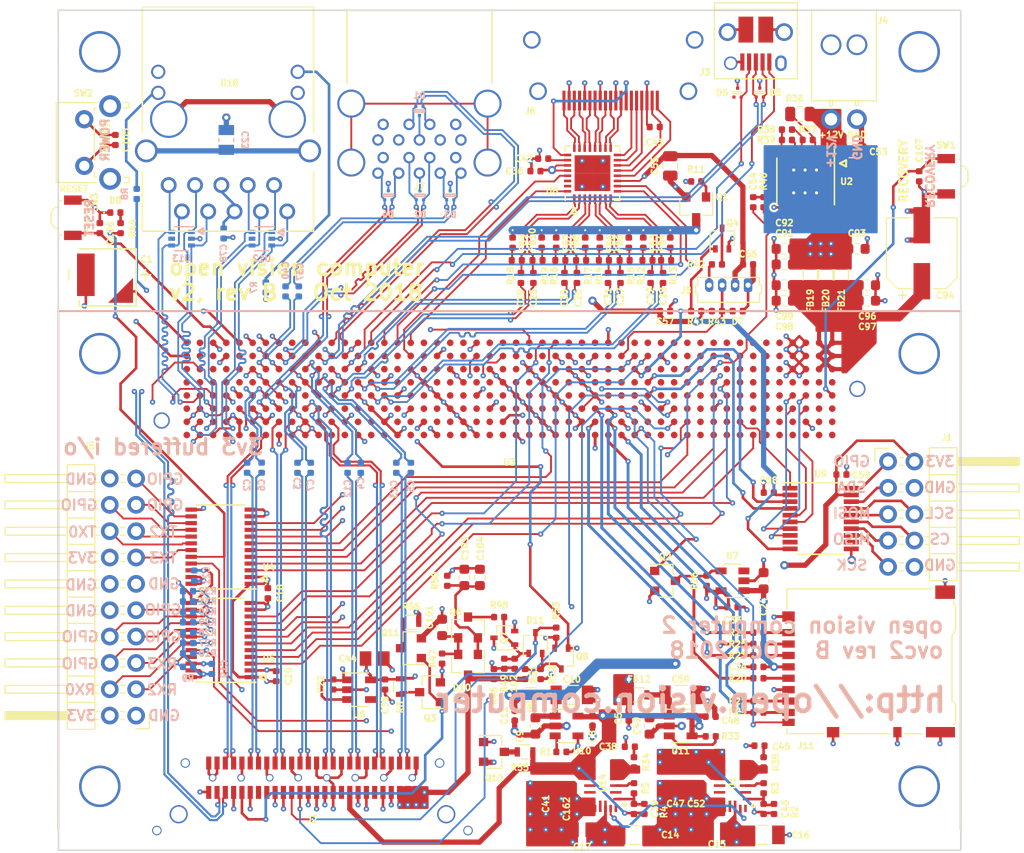
<source format=kicad_pcb>
(kicad_pcb (version 20171130) (host pcbnew 6.0.0-rc1-unknown-3024ded~84~ubuntu16.04.1)
  (layers (0 F.Cu signal) (1 In1.Cu signal hide) (2 In2.Cu signal) (3 In3.Cu signal hide) (4 In4.Cu signal hide) (31 B.Cu signal) (34 B.Paste user) (35 F.Paste user) (36 B.SilkS user) (37 F.SilkS user) (38 B.Mask user) (39 F.Mask user) (44 Edge.Cuts user))
  (net 0 "")
  (net 1 GND)
  (net 2 +3V3)
  (net 3 "Net-(U3-PadA49)")
  (net 4 "Net-(U3-PadC9)")
  (net 5 "Net-(U3-PadC8)")
  (net 6 "Net-(U3-PadC7)")
  (net 7 "Net-(U3-PadB7)")
  (net 8 "Net-(U3-PadA7)")
  (net 9 "Net-(U3-PadE2)")
  (net 10 "Net-(U3-PadE50)")
  (net 11 "Net-(U3-PadD49)")
  (net 12 "Net-(U3-PadD48)")
  (net 13 PCIE_CLKREQ)
  (net 14 "Net-(U3-PadC47)")
  (net 15 "Net-(U3-PadC46)")
  (net 16 "Net-(U3-PadB46)")
  (net 17 "Net-(U3-PadB45)")
  (net 18 PCIE_REFCLK-)
  (net 19 PCIE_REFCLK+)
  (net 20 "Net-(U3-PadE42)")
  (net 21 "Net-(U3-PadA42)")
  (net 22 "Net-(U3-PadE41)")
  (net 23 "Net-(U3-PadA41)")
  (net 24 PCIE_LANE0_RX-)
  (net 25 PCIE_LANE0_RX+)
  (net 26 PCIE_LANE1_RX-)
  (net 27 PCIE_LANE1_RX+)
  (net 28 PCIE_LANE1_TX-)
  (net 29 PCIE_LANE1_TX+)
  (net 30 PCIE_LANE0_TX-)
  (net 31 PCIE_LANE0_TX+)
  (net 32 +12V)
  (net 33 "Net-(R8-Pad2)")
  (net 34 /jetson_enet/LINK_1G)
  (net 35 /jetson_enet/LINK_ACT)
  (net 36 "Net-(R7-Pad2)")
  (net 37 "Net-(U3-PadF50)")
  (net 38 "Net-(U3-PadH39)")
  (net 39 /jetson_hdmi/HDMI_TXD2+)
  (net 40 "Net-(U3-PadH38)")
  (net 41 "Net-(U3-PadF38)")
  (net 42 /jetson_hdmi/HDMI_TXD2-)
  (net 43 /jetson_hdmi/HDMI_TXD1+)
  (net 44 "Net-(U3-PadG37)")
  (net 45 "Net-(U3-PadF37)")
  (net 46 /jetson_hdmi/HDMI_TXD0+)
  (net 47 /jetson_hdmi/HDMI_TXD1-)
  (net 48 "Net-(U3-PadH36)")
  (net 49 "Net-(U3-PadG36)")
  (net 50 /jetson_hdmi/HDMI_TXC+)
  (net 51 /jetson_hdmi/HDMI_TXD0-)
  (net 52 "Net-(U3-PadB36)")
  (net 53 "Net-(U3-PadH35)")
  (net 54 "Net-(U3-PadF35)")
  (net 55 /jetson_hdmi/HDMI_TXC-)
  (net 56 "Net-(U3-PadC35)")
  (net 57 "Net-(U3-PadB35)")
  (net 58 "Net-(U3-PadG34)")
  (net 59 "Net-(U3-PadF34)")
  (net 60 "Net-(U3-PadD34)")
  (net 61 "Net-(U3-PadC34)")
  (net 62 "Net-(U3-PadB34)")
  (net 63 "Net-(U3-PadH33)")
  (net 64 "Net-(U3-PadG33)")
  (net 65 "Net-(U3-PadE33)")
  (net 66 "Net-(U3-PadD33)")
  (net 67 "Net-(U3-PadH32)")
  (net 68 "Net-(U3-PadF32)")
  (net 69 "Net-(U3-PadE32)")
  (net 70 "Net-(U3-PadC32)")
  (net 71 "Net-(U3-PadG31)")
  (net 72 "Net-(U3-PadF31)")
  (net 73 "Net-(U3-PadD31)")
  (net 74 "Net-(U3-PadC31)")
  (net 75 "Net-(U3-PadH30)")
  (net 76 "Net-(U3-PadG30)")
  (net 77 "Net-(U3-PadE30)")
  (net 78 "Net-(U3-PadD30)")
  (net 79 "Net-(U3-PadH29)")
  (net 80 "Net-(U3-PadE29)")
  (net 81 "Net-(U3-PadB27)")
  (net 82 "Net-(U3-PadA27)")
  (net 83 "Net-(U3-PadA26)")
  (net 84 "Net-(U3-PadA25)")
  (net 85 HDMI_PULLDOWNS)
  (net 86 "Net-(U8-Pad31)")
  (net 87 "Net-(U8-Pad30)")
  (net 88 "Net-(U3-PadA17)")
  (net 89 /jetson_enet/GBE_MDI0+)
  (net 90 /jetson_enet/GBE_MDI0-)
  (net 91 /jetson_enet/GBE_MDI1+)
  (net 92 /jetson_enet/GBE_MDI1-)
  (net 93 /jetson_enet/GBE_MDI2+)
  (net 94 /jetson_enet/GBE_MDI2-)
  (net 95 /jetson_enet/GBE_MDI3+)
  (net 96 /jetson_enet/GBE_MDI3-)
  (net 97 USB2_D-)
  (net 98 USB2_D+)
  (net 99 "Net-(U3-PadA11)")
  (net 100 "Net-(U3-PadB11)")
  (net 101 "Net-(U3-PadA12)")
  (net 102 "Net-(U3-PadB12)")
  (net 103 "Net-(U3-PadA13)")
  (net 104 "Net-(U3-PadB13)")
  (net 105 "Net-(U3-PadA14)")
  (net 106 "Net-(U3-PadA29)")
  (net 107 "Net-(R22-Pad2)")
  (net 108 /jetson_sdcard/SDCARD_D2)
  (net 109 /jetson_sdcard/SDCARD_D3)
  (net 110 "Net-(R25-Pad2)")
  (net 111 "Net-(R24-Pad2)")
  (net 112 /jetson_sdcard/SDCARD_D1)
  (net 113 /jetson_sdcard/SDCARD_CMD)
  (net 114 "Net-(R23-Pad2)")
  (net 115 "Net-(R21-Pad2)")
  (net 116 /jetson_sdcard/SDCARD_D0)
  (net 117 /jetson_sdcard/SDCARD_CLK)
  (net 118 "Net-(R20-Pad2)")
  (net 119 /jetson_sdcard/SDCARD_PWR_EN)
  (net 120 /jetson_sdcard/SDCARD_CD)
  (net 121 "Net-(Q2-Pad3)")
  (net 122 "Net-(U7-Pad3)")
  (net 123 /jetson_sdcard/SDCARD_VDD)
  (net 124 "Net-(U3-PadG9)")
  (net 125 "Net-(U3-PadG10)")
  (net 126 "Net-(U3-PadA15)")
  (net 127 "Net-(U3-PadA16)")
  (net 128 +1V8)
  (net 129 "Net-(FB10-Pad2)")
  (net 130 "Net-(FB9-Pad1)")
  (net 131 "Net-(FB4-Pad1)")
  (net 132 "Net-(FB10-Pad1)")
  (net 133 "Net-(FB6-Pad1)")
  (net 134 "Net-(FB5-Pad1)")
  (net 135 "Net-(FB8-Pad1)")
  (net 136 "Net-(FB7-Pad1)")
  (net 137 "Net-(FB3-Pad1)")
  (net 138 JETSON_CARRIER_PWR_ON)
  (net 139 /jetson_hdmi/HPD)
  (net 140 /jetson_hdmi/CEC)
  (net 141 /jetson_hdmi/DDC_DAT)
  (net 142 /jetson_hdmi/DDC_CLK)
  (net 143 +5V)
  (net 144 "Net-(C43-Pad1)")
  (net 145 USB1_SSRX+)
  (net 146 USB1_SSRX-)
  (net 147 USB1_SSTX+)
  (net 148 USB1_SSTX-)
  (net 149 "Net-(R33-Pad2)")
  (net 150 "Net-(C49-Pad1)")
  (net 151 "Net-(U3-PadD45)")
  (net 152 "Net-(U3-PadD46)")
  (net 153 "Net-(U3-PadD47)")
  (net 154 "Net-(U13-Pad5)")
  (net 155 "Net-(U12-Pad5)")
  (net 156 "Net-(U18-PadMNT)")
  (net 157 "Net-(C23-Pad1)")
  (net 158 "Net-(C78-Pad2)")
  (net 159 /jetson_pcie/PEX1_TX+)
  (net 160 /jetson_pcie/PEX1_TX-)
  (net 161 /jetson_pcie/PEX0_TX+)
  (net 162 /jetson_pcie/PEX0_TX-)
  (net 163 USB0_D+)
  (net 164 USB0_D-)
  (net 165 USB0_ID)
  (net 166 USB0_VBUS)
  (net 167 /jetson_usb/SS1_TX+)
  (net 168 /jetson_usb/SS1_TX-)
  (net 169 /jetson_hdmi/TMDS_SYS_CK+)
  (net 170 /jetson_hdmi/TMDS_SYS_CK-)
  (net 171 /jetson_hdmi/TMDS_SYS_D0+)
  (net 172 /jetson_hdmi/TMDS_SYS_D0-)
  (net 173 /jetson_hdmi/TMDS_SYS_D1+)
  (net 174 /jetson_hdmi/TMDS_SYS_D1-)
  (net 175 /jetson_hdmi/TMDS_SYS_D2+)
  (net 176 /jetson_hdmi/TMDS_SYS_D2-)
  (net 177 /jetson_hdmi/HPDET_CON)
  (net 178 /jetson_hdmi/DDC_DAT_CON)
  (net 179 /jetson_hdmi/DDC_CLK_CON)
  (net 180 /jetson_hdmi/UTILTY_CON)
  (net 181 /jetson_hdmi/TMDS_CON_CK-)
  (net 182 /jetson_hdmi/TMDS_CON_CK+)
  (net 183 /jetson_hdmi/TMDS_CON_D0-)
  (net 184 /jetson_hdmi/TMDS_CON_D0+)
  (net 185 /jetson_hdmi/TMDS_CON_D1-)
  (net 186 /jetson_hdmi/TMDS_CON_D1+)
  (net 187 /jetson_hdmi/TMDS_CON_D2-)
  (net 188 /jetson_hdmi/TMDS_CON_D2+)
  (net 189 /jetson_hdmi/CEC_CON)
  (net 190 /jetson_hdmi/ESD_BYP)
  (net 191 /jetson_power/VDD_RTC)
  (net 192 /jetson_power/RESET_IN)
  (net 193 /jetson_power/POWER_BTN)
  (net 194 /jetson_usb/USB1_D+)
  (net 195 /jetson_usb/USB1_D-)
  (net 196 /jetson_usb/USB1_EN)
  (net 197 /jetson_usb/USB1_VBUS)
  (net 198 "Net-(R1-Pad2)")
  (net 199 "Net-(C10-Pad1)")
  (net 200 "Net-(D6-Pad1)")
  (net 201 PCIE_RST_3V3)
  (net 202 USB2_5V_LIM)
  (net 203 JETSON_VDD_MOD)
  (net 204 JETSON_RESET_OUT)
  (net 205 /power/~PWR_EN)
  (net 206 /power/DROP_DETECT)
  (net 207 JETSON_PWR_BAD)
  (net 208 "Net-(C101-Pad1)")
  (net 209 "Net-(C103-Pad1)")
  (net 210 "Net-(Q6-Pad3)")
  (net 211 "Net-(Q10-Pad3)")
  (net 212 "Net-(Q11-Pad3)")
  (net 213 "Net-(C107-Pad1)")
  (net 214 /power/VIN)
  (net 215 "Net-(J7-Pad5)")
  (net 216 "Net-(J7-Pad6)")
  (net 217 "Net-(J7-Pad8)")
  (net 218 "Net-(J7-Pad9)")
  (net 219 "Net-(J7-PadMNT)")
  (net 220 DISCHARGE)
  (net 221 "Net-(U3-PadF1)")
  (net 222 "Net-(U3-PadG1)")
  (net 223 "Net-(U3-PadH1)")
  (net 224 "Net-(U3-PadF2)")
  (net 225 "Net-(U3-PadG2)")
  (net 226 "Net-(U3-PadH2)")
  (net 227 FPGA_CONFIG_DCLK)
  (net 228 "Net-(U3-PadH3)")
  (net 229 FPGA_CONFIG_DATA0)
  (net 230 "Net-(U3-PadG4)")
  (net 231 "Net-(U3-PadH4)")
  (net 232 "Net-(U3-PadD5)")
  (net 233 "Net-(U3-PadE5)")
  (net 234 "Net-(U3-PadF5)")
  (net 235 "Net-(U3-PadG5)")
  (net 236 "Net-(U3-PadH5)")
  (net 237 "Net-(U3-PadA6)")
  (net 238 "Net-(U3-PadB6)")
  (net 239 "Net-(U3-PadC6)")
  (net 240 "Net-(U3-PadD6)")
  (net 241 "Net-(U3-PadE6)")
  (net 242 "Net-(U3-PadF6)")
  (net 243 "Net-(U3-PadG6)")
  (net 244 "Net-(U3-PadH6)")
  (net 245 "Net-(U3-PadD7)")
  (net 246 "Net-(U3-PadE7)")
  (net 247 "Net-(U3-PadF7)")
  (net 248 "Net-(U3-PadG7)")
  (net 249 "Net-(U3-PadA8)")
  (net 250 "Net-(U3-PadD8)")
  (net 251 "Net-(U3-PadE8)")
  (net 252 "Net-(U3-PadF8)")
  (net 253 "Net-(U3-PadH8)")
  (net 254 "Net-(U3-PadA9)")
  (net 255 "Net-(U3-PadB9)")
  (net 256 "Net-(U3-PadE9)")
  (net 257 "Net-(U3-PadF9)")
  (net 258 "Net-(U3-PadA10)")
  (net 259 "Net-(U3-PadB10)")
  (net 260 "Net-(U3-PadC10)")
  (net 261 "Net-(U3-PadE10)")
  (net 262 "Net-(U3-PadC11)")
  (net 263 "Net-(U3-PadG11)")
  (net 264 "Net-(U3-PadH11)")
  (net 265 "Net-(U3-PadC12)")
  (net 266 "Net-(U3-PadC13)")
  (net 267 "Net-(U3-PadD13)")
  (net 268 "Net-(U3-PadH13)")
  (net 269 "Net-(U3-PadC14)")
  (net 270 "Net-(U3-PadD14)")
  (net 271 "Net-(U3-PadE14)")
  (net 272 "Net-(U3-PadG14)")
  (net 273 "Net-(U3-PadH14)")
  (net 274 "Net-(U3-PadC15)")
  (net 275 "Net-(U3-PadG15)")
  (net 276 "Net-(U3-PadH15)")
  (net 277 "Net-(U3-PadD16)")
  (net 278 "Net-(U3-PadE16)")
  (net 279 "Net-(U3-PadF16)")
  (net 280 "Net-(U3-PadG16)")
  (net 281 "Net-(U3-PadC17)")
  (net 282 "Net-(U3-PadD17)")
  (net 283 "Net-(U3-PadC18)")
  (net 284 "Net-(U3-PadD18)")
  (net 285 "Net-(U3-PadE18)")
  (net 286 "Net-(U3-PadC19)")
  (net 287 "Net-(U3-PadD19)")
  (net 288 "Net-(U3-PadA20)")
  (net 289 "Net-(U3-PadE20)")
  (net 290 "Net-(U3-PadH20)")
  (net 291 "Net-(U3-PadA21)")
  (net 292 "Net-(U3-PadD21)")
  (net 293 "Net-(U3-PadE21)")
  (net 294 "Net-(U3-PadG21)")
  (net 295 "Net-(U3-PadH21)")
  (net 296 "Net-(U3-PadC22)")
  (net 297 "Net-(U3-PadD22)")
  (net 298 "Net-(U3-PadF22)")
  (net 299 "Net-(U3-PadG22)")
  (net 300 "Net-(U3-PadB23)")
  (net 301 "Net-(U3-PadC23)")
  (net 302 "Net-(U3-PadE23)")
  (net 303 "Net-(U3-PadF23)")
  (net 304 "Net-(U3-PadH23)")
  (net 305 "Net-(U3-PadB24)")
  (net 306 "Net-(U3-PadD24)")
  (net 307 "Net-(U3-PadE24)")
  (net 308 "Net-(U3-PadG24)")
  (net 309 "Net-(U3-PadH24)")
  (net 310 "Net-(U3-PadB25)")
  (net 311 "Net-(U3-PadC25)")
  (net 312 "Net-(U3-PadD25)")
  (net 313 "Net-(U3-PadF25)")
  (net 314 "Net-(U3-PadG25)")
  (net 315 "Net-(U3-PadC26)")
  (net 316 "Net-(U3-PadE26)")
  (net 317 "Net-(U3-PadF26)")
  (net 318 "Net-(U3-PadH26)")
  (net 319 "Net-(U3-PadD27)")
  (net 320 "Net-(U3-PadE27)")
  (net 321 "Net-(U3-PadG27)")
  (net 322 "Net-(U3-PadH27)")
  (net 323 "Net-(U3-PadC28)")
  (net 324 "Net-(U3-PadD28)")
  (net 325 "Net-(U3-PadF28)")
  (net 326 "Net-(U3-PadG28)")
  (net 327 "Net-(U3-PadC29)")
  (net 328 "Net-(U3-PadF29)")
  (net 329 "Net-(J2-Pad20)")
  (net 330 /jetson_pcie/PEX3_TX+)
  (net 331 PCIE_LANE3_RX+)
  (net 332 /jetson_pcie/PEX2_TX+)
  (net 333 /jetson_pcie/PEX3_TX-)
  (net 334 PCIE_LANE2_RX+)
  (net 335 PCIE_LANE3_RX-)
  (net 336 /jetson_pcie/PEX2_TX-)
  (net 337 PCIE_LANE2_RX-)
  (net 338 PCIE_LANE3_TX+)
  (net 339 PCIE_LANE3_TX-)
  (net 340 PCIE_LANE2_TX+)
  (net 341 PCIE_LANE2_TX-)
  (net 342 LED)
  (net 343 "Net-(J2-Pad40)")
  (net 344 "Net-(J2-Pad38)")
  (net 345 FPGA_CONF_DONE)
  (net 346 FPGA_NSTATUS)
  (net 347 FPGA_NCONFIG)
  (net 348 IMU_RX1_3V3)
  (net 349 IMU_TX1_3V3)
  (net 350 IMU_TX1_1V8)
  (net 351 IMU_RX1_1V8)
  (net 352 UART2_TX_1V8)
  (net 353 UART2_RX_1V8)
  (net 354 UART3_TX_1V8)
  (net 355 UART3_RX_1V8)
  (net 356 UART2_RX_3V3)
  (net 357 UART3_RX_3V3)
  (net 358 UART3_TX_3V3)
  (net 359 UART2_TX_3V3)
  (net 360 FPGA_CVP_CONF_DONE)
  (net 361 LED_1V8)
  (net 362 CONSOLE_RX_1V8)
  (net 363 CONSOLE_TX_1V8)
  (net 364 CONSOLE_RX_3V3)
  (net 365 CONSOLE_TX_3V3)
  (net 366 "Net-(Q3-Pad3)")
  (net 367 "Net-(U6-Pad4)")
  (net 368 I2C0_SDA_1V8)
  (net 369 I2C0_SCL_1V8)
  (net 370 GPIO1_1V8)
  (net 371 GPIO2_1V8)
  (net 372 GPIO4_1V8)
  (net 373 GPIO3_1V8)
  (net 374 GPIO1_3V3)
  (net 375 GPIO2_3V3)
  (net 376 GPIO3_3V3)
  (net 377 GPIO4_3V3)
  (net 378 GPIO5_1V8)
  (net 379 GPIO6_1V8)
  (net 380 GPIO7_1V8)
  (net 381 GPIO7_3V3)
  (net 382 GPIO6_3V3)
  (net 383 GPIO5_3V3)
  (net 384 "Net-(U14-Pad2)")
  (net 385 "Net-(U14-Pad11)")
  (net 386 "Net-(U14-Pad10)")
  (net 387 "Net-(U14-Pad15)")
  (net 388 "Net-(U14-Pad18)")
  (net 389 "Net-(J2-Pad12)")
  (net 390 "Net-(C39-Pad2)")
  (net 391 "Net-(R34-Pad2)")
  (net 392 "Net-(C38-Pad1)")
  (net 393 "Net-(R5-Pad2)")
  (net 394 "Net-(C46-Pad2)")
  (net 395 "Net-(R3-Pad2)")
  (net 396 "Net-(R35-Pad2)")
  (net 397 "Net-(C45-Pad1)")
  (net 398 "Net-(U1-Pad2)")
  (net 399 "Net-(U1-Pad11)")
  (net 400 "Net-(U1-Pad10)")
  (net 401 "Net-(U1-Pad15)")
  (net 402 "Net-(U1-Pad18)")
  (net 403 "Net-(C54-Pad2)")
  (net 404 "Net-(R36-Pad2)")
  (net 405 "Net-(R37-Pad2)")
  (net 406 "Net-(R39-Pad2)")
  (net 407 "Net-(R40-Pad1)")
  (net 408 "Net-(U2-Pad13)")
  (net 409 "Net-(U2-Pad10)")
  (net 410 "Net-(U2-Pad7)")
  (net 411 "Net-(U2-Pad4)")
  (net 412 /power/RTN)
  (net 413 "Net-(J8-Pad4)")
  (net 414 "Net-(Q4-Pad3)")
  (net 415 /jetson_power/FAN_PWM)
  (net 416 /jetson_power/FAN_TACH)
  (net 417 SPI0_CLK_1V8)
  (net 418 SPI0_CS_1V8)
  (net 419 SPI0_MISO_1V8)
  (net 420 SPI0_MOSI_1V8)
  (net 421 GPIO0_1V8)
  (net 422 SPI0_CLK_3V3)
  (net 423 SPI0_MISO_3V3)
  (net 424 SPI0_MOSI_3V3)
  (net 425 GPIO0_3V3)
  (net 426 I2C0_SCL_3V3)
  (net 427 SPI0_CS_3V3)
  (net 428 I2C0_SDA_3V3)
  (net 429 "Net-(U9-Pad12)")
  (net 430 "Net-(U9-Pad9)")
  (net 431 "Net-(D8-Pad2)")
  (module Resistor_SMD:R_0402_1005Metric (layer F.Cu) (at 142.5 115.5 270)
    (fp_text reference R53 (at -2.1 0 270) (layer F.SilkS) (effects (font (size 0.6 0.6))))
    (fp_text value 100k)
    (pad 2 smd roundrect (at 0.485 0 270) (size 0.59 0.64) (layers F.Cu F.Paste F.Mask) (net 1 GND))
    (pad 1 smd roundrect (at -0.485 0 270) (size 0.59 0.64) (layers F.Cu F.Paste F.Mask) (net 220 DISCHARGE))
  )
  (module Resistor_SMD:R_0402_1005Metric (layer F.Cu) (at 141 119.5 270)
    (fp_text reference R52 (at 0.1 -1.1 270) (layer F.SilkS) (effects (font (size 0.6 0.6))))
    (fp_text value 100k)
    (pad 2 smd roundrect (at 0.485 0 270) (size 0.59 0.64) (layers F.Cu F.Paste F.Mask) (net 1 GND))
    (pad 1 smd roundrect (at -0.485 0 270) (size 0.59 0.64) (layers F.Cu F.Paste F.Mask) (net 205 /power/~PWR_EN))
  )
  (module Resistor_SMD:R_0402_1005Metric (layer F.Cu) (at 139.5 119.5 90)
    (fp_text reference R51 (at 0 0.8 90) (layer F.SilkS) (effects (font (size 0.6 0.6))))
    (fp_text value 47k)
    (pad 2 smd roundrect (at 0.485 0 90) (size 0.59 0.64) (layers F.Cu F.Paste F.Mask) (net 205 /power/~PWR_EN))
    (pad 1 smd roundrect (at -0.485 0 90) (size 0.59 0.64) (layers F.Cu F.Paste F.Mask) (net 32 +12V))
  )
  (module Resistor_SMD:R_0402_1005Metric (layer F.Cu) (at 132 110.5 90)
    (fp_text reference R50 (at 0 -1.17 90) (layer F.SilkS) (effects (font (size 0.6 0.6))))
    (fp_text value 10M)
    (pad 2 smd roundrect (at 0.485 0 90) (size 0.59 0.64) (layers F.Cu F.Paste F.Mask) (net 1 GND))
    (pad 1 smd roundrect (at -0.485 0 90) (size 0.59 0.64) (layers F.Cu F.Paste F.Mask) (net 209 "Net-(C103-Pad1)"))
  )
  (module Resistor_SMD:R_0402_1005Metric (layer F.Cu) (at 137.5 118.5 270)
    (fp_text reference R49 (at 1.9 0 270) (layer F.SilkS) (effects (font (size 0.6 0.6))))
    (fp_text value 100k)
    (pad 2 smd roundrect (at 0.485 0 270) (size 0.59 0.64) (layers F.Cu F.Paste F.Mask) (net 1 GND))
    (pad 1 smd roundrect (at -0.485 0 270) (size 0.59 0.64) (layers F.Cu F.Paste F.Mask) (net 206 /power/DROP_DETECT))
  )
  (module Resistor_SMD:R_0402_1005Metric (layer F.Cu) (at 137 114)
    (fp_text reference R48 (at 0 -1.17) (layer F.SilkS) (effects (font (size 0.6 0.6))))
    (fp_text value 10k)
    (pad 2 smd roundrect (at 0.485 0) (size 0.59 0.64) (layers F.Cu F.Paste F.Mask) (net 206 /power/DROP_DETECT))
    (pad 1 smd roundrect (at -0.485 0) (size 0.59 0.64) (layers F.Cu F.Paste F.Mask) (net 210 "Net-(Q6-Pad3)"))
  )
  (module Resistor_SMD:R_0402_1005Metric (layer F.Cu) (at 131.5 118 270)
    (fp_text reference R47 (at 0 0.9 270) (layer F.SilkS) (effects (font (size 0.6 0.6))))
    (fp_text value 10k)
    (pad 2 smd roundrect (at 0.485 0 270) (size 0.59 0.64) (layers F.Cu F.Paste F.Mask) (net 1 GND))
    (pad 1 smd roundrect (at -0.485 0 270) (size 0.59 0.64) (layers F.Cu F.Paste F.Mask) (net 208 "Net-(C101-Pad1)"))
  )
  (module Resistor_SMD:R_0402_1005Metric (layer F.Cu) (at 136.5 119.5 90)
    (fp_text reference R46 (at -2.1 0 90) (layer F.SilkS) (effects (font (size 0.6 0.6))))
    (fp_text value 10k)
    (pad 2 smd roundrect (at 0.485 0 90) (size 0.59 0.64) (layers F.Cu F.Paste F.Mask) (net 1 GND))
    (pad 1 smd roundrect (at -0.485 0 90) (size 0.59 0.64) (layers F.Cu F.Paste F.Mask) (net 32 +12V))
  )
  (module Resistor_SMD:R_0402_1005Metric (layer F.Cu) (at 162.5 128 270)
    (fp_text reference R35 (at 0 -1.17 270) (layer F.SilkS) (effects (font (size 0.6 0.6))))
    (fp_text value 4R99)
    (pad 2 smd roundrect (at 0.485 0 270) (size 0.59 0.64) (layers F.Cu F.Paste F.Mask) (net 396 "Net-(R35-Pad2)"))
    (pad 1 smd roundrect (at -0.485 0 270) (size 0.59 0.64) (layers F.Cu F.Paste F.Mask) (net 397 "Net-(C45-Pad1)"))
  )
  (module Resistor_SMD:R_0402_1005Metric (layer F.Cu) (at 150 128 270)
    (fp_text reference R34 (at 0 -1.17 270) (layer F.SilkS) (effects (font (size 0.6 0.6))))
    (fp_text value 4R99)
    (pad 2 smd roundrect (at 0.485 0 270) (size 0.59 0.64) (layers F.Cu F.Paste F.Mask) (net 391 "Net-(R34-Pad2)"))
    (pad 1 smd roundrect (at -0.485 0 270) (size 0.59 0.64) (layers F.Cu F.Paste F.Mask) (net 392 "Net-(C38-Pad1)"))
  )
  (module Resistor_SMD:R_0402_1005Metric (layer F.Cu) (at 157.4 125.5)
    (fp_text reference R33 (at 1.9 0) (layer F.SilkS) (effects (font (size 0.6 0.6))))
    (fp_text value 10k)
    (pad 2 smd roundrect (at 0.485 0) (size 0.59 0.64) (layers F.Cu F.Paste F.Mask) (net 149 "Net-(R33-Pad2)"))
    (pad 1 smd roundrect (at -0.485 0) (size 0.59 0.64) (layers F.Cu F.Paste F.Mask) (net 143 +5V))
  )
  (module Resistor_SMD:R_0402_1005Metric (layer B.Cu) (at 107 111.5)
    (fp_text reference R32 (at 1.9 0) (layer B.SilkS) (effects (font (size 0.6 0.6)) (justify mirror)))
    (fp_text value 10k)
    (pad 2 smd roundrect (at 0.485 0) (size 0.59 0.64) (layers B.Cu B.Paste B.Mask) (net 376 GPIO3_3V3))
    (pad 1 smd roundrect (at -0.485 0) (size 0.59 0.64) (layers B.Cu B.Paste B.Mask) (net 1 GND))
  )
  (module Resistor_SMD:R_0402_1005Metric (layer B.Cu) (at 107 112.5)
    (fp_text reference R31 (at 1.9 0) (layer B.SilkS) (effects (font (size 0.6 0.6)) (justify mirror)))
    (fp_text value 10k)
    (pad 2 smd roundrect (at 0.485 0) (size 0.59 0.64) (layers B.Cu B.Paste B.Mask) (net 377 GPIO4_3V3))
    (pad 1 smd roundrect (at -0.485 0) (size 0.59 0.64) (layers B.Cu B.Paste B.Mask) (net 1 GND))
  )
  (module Resistor_SMD:R_0402_1005Metric (layer B.Cu) (at 107 113.5)
    (fp_text reference R30 (at 1.9 0) (layer B.SilkS) (effects (font (size 0.6 0.6)) (justify mirror)))
    (fp_text value 10k)
    (pad 2 smd roundrect (at 0.485 0) (size 0.59 0.64) (layers B.Cu B.Paste B.Mask) (net 375 GPIO2_3V3))
    (pad 1 smd roundrect (at -0.485 0) (size 0.59 0.64) (layers B.Cu B.Paste B.Mask) (net 1 GND))
  )
  (module Resistor_SMD:R_0402_1005Metric (layer B.Cu) (at 107 114.5)
    (fp_text reference R29 (at 1.9 0) (layer B.SilkS) (effects (font (size 0.6 0.6)) (justify mirror)))
    (fp_text value 10k)
    (pad 2 smd roundrect (at 0.485 0) (size 0.59 0.64) (layers B.Cu B.Paste B.Mask) (net 374 GPIO1_3V3))
    (pad 1 smd roundrect (at -0.485 0) (size 0.59 0.64) (layers B.Cu B.Paste B.Mask) (net 1 GND))
  )
  (module Resistor_SMD:R_0402_1005Metric (layer B.Cu) (at 107 115.5)
    (fp_text reference R28 (at 1.9 0) (layer B.SilkS) (effects (font (size 0.6 0.6)) (justify mirror)))
    (fp_text value 10k)
    (pad 2 smd roundrect (at 0.485 0) (size 0.59 0.64) (layers B.Cu B.Paste B.Mask) (net 357 UART3_RX_3V3))
    (pad 1 smd roundrect (at -0.485 0) (size 0.59 0.64) (layers B.Cu B.Paste B.Mask) (net 2 +3V3))
  )
  (module Resistor_SMD:R_0402_1005Metric (layer B.Cu) (at 107 116.5)
    (fp_text reference R27 (at 1.9 0) (layer B.SilkS) (effects (font (size 0.6 0.6)) (justify mirror)))
    (fp_text value 10k)
    (pad 2 smd roundrect (at 0.485 0) (size 0.59 0.64) (layers B.Cu B.Paste B.Mask) (net 364 CONSOLE_RX_3V3))
    (pad 1 smd roundrect (at -0.485 0) (size 0.59 0.64) (layers B.Cu B.Paste B.Mask) (net 2 +3V3))
  )
  (module Resistor_SMD:R_0402_1005Metric (layer F.Cu) (at 157 110.5 90)
    (fp_text reference R26 (at 0 -1.17 90) (layer F.SilkS) (effects (font (size 0.6 0.6))))
    (fp_text value 47k)
    (pad 2 smd roundrect (at 0.485 0 90) (size 0.59 0.64) (layers F.Cu F.Paste F.Mask) (net 121 "Net-(Q2-Pad3)"))
    (pad 1 smd roundrect (at -0.485 0 90) (size 0.59 0.64) (layers F.Cu F.Paste F.Mask) (net 2 +3V3))
  )
  (module Resistor_SMD:R_0402_1005Metric (layer F.Cu) (at 162 116.6 180)
    (fp_text reference R25 (at 2 0 180) (layer F.SilkS) (effects (font (size 0.6 0.6))))
    (fp_text value 10)
    (pad 2 smd roundrect (at 0.485 0 180) (size 0.59 0.64) (layers F.Cu F.Paste F.Mask) (net 110 "Net-(R25-Pad2)"))
    (pad 1 smd roundrect (at -0.485 0 180) (size 0.59 0.64) (layers F.Cu F.Paste F.Mask) (net 109 /jetson_sdcard/SDCARD_D3))
  )
  (module Resistor_SMD:R_0402_1005Metric (layer F.Cu) (at 162 123.2 180)
    (fp_text reference R24 (at 2 0.1 180) (layer F.SilkS) (effects (font (size 0.6 0.6))))
    (fp_text value 10)
    (pad 2 smd roundrect (at 0.485 0 180) (size 0.59 0.64) (layers F.Cu F.Paste F.Mask) (net 111 "Net-(R24-Pad2)"))
    (pad 1 smd roundrect (at -0.485 0 180) (size 0.59 0.64) (layers F.Cu F.Paste F.Mask) (net 112 /jetson_sdcard/SDCARD_D1))
  )
  (module Resistor_SMD:R_0402_1005Metric (layer F.Cu) (at 162 117.7 180)
    (fp_text reference R23 (at 2 0 180) (layer F.SilkS) (effects (font (size 0.6 0.6))))
    (fp_text value 10)
    (pad 2 smd roundrect (at 0.485 0 180) (size 0.59 0.64) (layers F.Cu F.Paste F.Mask) (net 114 "Net-(R23-Pad2)"))
    (pad 1 smd roundrect (at -0.485 0 180) (size 0.59 0.64) (layers F.Cu F.Paste F.Mask) (net 113 /jetson_sdcard/SDCARD_CMD))
  )
  (module Resistor_SMD:R_0402_1005Metric (layer F.Cu) (at 162 115.5 180)
    (fp_text reference R22 (at 2 0 180) (layer F.SilkS) (effects (font (size 0.6 0.6))))
    (fp_text value 10)
    (pad 2 smd roundrect (at 0.485 0 180) (size 0.59 0.64) (layers F.Cu F.Paste F.Mask) (net 107 "Net-(R22-Pad2)"))
    (pad 1 smd roundrect (at -0.485 0 180) (size 0.59 0.64) (layers F.Cu F.Paste F.Mask) (net 108 /jetson_sdcard/SDCARD_D2))
  )
  (module Resistor_SMD:R_0402_1005Metric (layer F.Cu) (at 162 122.1 180)
    (fp_text reference R21 (at 2 0 180) (layer F.SilkS) (effects (font (size 0.6 0.6))))
    (fp_text value 10)
    (pad 2 smd roundrect (at 0.485 0 180) (size 0.59 0.64) (layers F.Cu F.Paste F.Mask) (net 115 "Net-(R21-Pad2)"))
    (pad 1 smd roundrect (at -0.485 0 180) (size 0.59 0.64) (layers F.Cu F.Paste F.Mask) (net 116 /jetson_sdcard/SDCARD_D0))
  )
  (module Resistor_SMD:R_0402_1005Metric (layer F.Cu) (at 162 119.9 180)
    (fp_text reference R20 (at 2 0 180) (layer F.SilkS) (effects (font (size 0.6 0.6))))
    (fp_text value 0)
    (pad 2 smd roundrect (at 0.485 0 180) (size 0.59 0.64) (layers F.Cu F.Paste F.Mask) (net 118 "Net-(R20-Pad2)"))
    (pad 1 smd roundrect (at -0.485 0 180) (size 0.59 0.64) (layers F.Cu F.Paste F.Mask) (net 117 /jetson_sdcard/SDCARD_CLK))
  )
  (module Resistor_SMD:R_0402_1005Metric (layer F.Cu) (at 140.7 79.6)
    (fp_text reference R19 (at 0.7 1.5 90) (layer F.SilkS) (effects (font (size 0.6 0.6))))
    (fp_text value 499)
    (pad 2 smd roundrect (at 0.485 0) (size 0.59 0.64) (layers F.Cu F.Paste F.Mask) (net 132 "Net-(FB10-Pad1)"))
    (pad 1 smd roundrect (at -0.485 0) (size 0.59 0.64) (layers F.Cu F.Paste F.Mask) (net 176 /jetson_hdmi/TMDS_SYS_D2-))
  )
  (module Resistor_SMD:R_0402_1005Metric (layer F.Cu) (at 138.7 79.6 180)
    (fp_text reference R18 (at 0.6 -1.5 90) (layer F.SilkS) (effects (font (size 0.6 0.6))))
    (fp_text value 499)
    (pad 2 smd roundrect (at 0.485 0 180) (size 0.59 0.64) (layers F.Cu F.Paste F.Mask) (net 130 "Net-(FB9-Pad1)"))
    (pad 1 smd roundrect (at -0.485 0 180) (size 0.59 0.64) (layers F.Cu F.Paste F.Mask) (net 175 /jetson_hdmi/TMDS_SYS_D2+))
  )
  (module Resistor_SMD:R_0402_1005Metric (layer F.Cu) (at 144.9 79.6)
    (fp_text reference R17 (at 0.7 1.5 90) (layer F.SilkS) (effects (font (size 0.6 0.6))))
    (fp_text value 499)
    (pad 2 smd roundrect (at 0.485 0) (size 0.59 0.64) (layers F.Cu F.Paste F.Mask) (net 135 "Net-(FB8-Pad1)"))
    (pad 1 smd roundrect (at -0.485 0) (size 0.59 0.64) (layers F.Cu F.Paste F.Mask) (net 174 /jetson_hdmi/TMDS_SYS_D1-))
  )
  (module Resistor_SMD:R_0402_1005Metric (layer F.Cu) (at 142.9 79.6 180)
    (fp_text reference R16 (at 0.6 -1.5 270) (layer F.SilkS) (effects (font (size 0.6 0.6))))
    (fp_text value 499)
    (pad 2 smd roundrect (at 0.485 0 180) (size 0.59 0.64) (layers F.Cu F.Paste F.Mask) (net 136 "Net-(FB7-Pad1)"))
    (pad 1 smd roundrect (at -0.485 0 180) (size 0.59 0.64) (layers F.Cu F.Paste F.Mask) (net 173 /jetson_hdmi/TMDS_SYS_D1+))
  )
  (module Resistor_SMD:R_0402_1005Metric (layer F.Cu) (at 149.1 79.6)
    (fp_text reference R15 (at 0.6 1.5 90) (layer F.SilkS) (effects (font (size 0.6 0.6))))
    (fp_text value 499)
    (pad 2 smd roundrect (at 0.485 0) (size 0.59 0.64) (layers F.Cu F.Paste F.Mask) (net 133 "Net-(FB6-Pad1)"))
    (pad 1 smd roundrect (at -0.485 0) (size 0.59 0.64) (layers F.Cu F.Paste F.Mask) (net 172 /jetson_hdmi/TMDS_SYS_D0-))
  )
  (module Resistor_SMD:R_0402_1005Metric (layer F.Cu) (at 147.1 79.6 180)
    (fp_text reference R14 (at 0.5 -1.5 270) (layer F.SilkS) (effects (font (size 0.6 0.6))))
    (fp_text value 499)
    (pad 2 smd roundrect (at 0.485 0 180) (size 0.59 0.64) (layers F.Cu F.Paste F.Mask) (net 134 "Net-(FB5-Pad1)"))
    (pad 1 smd roundrect (at -0.485 0 180) (size 0.59 0.64) (layers F.Cu F.Paste F.Mask) (net 171 /jetson_hdmi/TMDS_SYS_D0+))
  )
  (module Resistor_SMD:R_0402_1005Metric (layer F.Cu) (at 153.1 79.6)
    (fp_text reference R13 (at 0.7 1.5 90) (layer F.SilkS) (effects (font (size 0.6 0.6))))
    (fp_text value 499)
    (pad 2 smd roundrect (at 0.485 0) (size 0.59 0.64) (layers F.Cu F.Paste F.Mask) (net 131 "Net-(FB4-Pad1)"))
    (pad 1 smd roundrect (at -0.485 0) (size 0.59 0.64) (layers F.Cu F.Paste F.Mask) (net 170 /jetson_hdmi/TMDS_SYS_CK-))
  )
  (module Resistor_SMD:R_0402_1005Metric (layer F.Cu) (at 151.3 79.6 180)
    (fp_text reference R12 (at 0.6 -1.5 270) (layer F.SilkS) (effects (font (size 0.6 0.6))))
    (fp_text value 499)
    (pad 2 smd roundrect (at 0.485 0 180) (size 0.59 0.64) (layers F.Cu F.Paste F.Mask) (net 137 "Net-(FB3-Pad1)"))
    (pad 1 smd roundrect (at -0.485 0 180) (size 0.59 0.64) (layers F.Cu F.Paste F.Mask) (net 169 /jetson_hdmi/TMDS_SYS_CK+))
  )
  (module Resistor_SMD:R_0402_1005Metric (layer F.Cu) (at 156 72)
    (fp_text reference R11 (at 0 -1.17) (layer F.SilkS) (effects (font (size 0.6 0.6))))
    (fp_text value 10k)
    (pad 2 smd roundrect (at 0.485 0) (size 0.59 0.64) (layers F.Cu F.Paste F.Mask) (net 85 HDMI_PULLDOWNS))
    (pad 1 smd roundrect (at -0.485 0) (size 0.59 0.64) (layers F.Cu F.Paste F.Mask) (net 2 +3V3))
  )
  (module Resistor_SMD:R_0402_1005Metric (layer B.Cu) (at 107 117.5)
    (fp_text reference R10 (at 1.9 0) (layer B.SilkS) (effects (font (size 0.6 0.6)) (justify mirror)))
    (fp_text value 10k)
    (pad 2 smd roundrect (at 0.485 0) (size 0.59 0.64) (layers B.Cu B.Paste B.Mask) (net 349 IMU_TX1_3V3))
    (pad 1 smd roundrect (at -0.485 0) (size 0.59 0.64) (layers B.Cu B.Paste B.Mask) (net 2 +3V3))
  )
  (module Resistor_SMD:R_0402_1005Metric (layer B.Cu) (at 107 118.8 180)
    (fp_text reference R9 (at 0 -1.1 180) (layer B.SilkS) (effects (font (size 0.6 0.6)) (justify mirror)))
    (fp_text value 10k)
    (pad 2 smd roundrect (at 0.485 0 180) (size 0.59 0.64) (layers B.Cu B.Paste B.Mask) (net 356 UART2_RX_3V3))
    (pad 1 smd roundrect (at -0.485 0 180) (size 0.59 0.64) (layers B.Cu B.Paste B.Mask) (net 2 +3V3))
  )
  (module Resistor_SMD:R_0402_1005Metric (layer B.Cu) (at 102.059 73.204 270)
    (fp_text reference R8 (at 0 1.17 270) (layer B.SilkS) (effects (font (size 0.6 0.6)) (justify mirror)))
    (fp_text value 681)
    (pad 2 smd roundrect (at 0.485 0 270) (size 0.59 0.64) (layers B.Cu B.Paste B.Mask) (net 33 "Net-(R8-Pad2)"))
    (pad 1 smd roundrect (at -0.485 0 270) (size 0.59 0.64) (layers B.Cu B.Paste B.Mask) (net 34 /jetson_enet/LINK_1G))
  )
  (module Resistor_SMD:R_0402_1005Metric (layer B.Cu) (at 114.505 82.221 270)
    (fp_text reference R7 (at 0 1.17 270) (layer B.SilkS) (effects (font (size 0.6 0.6)) (justify mirror)))
    (fp_text value 681)
    (pad 2 smd roundrect (at 0.485 0 270) (size 0.59 0.64) (layers B.Cu B.Paste B.Mask) (net 36 "Net-(R7-Pad2)"))
    (pad 1 smd roundrect (at -0.485 0 270) (size 0.59 0.64) (layers B.Cu B.Paste B.Mask) (net 35 /jetson_enet/LINK_ACT))
  )
  (module Resistor_SMD:R_0402_1005Metric (layer F.Cu) (at 150 130.5 90)
    (fp_text reference R5 (at 0 1.1 90) (layer F.SilkS) (effects (font (size 0.6 0.6))))
    (fp_text value 6k98)
    (pad 2 smd roundrect (at 0.485 0 90) (size 0.59 0.64) (layers F.Cu F.Paste F.Mask) (net 393 "Net-(R5-Pad2)"))
    (pad 1 smd roundrect (at -0.485 0 90) (size 0.59 0.64) (layers F.Cu F.Paste F.Mask) (net 390 "Net-(C39-Pad2)"))
  )
  (module Resistor_SMD:R_0402_1005Metric (layer F.Cu) (at 151 132.5 90)
    (fp_text reference R4 (at -0.3 1.9 90) (layer F.SilkS) (effects (font (size 0.6 0.6))))
    (fp_text value 51k)
    (pad 2 smd roundrect (at 0.485 0 90) (size 0.59 0.64) (layers F.Cu F.Paste F.Mask) (net 390 "Net-(C39-Pad2)"))
    (pad 1 smd roundrect (at -0.485 0 90) (size 0.59 0.64) (layers F.Cu F.Paste F.Mask) (net 143 +5V))
  )
  (module Resistor_SMD:R_0402_1005Metric (layer F.Cu) (at 162.5 130.5 90)
    (fp_text reference R3 (at 0 1.1 90) (layer F.SilkS) (effects (font (size 0.6 0.6))))
    (fp_text value 11k3)
    (pad 2 smd roundrect (at 0.485 0 90) (size 0.59 0.64) (layers F.Cu F.Paste F.Mask) (net 395 "Net-(R3-Pad2)"))
    (pad 1 smd roundrect (at -0.485 0 90) (size 0.59 0.64) (layers F.Cu F.Paste F.Mask) (net 394 "Net-(C46-Pad2)"))
  )
  (module Resistor_SMD:R_0402_1005Metric (layer F.Cu) (at 163.5 132.5 90)
    (fp_text reference R2 (at -0.3 2 90) (layer F.SilkS) (effects (font (size 0.6 0.6))))
    (fp_text value 51k)
    (pad 2 smd roundrect (at 0.485 0 90) (size 0.59 0.64) (layers F.Cu F.Paste F.Mask) (net 394 "Net-(C46-Pad2)"))
    (pad 1 smd roundrect (at -0.485 0 90) (size 0.59 0.64) (layers F.Cu F.Paste F.Mask) (net 2 +3V3))
  )
  (module Resistor_SMD:R_0402_1005Metric (layer F.Cu) (at 143 127 180)
    (fp_text reference R1 (at 1.5 0 180) (layer F.SilkS) (effects (font (size 0.6 0.6))))
    (fp_text value 10k)
    (pad 2 smd roundrect (at 0.485 0 180) (size 0.59 0.64) (layers F.Cu F.Paste F.Mask) (net 198 "Net-(R1-Pad2)"))
    (pad 1 smd roundrect (at -0.485 0 180) (size 0.59 0.64) (layers F.Cu F.Paste F.Mask) (net 196 /jetson_usb/USB1_EN))
  )
  (module Resistor_SMD:R_0402_1005Metric (layer F.Cu) (at 141.1 77.9 90)
    (fp_text reference FB10 (at 0.3 -0.9 90) (layer F.SilkS) (effects (font (size 0.6 0.6))))
    (fp_text value 600)
    (pad 2 smd roundrect (at 0.485 0 90) (size 0.59 0.64) (layers F.Cu F.Paste F.Mask) (net 129 "Net-(FB10-Pad2)"))
    (pad 1 smd roundrect (at -0.485 0 90) (size 0.59 0.64) (layers F.Cu F.Paste F.Mask) (net 132 "Net-(FB10-Pad1)"))
  )
  (module Resistor_SMD:R_0402_1005Metric (layer F.Cu) (at 138.3 77.9 90)
    (fp_text reference FB9 (at 0 1 90) (layer F.SilkS) (effects (font (size 0.6 0.6))))
    (fp_text value 600)
    (pad 2 smd roundrect (at 0.485 0 90) (size 0.59 0.64) (layers F.Cu F.Paste F.Mask) (net 129 "Net-(FB10-Pad2)"))
    (pad 1 smd roundrect (at -0.485 0 90) (size 0.59 0.64) (layers F.Cu F.Paste F.Mask) (net 130 "Net-(FB9-Pad1)"))
  )
  (module Resistor_SMD:R_0402_1005Metric (layer F.Cu) (at 145.3 77.9 90)
    (fp_text reference FB8 (at 0 -0.9 90) (layer F.SilkS) (effects (font (size 0.6 0.6))))
    (fp_text value 600)
    (pad 2 smd roundrect (at 0.485 0 90) (size 0.59 0.64) (layers F.Cu F.Paste F.Mask) (net 129 "Net-(FB10-Pad2)"))
    (pad 1 smd roundrect (at -0.485 0 90) (size 0.59 0.64) (layers F.Cu F.Paste F.Mask) (net 135 "Net-(FB8-Pad1)"))
  )
  (module Resistor_SMD:R_0402_1005Metric (layer F.Cu) (at 142.5 77.9 90)
    (fp_text reference FB7 (at 0 1 90) (layer F.SilkS) (effects (font (size 0.6 0.6))))
    (fp_text value 600)
    (pad 2 smd roundrect (at 0.485 0 90) (size 0.59 0.64) (layers F.Cu F.Paste F.Mask) (net 129 "Net-(FB10-Pad2)"))
    (pad 1 smd roundrect (at -0.485 0 90) (size 0.59 0.64) (layers F.Cu F.Paste F.Mask) (net 136 "Net-(FB7-Pad1)"))
  )
  (module Resistor_SMD:R_0402_1005Metric (layer F.Cu) (at 149.5 77.9 90)
    (fp_text reference FB6 (at 0 -0.9 90) (layer F.SilkS) (effects (font (size 0.6 0.6))))
    (fp_text value 600)
    (pad 2 smd roundrect (at 0.485 0 90) (size 0.59 0.64) (layers F.Cu F.Paste F.Mask) (net 129 "Net-(FB10-Pad2)"))
    (pad 1 smd roundrect (at -0.485 0 90) (size 0.59 0.64) (layers F.Cu F.Paste F.Mask) (net 133 "Net-(FB6-Pad1)"))
  )
  (module Resistor_SMD:R_0402_1005Metric (layer F.Cu) (at 146.7 77.9 90)
    (fp_text reference FB5 (at 0 1 90) (layer F.SilkS) (effects (font (size 0.6 0.6))))
    (fp_text value 600)
    (pad 2 smd roundrect (at 0.485 0 90) (size 0.59 0.64) (layers F.Cu F.Paste F.Mask) (net 129 "Net-(FB10-Pad2)"))
    (pad 1 smd roundrect (at -0.485 0 90) (size 0.59 0.64) (layers F.Cu F.Paste F.Mask) (net 134 "Net-(FB5-Pad1)"))
  )
  (module Resistor_SMD:R_0402_1005Metric (layer F.Cu) (at 153.5 77.9 90)
    (fp_text reference FB4 (at 0 -0.8 90) (layer F.SilkS) (effects (font (size 0.6 0.6))))
    (fp_text value 600)
    (pad 2 smd roundrect (at 0.485 0 90) (size 0.59 0.64) (layers F.Cu F.Paste F.Mask) (net 129 "Net-(FB10-Pad2)"))
    (pad 1 smd roundrect (at -0.485 0 90) (size 0.59 0.64) (layers F.Cu F.Paste F.Mask) (net 131 "Net-(FB4-Pad1)"))
  )
  (module Resistor_SMD:R_0402_1005Metric (layer F.Cu) (at 150.9 77.9 90)
    (fp_text reference FB3 (at 0 1 90) (layer F.SilkS) (effects (font (size 0.6 0.6))))
    (fp_text value 600)
    (pad 2 smd roundrect (at 0.485 0 90) (size 0.59 0.64) (layers F.Cu F.Paste F.Mask) (net 129 "Net-(FB10-Pad2)"))
    (pad 1 smd roundrect (at -0.485 0 90) (size 0.59 0.64) (layers F.Cu F.Paste F.Mask) (net 137 "Net-(FB3-Pad1)"))
  )
  (module Resistor_SMD:R_0402_1005Metric (layer F.Cu) (at 100.5 76.5 270)
    (fp_text reference R44 (at 0 -1.17 270) (layer F.SilkS) (effects (font (size 0.6 0.6))))
    (fp_text value 330)
    (pad 2 smd roundrect (at 0.485 0 270) (size 0.59 0.64) (layers F.Cu F.Paste F.Mask) (net 342 LED))
    (pad 1 smd roundrect (at -0.485 0 270) (size 0.59 0.64) (layers F.Cu F.Paste F.Mask) (net 431 "Net-(D8-Pad2)"))
  )
  (module Diode_SMD:D_0402_1005Metric (layer F.Cu) (at 100 75)
    (fp_text reference D8 (at 0 -1.17) (layer F.SilkS) (effects (font (size 0.6 0.6))))
    (fp_text value LED_Small)
    (pad 2 smd roundrect (at 0.485 0) (size 0.59 0.64) (layers F.Cu F.Paste F.Mask) (net 431 "Net-(D8-Pad2)"))
    (pad 1 smd roundrect (at -0.485 0) (size 0.59 0.64) (layers F.Cu F.Paste F.Mask) (net 1 GND))
  )
  (module Package_SO:TSSOP-20_4.4x6.5mm_P0.65mm (layer F.Cu) (at 168 104.5)
    (fp_text reference U9 (at 0 -4.3) (layer F.SilkS) (effects (font (size 0.6 0.6))))
    (fp_text value TXS0108EPW)
    (pad 20 smd rect (at 2.95 -2.925) (size 1.45 0.45) (layers F.Cu F.Paste F.Mask) (net 425 GPIO0_3V3))
    (pad 19 smd rect (at 2.95 -2.275) (size 1.45 0.45) (layers F.Cu F.Paste F.Mask) (net 2 +3V3))
    (pad 18 smd rect (at 2.95 -1.625) (size 1.45 0.45) (layers F.Cu F.Paste F.Mask) (net 428 I2C0_SDA_3V3))
    (pad 17 smd rect (at 2.95 -0.975) (size 1.45 0.45) (layers F.Cu F.Paste F.Mask) (net 426 I2C0_SCL_3V3))
    (pad 16 smd rect (at 2.95 -0.325) (size 1.45 0.45) (layers F.Cu F.Paste F.Mask) (net 424 SPI0_MOSI_3V3))
    (pad 15 smd rect (at 2.95 0.325) (size 1.45 0.45) (layers F.Cu F.Paste F.Mask) (net 427 SPI0_CS_3V3))
    (pad 14 smd rect (at 2.95 0.975) (size 1.45 0.45) (layers F.Cu F.Paste F.Mask) (net 423 SPI0_MISO_3V3))
    (pad 13 smd rect (at 2.95 1.625) (size 1.45 0.45) (layers F.Cu F.Paste F.Mask) (net 422 SPI0_CLK_3V3))
    (pad 12 smd rect (at 2.95 2.275) (size 1.45 0.45) (layers F.Cu F.Paste F.Mask) (net 429 "Net-(U9-Pad12)"))
    (pad 11 smd rect (at 2.95 2.925) (size 1.45 0.45) (layers F.Cu F.Paste F.Mask) (net 1 GND))
    (pad 10 smd rect (at -2.95 2.925) (size 1.45 0.45) (layers F.Cu F.Paste F.Mask) (net 128 +1V8))
    (pad 9 smd rect (at -2.95 2.275) (size 1.45 0.45) (layers F.Cu F.Paste F.Mask) (net 430 "Net-(U9-Pad9)"))
    (pad 8 smd rect (at -2.95 1.625) (size 1.45 0.45) (layers F.Cu F.Paste F.Mask) (net 417 SPI0_CLK_1V8))
    (pad 7 smd rect (at -2.95 0.975) (size 1.45 0.45) (layers F.Cu F.Paste F.Mask) (net 419 SPI0_MISO_1V8))
    (pad 6 smd rect (at -2.95 0.325) (size 1.45 0.45) (layers F.Cu F.Paste F.Mask) (net 418 SPI0_CS_1V8))
    (pad 5 smd rect (at -2.95 -0.325) (size 1.45 0.45) (layers F.Cu F.Paste F.Mask) (net 420 SPI0_MOSI_1V8))
    (pad 4 smd rect (at -2.95 -0.975) (size 1.45 0.45) (layers F.Cu F.Paste F.Mask) (net 369 I2C0_SCL_1V8))
    (pad 3 smd rect (at -2.95 -1.625) (size 1.45 0.45) (layers F.Cu F.Paste F.Mask) (net 368 I2C0_SDA_1V8))
    (pad 2 smd rect (at -2.95 -2.275) (size 1.45 0.45) (layers F.Cu F.Paste F.Mask) (net 128 +1V8))
    (pad 1 smd rect (at -2.95 -2.925) (size 1.45 0.45) (layers F.Cu F.Paste F.Mask) (net 421 GPIO0_1V8))
  )
  (module Capacitor_SMD:C_0402_1005Metric (layer F.Cu) (at 170 100.255 180)
    (fp_text reference C59 (at -1.9 -0.045 180) (layer F.SilkS) (effects (font (size 0.6 0.6))))
    (fp_text value 100n)
    (pad 2 smd roundrect (at 0.485 0 180) (size 0.59 0.64) (layers F.Cu F.Paste F.Mask) (net 2 +3V3))
    (pad 1 smd roundrect (at -0.485 0 180) (size 0.59 0.64) (layers F.Cu F.Paste F.Mask) (net 1 GND))
  )
  (module Capacitor_SMD:C_0402_1005Metric (layer F.Cu) (at 163 102)
    (fp_text reference C58 (at 0 -1.17) (layer F.SilkS) (effects (font (size 0.6 0.6))))
    (fp_text value 100n)
    (pad 2 smd roundrect (at 0.485 0) (size 0.59 0.64) (layers F.Cu F.Paste F.Mask) (net 128 +1V8))
    (pad 1 smd roundrect (at -0.485 0) (size 0.59 0.64) (layers F.Cu F.Paste F.Mask) (net 1 GND))
  )
  (module Capacitor_SMD:C_0402_1005Metric (layer F.Cu) (at 153 84.5)
    (fp_text reference C57 (at 0 1) (layer F.SilkS) (effects (font (size 0.6 0.6))))
    (fp_text value 100n)
    (pad 2 smd roundrect (at 0.485 0) (size 0.59 0.64) (layers F.Cu F.Paste F.Mask) (net 1 GND))
    (pad 1 smd roundrect (at -0.485 0) (size 0.59 0.64) (layers F.Cu F.Paste F.Mask) (net 128 +1V8))
  )
  (module Jetson:JETSON_TX (layer F.Cu) (at 138 92)
    (fp_text reference U3 (at 0 7.07) (layer F.SilkS) (effects (font (size 0.6 0.6))))
    (fp_text value Jetson)
    (pad A1 smd circle (at 31.115 -4.445 180) (size 0.64 0.64) (layers F.Cu F.Paste F.Mask) (net 203 JETSON_VDD_MOD))
    (pad B1 smd circle (at 31.115 -3.175 180) (size 0.64 0.64) (layers F.Cu F.Paste F.Mask) (net 203 JETSON_VDD_MOD))
    (pad C1 smd circle (at 31.115 -1.905 180) (size 0.64 0.64) (layers F.Cu F.Paste F.Mask) (net 203 JETSON_VDD_MOD))
    (pad D1 smd circle (at 31.115 -0.635 180) (size 0.64 0.64) (layers F.Cu F.Paste F.Mask))
    (pad E1 smd circle (at 31.115 0.635 180) (size 0.64 0.64) (layers F.Cu F.Paste F.Mask) (net 213 "Net-(C107-Pad1)"))
    (pad F1 smd circle (at 31.115 1.905 180) (size 0.64 0.64) (layers F.Cu F.Paste F.Mask) (net 221 "Net-(U3-PadF1)"))
    (pad G1 smd circle (at 31.115 3.175 180) (size 0.64 0.64) (layers F.Cu F.Paste F.Mask) (net 222 "Net-(U3-PadG1)"))
    (pad H1 smd circle (at 31.115 4.445 180) (size 0.64 0.64) (layers F.Cu F.Paste F.Mask) (net 223 "Net-(U3-PadH1)"))
    (pad A2 smd circle (at 29.845 -4.445 180) (size 0.64 0.64) (layers F.Cu F.Paste F.Mask) (net 203 JETSON_VDD_MOD))
    (pad B2 smd circle (at 29.845 -3.175 180) (size 0.64 0.64) (layers F.Cu F.Paste F.Mask) (net 203 JETSON_VDD_MOD))
    (pad C2 smd circle (at 29.845 -1.905 180) (size 0.64 0.64) (layers F.Cu F.Paste F.Mask) (net 203 JETSON_VDD_MOD))
    (pad D2 smd circle (at 29.845 -0.635 180) (size 0.64 0.64) (layers F.Cu F.Paste F.Mask))
    (pad E2 smd circle (at 29.845 0.635 180) (size 0.64 0.64) (layers F.Cu F.Paste F.Mask) (net 9 "Net-(U3-PadE2)"))
    (pad F2 smd circle (at 29.845 1.905 180) (size 0.64 0.64) (layers F.Cu F.Paste F.Mask) (net 224 "Net-(U3-PadF2)"))
    (pad G2 smd circle (at 29.845 3.175 180) (size 0.64 0.64) (layers F.Cu F.Paste F.Mask) (net 225 "Net-(U3-PadG2)"))
    (pad H2 smd circle (at 29.845 4.445 180) (size 0.64 0.64) (layers F.Cu F.Paste F.Mask) (net 226 "Net-(U3-PadH2)"))
    (pad A3 smd circle (at 28.575 -4.445 180) (size 0.64 0.64) (layers F.Cu F.Paste F.Mask) (net 1 GND))
    (pad B3 smd circle (at 28.575 -3.175 180) (size 0.64 0.64) (layers F.Cu F.Paste F.Mask) (net 1 GND))
    (pad C3 smd circle (at 28.575 -1.905 180) (size 0.64 0.64) (layers F.Cu F.Paste F.Mask) (net 1 GND))
    (pad D3 smd circle (at 28.575 -0.635 180) (size 0.64 0.64) (layers F.Cu F.Paste F.Mask))
    (pad E3 smd circle (at 28.575 0.635 180) (size 0.64 0.64) (layers F.Cu F.Paste F.Mask) (net 417 SPI0_CLK_1V8))
    (pad F3 smd circle (at 28.575 1.905 180) (size 0.64 0.64) (layers F.Cu F.Paste F.Mask) (net 418 SPI0_CS_1V8))
    (pad G3 smd circle (at 28.575 3.175 180) (size 0.64 0.64) (layers F.Cu F.Paste F.Mask) (net 1 GND))
    (pad H3 smd circle (at 28.575 4.445 180) (size 0.64 0.64) (layers F.Cu F.Paste F.Mask) (net 228 "Net-(U3-PadH3)"))
    (pad A4 smd circle (at 27.305 -4.445 180) (size 0.64 0.64) (layers F.Cu F.Paste F.Mask) (net 1 GND))
    (pad B4 smd circle (at 27.305 -3.175 180) (size 0.64 0.64) (layers F.Cu F.Paste F.Mask) (net 1 GND))
    (pad C4 smd circle (at 27.305 -1.905 180) (size 0.64 0.64) (layers F.Cu F.Paste F.Mask) (net 1 GND))
    (pad D4 smd circle (at 27.305 -0.635 180) (size 0.64 0.64) (layers F.Cu F.Paste F.Mask))
    (pad E4 smd circle (at 27.305 0.635 180) (size 0.64 0.64) (layers F.Cu F.Paste F.Mask) (net 419 SPI0_MISO_1V8))
    (pad F4 smd circle (at 27.305 1.905 180) (size 0.64 0.64) (layers F.Cu F.Paste F.Mask) (net 420 SPI0_MOSI_1V8))
    (pad G4 smd circle (at 27.305 3.175 180) (size 0.64 0.64) (layers F.Cu F.Paste F.Mask) (net 230 "Net-(U3-PadG4)"))
    (pad H4 smd circle (at 27.305 4.445 180) (size 0.64 0.64) (layers F.Cu F.Paste F.Mask) (net 231 "Net-(U3-PadH4)"))
    (pad A5 smd circle (at 26.035 -4.445 180) (size 0.64 0.64) (layers F.Cu F.Paste F.Mask))
    (pad B5 smd circle (at 26.035 -3.175 180) (size 0.64 0.64) (layers F.Cu F.Paste F.Mask))
    (pad C5 smd circle (at 26.035 -1.905 180) (size 0.64 0.64) (layers F.Cu F.Paste F.Mask))
    (pad D5 smd circle (at 26.035 -0.635 180) (size 0.64 0.64) (layers F.Cu F.Paste F.Mask) (net 232 "Net-(U3-PadD5)"))
    (pad E5 smd circle (at 26.035 0.635 180) (size 0.64 0.64) (layers F.Cu F.Paste F.Mask) (net 233 "Net-(U3-PadE5)"))
    (pad F5 smd circle (at 26.035 1.905 180) (size 0.64 0.64) (layers F.Cu F.Paste F.Mask) (net 234 "Net-(U3-PadF5)"))
    (pad G5 smd circle (at 26.035 3.175 180) (size 0.64 0.64) (layers F.Cu F.Paste F.Mask) (net 235 "Net-(U3-PadG5)"))
    (pad H5 smd circle (at 26.035 4.445 180) (size 0.64 0.64) (layers F.Cu F.Paste F.Mask) (net 236 "Net-(U3-PadH5)"))
    (pad A6 smd circle (at 24.765 -4.445 180) (size 0.64 0.64) (layers F.Cu F.Paste F.Mask) (net 237 "Net-(U3-PadA6)"))
    (pad B6 smd circle (at 24.765 -3.175 180) (size 0.64 0.64) (layers F.Cu F.Paste F.Mask) (net 238 "Net-(U3-PadB6)"))
    (pad C6 smd circle (at 24.765 -1.905 180) (size 0.64 0.64) (layers F.Cu F.Paste F.Mask) (net 239 "Net-(U3-PadC6)"))
    (pad D6 smd circle (at 24.765 -0.635 180) (size 0.64 0.64) (layers F.Cu F.Paste F.Mask) (net 240 "Net-(U3-PadD6)"))
    (pad E6 smd circle (at 24.765 0.635 180) (size 0.64 0.64) (layers F.Cu F.Paste F.Mask) (net 241 "Net-(U3-PadE6)"))
    (pad F6 smd circle (at 24.765 1.905 180) (size 0.64 0.64) (layers F.Cu F.Paste F.Mask) (net 242 "Net-(U3-PadF6)"))
    (pad G6 smd circle (at 24.765 3.175 180) (size 0.64 0.64) (layers F.Cu F.Paste F.Mask) (net 243 "Net-(U3-PadG6)"))
    (pad H6 smd circle (at 24.765 4.445 180) (size 0.64 0.64) (layers F.Cu F.Paste F.Mask) (net 244 "Net-(U3-PadH6)"))
    (pad A7 smd circle (at 23.495 -4.445 180) (size 0.64 0.64) (layers F.Cu F.Paste F.Mask) (net 8 "Net-(U3-PadA7)"))
    (pad B7 smd circle (at 23.495 -3.175 180) (size 0.64 0.64) (layers F.Cu F.Paste F.Mask) (net 7 "Net-(U3-PadB7)"))
    (pad C7 smd circle (at 23.495 -1.905 180) (size 0.64 0.64) (layers F.Cu F.Paste F.Mask) (net 6 "Net-(U3-PadC7)"))
    (pad D7 smd circle (at 23.495 -0.635 180) (size 0.64 0.64) (layers F.Cu F.Paste F.Mask) (net 245 "Net-(U3-PadD7)"))
    (pad E7 smd circle (at 23.495 0.635 180) (size 0.64 0.64) (layers F.Cu F.Paste F.Mask) (net 246 "Net-(U3-PadE7)"))
    (pad F7 smd circle (at 23.495 1.905 180) (size 0.64 0.64) (layers F.Cu F.Paste F.Mask) (net 247 "Net-(U3-PadF7)"))
    (pad G7 smd circle (at 23.495 3.175 180) (size 0.64 0.64) (layers F.Cu F.Paste F.Mask) (net 248 "Net-(U3-PadG7)"))
    (pad H7 smd circle (at 23.495 4.445 180) (size 0.64 0.64) (layers F.Cu F.Paste F.Mask) (net 361 LED_1V8))
    (pad A8 smd circle (at 22.225 -4.445 180) (size 0.64 0.64) (layers F.Cu F.Paste F.Mask) (net 249 "Net-(U3-PadA8)"))
    (pad B8 smd circle (at 22.225 -3.175 180) (size 0.64 0.64) (layers F.Cu F.Paste F.Mask) (net 207 JETSON_PWR_BAD))
    (pad C8 smd circle (at 22.225 -1.905 180) (size 0.64 0.64) (layers F.Cu F.Paste F.Mask) (net 5 "Net-(U3-PadC8)"))
    (pad D8 smd circle (at 22.225 -0.635 180) (size 0.64 0.64) (layers F.Cu F.Paste F.Mask) (net 250 "Net-(U3-PadD8)"))
    (pad E8 smd circle (at 22.225 0.635 180) (size 0.64 0.64) (layers F.Cu F.Paste F.Mask) (net 251 "Net-(U3-PadE8)"))
    (pad F8 smd circle (at 22.225 1.905 180) (size 0.64 0.64) (layers F.Cu F.Paste F.Mask) (net 252 "Net-(U3-PadF8)"))
    (pad G8 smd circle (at 22.225 3.175 180) (size 0.64 0.64) (layers F.Cu F.Paste F.Mask) (net 421 GPIO0_1V8))
    (pad H8 smd circle (at 22.225 4.445 180) (size 0.64 0.64) (layers F.Cu F.Paste F.Mask) (net 253 "Net-(U3-PadH8)"))
    (pad A9 smd circle (at 20.955 -4.445 180) (size 0.64 0.64) (layers F.Cu F.Paste F.Mask) (net 254 "Net-(U3-PadA9)"))
    (pad B9 smd circle (at 20.955 -3.175 180) (size 0.64 0.64) (layers F.Cu F.Paste F.Mask) (net 255 "Net-(U3-PadB9)"))
    (pad C9 smd circle (at 20.955 -1.905 180) (size 0.64 0.64) (layers F.Cu F.Paste F.Mask) (net 4 "Net-(U3-PadC9)"))
    (pad D9 smd circle (at 20.955 -0.635 180) (size 0.64 0.64) (layers F.Cu F.Paste F.Mask) (net 351 IMU_RX1_1V8))
    (pad E9 smd circle (at 20.955 0.635 180) (size 0.64 0.64) (layers F.Cu F.Paste F.Mask) (net 256 "Net-(U3-PadE9)"))
    (pad F9 smd circle (at 20.955 1.905 180) (size 0.64 0.64) (layers F.Cu F.Paste F.Mask) (net 257 "Net-(U3-PadF9)"))
    (pad G9 smd circle (at 20.955 3.175 180) (size 0.64 0.64) (layers F.Cu F.Paste F.Mask) (net 124 "Net-(U3-PadG9)"))
    (pad H9 smd circle (at 20.955 4.445 180) (size 0.64 0.64) (layers F.Cu F.Paste F.Mask) (net 355 UART3_RX_1V8))
    (pad A10 smd circle (at 19.685 -4.445 180) (size 0.64 0.64) (layers F.Cu F.Paste F.Mask) (net 258 "Net-(U3-PadA10)"))
    (pad B10 smd circle (at 19.685 -3.175 180) (size 0.64 0.64) (layers F.Cu F.Paste F.Mask) (net 259 "Net-(U3-PadB10)"))
    (pad C10 smd circle (at 19.685 -1.905 180) (size 0.64 0.64) (layers F.Cu F.Paste F.Mask) (net 260 "Net-(U3-PadC10)"))
    (pad D10 smd circle (at 19.685 -0.635 180) (size 0.64 0.64) (layers F.Cu F.Paste F.Mask) (net 350 IMU_TX1_1V8))
    (pad E10 smd circle (at 19.685 0.635 180) (size 0.64 0.64) (layers F.Cu F.Paste F.Mask) (net 261 "Net-(U3-PadE10)"))
    (pad F10 smd circle (at 19.685 1.905 180) (size 0.64 0.64) (layers F.Cu F.Paste F.Mask) (net 1 GND))
    (pad G10 smd circle (at 19.685 3.175 180) (size 0.64 0.64) (layers F.Cu F.Paste F.Mask) (net 125 "Net-(U3-PadG10)"))
    (pad H10 smd circle (at 19.685 4.445 180) (size 0.64 0.64) (layers F.Cu F.Paste F.Mask) (net 354 UART3_TX_1V8))
    (pad A11 smd circle (at 18.415 -4.445 180) (size 0.64 0.64) (layers F.Cu F.Paste F.Mask) (net 99 "Net-(U3-PadA11)"))
    (pad B11 smd circle (at 18.415 -3.175 180) (size 0.64 0.64) (layers F.Cu F.Paste F.Mask) (net 100 "Net-(U3-PadB11)"))
    (pad C11 smd circle (at 18.415 -1.905 180) (size 0.64 0.64) (layers F.Cu F.Paste F.Mask) (net 262 "Net-(U3-PadC11)"))
    (pad D11 smd circle (at 18.415 -0.635 180) (size 0.64 0.64) (layers F.Cu F.Paste F.Mask))
    (pad E11 smd circle (at 18.415 0.635 180) (size 0.64 0.64) (layers F.Cu F.Paste F.Mask))
    (pad F11 smd circle (at 18.415 1.905 180) (size 0.64 0.64) (layers F.Cu F.Paste F.Mask))
    (pad G11 smd circle (at 18.415 3.175 180) (size 0.64 0.64) (layers F.Cu F.Paste F.Mask) (net 263 "Net-(U3-PadG11)"))
    (pad H11 smd circle (at 18.415 4.445 180) (size 0.64 0.64) (layers F.Cu F.Paste F.Mask) (net 264 "Net-(U3-PadH11)"))
    (pad A12 smd circle (at 17.145 -4.445 180) (size 0.64 0.64) (layers F.Cu F.Paste F.Mask) (net 101 "Net-(U3-PadA12)"))
    (pad B12 smd circle (at 17.145 -3.175 180) (size 0.64 0.64) (layers F.Cu F.Paste F.Mask) (net 102 "Net-(U3-PadB12)"))
    (pad C12 smd circle (at 17.145 -1.905 180) (size 0.64 0.64) (layers F.Cu F.Paste F.Mask) (net 265 "Net-(U3-PadC12)"))
    (pad D12 smd circle (at 17.145 -0.635 180) (size 0.64 0.64) (layers F.Cu F.Paste F.Mask))
    (pad E12 smd circle (at 17.145 0.635 180) (size 0.64 0.64) (layers F.Cu F.Paste F.Mask))
    (pad F12 smd circle (at 17.145 1.905 180) (size 0.64 0.64) (layers F.Cu F.Paste F.Mask))
    (pad G12 smd circle (at 17.145 3.175 180) (size 0.64 0.64) (layers F.Cu F.Paste F.Mask) (net 362 CONSOLE_RX_1V8))
    (pad H12 smd circle (at 17.145 4.445 180) (size 0.64 0.64) (layers F.Cu F.Paste F.Mask) (net 363 CONSOLE_TX_1V8))
    (pad A13 smd circle (at 15.875 -4.445 180) (size 0.64 0.64) (layers F.Cu F.Paste F.Mask) (net 103 "Net-(U3-PadA13)"))
    (pad B13 smd circle (at 15.875 -3.175 180) (size 0.64 0.64) (layers F.Cu F.Paste F.Mask) (net 104 "Net-(U3-PadB13)"))
    (pad C13 smd circle (at 15.875 -1.905 180) (size 0.64 0.64) (layers F.Cu F.Paste F.Mask) (net 266 "Net-(U3-PadC13)"))
    (pad D13 smd circle (at 15.875 -0.635 180) (size 0.64 0.64) (layers F.Cu F.Paste F.Mask) (net 267 "Net-(U3-PadD13)"))
    (pad E13 smd circle (at 15.875 0.635 180) (size 0.64 0.64) (layers F.Cu F.Paste F.Mask))
    (pad F13 smd circle (at 15.875 1.905 180) (size 0.64 0.64) (layers F.Cu F.Paste F.Mask) (net 229 FPGA_CONFIG_DATA0))
    (pad G13 smd circle (at 15.875 3.175 180) (size 0.64 0.64) (layers F.Cu F.Paste F.Mask) (net 227 FPGA_CONFIG_DCLK))
    (pad H13 smd circle (at 15.875 4.445 180) (size 0.64 0.64) (layers F.Cu F.Paste F.Mask) (net 268 "Net-(U3-PadH13)"))
    (pad A14 smd circle (at 14.605 -4.445 180) (size 0.64 0.64) (layers F.Cu F.Paste F.Mask) (net 105 "Net-(U3-PadA14)"))
    (pad B14 smd circle (at 14.605 -3.175 180) (size 0.64 0.64) (layers F.Cu F.Paste F.Mask) (net 1 GND))
    (pad C14 smd circle (at 14.605 -1.905 180) (size 0.64 0.64) (layers F.Cu F.Paste F.Mask) (net 269 "Net-(U3-PadC14)"))
    (pad D14 smd circle (at 14.605 -0.635 180) (size 0.64 0.64) (layers F.Cu F.Paste F.Mask) (net 270 "Net-(U3-PadD14)"))
    (pad E14 smd circle (at 14.605 0.635 180) (size 0.64 0.64) (layers F.Cu F.Paste F.Mask) (net 271 "Net-(U3-PadE14)"))
    (pad F14 smd circle (at 14.605 1.905 180) (size 0.64 0.64) (layers F.Cu F.Paste F.Mask) (net 370 GPIO1_1V8))
    (pad G14 smd circle (at 14.605 3.175 180) (size 0.64 0.64) (layers F.Cu F.Paste F.Mask) (net 272 "Net-(U3-PadG14)"))
    (pad H14 smd circle (at 14.605 4.445 180) (size 0.64 0.64) (layers F.Cu F.Paste F.Mask) (net 273 "Net-(U3-PadH14)"))
    (pad A15 smd circle (at 13.335 -4.445 180) (size 0.64 0.64) (layers F.Cu F.Paste F.Mask) (net 126 "Net-(U3-PadA15)"))
    (pad B15 smd circle (at 13.335 -3.175 180) (size 0.64 0.64) (layers F.Cu F.Paste F.Mask) (net 353 UART2_RX_1V8))
    (pad C15 smd circle (at 13.335 -1.905 180) (size 0.64 0.64) (layers F.Cu F.Paste F.Mask) (net 274 "Net-(U3-PadC15)"))
    (pad D15 smd circle (at 13.335 -0.635 180) (size 0.64 0.64) (layers F.Cu F.Paste F.Mask) (net 368 I2C0_SDA_1V8))
    (pad E15 smd circle (at 13.335 0.635 180) (size 0.64 0.64) (layers F.Cu F.Paste F.Mask) (net 369 I2C0_SCL_1V8))
    (pad F15 smd circle (at 13.335 1.905 180) (size 0.64 0.64) (layers F.Cu F.Paste F.Mask) (net 1 GND))
    (pad G15 smd circle (at 13.335 3.175 180) (size 0.64 0.64) (layers F.Cu F.Paste F.Mask) (net 275 "Net-(U3-PadG15)"))
    (pad H15 smd circle (at 13.335 4.445 180) (size 0.64 0.64) (layers F.Cu F.Paste F.Mask) (net 276 "Net-(U3-PadH15)"))
    (pad A16 smd circle (at 12.065 -4.445 180) (size 0.64 0.64) (layers F.Cu F.Paste F.Mask) (net 127 "Net-(U3-PadA16)"))
    (pad B16 smd circle (at 12.065 -3.175 180) (size 0.64 0.64) (layers F.Cu F.Paste F.Mask) (net 352 UART2_TX_1V8))
    (pad C16 smd circle (at 12.065 -1.905 180) (size 0.64 0.64) (layers F.Cu F.Paste F.Mask) (net 415 /jetson_power/FAN_PWM))
    (pad D16 smd circle (at 12.065 -0.635 180) (size 0.64 0.64) (layers F.Cu F.Paste F.Mask) (net 277 "Net-(U3-PadD16)"))
    (pad E16 smd circle (at 12.065 0.635 180) (size 0.64 0.64) (layers F.Cu F.Paste F.Mask) (net 278 "Net-(U3-PadE16)"))
    (pad F16 smd circle (at 12.065 1.905 180) (size 0.64 0.64) (layers F.Cu F.Paste F.Mask) (net 279 "Net-(U3-PadF16)"))
    (pad G16 smd circle (at 12.065 3.175 180) (size 0.64 0.64) (layers F.Cu F.Paste F.Mask) (net 280 "Net-(U3-PadG16)"))
    (pad H16 smd circle (at 12.065 4.445 180) (size 0.64 0.64) (layers F.Cu F.Paste F.Mask) (net 119 /jetson_sdcard/SDCARD_PWR_EN))
    (pad A17 smd circle (at 10.795 -4.445 180) (size 0.64 0.64) (layers F.Cu F.Paste F.Mask) (net 88 "Net-(U3-PadA17)"))
    (pad B17 smd circle (at 10.795 -3.175 180) (size 0.64 0.64) (layers F.Cu F.Paste F.Mask) (net 416 /jetson_power/FAN_TACH))
    (pad C17 smd circle (at 10.795 -1.905 180) (size 0.64 0.64) (layers F.Cu F.Paste F.Mask) (net 281 "Net-(U3-PadC17)"))
    (pad D17 smd circle (at 10.795 -0.635 180) (size 0.64 0.64) (layers F.Cu F.Paste F.Mask) (net 282 "Net-(U3-PadD17)"))
    (pad E17 smd circle (at 10.795 0.635 180) (size 0.64 0.64) (layers F.Cu F.Paste F.Mask))
    (pad F17 smd circle (at 10.795 1.905 180) (size 0.64 0.64) (layers F.Cu F.Paste F.Mask) (net 120 /jetson_sdcard/SDCARD_CD))
    (pad G17 smd circle (at 10.795 3.175 180) (size 0.64 0.64) (layers F.Cu F.Paste F.Mask) (net 1 GND))
    (pad H17 smd circle (at 10.795 4.445 180) (size 0.64 0.64) (layers F.Cu F.Paste F.Mask) (net 111 "Net-(R24-Pad2)"))
    (pad A18 smd circle (at 9.525 -4.445 180) (size 0.64 0.64) (layers F.Cu F.Paste F.Mask) (net 196 /jetson_usb/USB1_EN))
    (pad B18 smd circle (at 9.525 -3.175 180) (size 0.64 0.64) (layers F.Cu F.Paste F.Mask))
    (pad C18 smd circle (at 9.525 -1.905 180) (size 0.64 0.64) (layers F.Cu F.Paste F.Mask) (net 283 "Net-(U3-PadC18)"))
    (pad D18 smd circle (at 9.525 -0.635 180) (size 0.64 0.64) (layers F.Cu F.Paste F.Mask) (net 284 "Net-(U3-PadD18)"))
    (pad E18 smd circle (at 9.525 0.635 180) (size 0.64 0.64) (layers F.Cu F.Paste F.Mask) (net 285 "Net-(U3-PadE18)"))
    (pad F18 smd circle (at 9.525 1.905 180) (size 0.64 0.64) (layers F.Cu F.Paste F.Mask) (net 110 "Net-(R25-Pad2)"))
    (pad G18 smd circle (at 9.525 3.175 180) (size 0.64 0.64) (layers F.Cu F.Paste F.Mask) (net 118 "Net-(R20-Pad2)"))
    (pad H18 smd circle (at 9.525 4.445 180) (size 0.64 0.64) (layers F.Cu F.Paste F.Mask) (net 115 "Net-(R21-Pad2)"))
    (pad A19 smd circle (at 8.255 -4.445 180) (size 0.64 0.64) (layers F.Cu F.Paste F.Mask))
    (pad B19 smd circle (at 8.255 -3.175 180) (size 0.64 0.64) (layers F.Cu F.Paste F.Mask) (net 345 FPGA_CONF_DONE))
    (pad C19 smd circle (at 8.255 -1.905 180) (size 0.64 0.64) (layers F.Cu F.Paste F.Mask) (net 286 "Net-(U3-PadC19)"))
    (pad D19 smd circle (at 8.255 -0.635 180) (size 0.64 0.64) (layers F.Cu F.Paste F.Mask) (net 287 "Net-(U3-PadD19)"))
    (pad E19 smd circle (at 8.255 0.635 180) (size 0.64 0.64) (layers F.Cu F.Paste F.Mask) (net 1 GND))
    (pad F19 smd circle (at 8.255 1.905 180) (size 0.64 0.64) (layers F.Cu F.Paste F.Mask) (net 107 "Net-(R22-Pad2)"))
    (pad G19 smd circle (at 8.255 3.175 180) (size 0.64 0.64) (layers F.Cu F.Paste F.Mask) (net 114 "Net-(R23-Pad2)"))
    (pad H19 smd circle (at 8.255 4.445 180) (size 0.64 0.64) (layers F.Cu F.Paste F.Mask) (net 1 GND))
    (pad A20 smd circle (at 6.985 -4.445 180) (size 0.64 0.64) (layers F.Cu F.Paste F.Mask) (net 288 "Net-(U3-PadA20)"))
    (pad B20 smd circle (at 6.985 -3.175 180) (size 0.64 0.64) (layers F.Cu F.Paste F.Mask) (net 360 FPGA_CVP_CONF_DONE))
    (pad C20 smd circle (at 6.985 -1.905 180) (size 0.64 0.64) (layers F.Cu F.Paste F.Mask) (net 371 GPIO2_1V8))
    (pad D20 smd circle (at 6.985 -0.635 180) (size 0.64 0.64) (layers F.Cu F.Paste F.Mask) (net 1 GND))
    (pad E20 smd circle (at 6.985 0.635 180) (size 0.64 0.64) (layers F.Cu F.Paste F.Mask) (net 289 "Net-(U3-PadE20)"))
    (pad F20 smd circle (at 6.985 1.905 180) (size 0.64 0.64) (layers F.Cu F.Paste F.Mask) (net 1 GND))
    (pad G20 smd circle (at 6.985 3.175 180) (size 0.64 0.64) (layers F.Cu F.Paste F.Mask) (net 1 GND))
    (pad H20 smd circle (at 6.985 4.445 180) (size 0.64 0.64) (layers F.Cu F.Paste F.Mask) (net 290 "Net-(U3-PadH20)"))
    (pad A21 smd circle (at 5.715 -4.445 180) (size 0.64 0.64) (layers F.Cu F.Paste F.Mask) (net 291 "Net-(U3-PadA21)"))
    (pad B21 smd circle (at 5.715 -3.175 180) (size 0.64 0.64) (layers F.Cu F.Paste F.Mask) (net 346 FPGA_NSTATUS))
    (pad C21 smd circle (at 5.715 -1.905 180) (size 0.64 0.64) (layers F.Cu F.Paste F.Mask) (net 1 GND))
    (pad D21 smd circle (at 5.715 -0.635 180) (size 0.64 0.64) (layers F.Cu F.Paste F.Mask) (net 292 "Net-(U3-PadD21)"))
    (pad E21 smd circle (at 5.715 0.635 180) (size 0.64 0.64) (layers F.Cu F.Paste F.Mask) (net 293 "Net-(U3-PadE21)"))
    (pad F21 smd circle (at 5.715 1.905 180) (size 0.64 0.64) (layers F.Cu F.Paste F.Mask) (net 1 GND))
    (pad G21 smd circle (at 5.715 3.175 180) (size 0.64 0.64) (layers F.Cu F.Paste F.Mask) (net 294 "Net-(U3-PadG21)"))
    (pad H21 smd circle (at 5.715 4.445 180) (size 0.64 0.64) (layers F.Cu F.Paste F.Mask) (net 295 "Net-(U3-PadH21)"))
    (pad A22 smd circle (at 4.445 -4.445 180) (size 0.64 0.64) (layers F.Cu F.Paste F.Mask) (net 372 GPIO4_1V8))
    (pad B22 smd circle (at 4.445 -3.175 180) (size 0.64 0.64) (layers F.Cu F.Paste F.Mask) (net 347 FPGA_NCONFIG))
    (pad C22 smd circle (at 4.445 -1.905 180) (size 0.64 0.64) (layers F.Cu F.Paste F.Mask) (net 296 "Net-(U3-PadC22)"))
    (pad D22 smd circle (at 4.445 -0.635 180) (size 0.64 0.64) (layers F.Cu F.Paste F.Mask) (net 297 "Net-(U3-PadD22)"))
    (pad E22 smd circle (at 4.445 0.635 180) (size 0.64 0.64) (layers F.Cu F.Paste F.Mask) (net 1 GND))
    (pad F22 smd circle (at 4.445 1.905 180) (size 0.64 0.64) (layers F.Cu F.Paste F.Mask) (net 298 "Net-(U3-PadF22)"))
    (pad G22 smd circle (at 4.445 3.175 180) (size 0.64 0.64) (layers F.Cu F.Paste F.Mask) (net 299 "Net-(U3-PadG22)"))
    (pad H22 smd circle (at 4.445 4.445 180) (size 0.64 0.64) (layers F.Cu F.Paste F.Mask) (net 1 GND))
    (pad A23 smd circle (at 3.175 -4.445 180) (size 0.64 0.64) (layers F.Cu F.Paste F.Mask) (net 373 GPIO3_1V8))
    (pad B23 smd circle (at 3.175 -3.175 180) (size 0.64 0.64) (layers F.Cu F.Paste F.Mask) (net 300 "Net-(U3-PadB23)"))
    (pad C23 smd circle (at 3.175 -1.905 180) (size 0.64 0.64) (layers F.Cu F.Paste F.Mask) (net 301 "Net-(U3-PadC23)"))
    (pad D23 smd circle (at 3.175 -0.635 180) (size 0.64 0.64) (layers F.Cu F.Paste F.Mask) (net 1 GND))
    (pad E23 smd circle (at 3.175 0.635 180) (size 0.64 0.64) (layers F.Cu F.Paste F.Mask) (net 302 "Net-(U3-PadE23)"))
    (pad F23 smd circle (at 3.175 1.905 180) (size 0.64 0.64) (layers F.Cu F.Paste F.Mask) (net 303 "Net-(U3-PadF23)"))
    (pad G23 smd circle (at 3.175 3.175 180) (size 0.64 0.64) (layers F.Cu F.Paste F.Mask) (net 1 GND))
    (pad H23 smd circle (at 3.175 4.445 180) (size 0.64 0.64) (layers F.Cu F.Paste F.Mask) (net 304 "Net-(U3-PadH23)"))
    (pad A24 smd circle (at 1.905 -4.445 180) (size 0.64 0.64) (layers F.Cu F.Paste F.Mask) (net 378 GPIO5_1V8))
    (pad B24 smd circle (at 1.905 -3.175 180) (size 0.64 0.64) (layers F.Cu F.Paste F.Mask) (net 305 "Net-(U3-PadB24)"))
    (pad C24 smd circle (at 1.905 -1.905 180) (size 0.64 0.64) (layers F.Cu F.Paste F.Mask) (net 1 GND))
    (pad D24 smd circle (at 1.905 -0.635 180) (size 0.64 0.64) (layers F.Cu F.Paste F.Mask) (net 306 "Net-(U3-PadD24)"))
    (pad E24 smd circle (at 1.905 0.635 180) (size 0.64 0.64) (layers F.Cu F.Paste F.Mask) (net 307 "Net-(U3-PadE24)"))
    (pad F24 smd circle (at 1.905 1.905 180) (size 0.64 0.64) (layers F.Cu F.Paste F.Mask) (net 1 GND))
    (pad G24 smd circle (at 1.905 3.175 180) (size 0.64 0.64) (layers F.Cu F.Paste F.Mask) (net 308 "Net-(U3-PadG24)"))
    (pad H24 smd circle (at 1.905 4.445 180) (size 0.64 0.64) (layers F.Cu F.Paste F.Mask) (net 309 "Net-(U3-PadH24)"))
    (pad A25 smd circle (at 0.635 -4.445 180) (size 0.64 0.64) (layers F.Cu F.Paste F.Mask) (net 84 "Net-(U3-PadA25)"))
    (pad B25 smd circle (at 0.635 -3.175 180) (size 0.64 0.64) (layers F.Cu F.Paste F.Mask) (net 310 "Net-(U3-PadB25)"))
    (pad C25 smd circle (at 0.635 -1.905 180) (size 0.64 0.64) (layers F.Cu F.Paste F.Mask) (net 311 "Net-(U3-PadC25)"))
    (pad D25 smd circle (at 0.635 -0.635 180) (size 0.64 0.64) (layers F.Cu F.Paste F.Mask) (net 312 "Net-(U3-PadD25)"))
    (pad E25 smd circle (at 0.635 0.635 180) (size 0.64 0.64) (layers F.Cu F.Paste F.Mask) (net 1 GND))
    (pad F25 smd circle (at 0.635 1.905 180) (size 0.64 0.64) (layers F.Cu F.Paste F.Mask) (net 313 "Net-(U3-PadF25)"))
    (pad G25 smd circle (at 0.635 3.175 180) (size 0.64 0.64) (layers F.Cu F.Paste F.Mask) (net 314 "Net-(U3-PadG25)"))
    (pad H25 smd circle (at 0.635 4.445 180) (size 0.64 0.64) (layers F.Cu F.Paste F.Mask) (net 1 GND))
    (pad A26 smd circle (at -0.635 -4.445 180) (size 0.64 0.64) (layers F.Cu F.Paste F.Mask) (net 83 "Net-(U3-PadA26)"))
    (pad B26 smd circle (at -0.635 -3.175 180) (size 0.64 0.64) (layers F.Cu F.Paste F.Mask) (net 379 GPIO6_1V8))
    (pad C26 smd circle (at -0.635 -1.905 180) (size 0.64 0.64) (layers F.Cu F.Paste F.Mask) (net 315 "Net-(U3-PadC26)"))
    (pad D26 smd circle (at -0.635 -0.635 180) (size 0.64 0.64) (layers F.Cu F.Paste F.Mask) (net 1 GND))
    (pad E26 smd circle (at -0.635 0.635 180) (size 0.64 0.64) (layers F.Cu F.Paste F.Mask) (net 316 "Net-(U3-PadE26)"))
    (pad F26 smd circle (at -0.635 1.905 180) (size 0.64 0.64) (layers F.Cu F.Paste F.Mask) (net 317 "Net-(U3-PadF26)"))
    (pad G26 smd circle (at -0.635 3.175 180) (size 0.64 0.64) (layers F.Cu F.Paste F.Mask) (net 1 GND))
    (pad H26 smd circle (at -0.635 4.445 180) (size 0.64 0.64) (layers F.Cu F.Paste F.Mask) (net 318 "Net-(U3-PadH26)"))
    (pad A27 smd circle (at -1.905 -4.445 180) (size 0.64 0.64) (layers F.Cu F.Paste F.Mask) (net 82 "Net-(U3-PadA27)"))
    (pad B27 smd circle (at -1.905 -3.175 180) (size 0.64 0.64) (layers F.Cu F.Paste F.Mask) (net 81 "Net-(U3-PadB27)"))
    (pad C27 smd circle (at -1.905 -1.905 180) (size 0.64 0.64) (layers F.Cu F.Paste F.Mask) (net 1 GND))
    (pad D27 smd circle (at -1.905 -0.635 180) (size 0.64 0.64) (layers F.Cu F.Paste F.Mask) (net 319 "Net-(U3-PadD27)"))
    (pad E27 smd circle (at -1.905 0.635 180) (size 0.64 0.64) (layers F.Cu F.Paste F.Mask) (net 320 "Net-(U3-PadE27)"))
    (pad F27 smd circle (at -1.905 1.905 180) (size 0.64 0.64) (layers F.Cu F.Paste F.Mask) (net 1 GND))
    (pad G27 smd circle (at -1.905 3.175 180) (size 0.64 0.64) (layers F.Cu F.Paste F.Mask) (net 321 "Net-(U3-PadG27)"))
    (pad H27 smd circle (at -1.905 4.445 180) (size 0.64 0.64) (layers F.Cu F.Paste F.Mask) (net 322 "Net-(U3-PadH27)"))
    (pad A28 smd circle (at -3.175 -4.445 180) (size 0.64 0.64) (layers F.Cu F.Paste F.Mask) (net 1 GND))
    (pad B28 smd circle (at -3.175 -3.175 180) (size 0.64 0.64) (layers F.Cu F.Paste F.Mask) (net 380 GPIO7_1V8))
    (pad C28 smd circle (at -3.175 -1.905 180) (size 0.64 0.64) (layers F.Cu F.Paste F.Mask) (net 323 "Net-(U3-PadC28)"))
    (pad D28 smd circle (at -3.175 -0.635 180) (size 0.64 0.64) (layers F.Cu F.Paste F.Mask) (net 324 "Net-(U3-PadD28)"))
    (pad E28 smd circle (at -3.175 0.635 180) (size 0.64 0.64) (layers F.Cu F.Paste F.Mask) (net 1 GND))
    (pad F28 smd circle (at -3.175 1.905 180) (size 0.64 0.64) (layers F.Cu F.Paste F.Mask) (net 325 "Net-(U3-PadF28)"))
    (pad G28 smd circle (at -3.175 3.175 180) (size 0.64 0.64) (layers F.Cu F.Paste F.Mask) (net 326 "Net-(U3-PadG28)"))
    (pad H28 smd circle (at -3.175 4.445 180) (size 0.64 0.64) (layers F.Cu F.Paste F.Mask) (net 1 GND))
    (pad A29 smd circle (at -4.445 -4.445 180) (size 0.64 0.64) (layers F.Cu F.Paste F.Mask) (net 106 "Net-(U3-PadA29)"))
    (pad B29 smd circle (at -4.445 -3.175 180) (size 0.64 0.64) (layers F.Cu F.Paste F.Mask))
    (pad C29 smd circle (at -4.445 -1.905 180) (size 0.64 0.64) (layers F.Cu F.Paste F.Mask) (net 327 "Net-(U3-PadC29)"))
    (pad D29 smd circle (at -4.445 -0.635 180) (size 0.64 0.64) (layers F.Cu F.Paste F.Mask) (net 1 GND))
    (pad E29 smd circle (at -4.445 0.635 180) (size 0.64 0.64) (layers F.Cu F.Paste F.Mask) (net 80 "Net-(U3-PadE29)"))
    (pad F29 smd circle (at -4.445 1.905 180) (size 0.64 0.64) (layers F.Cu F.Paste F.Mask) (net 328 "Net-(U3-PadF29)"))
    (pad G29 smd circle (at -4.445 3.175 180) (size 0.64 0.64) (layers F.Cu F.Paste F.Mask) (net 1 GND))
    (pad H29 smd circle (at -4.445 4.445 180) (size 0.64 0.64) (layers F.Cu F.Paste F.Mask) (net 79 "Net-(U3-PadH29)"))
    (pad A30 smd circle (at -5.715 -4.445 180) (size 0.64 0.64) (layers F.Cu F.Paste F.Mask))
    (pad B30 smd circle (at -5.715 -3.175 180) (size 0.64 0.64) (layers F.Cu F.Paste F.Mask))
    (pad C30 smd circle (at -5.715 -1.905 180) (size 0.64 0.64) (layers F.Cu F.Paste F.Mask) (net 1 GND))
    (pad D30 smd circle (at -5.715 -0.635 180) (size 0.64 0.64) (layers F.Cu F.Paste F.Mask) (net 78 "Net-(U3-PadD30)"))
    (pad E30 smd circle (at -5.715 0.635 180) (size 0.64 0.64) (layers F.Cu F.Paste F.Mask) (net 77 "Net-(U3-PadE30)"))
    (pad F30 smd circle (at -5.715 1.905 180) (size 0.64 0.64) (layers F.Cu F.Paste F.Mask) (net 1 GND))
    (pad G30 smd circle (at -5.715 3.175 180) (size 0.64 0.64) (layers F.Cu F.Paste F.Mask) (net 76 "Net-(U3-PadG30)"))
    (pad H30 smd circle (at -5.715 4.445 180) (size 0.64 0.64) (layers F.Cu F.Paste F.Mask) (net 75 "Net-(U3-PadH30)"))
    (pad A31 smd circle (at -6.985 -4.445 180) (size 0.64 0.64) (layers F.Cu F.Paste F.Mask))
    (pad B31 smd circle (at -6.985 -3.175 180) (size 0.64 0.64) (layers F.Cu F.Paste F.Mask) (net 1 GND))
    (pad C31 smd circle (at -6.985 -1.905 180) (size 0.64 0.64) (layers F.Cu F.Paste F.Mask) (net 74 "Net-(U3-PadC31)"))
    (pad D31 smd circle (at -6.985 -0.635 180) (size 0.64 0.64) (layers F.Cu F.Paste F.Mask) (net 73 "Net-(U3-PadD31)"))
    (pad E31 smd circle (at -6.985 0.635 180) (size 0.64 0.64) (layers F.Cu F.Paste F.Mask) (net 1 GND))
    (pad F31 smd circle (at -6.985 1.905 180) (size 0.64 0.64) (layers F.Cu F.Paste F.Mask) (net 72 "Net-(U3-PadF31)"))
    (pad G31 smd circle (at -6.985 3.175 180) (size 0.64 0.64) (layers F.Cu F.Paste F.Mask) (net 71 "Net-(U3-PadG31)"))
    (pad H31 smd circle (at -6.985 4.445 180) (size 0.64 0.64) (layers F.Cu F.Paste F.Mask) (net 1 GND))
    (pad A32 smd circle (at -8.255 -4.445 180) (size 0.64 0.64) (layers F.Cu F.Paste F.Mask))
    (pad B32 smd circle (at -8.255 -3.175 180) (size 0.64 0.64) (layers F.Cu F.Paste F.Mask))
    (pad C32 smd circle (at -8.255 -1.905 180) (size 0.64 0.64) (layers F.Cu F.Paste F.Mask) (net 70 "Net-(U3-PadC32)"))
    (pad D32 smd circle (at -8.255 -0.635 180) (size 0.64 0.64) (layers F.Cu F.Paste F.Mask) (net 1 GND))
    (pad E32 smd circle (at -8.255 0.635 180) (size 0.64 0.64) (layers F.Cu F.Paste F.Mask) (net 69 "Net-(U3-PadE32)"))
    (pad F32 smd circle (at -8.255 1.905 180) (size 0.64 0.64) (layers F.Cu F.Paste F.Mask) (net 68 "Net-(U3-PadF32)"))
    (pad G32 smd circle (at -8.255 3.175 180) (size 0.64 0.64) (layers F.Cu F.Paste F.Mask) (net 1 GND))
    (pad H32 smd circle (at -8.255 4.445 180) (size 0.64 0.64) (layers F.Cu F.Paste F.Mask) (net 67 "Net-(U3-PadH32)"))
    (pad A33 smd circle (at -9.525 -4.445 180) (size 0.64 0.64) (layers F.Cu F.Paste F.Mask) (net 139 /jetson_hdmi/HPD))
    (pad B33 smd circle (at -9.525 -3.175 180) (size 0.64 0.64) (layers F.Cu F.Paste F.Mask) (net 140 /jetson_hdmi/CEC))
    (pad C33 smd circle (at -9.525 -1.905 180) (size 0.64 0.64) (layers F.Cu F.Paste F.Mask) (net 1 GND))
    (pad D33 smd circle (at -9.525 -0.635 180) (size 0.64 0.64) (layers F.Cu F.Paste F.Mask) (net 66 "Net-(U3-PadD33)"))
    (pad E33 smd circle (at -9.525 0.635 180) (size 0.64 0.64) (layers F.Cu F.Paste F.Mask) (net 65 "Net-(U3-PadE33)"))
    (pad F33 smd circle (at -9.525 1.905 180) (size 0.64 0.64) (layers F.Cu F.Paste F.Mask) (net 1 GND))
    (pad G33 smd circle (at -9.525 3.175 180) (size 0.64 0.64) (layers F.Cu F.Paste F.Mask) (net 64 "Net-(U3-PadG33)"))
    (pad H33 smd circle (at -9.525 4.445 180) (size 0.64 0.64) (layers F.Cu F.Paste F.Mask) (net 63 "Net-(U3-PadH33)"))
    (pad A34 smd circle (at -10.795 -4.445 180) (size 0.64 0.64) (layers F.Cu F.Paste F.Mask) (net 141 /jetson_hdmi/DDC_DAT))
    (pad B34 smd circle (at -10.795 -3.175 180) (size 0.64 0.64) (layers F.Cu F.Paste F.Mask) (net 62 "Net-(U3-PadB34)"))
    (pad C34 smd circle (at -10.795 -1.905 180) (size 0.64 0.64) (layers F.Cu F.Paste F.Mask) (net 61 "Net-(U3-PadC34)"))
    (pad D34 smd circle (at -10.795 -0.635 180) (size 0.64 0.64) (layers F.Cu F.Paste F.Mask) (net 60 "Net-(U3-PadD34)"))
    (pad E34 smd circle (at -10.795 0.635 180) (size 0.64 0.64) (layers F.Cu F.Paste F.Mask) (net 1 GND))
    (pad F34 smd circle (at -10.795 1.905 180) (size 0.64 0.64) (layers F.Cu F.Paste F.Mask) (net 59 "Net-(U3-PadF34)"))
    (pad G34 smd circle (at -10.795 3.175 180) (size 0.64 0.64) (layers F.Cu F.Paste F.Mask) (net 58 "Net-(U3-PadG34)"))
    (pad H34 smd circle (at -10.795 4.445 180) (size 0.64 0.64) (layers F.Cu F.Paste F.Mask) (net 1 GND))
    (pad A35 smd circle (at -12.065 -4.445 180) (size 0.64 0.64) (layers F.Cu F.Paste F.Mask) (net 142 /jetson_hdmi/DDC_CLK))
    (pad B35 smd circle (at -12.065 -3.175 180) (size 0.64 0.64) (layers F.Cu F.Paste F.Mask) (net 57 "Net-(U3-PadB35)"))
    (pad C35 smd circle (at -12.065 -1.905 180) (size 0.64 0.64) (layers F.Cu F.Paste F.Mask) (net 56 "Net-(U3-PadC35)"))
    (pad D35 smd circle (at -12.065 -0.635 180) (size 0.64 0.64) (layers F.Cu F.Paste F.Mask) (net 1 GND))
    (pad E35 smd circle (at -12.065 0.635 180) (size 0.64 0.64) (layers F.Cu F.Paste F.Mask) (net 55 /jetson_hdmi/HDMI_TXC-))
    (pad F35 smd circle (at -12.065 1.905 180) (size 0.64 0.64) (layers F.Cu F.Paste F.Mask) (net 54 "Net-(U3-PadF35)"))
    (pad G35 smd circle (at -12.065 3.175 180) (size 0.64 0.64) (layers F.Cu F.Paste F.Mask) (net 1 GND))
    (pad H35 smd circle (at -12.065 4.445 180) (size 0.64 0.64) (layers F.Cu F.Paste F.Mask) (net 53 "Net-(U3-PadH35)"))
    (pad A36 smd circle (at -13.335 -4.445 180) (size 0.64 0.64) (layers F.Cu F.Paste F.Mask) (net 165 USB0_ID))
    (pad B36 smd circle (at -13.335 -3.175 180) (size 0.64 0.64) (layers F.Cu F.Paste F.Mask) (net 52 "Net-(U3-PadB36)"))
    (pad C36 smd circle (at -13.335 -1.905 180) (size 0.64 0.64) (layers F.Cu F.Paste F.Mask) (net 1 GND))
    (pad D36 smd circle (at -13.335 -0.635 180) (size 0.64 0.64) (layers F.Cu F.Paste F.Mask) (net 51 /jetson_hdmi/HDMI_TXD0-))
    (pad E36 smd circle (at -13.335 0.635 180) (size 0.64 0.64) (layers F.Cu F.Paste F.Mask) (net 50 /jetson_hdmi/HDMI_TXC+))
    (pad F36 smd circle (at -13.335 1.905 180) (size 0.64 0.64) (layers F.Cu F.Paste F.Mask) (net 1 GND))
    (pad G36 smd circle (at -13.335 3.175 180) (size 0.64 0.64) (layers F.Cu F.Paste F.Mask) (net 49 "Net-(U3-PadG36)"))
    (pad H36 smd circle (at -13.335 4.445 180) (size 0.64 0.64) (layers F.Cu F.Paste F.Mask) (net 48 "Net-(U3-PadH36)"))
    (pad A37 smd circle (at -14.605 -4.445 180) (size 0.64 0.64) (layers F.Cu F.Paste F.Mask) (net 1 GND))
    (pad B37 smd circle (at -14.605 -3.175 180) (size 0.64 0.64) (layers F.Cu F.Paste F.Mask) (net 166 USB0_VBUS))
    (pad C37 smd circle (at -14.605 -1.905 180) (size 0.64 0.64) (layers F.Cu F.Paste F.Mask) (net 47 /jetson_hdmi/HDMI_TXD1-))
    (pad D37 smd circle (at -14.605 -0.635 180) (size 0.64 0.64) (layers F.Cu F.Paste F.Mask) (net 46 /jetson_hdmi/HDMI_TXD0+))
    (pad E37 smd circle (at -14.605 0.635 180) (size 0.64 0.64) (layers F.Cu F.Paste F.Mask) (net 1 GND))
    (pad F37 smd circle (at -14.605 1.905 180) (size 0.64 0.64) (layers F.Cu F.Paste F.Mask) (net 45 "Net-(U3-PadF37)"))
    (pad G37 smd circle (at -14.605 3.175 180) (size 0.64 0.64) (layers F.Cu F.Paste F.Mask) (net 44 "Net-(U3-PadG37)"))
    (pad H37 smd circle (at -14.605 4.445 180) (size 0.64 0.64) (layers F.Cu F.Paste F.Mask) (net 1 GND))
    (pad A38 smd circle (at -15.875 -4.445 180) (size 0.64 0.64) (layers F.Cu F.Paste F.Mask) (net 194 /jetson_usb/USB1_D+))
    (pad B38 smd circle (at -15.875 -3.175 180) (size 0.64 0.64) (layers F.Cu F.Paste F.Mask) (net 1 GND))
    (pad C38 smd circle (at -15.875 -1.905 180) (size 0.64 0.64) (layers F.Cu F.Paste F.Mask) (net 43 /jetson_hdmi/HDMI_TXD1+))
    (pad D38 smd circle (at -15.875 -0.635 180) (size 0.64 0.64) (layers F.Cu F.Paste F.Mask) (net 1 GND))
    (pad E38 smd circle (at -15.875 0.635 180) (size 0.64 0.64) (layers F.Cu F.Paste F.Mask) (net 42 /jetson_hdmi/HDMI_TXD2-))
    (pad F38 smd circle (at -15.875 1.905 180) (size 0.64 0.64) (layers F.Cu F.Paste F.Mask) (net 41 "Net-(U3-PadF38)"))
    (pad G38 smd circle (at -15.875 3.175 180) (size 0.64 0.64) (layers F.Cu F.Paste F.Mask) (net 1 GND))
    (pad H38 smd circle (at -15.875 4.445 180) (size 0.64 0.64) (layers F.Cu F.Paste F.Mask) (net 40 "Net-(U3-PadH38)"))
    (pad A39 smd circle (at -17.145 -4.445 180) (size 0.64 0.64) (layers F.Cu F.Paste F.Mask) (net 195 /jetson_usb/USB1_D-))
    (pad B39 smd circle (at -17.145 -3.175 180) (size 0.64 0.64) (layers F.Cu F.Paste F.Mask) (net 163 USB0_D+))
    (pad C39 smd circle (at -17.145 -1.905 180) (size 0.64 0.64) (layers F.Cu F.Paste F.Mask) (net 1 GND))
    (pad D39 smd circle (at -17.145 -0.635 180) (size 0.64 0.64) (layers F.Cu F.Paste F.Mask) (net 330 /jetson_pcie/PEX3_TX+))
    (pad E39 smd circle (at -17.145 0.635 180) (size 0.64 0.64) (layers F.Cu F.Paste F.Mask) (net 39 /jetson_hdmi/HDMI_TXD2+))
    (pad F39 smd circle (at -17.145 1.905 180) (size 0.64 0.64) (layers F.Cu F.Paste F.Mask) (net 1 GND))
    (pad G39 smd circle (at -17.145 3.175 180) (size 0.64 0.64) (layers F.Cu F.Paste F.Mask) (net 331 PCIE_LANE3_RX+))
    (pad H39 smd circle (at -17.145 4.445 180) (size 0.64 0.64) (layers F.Cu F.Paste F.Mask) (net 38 "Net-(U3-PadH39)"))
    (pad A40 smd circle (at -18.415 -4.445 180) (size 0.64 0.64) (layers F.Cu F.Paste F.Mask) (net 1 GND))
    (pad B40 smd circle (at -18.415 -3.175 180) (size 0.64 0.64) (layers F.Cu F.Paste F.Mask) (net 164 USB0_D-))
    (pad C40 smd circle (at -18.415 -1.905 180) (size 0.64 0.64) (layers F.Cu F.Paste F.Mask) (net 332 /jetson_pcie/PEX2_TX+))
    (pad D40 smd circle (at -18.415 -0.635 180) (size 0.64 0.64) (layers F.Cu F.Paste F.Mask) (net 333 /jetson_pcie/PEX3_TX-))
    (pad E40 smd circle (at -18.415 0.635 180) (size 0.64 0.64) (layers F.Cu F.Paste F.Mask) (net 1 GND))
    (pad F40 smd circle (at -18.415 1.905 180) (size 0.64 0.64) (layers F.Cu F.Paste F.Mask) (net 334 PCIE_LANE2_RX+))
    (pad G40 smd circle (at -18.415 3.175 180) (size 0.64 0.64) (layers F.Cu F.Paste F.Mask) (net 335 PCIE_LANE3_RX-))
    (pad H40 smd circle (at -18.415 4.445 180) (size 0.64 0.64) (layers F.Cu F.Paste F.Mask) (net 1 GND))
    (pad A41 smd circle (at -19.685 -4.445 180) (size 0.64 0.64) (layers F.Cu F.Paste F.Mask) (net 23 "Net-(U3-PadA41)"))
    (pad B41 smd circle (at -19.685 -3.175 180) (size 0.64 0.64) (layers F.Cu F.Paste F.Mask) (net 1 GND))
    (pad C41 smd circle (at -19.685 -1.905 180) (size 0.64 0.64) (layers F.Cu F.Paste F.Mask) (net 336 /jetson_pcie/PEX2_TX-))
    (pad D41 smd circle (at -19.685 -0.635 180) (size 0.64 0.64) (layers F.Cu F.Paste F.Mask) (net 1 GND))
    (pad E41 smd circle (at -19.685 0.635 180) (size 0.64 0.64) (layers F.Cu F.Paste F.Mask) (net 22 "Net-(U3-PadE41)"))
    (pad F41 smd circle (at -19.685 1.905 180) (size 0.64 0.64) (layers F.Cu F.Paste F.Mask) (net 337 PCIE_LANE2_RX-))
    (pad G41 smd circle (at -19.685 3.175 180) (size 0.64 0.64) (layers F.Cu F.Paste F.Mask) (net 1 GND))
    (pad H41 smd circle (at -19.685 4.445 180) (size 0.64 0.64) (layers F.Cu F.Paste F.Mask) (net 1 GND))
    (pad A42 smd circle (at -20.955 -4.445 180) (size 0.64 0.64) (layers F.Cu F.Paste F.Mask) (net 21 "Net-(U3-PadA42)"))
    (pad B42 smd circle (at -20.955 -3.175 180) (size 0.64 0.64) (layers F.Cu F.Paste F.Mask) (net 98 USB2_D+))
    (pad C42 smd circle (at -20.955 -1.905 180) (size 0.64 0.64) (layers F.Cu F.Paste F.Mask) (net 1 GND))
    (pad D42 smd circle (at -20.955 -0.635 180) (size 0.64 0.64) (layers F.Cu F.Paste F.Mask) (net 159 /jetson_pcie/PEX1_TX+))
    (pad E42 smd circle (at -20.955 0.635 180) (size 0.64 0.64) (layers F.Cu F.Paste F.Mask) (net 20 "Net-(U3-PadE42)"))
    (pad F42 smd circle (at -20.955 1.905 180) (size 0.64 0.64) (layers F.Cu F.Paste F.Mask) (net 1 GND))
    (pad G42 smd circle (at -20.955 3.175 180) (size 0.64 0.64) (layers F.Cu F.Paste F.Mask) (net 27 PCIE_LANE1_RX+))
    (pad H42 smd circle (at -20.955 4.445 180) (size 0.64 0.64) (layers F.Cu F.Paste F.Mask) (net 1 GND))
    (pad A43 smd circle (at -22.225 -4.445 180) (size 0.64 0.64) (layers F.Cu F.Paste F.Mask) (net 1 GND))
    (pad B43 smd circle (at -22.225 -3.175 180) (size 0.64 0.64) (layers F.Cu F.Paste F.Mask) (net 97 USB2_D-))
    (pad C43 smd circle (at -22.225 -1.905 180) (size 0.64 0.64) (layers F.Cu F.Paste F.Mask) (net 167 /jetson_usb/SS1_TX+))
    (pad D43 smd circle (at -22.225 -0.635 180) (size 0.64 0.64) (layers F.Cu F.Paste F.Mask) (net 160 /jetson_pcie/PEX1_TX-))
    (pad E43 smd circle (at -22.225 0.635 180) (size 0.64 0.64) (layers F.Cu F.Paste F.Mask) (net 1 GND))
    (pad F43 smd circle (at -22.225 1.905 180) (size 0.64 0.64) (layers F.Cu F.Paste F.Mask) (net 145 USB1_SSRX+))
    (pad G43 smd circle (at -22.225 3.175 180) (size 0.64 0.64) (layers F.Cu F.Paste F.Mask) (net 26 PCIE_LANE1_RX-))
    (pad H43 smd circle (at -22.225 4.445 180) (size 0.64 0.64) (layers F.Cu F.Paste F.Mask) (net 1 GND))
    (pad A44 smd circle (at -23.495 -4.445 180) (size 0.64 0.64) (layers F.Cu F.Paste F.Mask) (net 19 PCIE_REFCLK+))
    (pad B44 smd circle (at -23.495 -3.175 180) (size 0.64 0.64) (layers F.Cu F.Paste F.Mask) (net 1 GND))
    (pad C44 smd circle (at -23.495 -1.905 180) (size 0.64 0.64) (layers F.Cu F.Paste F.Mask) (net 168 /jetson_usb/SS1_TX-))
    (pad D44 smd circle (at -23.495 -0.635 180) (size 0.64 0.64) (layers F.Cu F.Paste F.Mask) (net 1 GND))
    (pad E44 smd circle (at -23.495 0.635 180) (size 0.64 0.64) (layers F.Cu F.Paste F.Mask) (net 161 /jetson_pcie/PEX0_TX+))
    (pad F44 smd circle (at -23.495 1.905 180) (size 0.64 0.64) (layers F.Cu F.Paste F.Mask) (net 146 USB1_SSRX-))
    (pad G44 smd circle (at -23.495 3.175 180) (size 0.64 0.64) (layers F.Cu F.Paste F.Mask) (net 1 GND))
    (pad H44 smd circle (at -23.495 4.445 180) (size 0.64 0.64) (layers F.Cu F.Paste F.Mask) (net 25 PCIE_LANE0_RX+))
    (pad A45 smd circle (at -24.765 -4.445 180) (size 0.64 0.64) (layers F.Cu F.Paste F.Mask) (net 18 PCIE_REFCLK-))
    (pad B45 smd circle (at -24.765 -3.175 180) (size 0.64 0.64) (layers F.Cu F.Paste F.Mask) (net 17 "Net-(U3-PadB45)"))
    (pad C45 smd circle (at -24.765 -1.905 180) (size 0.64 0.64) (layers F.Cu F.Paste F.Mask) (net 1 GND))
    (pad D45 smd circle (at -24.765 -0.635 180) (size 0.64 0.64) (layers F.Cu F.Paste F.Mask) (net 151 "Net-(U3-PadD45)"))
    (pad E45 smd circle (at -24.765 0.635 180) (size 0.64 0.64) (layers F.Cu F.Paste F.Mask) (net 162 /jetson_pcie/PEX0_TX-))
    (pad F45 smd circle (at -24.765 1.905 180) (size 0.64 0.64) (layers F.Cu F.Paste F.Mask) (net 1 GND))
    (pad G45 smd circle (at -24.765 3.175 180) (size 0.64 0.64) (layers F.Cu F.Paste F.Mask) (net 1 GND))
    (pad H45 smd circle (at -24.765 4.445 180) (size 0.64 0.64) (layers F.Cu F.Paste F.Mask) (net 24 PCIE_LANE0_RX-))
    (pad A46 smd circle (at -26.035 -4.445 180) (size 0.64 0.64) (layers F.Cu F.Paste F.Mask) (net 204 JETSON_RESET_OUT))
    (pad B46 smd circle (at -26.035 -3.175 180) (size 0.64 0.64) (layers F.Cu F.Paste F.Mask) (net 16 "Net-(U3-PadB46)"))
    (pad C46 smd circle (at -26.035 -1.905 180) (size 0.64 0.64) (layers F.Cu F.Paste F.Mask) (net 15 "Net-(U3-PadC46)"))
    (pad D46 smd circle (at -26.035 -0.635 180) (size 0.64 0.64) (layers F.Cu F.Paste F.Mask) (net 152 "Net-(U3-PadD46)"))
    (pad E46 smd circle (at -26.035 0.635 180) (size 0.64 0.64) (layers F.Cu F.Paste F.Mask) (net 1 GND))
    (pad F46 smd circle (at -26.035 1.905 180) (size 0.64 0.64) (layers F.Cu F.Paste F.Mask) (net 33 "Net-(R8-Pad2)"))
    (pad G46 smd circle (at -26.035 3.175 180) (size 0.64 0.64) (layers F.Cu F.Paste F.Mask) (net 1 GND))
    (pad H46 smd circle (at -26.035 4.445 180) (size 0.64 0.64) (layers F.Cu F.Paste F.Mask) (net 1 GND))
    (pad A47 smd circle (at -27.305 -4.445 180) (size 0.64 0.64) (layers F.Cu F.Paste F.Mask) (net 192 /jetson_power/RESET_IN))
    (pad B47 smd circle (at -27.305 -3.175 180) (size 0.64 0.64) (layers F.Cu F.Paste F.Mask) (net 1 GND))
    (pad C47 smd circle (at -27.305 -1.905 180) (size 0.64 0.64) (layers F.Cu F.Paste F.Mask) (net 14 "Net-(U3-PadC47)"))
    (pad D47 smd circle (at -27.305 -0.635 180) (size 0.64 0.64) (layers F.Cu F.Paste F.Mask) (net 153 "Net-(U3-PadD47)"))
    (pad E47 smd circle (at -27.305 0.635 180) (size 0.64 0.64) (layers F.Cu F.Paste F.Mask) (net 36 "Net-(R7-Pad2)"))
    (pad F47 smd circle (at -27.305 1.905 180) (size 0.64 0.64) (layers F.Cu F.Paste F.Mask) (net 91 /jetson_enet/GBE_MDI1+))
    (pad G47 smd circle (at -27.305 3.175 180) (size 0.64 0.64) (layers F.Cu F.Paste F.Mask) (net 1 GND))
    (pad H47 smd circle (at -27.305 4.445 180) (size 0.64 0.64) (layers F.Cu F.Paste F.Mask) (net 95 /jetson_enet/GBE_MDI3+))
    (pad A48 smd circle (at -28.575 -4.445 180) (size 0.64 0.64) (layers F.Cu F.Paste F.Mask) (net 138 JETSON_CARRIER_PWR_ON))
    (pad B48 smd circle (at -28.575 -3.175 180) (size 0.64 0.64) (layers F.Cu F.Paste F.Mask))
    (pad C48 smd circle (at -28.575 -1.905 180) (size 0.64 0.64) (layers F.Cu F.Paste F.Mask) (net 13 PCIE_CLKREQ))
    (pad D48 smd circle (at -28.575 -0.635 180) (size 0.64 0.64) (layers F.Cu F.Paste F.Mask) (net 12 "Net-(U3-PadD48)"))
    (pad E48 smd circle (at -28.575 0.635 180) (size 0.64 0.64) (layers F.Cu F.Paste F.Mask) (net 89 /jetson_enet/GBE_MDI0+))
    (pad F48 smd circle (at -28.575 1.905 180) (size 0.64 0.64) (layers F.Cu F.Paste F.Mask) (net 92 /jetson_enet/GBE_MDI1-))
    (pad G48 smd circle (at -28.575 3.175 180) (size 0.64 0.64) (layers F.Cu F.Paste F.Mask) (net 93 /jetson_enet/GBE_MDI2+))
    (pad H48 smd circle (at -28.575 4.445 180) (size 0.64 0.64) (layers F.Cu F.Paste F.Mask) (net 96 /jetson_enet/GBE_MDI3-))
    (pad A49 smd circle (at -29.845 -4.445 180) (size 0.64 0.64) (layers F.Cu F.Paste F.Mask) (net 3 "Net-(U3-PadA49)"))
    (pad B49 smd circle (at -29.845 -3.175 180) (size 0.64 0.64) (layers F.Cu F.Paste F.Mask))
    (pad C49 smd circle (at -29.845 -1.905 180) (size 0.64 0.64) (layers F.Cu F.Paste F.Mask) (net 201 PCIE_RST_3V3))
    (pad D49 smd circle (at -29.845 -0.635 180) (size 0.64 0.64) (layers F.Cu F.Paste F.Mask) (net 11 "Net-(U3-PadD49)"))
    (pad E49 smd circle (at -29.845 0.635 180) (size 0.64 0.64) (layers F.Cu F.Paste F.Mask) (net 90 /jetson_enet/GBE_MDI0-))
    (pad F49 smd circle (at -29.845 1.905 180) (size 0.64 0.64) (layers F.Cu F.Paste F.Mask) (net 1 GND))
    (pad G49 smd circle (at -29.845 3.175 180) (size 0.64 0.64) (layers F.Cu F.Paste F.Mask) (net 94 /jetson_enet/GBE_MDI2-))
    (pad H49 smd circle (at -29.845 4.445 180) (size 0.64 0.64) (layers F.Cu F.Paste F.Mask) (net 1 GND))
    (pad A50 smd circle (at -31.115 -4.445 180) (size 0.64 0.64) (layers F.Cu F.Paste F.Mask) (net 191 /jetson_power/VDD_RTC))
    (pad B50 smd circle (at -31.115 -3.175 180) (size 0.64 0.64) (layers F.Cu F.Paste F.Mask) (net 193 /jetson_power/POWER_BTN))
    (pad C50 smd circle (at -31.115 -1.905 180) (size 0.64 0.64) (layers F.Cu F.Paste F.Mask))
    (pad D50 smd circle (at -31.115 -0.635 180) (size 0.64 0.64) (layers F.Cu F.Paste F.Mask))
    (pad E50 smd circle (at -31.115 0.635 180) (size 0.64 0.64) (layers F.Cu F.Paste F.Mask) (net 10 "Net-(U3-PadE50)"))
    (pad F50 smd circle (at -31.115 1.905 180) (size 0.64 0.64) (layers F.Cu F.Paste F.Mask) (net 37 "Net-(U3-PadF50)"))
    (pad G50 smd circle (at -31.115 3.175 180) (size 0.64 0.64) (layers F.Cu F.Paste F.Mask) (net 1 GND))
    (pad H50 smd circle (at -31.115 4.445 180) (size 0.64 0.64) (layers F.Cu F.Paste F.Mask))
    (pad MNT thru_hole circle (at 33.54 0) (size 1.57 1.57) (drill 1.27) (layers *.Cu *.Mask))
    (pad MNT thru_hole circle (at -33.54 3.05) (size 1.57 1.57) (drill 1.27) (layers *.Cu *.Mask))
    (pad MNT thru_hole circle (at -39.5 -3.4) (size 4 4) (drill 3.5) (layers *.Cu *.Mask))
    (pad MNT thru_hole circle (at 39.5 -3.4) (size 4 4) (drill 3.5) (layers *.Cu *.Mask))
    (pad MNT thru_hole circle (at -39.5 38.32) (size 4 4) (drill 3.5) (layers *.Cu *.Mask))
    (pad MNT thru_hole circle (at 39.5 38.32) (size 4 4) (drill 3.5) (layers *.Cu *.Mask))
  )
  (module Connector_Molex:Molex_PicoBlade_53047-0810_1x04_P1.25mm_Vertical (layer F.Cu) (at 161 82 180)
    (fp_text reference J8 (at 6 -0.5 180) (layer F.SilkS) (effects (font (size 0.6 0.6))))
    (fp_text value FAN)
    (pad 4 thru_hole oval (at 3.75 0 180) (size 0.8 1.3) (drill 0.5) (layers *.Cu *.Mask) (net 413 "Net-(J8-Pad4)"))
    (pad 3 thru_hole oval (at 2.5 0 180) (size 0.8 1.3) (drill 0.5) (layers *.Cu *.Mask) (net 416 /jetson_power/FAN_TACH))
    (pad 2 thru_hole oval (at 1.25 0 180) (size 0.8 1.3) (drill 0.5) (layers *.Cu *.Mask) (net 143 +5V))
    (pad 1 thru_hole roundrect (at 0 0 180) (size 0.8 1.3) (drill 0.5) (layers *.Cu *.Mask) (net 1 GND))
  )
  (module Resistor_SMD:R_0402_1005Metric (layer F.Cu) (at 158 84.5)
    (fp_text reference R43 (at 0 1) (layer F.SilkS) (effects (font (size 0.6 0.6))))
    (fp_text value 100k)
    (pad 2 smd roundrect (at 0.485 0) (size 0.59 0.64) (layers F.Cu F.Paste F.Mask) (net 416 /jetson_power/FAN_TACH))
    (pad 1 smd roundrect (at -0.485 0) (size 0.59 0.64) (layers F.Cu F.Paste F.Mask) (net 128 +1V8))
  )
  (module Diode_SMD:D_0402_1005Metric (layer F.Cu) (at 160 84.5)
    (fp_text reference D7 (at 0 1) (layer F.SilkS) (effects (font (size 0.6 0.6))))
    (fp_text value ESD9X5.0ST5G)
    (pad 2 smd roundrect (at 0.485 0) (size 0.59 0.64) (layers F.Cu F.Paste F.Mask) (net 1 GND))
    (pad 1 smd roundrect (at -0.485 0) (size 0.59 0.64) (layers F.Cu F.Paste F.Mask) (net 416 /jetson_power/FAN_TACH))
  )
  (module Resistor_SMD:R_0402_1005Metric (layer F.Cu) (at 158 80)
    (fp_text reference R42 (at -2 0) (layer F.SilkS) (effects (font (size 0.6 0.6))))
    (fp_text value 100)
    (pad 2 smd roundrect (at 0.485 0) (size 0.59 0.64) (layers F.Cu F.Paste F.Mask) (net 414 "Net-(Q4-Pad3)"))
    (pad 1 smd roundrect (at -0.485 0) (size 0.59 0.64) (layers F.Cu F.Paste F.Mask) (net 413 "Net-(J8-Pad4)"))
  )
  (module Resistor_SMD:R_0402_1005Metric (layer F.Cu) (at 156 84.5 180)
    (fp_text reference R41 (at 0 -1 180) (layer F.SilkS) (effects (font (size 0.6 0.6))))
    (fp_text value 10k)
    (pad 2 smd roundrect (at 0.485 0 180) (size 0.59 0.64) (layers F.Cu F.Paste F.Mask) (net 415 /jetson_power/FAN_PWM))
    (pad 1 smd roundrect (at -0.485 0 180) (size 0.59 0.64) (layers F.Cu F.Paste F.Mask) (net 128 +1V8))
  )
  (module Package_TO_SOT_SMD:SOT-323_SC-70 (layer F.Cu) (at 158.5 77.5 90)
    (fp_text reference Q4 (at 1.5 1 180) (layer F.SilkS) (effects (font (size 0.6 0.6))))
    (fp_text value NTS4001NT1G)
    (pad 3 smd rect (at 1 0) (size 0.45 0.7) (layers F.Cu F.Paste F.Mask) (net 414 "Net-(Q4-Pad3)"))
    (pad 2 smd rect (at -1 0.65) (size 0.45 0.7) (layers F.Cu F.Paste F.Mask) (net 1 GND))
    (pad 1 smd rect (at -1 -0.65) (size 0.45 0.7) (layers F.Cu F.Paste F.Mask) (net 415 /jetson_power/FAN_PWM))
  )
  (module Button_Switch_SMD:SW_SPST_B3U-3000P-B (layer F.Cu) (at 95.9 75.5 90)
    (fp_text reference SW3 (at 1.5 2.1 270) (layer F.SilkS) (effects (font (size 0.6 0.6))))
    (fp_text value SW_Push)
    (pad "" np_thru_hole circle (at 0 0 90) (size 0.8 0.8) (drill 0.8) (layers *.Cu *.Mask))
    (pad 2 smd rect (at 1.7 0 90) (size 0.9 1.7) (layers F.Cu F.Paste F.Mask) (net 1 GND))
    (pad 1 smd rect (at -1.7 0 90) (size 0.9 1.7) (layers F.Cu F.Paste F.Mask) (net 192 /jetson_power/RESET_IN))
  )
  (module Button_Switch_SMD:SW_SPST_B3U-3000P-B (layer F.Cu) (at 180.1 71.5 270)
    (fp_text reference SW1 (at -3 0) (layer F.SilkS) (effects (font (size 0.6 0.6))))
    (fp_text value SW_Push)
    (pad "" np_thru_hole circle (at 0 0 270) (size 0.8 0.8) (drill 0.8) (layers *.Cu *.Mask))
    (pad 2 smd rect (at 1.7 0 270) (size 0.9 1.7) (layers F.Cu F.Paste F.Mask) (net 1 GND))
    (pad 1 smd rect (at -1.7 0 270) (size 0.9 1.7) (layers F.Cu F.Paste F.Mask) (net 213 "Net-(C107-Pad1)"))
  )
  (module Capacitor_SMD:C_0402_1005Metric (layer F.Cu) (at 161 80)
    (fp_text reference C56 (at 0 -1) (layer F.SilkS) (effects (font (size 0.6 0.6))))
    (fp_text value 100n)
    (pad 2 smd roundrect (at 0.485 0) (size 0.59 0.64) (layers F.Cu F.Paste F.Mask) (net 1 GND))
    (pad 1 smd roundrect (at -0.485 0) (size 0.59 0.64) (layers F.Cu F.Paste F.Mask) (net 143 +5V))
  )
  (module Capacitor_SMD:C_0805_2012Metric (layer F.Cu) (at 153.5 70.5 270)
    (fp_text reference C55 (at 0 1.5 270) (layer F.SilkS) (effects (font (size 0.6 0.6))))
    (fp_text value 22u)
    (pad 2 smd roundrect (at 0.9375 0 270) (size 0.975 1.4) (layers F.Cu F.Paste F.Mask) (net 1 GND))
    (pad 1 smd roundrect (at -0.9375 0 270) (size 0.975 1.4) (layers F.Cu F.Paste F.Mask) (net 143 +5V))
  )
  (module Resistor_SMD:R_0402_1005Metric (layer F.Cu) (at 162.5 74 90)
    (fp_text reference R40 (at 2 0 90) (layer F.SilkS) (effects (font (size 0.6 0.6))))
    (fp_text value 5k6)
    (pad 2 smd roundrect (at 0.485 0 90) (size 0.59 0.64) (layers F.Cu F.Paste F.Mask) (net 412 /power/RTN))
    (pad 1 smd roundrect (at -0.485 0 90) (size 0.59 0.64) (layers F.Cu F.Paste F.Mask) (net 407 "Net-(R40-Pad1)"))
  )
  (module Resistor_SMD:R_0402_1005Metric (layer F.Cu) (at 164.75 68)
    (fp_text reference R39 (at -2 0) (layer F.SilkS) (effects (font (size 0.6 0.6))))
    (fp_text value 402k)
    (pad 2 smd roundrect (at 0.485 0) (size 0.59 0.64) (layers F.Cu F.Paste F.Mask) (net 406 "Net-(R39-Pad2)"))
    (pad 1 smd roundrect (at -0.485 0) (size 0.59 0.64) (layers F.Cu F.Paste F.Mask) (net 412 /power/RTN))
  )
  (module Resistor_SMD:R_0402_1005Metric (layer F.Cu) (at 164.75 67 180)
    (fp_text reference R38 (at 2 0 180) (layer F.SilkS) (effects (font (size 0.6 0.6))))
    (fp_text value 47k)
    (pad 2 smd roundrect (at 0.485 0 180) (size 0.59 0.64) (layers F.Cu F.Paste F.Mask) (net 412 /power/RTN))
    (pad 1 smd roundrect (at -0.485 0 180) (size 0.59 0.64) (layers F.Cu F.Paste F.Mask) (net 405 "Net-(R37-Pad2)"))
  )
  (module Resistor_SMD:R_0402_1005Metric (layer F.Cu) (at 166.75 68 180)
    (fp_text reference R37 (at 0 1 180) (layer F.SilkS) (effects (font (size 0.6 0.6))))
    (fp_text value 18k9)
    (pad 2 smd roundrect (at 0.485 0 180) (size 0.59 0.64) (layers F.Cu F.Paste F.Mask) (net 405 "Net-(R37-Pad2)"))
    (pad 1 smd roundrect (at -0.485 0 180) (size 0.59 0.64) (layers F.Cu F.Paste F.Mask) (net 404 "Net-(R36-Pad2)"))
  )
  (module Capacitor_SMD:C_0402_1005Metric (layer F.Cu) (at 161.5 74 270)
    (fp_text reference C54 (at -2 0 270) (layer F.SilkS) (effects (font (size 0.6 0.6))))
    (fp_text value 47n)
    (pad 2 smd roundrect (at 0.485 0 270) (size 0.59 0.64) (layers F.Cu F.Paste F.Mask) (net 403 "Net-(C54-Pad2)"))
    (pad 1 smd roundrect (at -0.485 0 270) (size 0.59 0.64) (layers F.Cu F.Paste F.Mask) (net 412 /power/RTN))
  )
  (module Capacitor_SMD:C_0402_1005Metric (layer F.Cu) (at 162.5 132.5 90)
    (fp_text reference C46 (at 0 2.1 90) (layer F.SilkS) (effects (font (size 0.6 0.6))))
    (fp_text value 22p)
    (pad 2 smd roundrect (at 0.485 0 90) (size 0.59 0.64) (layers F.Cu F.Paste F.Mask) (net 394 "Net-(C46-Pad2)"))
    (pad 1 smd roundrect (at -0.485 0 90) (size 0.59 0.64) (layers F.Cu F.Paste F.Mask) (net 2 +3V3))
  )
  (module Capacitor_SMD:C_0402_1005Metric (layer F.Cu) (at 162.1 126.4 180)
    (fp_text reference C45 (at -2.1 -0.1 180) (layer F.SilkS) (effects (font (size 0.6 0.6))))
    (fp_text value 470p)
    (pad 2 smd roundrect (at 0.485 0 180) (size 0.59 0.64) (layers F.Cu F.Paste F.Mask) (net 1 GND))
    (pad 1 smd roundrect (at -0.485 0 180) (size 0.59 0.64) (layers F.Cu F.Paste F.Mask) (net 397 "Net-(C45-Pad1)"))
  )
  (module Capacitor_SMD:C_0402_1005Metric (layer F.Cu) (at 150 132.5 90)
    (fp_text reference C39 (at 0 2 90) (layer F.SilkS) (effects (font (size 0.6 0.6))))
    (fp_text value 22p)
    (pad 2 smd roundrect (at 0.485 0 90) (size 0.59 0.64) (layers F.Cu F.Paste F.Mask) (net 390 "Net-(C39-Pad2)"))
    (pad 1 smd roundrect (at -0.485 0 90) (size 0.59 0.64) (layers F.Cu F.Paste F.Mask) (net 143 +5V))
  )
  (module Capacitor_SMD:C_0402_1005Metric (layer F.Cu) (at 149.6 126.5 180)
    (fp_text reference C38 (at 2.1 0 180) (layer F.SilkS) (effects (font (size 0.6 0.6))))
    (fp_text value 470p)
    (pad 2 smd roundrect (at 0.485 0 180) (size 0.59 0.64) (layers F.Cu F.Paste F.Mask) (net 1 GND))
    (pad 1 smd roundrect (at -0.485 0 180) (size 0.59 0.64) (layers F.Cu F.Paste F.Mask) (net 392 "Net-(C38-Pad1)"))
  )
  (module Capacitor_SMD:C_0402_1005Metric (layer F.Cu) (at 140.5 71 180)
    (fp_text reference C36 (at 2 0 180) (layer F.SilkS) (effects (font (size 0.6 0.6))))
    (fp_text value 100n)
    (pad 2 smd roundrect (at 0.485 0 180) (size 0.59 0.64) (layers F.Cu F.Paste F.Mask) (net 1 GND))
    (pad 1 smd roundrect (at -0.485 0 180) (size 0.59 0.64) (layers F.Cu F.Paste F.Mask) (net 128 +1V8))
  )
  (module Capacitor_SMD:C_0402_1005Metric (layer F.Cu) (at 121 120.5 90)
    (fp_text reference C22 (at 0 -1.18 90) (layer F.SilkS) (effects (font (size 0.6 0.6))))
    (fp_text value 1u)
    (pad 2 smd roundrect (at 0.485 0 90) (size 0.59 0.64) (layers F.Cu F.Paste F.Mask) (net 2 +3V3))
    (pad 1 smd roundrect (at -0.485 0 90) (size 0.59 0.64) (layers F.Cu F.Paste F.Mask) (net 1 GND))
  )
  (module Capacitor_SMD:C_0402_1005Metric (layer F.Cu) (at 126 120.5 90)
    (fp_text reference C35 (at -2 0 90) (layer F.SilkS) (effects (font (size 0.6 0.6))))
    (fp_text value 1u)
    (pad 2 smd roundrect (at 0.485 0 90) (size 0.59 0.64) (layers F.Cu F.Paste F.Mask) (net 128 +1V8))
    (pad 1 smd roundrect (at -0.485 0 90) (size 0.59 0.64) (layers F.Cu F.Paste F.Mask) (net 1 GND))
  )
  (module Capacitor_SMD:C_0402_1005Metric (layer B.Cu) (at 107.6 110 90)
    (fp_text reference C21 (at 0 1.18 90) (layer B.SilkS) (effects (font (size 0.6 0.6)) (justify mirror)))
    (fp_text value 100n)
    (pad 2 smd roundrect (at 0.485 0 90) (size 0.59 0.64) (layers B.Cu B.Paste B.Mask) (net 1 GND))
    (pad 1 smd roundrect (at -0.485 0 90) (size 0.59 0.64) (layers B.Cu B.Paste B.Mask) (net 2 +3V3))
  )
  (module Capacitor_SMD:C_0402_1005Metric (layer F.Cu) (at 115.5 119.7 90)
    (fp_text reference C20 (at 0 1.2 90) (layer F.SilkS) (effects (font (size 0.6 0.6))))
    (fp_text value 100n)
    (pad 2 smd roundrect (at 0.485 0 90) (size 0.59 0.64) (layers F.Cu F.Paste F.Mask) (net 1 GND))
    (pad 1 smd roundrect (at -0.485 0 90) (size 0.59 0.64) (layers F.Cu F.Paste F.Mask) (net 128 +1V8))
  )
  (module Capacitor_SMD:C_0402_1005Metric (layer B.Cu) (at 109.3 119 90)
    (fp_text reference C19 (at 0 1.18 90) (layer B.SilkS) (effects (font (size 0.6 0.6)) (justify mirror)))
    (fp_text value 100n)
    (pad 2 smd roundrect (at 0.485 0 90) (size 0.59 0.64) (layers B.Cu B.Paste B.Mask) (net 1 GND))
    (pad 1 smd roundrect (at -0.485 0 90) (size 0.59 0.64) (layers B.Cu B.Paste B.Mask) (net 2 +3V3))
  )
  (module Capacitor_SMD:C_0402_1005Metric (layer F.Cu) (at 114.7 111.7 270)
    (fp_text reference C18 (at 0 -1.18 270) (layer F.SilkS) (effects (font (size 0.6 0.6))))
    (fp_text value 100n)
    (pad 2 smd roundrect (at 0.485 0 270) (size 0.59 0.64) (layers F.Cu F.Paste F.Mask) (net 1 GND))
    (pad 1 smd roundrect (at -0.485 0 270) (size 0.59 0.64) (layers F.Cu F.Paste F.Mask) (net 128 +1V8))
  )
  (module Capacitor_SMD:C_0402_1005Metric (layer F.Cu) (at 141.25 69.8 180)
    (fp_text reference C42 (at 1.85 0 180) (layer F.SilkS) (effects (font (size 0.6 0.6))))
    (fp_text value 100n)
    (pad 2 smd roundrect (at 0.485 0 180) (size 0.59 0.64) (layers F.Cu F.Paste F.Mask) (net 1 GND))
    (pad 1 smd roundrect (at -0.485 0 180) (size 0.59 0.64) (layers F.Cu F.Paste F.Mask) (net 190 /jetson_hdmi/ESD_BYP))
  )
  (module Capacitor_SMD:C_0402_1005Metric (layer F.Cu) (at 162 118.8 180)
    (fp_text reference C34 (at 2 0 180) (layer F.SilkS) (effects (font (size 0.6 0.6))))
    (fp_text value 100n)
    (pad 2 smd roundrect (at 0.485 0 180) (size 0.59 0.64) (layers F.Cu F.Paste F.Mask) (net 1 GND))
    (pad 1 smd roundrect (at -0.485 0 180) (size 0.59 0.64) (layers F.Cu F.Paste F.Mask) (net 123 /jetson_sdcard/SDCARD_VDD))
  )
  (module Capacitor_SMD:C_0402_1005Metric (layer F.Cu) (at 140.3 81.3 270)
    (fp_text reference C25 (at 1.9 0 270) (layer F.SilkS) (effects (font (size 0.6 0.6))))
    (fp_text value 100n)
    (pad 2 smd roundrect (at 0.485 0 270) (size 0.59 0.64) (layers F.Cu F.Paste F.Mask) (net 42 /jetson_hdmi/HDMI_TXD2-))
    (pad 1 smd roundrect (at -0.485 0 270) (size 0.59 0.64) (layers F.Cu F.Paste F.Mask) (net 176 /jetson_hdmi/TMDS_SYS_D2-))
  )
  (module Capacitor_SMD:C_0402_1005Metric (layer F.Cu) (at 144.5 81.3 270)
    (fp_text reference C26 (at 1.95 -0.1 270) (layer F.SilkS) (effects (font (size 0.6 0.6))))
    (fp_text value 100n)
    (pad 2 smd roundrect (at 0.485 0 270) (size 0.59 0.64) (layers F.Cu F.Paste F.Mask) (net 47 /jetson_hdmi/HDMI_TXD1-))
    (pad 1 smd roundrect (at -0.485 0 270) (size 0.59 0.64) (layers F.Cu F.Paste F.Mask) (net 174 /jetson_hdmi/TMDS_SYS_D1-))
  )
  (module Capacitor_SMD:C_0402_1005Metric (layer F.Cu) (at 139.1 81.3 270)
    (fp_text reference C29 (at 1.95 0 270) (layer F.SilkS) (effects (font (size 0.6 0.6))))
    (fp_text value 100n)
    (pad 2 smd roundrect (at 0.485 0 270) (size 0.59 0.64) (layers F.Cu F.Paste F.Mask) (net 39 /jetson_hdmi/HDMI_TXD2+))
    (pad 1 smd roundrect (at -0.485 0 270) (size 0.59 0.64) (layers F.Cu F.Paste F.Mask) (net 175 /jetson_hdmi/TMDS_SYS_D2+))
  )
  (module Capacitor_SMD:C_0402_1005Metric (layer F.Cu) (at 148.7 81.3 270)
    (fp_text reference C27 (at 1.8 0 270) (layer F.SilkS) (effects (font (size 0.6 0.6))))
    (fp_text value 100n)
    (pad 2 smd roundrect (at 0.485 0 270) (size 0.59 0.64) (layers F.Cu F.Paste F.Mask) (net 51 /jetson_hdmi/HDMI_TXD0-))
    (pad 1 smd roundrect (at -0.485 0 270) (size 0.59 0.64) (layers F.Cu F.Paste F.Mask) (net 172 /jetson_hdmi/TMDS_SYS_D0-))
  )
  (module Capacitor_SMD:C_0402_1005Metric (layer F.Cu) (at 152.8 81.3 270)
    (fp_text reference C28 (at 1.77 0 270) (layer F.SilkS) (effects (font (size 0.6 0.6))))
    (fp_text value 100n)
    (pad 2 smd roundrect (at 0.485 0 270) (size 0.59 0.64) (layers F.Cu F.Paste F.Mask) (net 55 /jetson_hdmi/HDMI_TXC-))
    (pad 1 smd roundrect (at -0.485 0 270) (size 0.59 0.64) (layers F.Cu F.Paste F.Mask) (net 170 /jetson_hdmi/TMDS_SYS_CK-))
  )
  (module Capacitor_SMD:C_0402_1005Metric (layer F.Cu) (at 143.3 81.3 270)
    (fp_text reference C30 (at 1.95 0 270) (layer F.SilkS) (effects (font (size 0.6 0.6))))
    (fp_text value 100n)
    (pad 2 smd roundrect (at 0.485 0 270) (size 0.59 0.64) (layers F.Cu F.Paste F.Mask) (net 43 /jetson_hdmi/HDMI_TXD1+))
    (pad 1 smd roundrect (at -0.485 0 270) (size 0.59 0.64) (layers F.Cu F.Paste F.Mask) (net 173 /jetson_hdmi/TMDS_SYS_D1+))
  )
  (module Capacitor_SMD:C_0402_1005Metric (layer F.Cu) (at 147.5 81.3 270)
    (fp_text reference C31 (at 1.8 0 270) (layer F.SilkS) (effects (font (size 0.6 0.6))))
    (fp_text value 100n)
    (pad 2 smd roundrect (at 0.485 0 270) (size 0.59 0.64) (layers F.Cu F.Paste F.Mask) (net 46 /jetson_hdmi/HDMI_TXD0+))
    (pad 1 smd roundrect (at -0.485 0 270) (size 0.59 0.64) (layers F.Cu F.Paste F.Mask) (net 171 /jetson_hdmi/TMDS_SYS_D0+))
  )
  (module Capacitor_SMD:C_0402_1005Metric (layer F.Cu) (at 151.6 81.3 270)
    (fp_text reference C32 (at 1.77 0 270) (layer F.SilkS) (effects (font (size 0.6 0.6))))
    (fp_text value 100n)
    (pad 2 smd roundrect (at 0.485 0 270) (size 0.59 0.64) (layers F.Cu F.Paste F.Mask) (net 50 /jetson_hdmi/HDMI_TXC+))
    (pad 1 smd roundrect (at -0.485 0 270) (size 0.59 0.64) (layers F.Cu F.Paste F.Mask) (net 169 /jetson_hdmi/TMDS_SYS_CK+))
  )
  (module Capacitor_SMD:C_0402_1005Metric (layer B.Cu) (at 116.41 82.602 270)
    (fp_text reference C40 (at -2.032 0 270) (layer B.SilkS) (effects (font (size 0.6 0.6)) (justify mirror)))
    (fp_text value 100n)
    (pad 2 smd roundrect (at 0.485 0 270) (size 0.59 0.64) (layers B.Cu B.Paste B.Mask) (net 168 /jetson_usb/SS1_TX-))
    (pad 1 smd roundrect (at -0.485 0 270) (size 0.59 0.64) (layers B.Cu B.Paste B.Mask) (net 148 USB1_SSTX-))
  )
  (module Capacitor_SMD:C_0402_1005Metric (layer B.Cu) (at 117.68 82.602 270)
    (fp_text reference C37 (at -1.905 -0.127 270) (layer B.SilkS) (effects (font (size 0.6 0.6)) (justify mirror)))
    (fp_text value 100n)
    (pad 2 smd roundrect (at 0.485 0 270) (size 0.59 0.64) (layers B.Cu B.Paste B.Mask) (net 167 /jetson_usb/SS1_TX+))
    (pad 1 smd roundrect (at -0.485 0 270) (size 0.59 0.64) (layers B.Cu B.Paste B.Mask) (net 147 USB1_SSTX+))
  )
  (module Capacitor_SMD:C_0402_1005Metric (layer B.Cu) (at 118.832136 99.60773 90)
    (fp_text reference C7 (at -1.66273 0 90) (layer B.SilkS) (effects (font (size 0.6 0.6)) (justify mirror)))
    (fp_text value 100n)
    (pad 2 smd roundrect (at 0.485 0 90) (size 0.59 0.64) (layers B.Cu B.Paste B.Mask) (net 159 /jetson_pcie/PEX1_TX+))
    (pad 1 smd roundrect (at -0.485 0 90) (size 0.59 0.64) (layers B.Cu B.Paste B.Mask) (net 29 PCIE_LANE1_TX+))
  )
  (module Capacitor_SMD:C_0402_1005Metric (layer B.Cu) (at 114.1 99.6 90)
    (fp_text reference C6 (at -1.67073 0 90) (layer B.SilkS) (effects (font (size 0.6 0.6)) (justify mirror)))
    (fp_text value 100n)
    (pad 2 smd roundrect (at 0.485 0 90) (size 0.59 0.64) (layers B.Cu B.Paste B.Mask) (net 161 /jetson_pcie/PEX0_TX+))
    (pad 1 smd roundrect (at -0.485 0 90) (size 0.59 0.64) (layers B.Cu B.Paste B.Mask) (net 31 PCIE_LANE0_TX+))
  )
  (module Capacitor_SMD:C_0402_1005Metric (layer B.Cu) (at 128.484136 99.60673 90)
    (fp_text reference C5 (at -1.784136 0.01227 90) (layer B.SilkS) (effects (font (size 0.6 0.6)) (justify mirror)))
    (fp_text value 100n)
    (pad 2 smd roundrect (at 0.485 0 90) (size 0.59 0.64) (layers B.Cu B.Paste B.Mask) (net 333 /jetson_pcie/PEX3_TX-))
    (pad 1 smd roundrect (at -0.485 0 90) (size 0.59 0.64) (layers B.Cu B.Paste B.Mask) (net 339 PCIE_LANE3_TX-))
  )
  (module Capacitor_SMD:C_0402_1005Metric (layer B.Cu) (at 123.658136 99.60773 90)
    (fp_text reference C4 (at -1.5 0 90) (layer B.SilkS) (effects (font (size 0.6 0.6)) (justify mirror)))
    (fp_text value 100n)
    (pad 2 smd roundrect (at 0.485 0 90) (size 0.59 0.64) (layers B.Cu B.Paste B.Mask) (net 336 /jetson_pcie/PEX2_TX-))
    (pad 1 smd roundrect (at -0.485 0 90) (size 0.59 0.64) (layers B.Cu B.Paste B.Mask) (net 341 PCIE_LANE2_TX-))
  )
  (module Capacitor_SMD:C_0402_1005Metric (layer B.Cu) (at 122.388136 99.60773 90)
    (fp_text reference C12 (at -2 0 90) (layer B.SilkS) (effects (font (size 0.6 0.6)) (justify mirror)))
    (fp_text value 100n)
    (pad 2 smd roundrect (at 0.485 0 90) (size 0.59 0.64) (layers B.Cu B.Paste B.Mask) (net 332 /jetson_pcie/PEX2_TX+))
    (pad 1 smd roundrect (at -0.485 0 90) (size 0.59 0.64) (layers B.Cu B.Paste B.Mask) (net 340 PCIE_LANE2_TX+))
  )
  (module Capacitor_SMD:C_0402_1005Metric (layer B.Cu) (at 127.087136 99.60773 90)
    (fp_text reference C13 (at -2.065088 -0.23023 90) (layer B.SilkS) (effects (font (size 0.6 0.6)) (justify mirror)))
    (fp_text value 100n)
    (pad 2 smd roundrect (at 0.485 0 90) (size 0.59 0.64) (layers B.Cu B.Paste B.Mask) (net 330 /jetson_pcie/PEX3_TX+))
    (pad 1 smd roundrect (at -0.485 0 90) (size 0.59 0.64) (layers B.Cu B.Paste B.Mask) (net 338 PCIE_LANE3_TX+))
  )
  (module Capacitor_SMD:C_0402_1005Metric (layer B.Cu) (at 112.7 99.6 90)
    (fp_text reference C2 (at -1.67073 0 90) (layer B.SilkS) (effects (font (size 0.6 0.6)) (justify mirror)))
    (fp_text value 100n)
    (pad 2 smd roundrect (at 0.485 0 90) (size 0.59 0.64) (layers B.Cu B.Paste B.Mask) (net 162 /jetson_pcie/PEX0_TX-))
    (pad 1 smd roundrect (at -0.485 0 90) (size 0.59 0.64) (layers B.Cu B.Paste B.Mask) (net 30 PCIE_LANE0_TX-))
  )
  (module Capacitor_SMD:C_0402_1005Metric (layer B.Cu) (at 117.562136 99.60773 90)
    (fp_text reference C3 (at -1.5 0 90) (layer B.SilkS) (effects (font (size 0.6 0.6)) (justify mirror)))
    (fp_text value 100n)
    (pad 2 smd roundrect (at 0.485 0 90) (size 0.59 0.64) (layers B.Cu B.Paste B.Mask) (net 160 /jetson_pcie/PEX1_TX-))
    (pad 1 smd roundrect (at -0.485 0 90) (size 0.59 0.64) (layers B.Cu B.Paste B.Mask) (net 28 PCIE_LANE1_TX-))
  )
  (module Capacitor_SMD:C_0402_1005Metric (layer F.Cu) (at 98.5 76.5 90)
    (fp_text reference C106 (at -0.5 1 90) (layer F.SilkS) (effects (font (size 0.6 0.6))))
    (fp_text value 100n)
    (pad 2 smd roundrect (at 0.485 0 90) (size 0.59 0.64) (layers F.Cu F.Paste F.Mask) (net 1 GND))
    (pad 1 smd roundrect (at -0.485 0 90) (size 0.59 0.64) (layers F.Cu F.Paste F.Mask) (net 192 /jetson_power/RESET_IN))
  )
  (module Capacitor_SMD:C_0402_1005Metric (layer F.Cu) (at 177.5 71.5 270)
    (fp_text reference C107 (at -2.5 0 270) (layer F.SilkS) (effects (font (size 0.6 0.6))))
    (fp_text value 100n)
    (pad 2 smd roundrect (at 0.485 0 270) (size 0.59 0.64) (layers F.Cu F.Paste F.Mask) (net 1 GND))
    (pad 1 smd roundrect (at -0.485 0 270) (size 0.59 0.64) (layers F.Cu F.Paste F.Mask) (net 213 "Net-(C107-Pad1)"))
  )
  (module Capacitor_SMD:C_0402_1005Metric (layer F.Cu) (at 152 66.75 180)
    (fp_text reference C43 (at 0 -1.5 180) (layer F.SilkS) (effects (font (size 0.6 0.6))))
    (fp_text value 1u)
    (pad 2 smd roundrect (at 0.485 0 180) (size 0.59 0.64) (layers F.Cu F.Paste F.Mask) (net 1 GND))
    (pad 1 smd roundrect (at -0.485 0 180) (size 0.59 0.64) (layers F.Cu F.Paste F.Mask) (net 144 "Net-(C43-Pad1)"))
  )
  (module Capacitor_SMD:C_0402_1005Metric (layer F.Cu) (at 146 124 270)
    (fp_text reference C8 (at 1.5 0 270) (layer F.SilkS) (effects (font (size 0.6 0.6))))
    (fp_text value 100n)
    (pad 2 smd roundrect (at 0.485 0 270) (size 0.59 0.64) (layers F.Cu F.Paste F.Mask) (net 1 GND))
    (pad 1 smd roundrect (at -0.485 0 270) (size 0.59 0.64) (layers F.Cu F.Paste F.Mask) (net 143 +5V))
  )
  (module Capacitor_SMD:C_0402_1005Metric (layer F.Cu) (at 138.5 123.5 270)
    (fp_text reference C11 (at 0 1 270) (layer F.SilkS) (effects (font (size 0.6 0.6))))
    (fp_text value 100n)
    (pad 2 smd roundrect (at 0.485 0 270) (size 0.59 0.64) (layers F.Cu F.Paste F.Mask) (net 1 GND))
    (pad 1 smd roundrect (at -0.485 0 270) (size 0.59 0.64) (layers F.Cu F.Paste F.Mask) (net 197 /jetson_usb/USB1_VBUS))
  )
  (module Capacitor_SMD:C_0402_1005Metric (layer F.Cu) (at 157.4 123.6)
    (fp_text reference C48 (at 1.9 0.4) (layer F.SilkS) (effects (font (size 0.6 0.6))))
    (fp_text value 100n)
    (pad 2 smd roundrect (at 0.485 0) (size 0.59 0.64) (layers F.Cu F.Paste F.Mask) (net 1 GND))
    (pad 1 smd roundrect (at -0.485 0) (size 0.59 0.64) (layers F.Cu F.Paste F.Mask) (net 143 +5V))
  )
  (module Capacitor_SMD:C_0402_1005Metric (layer F.Cu) (at 149.5 123.5 270)
    (fp_text reference C51 (at 0 1 270) (layer F.SilkS) (effects (font (size 0.6 0.6))))
    (fp_text value 100n)
    (pad 2 smd roundrect (at 0.485 0 270) (size 0.59 0.64) (layers F.Cu F.Paste F.Mask) (net 1 GND))
    (pad 1 smd roundrect (at -0.485 0 270) (size 0.59 0.64) (layers F.Cu F.Paste F.Mask) (net 202 USB2_5V_LIM))
  )
  (module Capacitor_SMD:C_0402_1005Metric (layer B.Cu) (at 110.441 77.014 90)
    (fp_text reference C78 (at -1.905 0 90) (layer B.SilkS) (effects (font (size 0.6 0.6)) (justify mirror)))
    (fp_text value 10n)
    (pad 2 smd roundrect (at 0.485 0 90) (size 0.59 0.64) (layers B.Cu B.Paste B.Mask) (net 158 "Net-(C78-Pad2)"))
    (pad 1 smd roundrect (at -0.485 0 90) (size 0.59 0.64) (layers B.Cu B.Paste B.Mask) (net 1 GND))
  )
  (module Capacitor_SMD:C_0402_1005Metric (layer F.Cu) (at 159.49 113.035)
    (fp_text reference C33 (at 0 1.27) (layer F.SilkS) (effects (font (size 0.6 0.6))))
    (fp_text value 1u)
    (pad 2 smd roundrect (at 0.485 0) (size 0.59 0.64) (layers F.Cu F.Paste F.Mask) (net 1 GND))
    (pad 1 smd roundrect (at -0.485 0) (size 0.59 0.64) (layers F.Cu F.Paste F.Mask) (net 2 +3V3))
  )
  (module Capacitor_SMD:C_0402_1005Metric (layer F.Cu) (at 100 68 90)
    (fp_text reference C105 (at 0 1 90) (layer F.SilkS) (effects (font (size 0.6 0.6))))
    (fp_text value 100n)
    (pad 2 smd roundrect (at 0.485 0 90) (size 0.59 0.64) (layers F.Cu F.Paste F.Mask) (net 1 GND))
    (pad 1 smd roundrect (at -0.485 0 90) (size 0.59 0.64) (layers F.Cu F.Paste F.Mask) (net 193 /jetson_power/POWER_BTN))
  )
  (module Capacitor_SMD:C_0402_1005Metric (layer F.Cu) (at 138.5 118.5 270)
    (fp_text reference C102 (at 2.2 0.1 90) (layer F.SilkS) (effects (font (size 0.6 0.6))))
    (fp_text value 1u)
    (pad 2 smd roundrect (at 0.485 0 270) (size 0.59 0.64) (layers F.Cu F.Paste F.Mask) (net 1 GND))
    (pad 1 smd roundrect (at -0.485 0 270) (size 0.59 0.64) (layers F.Cu F.Paste F.Mask) (net 206 /power/DROP_DETECT))
  )
  (module Capacitor_SMD:C_0603_1608Metric (layer F.Cu) (at 164.5 78.5 180)
    (fp_text reference C92 (at 0 2.5 180) (layer F.SilkS) (effects (font (size 0.6 0.6))))
    (fp_text value 10u)
    (pad 2 smd roundrect (at 0.7875 0 180) (size 0.875 0.95) (layers F.Cu F.Paste F.Mask) (net 1 GND))
    (pad 1 smd roundrect (at -0.7875 0 180) (size 0.875 0.95) (layers F.Cu F.Paste F.Mask) (net 32 +12V))
  )
  (module Capacitor_SMD:C_0603_1608Metric (layer F.Cu) (at 164.5 80 180)
    (fp_text reference C91 (at 0 3 180) (layer F.SilkS) (effects (font (size 0.6 0.6))))
    (fp_text value 10u)
    (pad 2 smd roundrect (at 0.7875 0 180) (size 0.875 0.95) (layers F.Cu F.Paste F.Mask) (net 1 GND))
    (pad 1 smd roundrect (at -0.7875 0 180) (size 0.875 0.95) (layers F.Cu F.Paste F.Mask) (net 32 +12V))
  )
  (module Capacitor_SMD:C_0603_1608Metric (layer F.Cu) (at 171.5 78.5)
    (fp_text reference C93 (at 0 -1.5) (layer F.SilkS) (effects (font (size 0.6 0.6))))
    (fp_text value 10u)
    (pad 2 smd roundrect (at 0.7875 0) (size 0.875 0.95) (layers F.Cu F.Paste F.Mask) (net 1 GND))
    (pad 1 smd roundrect (at -0.7875 0) (size 0.875 0.95) (layers F.Cu F.Paste F.Mask) (net 32 +12V))
  )
  (module Capacitor_SMD:C_0603_1608Metric (layer F.Cu) (at 131.5 115 90)
    (fp_text reference C101 (at 1 -1.2 90) (layer F.SilkS) (effects (font (size 0.6 0.6))))
    (fp_text value 2u2)
    (pad 2 smd roundrect (at 0.7875 0 90) (size 0.875 0.95) (layers F.Cu F.Paste F.Mask) (net 1 GND))
    (pad 1 smd roundrect (at -0.7875 0 90) (size 0.875 0.95) (layers F.Cu F.Paste F.Mask) (net 208 "Net-(C101-Pad1)"))
  )
  (module Capacitor_SMD:C_0603_1608Metric (layer F.Cu) (at 135.147 110.177 90)
    (fp_text reference C104 (at 2.777 0.053 90) (layer F.SilkS) (effects (font (size 0.6 0.6))))
    (fp_text value 10u)
    (pad 2 smd roundrect (at 0.7875 0 90) (size 0.875 0.95) (layers F.Cu F.Paste F.Mask) (net 1 GND))
    (pad 1 smd roundrect (at -0.7875 0 90) (size 0.875 0.95) (layers F.Cu F.Paste F.Mask) (net 209 "Net-(C103-Pad1)"))
  )
  (module Capacitor_SMD:C_0603_1608Metric (layer F.Cu) (at 133.647 110.177 90)
    (fp_text reference C103 (at 2.777 0.053 90) (layer F.SilkS) (effects (font (size 0.6 0.6))))
    (fp_text value 10u)
    (pad 2 smd roundrect (at 0.7875 0 90) (size 0.875 0.95) (layers F.Cu F.Paste F.Mask) (net 1 GND))
    (pad 1 smd roundrect (at -0.7875 0 90) (size 0.875 0.95) (layers F.Cu F.Paste F.Mask) (net 209 "Net-(C103-Pad1)"))
  )
  (module Capacitor_SMD:C_0603_1608Metric (layer F.Cu) (at 172.5 83.5)
    (fp_text reference C97 (at 0 2.5) (layer F.SilkS) (effects (font (size 0.6 0.6))))
    (fp_text value 10u)
    (pad 2 smd roundrect (at 0.7875 0) (size 0.875 0.95) (layers F.Cu F.Paste F.Mask) (net 1 GND))
    (pad 1 smd roundrect (at -0.7875 0) (size 0.875 0.95) (layers F.Cu F.Paste F.Mask) (net 203 JETSON_VDD_MOD))
  )
  (module Capacitor_SMD:C_0603_1608Metric (layer F.Cu) (at 172.5 82)
    (fp_text reference C96 (at 0 3) (layer F.SilkS) (effects (font (size 0.6 0.6))))
    (fp_text value 10u)
    (pad 2 smd roundrect (at 0.7875 0) (size 0.875 0.95) (layers F.Cu F.Paste F.Mask) (net 1 GND))
    (pad 1 smd roundrect (at -0.7875 0) (size 0.875 0.95) (layers F.Cu F.Paste F.Mask) (net 203 JETSON_VDD_MOD))
  )
  (module Capacitor_SMD:C_0603_1608Metric (layer F.Cu) (at 164.5 83.5 180)
    (fp_text reference C98 (at 0 -2.5 180) (layer F.SilkS) (effects (font (size 0.6 0.6))))
    (fp_text value 10u)
    (pad 2 smd roundrect (at 0.7875 0 180) (size 0.875 0.95) (layers F.Cu F.Paste F.Mask) (net 1 GND))
    (pad 1 smd roundrect (at -0.7875 0 180) (size 0.875 0.95) (layers F.Cu F.Paste F.Mask) (net 203 JETSON_VDD_MOD))
  )
  (module Capacitor_SMD:C_0603_1608Metric (layer F.Cu) (at 164.5 82 180)
    (fp_text reference C99 (at 0 -3 180) (layer F.SilkS) (effects (font (size 0.6 0.6))))
    (fp_text value 10u)
    (pad 2 smd roundrect (at 0.7875 0 180) (size 0.875 0.95) (layers F.Cu F.Paste F.Mask) (net 1 GND))
    (pad 1 smd roundrect (at -0.7875 0 180) (size 0.875 0.95) (layers F.Cu F.Paste F.Mask) (net 203 JETSON_VDD_MOD))
  )
  (module Capacitor_SMD:C_0603_1608Metric (layer F.Cu) (at 151.5 124.5 270)
    (fp_text reference C49 (at 0 1.2 270) (layer F.SilkS) (effects (font (size 0.6 0.6))))
    (fp_text value 10u)
    (pad 2 smd roundrect (at 0.7875 0 270) (size 0.875 0.95) (layers F.Cu F.Paste F.Mask) (net 1 GND))
    (pad 1 smd roundrect (at -0.7875 0 270) (size 0.875 0.95) (layers F.Cu F.Paste F.Mask) (net 150 "Net-(C49-Pad1)"))
  )
  (module Capacitor_SMD:C_0603_1608Metric (layer F.Cu) (at 140.5 124.5 270)
    (fp_text reference C9 (at 1 1.5 270) (layer F.SilkS) (effects (font (size 0.6 0.6))))
    (fp_text value 10u)
    (pad 2 smd roundrect (at 0.7875 0 270) (size 0.875 0.95) (layers F.Cu F.Paste F.Mask) (net 1 GND))
    (pad 1 smd roundrect (at -0.7875 0 270) (size 0.875 0.95) (layers F.Cu F.Paste F.Mask) (net 199 "Net-(C10-Pad1)"))
  )
  (module Capacitor_SMD:C_0603_1608Metric (layer F.Cu) (at 162.5 110.5 90)
    (fp_text reference C24 (at -2.5 0 90) (layer F.SilkS) (effects (font (size 0.6 0.6))))
    (fp_text value 10u)
    (pad 2 smd roundrect (at 0.7875 0 90) (size 0.875 0.95) (layers F.Cu F.Paste F.Mask) (net 1 GND))
    (pad 1 smd roundrect (at -0.7875 0 90) (size 0.875 0.95) (layers F.Cu F.Paste F.Mask) (net 123 /jetson_sdcard/SDCARD_VDD))
  )
  (module Package_SO:HTSSOP-16-1EP_4.4x5mm_P0.65mm_EP3.4x5mm_Mask3x3mm_ThermalVias (layer F.Cu) (at 166.5 72 270)
    (fp_text reference U2 (at 0 -4) (layer F.SilkS) (effects (font (size 0.6 0.6))))
    (fp_text value TPS26600PWP)
    (pad 17 thru_hole circle (at -1.1 -1.1 270) (size 0.6 0.6) (drill 0.3) (layers *.Cu) (net 412 /power/RTN))
    (pad 17 thru_hole circle (at 1.1 -1.1 270) (size 0.6 0.6) (drill 0.3) (layers *.Cu) (net 412 /power/RTN))
    (pad 17 thru_hole circle (at -1.1 0 270) (size 0.6 0.6) (drill 0.3) (layers *.Cu) (net 412 /power/RTN))
    (pad 17 thru_hole circle (at 1.1 0 270) (size 0.6 0.6) (drill 0.3) (layers *.Cu) (net 412 /power/RTN))
    (pad 17 thru_hole circle (at -1.1 1.1 270) (size 0.6 0.6) (drill 0.3) (layers *.Cu) (net 412 /power/RTN))
    (pad 17 thru_hole circle (at 1.1 1.1 270) (size 0.6 0.6) (drill 0.3) (layers *.Cu) (net 412 /power/RTN))
    (pad 17 smd rect (at 0 0 270) (size 3.4 5) (layers F.Cu) (net 412 /power/RTN))
    (pad 16 smd rect (at 2.775 -2.275 270) (size 1.05 0.45) (layers F.Cu F.Paste F.Mask) (net 32 +12V))
    (pad 15 smd rect (at 2.775 -1.625 270) (size 1.05 0.45) (layers F.Cu F.Paste F.Mask) (net 32 +12V))
    (pad 14 smd rect (at 2.775 -0.975 270) (size 1.05 0.45) (layers F.Cu F.Paste F.Mask) (net 207 JETSON_PWR_BAD))
    (pad 13 smd rect (at 2.775 -0.325 270) (size 1.05 0.45) (layers F.Cu F.Paste F.Mask) (net 408 "Net-(U2-Pad13)"))
    (pad 12 smd rect (at 2.775 0.325 270) (size 1.05 0.45) (layers F.Cu F.Paste F.Mask) (net 403 "Net-(C54-Pad2)"))
    (pad 11 smd rect (at 2.775 0.975 270) (size 1.05 0.45) (layers F.Cu F.Paste F.Mask) (net 407 "Net-(R40-Pad1)"))
    (pad 10 smd rect (at 2.775 1.625 270) (size 1.05 0.45) (layers F.Cu F.Paste F.Mask) (net 409 "Net-(U2-Pad10)"))
    (pad 9 smd rect (at 2.775 2.275 270) (size 1.05 0.45) (layers F.Cu F.Paste F.Mask) (net 1 GND))
    (pad 8 smd rect (at -2.775 2.275 270) (size 1.05 0.45) (layers F.Cu F.Paste F.Mask) (net 412 /power/RTN))
    (pad 7 smd rect (at -2.775 1.625 270) (size 1.05 0.45) (layers F.Cu F.Paste F.Mask) (net 410 "Net-(U2-Pad7)"))
    (pad 6 smd rect (at -2.775 0.975 270) (size 1.05 0.45) (layers F.Cu F.Paste F.Mask) (net 406 "Net-(R39-Pad2)"))
    (pad 5 smd rect (at -2.775 0.325 270) (size 1.05 0.45) (layers F.Cu F.Paste F.Mask) (net 405 "Net-(R37-Pad2)"))
    (pad 4 smd rect (at -2.775 -0.325 270) (size 1.05 0.45) (layers F.Cu F.Paste F.Mask) (net 411 "Net-(U2-Pad4)"))
    (pad 3 smd rect (at -2.775 -0.975 270) (size 1.05 0.45) (layers F.Cu F.Paste F.Mask) (net 404 "Net-(R36-Pad2)"))
    (pad 2 smd rect (at -2.775 -1.625 270) (size 1.05 0.45) (layers F.Cu F.Paste F.Mask) (net 214 /power/VIN))
    (pad 1 smd rect (at -2.775 -2.275 270) (size 1.05 0.45) (layers F.Cu F.Paste F.Mask) (net 214 /power/VIN))
    (pad 17 smd rect (at 0 0 270) (size 3.4 5) (layers B.Cu) (net 412 /power/RTN))
  )
  (module Connectors_Molex:Molex_NanoFit_1x02x2.50mm_Angled (layer F.Cu) (at 169 66)
    (fp_text reference J4 (at 5 -9.5 -180) (layer F.SilkS) (effects (font (size 0.6 0.6))))
    (fp_text value POWER)
    (pad "" thru_hole circle (at 2.5 -7.18) (size 2 2) (drill 1.6) (layers *.Cu *.Mask))
    (pad "" thru_hole circle (at 0 -7.18) (size 2 2) (drill 1.6) (layers *.Cu *.Mask))
    (pad 2 thru_hole circle (at 2.5 0) (size 1.9 1.9) (drill 1.2) (layers *.Cu *.Mask) (net 1 GND))
    (pad 1 thru_hole circle (at 0 0) (size 1.9 1.9) (drill 1.2) (layers *.Cu *.Mask) (net 214 /power/VIN))
  )
  (module Resistor_SMD:R_0805_2012Metric (layer F.Cu) (at 166 65.5 180)
    (fp_text reference R36 (at 0.5 1.5) (layer F.SilkS) (effects (font (size 0.6 0.6))))
    (fp_text value 487k)
    (pad 2 smd roundrect (at 0.9375 0 180) (size 0.975 1.4) (layers F.Cu F.Paste F.Mask) (net 404 "Net-(R36-Pad2)"))
    (pad 1 smd roundrect (at -0.9375 0 180) (size 0.975 1.4) (layers F.Cu F.Paste F.Mask) (net 214 /power/VIN))
  )
  (module Capacitor_SMD:C_0805_2012Metric (layer F.Cu) (at 171 69)
    (fp_text reference C53 (at 2.56 0.14) (layer F.SilkS) (effects (font (size 0.6 0.6))))
    (fp_text value 1u)
    (pad 2 smd roundrect (at 0.9375 0) (size 0.975 1.4) (layers F.Cu F.Paste F.Mask) (net 1 GND))
    (pad 1 smd roundrect (at -0.9375 0) (size 0.975 1.4) (layers F.Cu F.Paste F.Mask) (net 214 /power/VIN))
  )
  (module Capacitor_SMD:C_1206_3216Metric (layer F.Cu) (at 150 135)
    (fp_text reference C14 (at 3.5 0 180) (layer F.SilkS) (effects (font (size 0.6 0.6))))
    (fp_text value 33u)
    (pad 2 smd rect (at 1.43 0) (size 1.22 1.8) (layers F.Cu F.Paste F.Mask) (net 1 GND))
    (pad 1 smd rect (at -1.43 0) (size 1.22 1.8) (layers F.Cu F.Paste F.Mask) (net 32 +12V))
  )
  (module Capacitor_SMD:C_0805_2012Metric (layer F.Cu) (at 143.5 129.5 270)
    (fp_text reference C162 (at 3 0 270) (layer F.SilkS) (effects (font (size 0.6 0.6))))
    (fp_text value 22u)
    (pad 2 smd rect (at 0.88 0 270) (size 1.12 1.4) (layers F.Cu F.Paste F.Mask) (net 1 GND))
    (pad 1 smd rect (at -0.88 0 270) (size 1.12 1.4) (layers F.Cu F.Paste F.Mask) (net 143 +5V))
  )
  (module Capacitor_SMD:C_0805_2012Metric (layer F.Cu) (at 158 134.5 180)
    (fp_text reference C15 (at 0 -1.4 180) (layer F.SilkS) (effects (font (size 0.6 0.6))))
    (fp_text value 22u)
    (pad 1 smd rect (at -0.88 0 180) (size 1.12 1.4) (layers F.Cu F.Paste F.Mask) (net 32 +12V))
    (pad 2 smd rect (at 0.88 0 180) (size 1.12 1.4) (layers F.Cu F.Paste F.Mask) (net 1 GND))
  )
  (module Capacitor_SMD:C_0805_2012Metric (layer F.Cu) (at 154 129.5 270)
    (fp_text reference C47 (at 2.5 0) (layer F.SilkS) (effects (font (size 0.6 0.6))))
    (fp_text value 22u)
    (pad 2 smd rect (at 0.88 0 270) (size 1.12 1.4) (layers F.Cu F.Paste F.Mask) (net 1 GND))
    (pad 1 smd rect (at -0.88 0 270) (size 1.12 1.4) (layers F.Cu F.Paste F.Mask) (net 2 +3V3))
  )
  (module Capacitor_SMD:C_0805_2012Metric (layer F.Cu) (at 156 129.5 270)
    (fp_text reference C52 (at 2.5 0) (layer F.SilkS) (effects (font (size 0.6 0.6))))
    (fp_text value 22u)
    (pad 1 smd rect (at -0.88 0 270) (size 1.12 1.4) (layers F.Cu F.Paste F.Mask) (net 2 +3V3))
    (pad 2 smd rect (at 0.88 0 270) (size 1.12 1.4) (layers F.Cu F.Paste F.Mask) (net 1 GND))
  )
  (module DCDC:MPM3630 (layer F.Cu) (at 159.5 130 180)
    (fp_text reference U1 (at 0 0 270) (layer F.SilkS) (effects (font (size 0.6 0.6))))
    (fp_text value MPM3630)
    (pad 1 smd rect (at -1.4 -1.55 180) (size 0.8 0.25) (layers F.Cu F.Paste F.Mask) (net 394 "Net-(C46-Pad2)"))
    (pad 2 smd rect (at -1.25 -0.9 180) (size 1.1 0.25) (layers F.Cu F.Paste F.Mask) (net 398 "Net-(U1-Pad2)"))
    (pad 3 smd rect (at -1.25 -0.25 180) (size 1.1 0.25) (layers F.Cu F.Paste F.Mask) (net 395 "Net-(R3-Pad2)"))
    (pad 4 smd rect (at -1.25 0.4 180) (size 1.1 0.25) (layers F.Cu F.Paste F.Mask) (net 396 "Net-(R35-Pad2)"))
    (pad 5 smd rect (at -1.25 1.25 180) (size 1.1 0.25) (layers F.Cu F.Paste F.Mask) (net 396 "Net-(R35-Pad2)"))
    (pad 6 smd rect (at -1.25 2.1 180) (size 1.1 0.25) (layers F.Cu F.Paste F.Mask) (net 396 "Net-(R35-Pad2)"))
    (pad 5 smd rect (at -1 1.25 180) (size 0.6 1.95) (layers F.Cu F.Paste F.Mask) (net 396 "Net-(R35-Pad2)"))
    (pad 12 smd rect (at 1.4 -1.55 180) (size 0.8 0.25) (layers F.Cu F.Paste F.Mask) (net 1 GND))
    (pad 8 smd rect (at 1 1.25 180) (size 0.6 1.95) (layers F.Cu F.Paste F.Mask) (net 2 +3V3))
    (pad 7 smd rect (at 1.25 2.1 180) (size 1.1 0.25) (layers F.Cu F.Paste F.Mask) (net 2 +3V3))
    (pad 11 smd rect (at 1.25 -0.9 180) (size 1.1 0.25) (layers F.Cu F.Paste F.Mask) (net 399 "Net-(U1-Pad11)"))
    (pad 9 smd rect (at 1.25 0.4 180) (size 1.1 0.25) (layers F.Cu F.Paste F.Mask) (net 2 +3V3))
    (pad 8 smd rect (at 1.25 1.25 180) (size 1.1 0.25) (layers F.Cu F.Paste F.Mask) (net 2 +3V3))
    (pad 10 smd rect (at 1.25 -0.25 180) (size 1.1 0.25) (layers F.Cu F.Paste F.Mask) (net 400 "Net-(U1-Pad10)"))
    (pad 13 smd rect (at 1.25 -2.45 180) (size 0.25 0.7) (layers F.Cu F.Paste F.Mask) (net 1 GND))
    (pad 14 smd rect (at 0.75 -2.45 180) (size 0.25 0.7) (layers F.Cu F.Paste F.Mask) (net 1 GND))
    (pad 15 smd rect (at 0.25 -2.25 180) (size 0.25 1.1) (layers F.Cu F.Paste F.Mask) (net 401 "Net-(U1-Pad15)"))
    (pad 16 smd rect (at -0.25 -2.25 180) (size 0.25 1.1) (layers F.Cu F.Paste F.Mask) (net 32 +12V))
    (pad 17 smd rect (at -0.75 -2.45 180) (size 0.25 0.7) (layers F.Cu F.Paste F.Mask) (net 138 JETSON_CARRIER_PWR_ON))
    (pad 18 smd rect (at -1.25 -2.45 180) (size 0.25 0.7) (layers F.Cu F.Paste F.Mask) (net 402 "Net-(U1-Pad18)"))
  )
  (module Capacitor_SMD:C_0805_2012Metric (layer F.Cu) (at 125 118)
    (fp_text reference C44 (at -2.6 0) (layer F.SilkS) (effects (font (size 0.6 0.6))))
    (fp_text value 22u)
    (pad 1 smd rect (at -0.88 0) (size 1.12 1.4) (layers F.Cu F.Paste F.Mask) (net 128 +1V8))
    (pad 2 smd rect (at 0.88 0) (size 1.12 1.4) (layers F.Cu F.Paste F.Mask) (net 1 GND))
  )
  (module Capacitor_SMD:C_0805_2012Metric (layer F.Cu) (at 141.5 129.5 270)
    (fp_text reference C41 (at 2.5 0 270) (layer F.SilkS) (effects (font (size 0.6 0.6))))
    (fp_text value 22u)
    (pad 2 smd rect (at 0.88 0 270) (size 1.12 1.4) (layers F.Cu F.Paste F.Mask) (net 1 GND))
    (pad 1 smd rect (at -0.88 0 270) (size 1.12 1.4) (layers F.Cu F.Paste F.Mask) (net 143 +5V))
  )
  (module Capacitor_SMD:C_0805_2012Metric (layer F.Cu) (at 145 134.5 180)
    (fp_text reference C17 (at 0 -1.65 180) (layer F.SilkS) (effects (font (size 0.6 0.6))))
    (fp_text value 22u)
    (pad 1 smd rect (at -0.88 0 180) (size 1.12 1.4) (layers F.Cu F.Paste F.Mask) (net 32 +12V))
    (pad 2 smd rect (at 0.88 0 180) (size 1.12 1.4) (layers F.Cu F.Paste F.Mask) (net 1 GND))
  )
  (module DCDC:MPM3630 (layer F.Cu) (at 147 130 180)
    (fp_text reference U14 (at 0 0 270) (layer F.SilkS) (effects (font (size 0.6 0.6))))
    (fp_text value MPM3630)
    (pad 1 smd rect (at -1.4 -1.55 180) (size 0.8 0.25) (layers F.Cu F.Paste F.Mask) (net 390 "Net-(C39-Pad2)"))
    (pad 2 smd rect (at -1.25 -0.9 180) (size 1.1 0.25) (layers F.Cu F.Paste F.Mask) (net 384 "Net-(U14-Pad2)"))
    (pad 3 smd rect (at -1.25 -0.25 180) (size 1.1 0.25) (layers F.Cu F.Paste F.Mask) (net 393 "Net-(R5-Pad2)"))
    (pad 4 smd rect (at -1.25 0.4 180) (size 1.1 0.25) (layers F.Cu F.Paste F.Mask) (net 391 "Net-(R34-Pad2)"))
    (pad 5 smd rect (at -1.25 1.25 180) (size 1.1 0.25) (layers F.Cu F.Paste F.Mask) (net 391 "Net-(R34-Pad2)"))
    (pad 6 smd rect (at -1.25 2.1 180) (size 1.1 0.25) (layers F.Cu F.Paste F.Mask) (net 391 "Net-(R34-Pad2)"))
    (pad 5 smd rect (at -1 1.25 180) (size 0.6 1.95) (layers F.Cu F.Paste F.Mask) (net 391 "Net-(R34-Pad2)"))
    (pad 12 smd rect (at 1.4 -1.55 180) (size 0.8 0.25) (layers F.Cu F.Paste F.Mask) (net 1 GND))
    (pad 8 smd rect (at 1 1.25 180) (size 0.6 1.95) (layers F.Cu F.Paste F.Mask) (net 143 +5V))
    (pad 7 smd rect (at 1.25 2.1 180) (size 1.1 0.25) (layers F.Cu F.Paste F.Mask) (net 143 +5V))
    (pad 11 smd rect (at 1.25 -0.9 180) (size 1.1 0.25) (layers F.Cu F.Paste F.Mask) (net 385 "Net-(U14-Pad11)"))
    (pad 9 smd rect (at 1.25 0.4 180) (size 1.1 0.25) (layers F.Cu F.Paste F.Mask) (net 143 +5V))
    (pad 8 smd rect (at 1.25 1.25 180) (size 1.1 0.25) (layers F.Cu F.Paste F.Mask) (net 143 +5V))
    (pad 10 smd rect (at 1.25 -0.25 180) (size 1.1 0.25) (layers F.Cu F.Paste F.Mask) (net 386 "Net-(U14-Pad10)"))
    (pad 13 smd rect (at 1.25 -2.45 180) (size 0.25 0.7) (layers F.Cu F.Paste F.Mask) (net 1 GND))
    (pad 14 smd rect (at 0.75 -2.45 180) (size 0.25 0.7) (layers F.Cu F.Paste F.Mask) (net 1 GND))
    (pad 15 smd rect (at 0.25 -2.25 180) (size 0.25 1.1) (layers F.Cu F.Paste F.Mask) (net 387 "Net-(U14-Pad15)"))
    (pad 16 smd rect (at -0.25 -2.25 180) (size 0.25 1.1) (layers F.Cu F.Paste F.Mask) (net 32 +12V))
    (pad 17 smd rect (at -0.75 -2.45 180) (size 0.25 0.7) (layers F.Cu F.Paste F.Mask) (net 138 JETSON_CARRIER_PWR_ON))
    (pad 18 smd rect (at -1.25 -2.45 180) (size 0.25 0.7) (layers F.Cu F.Paste F.Mask) (net 388 "Net-(U14-Pad18)"))
  )
  (module Pin_Headers:Pin_Header_Angled_2x05_Pitch2.54mm (layer F.Cu) (at 174.5 99)
    (fp_text reference J1 (at 5.655 -2.27) (layer F.SilkS) (effects (font (size 0.6 0.6))))
    (fp_text value SPI/I2C)
    (pad 10 thru_hole oval (at 2.54 10.16) (size 1.7 1.7) (drill 1) (layers *.Cu *.Mask) (net 1 GND))
    (pad 9 thru_hole oval (at 0 10.16) (size 1.7 1.7) (drill 1) (layers *.Cu *.Mask) (net 422 SPI0_CLK_3V3))
    (pad 8 thru_hole oval (at 2.54 7.62) (size 1.7 1.7) (drill 1) (layers *.Cu *.Mask) (net 427 SPI0_CS_3V3))
    (pad 7 thru_hole oval (at 0 7.62) (size 1.7 1.7) (drill 1) (layers *.Cu *.Mask) (net 423 SPI0_MISO_3V3))
    (pad 6 thru_hole oval (at 2.54 5.08) (size 1.7 1.7) (drill 1) (layers *.Cu *.Mask) (net 426 I2C0_SCL_3V3))
    (pad 5 thru_hole oval (at 0 5.08) (size 1.7 1.7) (drill 1) (layers *.Cu *.Mask) (net 424 SPI0_MOSI_3V3))
    (pad 4 thru_hole oval (at 2.54 2.54) (size 1.7 1.7) (drill 1) (layers *.Cu *.Mask) (net 1 GND))
    (pad 3 thru_hole oval (at 0 2.54) (size 1.7 1.7) (drill 1) (layers *.Cu *.Mask) (net 428 I2C0_SDA_3V3))
    (pad 2 thru_hole oval (at 2.54 0) (size 1.7 1.7) (drill 1) (layers *.Cu *.Mask) (net 2 +3V3))
    (pad 1 thru_hole circle (at 0 0) (size 1.7 1.7) (drill 1) (layers *.Cu *.Mask) (net 425 GPIO0_3V3))
  )
  (module TO_SOT_Packages_SMD:SOT-23-5 (layer F.Cu) (at 123.5 121)
    (fp_text reference U6 (at 0 2.4) (layer F.SilkS) (effects (font (size 0.6 0.6))))
    (fp_text value TLV733P)
    (pad 5 smd rect (at 1.1 -0.95) (size 1.06 0.65) (layers F.Cu F.Paste F.Mask) (net 128 +1V8))
    (pad 4 smd rect (at 1.1 0.95) (size 1.06 0.65) (layers F.Cu F.Paste F.Mask) (net 367 "Net-(U6-Pad4)"))
    (pad 3 smd rect (at -1.1 0.95) (size 1.06 0.65) (layers F.Cu F.Paste F.Mask) (net 2 +3V3))
    (pad 2 smd rect (at -1.1 0) (size 1.06 0.65) (layers F.Cu F.Paste F.Mask) (net 1 GND))
    (pad 1 smd rect (at -1.1 -0.95) (size 1.06 0.65) (layers F.Cu F.Paste F.Mask) (net 2 +3V3))
  )
  (module Resistors_SMD:R_0603 (layer F.Cu) (at 127.5 120.7 270)
    (fp_text reference R6 (at 2 0 270) (layer F.SilkS) (effects (font (size 0.6 0.6))))
    (fp_text value 47)
    (pad 2 smd rect (at 0.75 0 270) (size 0.5 0.9) (layers F.Cu F.Paste F.Mask) (net 366 "Net-(Q3-Pad3)"))
    (pad 1 smd rect (at -0.75 0 270) (size 0.5 0.9) (layers F.Cu F.Paste F.Mask) (net 128 +1V8))
  )
  (module TO_SOT_Packages_SMD:SOT-23 (layer F.Cu) (at 130.334524 121.2425 180)
    (fp_text reference Q3 (at 0 -2.5 180) (layer F.SilkS) (effects (font (size 0.6 0.6))))
    (fp_text value NTR4003NT1G)
    (pad 3 smd rect (at 1 0 180) (size 0.9 0.8) (layers F.Cu F.Paste F.Mask) (net 366 "Net-(Q3-Pad3)"))
    (pad 2 smd rect (at -1 0.95 180) (size 0.9 0.8) (layers F.Cu F.Paste F.Mask) (net 1 GND))
    (pad 1 smd rect (at -1 -0.95 180) (size 0.9 0.8) (layers F.Cu F.Paste F.Mask) (net 220 DISCHARGE))
  )
  (module Pin_Headers:Pin_Header_Angled_2x10_Pitch2.54mm (layer F.Cu) (at 102 123.5 180)
    (fp_text reference J5 (at 4.5 26 180) (layer F.SilkS) (effects (font (size 0.6 0.6))))
    (fp_text value GPIO)
    (pad 20 thru_hole oval (at 2.54 22.86 180) (size 1.7 1.7) (drill 1) (layers *.Cu *.Mask) (net 1 GND))
    (pad 19 thru_hole oval (at 0 22.86 180) (size 1.7 1.7) (drill 1) (layers *.Cu *.Mask) (net 383 GPIO5_3V3))
    (pad 18 thru_hole oval (at 2.54 20.32 180) (size 1.7 1.7) (drill 1) (layers *.Cu *.Mask) (net 382 GPIO6_3V3))
    (pad 17 thru_hole oval (at 0 20.32 180) (size 1.7 1.7) (drill 1) (layers *.Cu *.Mask) (net 381 GPIO7_3V3))
    (pad 16 thru_hole oval (at 2.54 17.78 180) (size 1.7 1.7) (drill 1) (layers *.Cu *.Mask) (net 365 CONSOLE_TX_3V3))
    (pad 15 thru_hole oval (at 0 17.78 180) (size 1.7 1.7) (drill 1) (layers *.Cu *.Mask) (net 359 UART2_TX_3V3))
    (pad 14 thru_hole oval (at 2.54 15.24 180) (size 1.7 1.7) (drill 1) (layers *.Cu *.Mask) (net 2 +3V3))
    (pad 13 thru_hole oval (at 0 15.24 180) (size 1.7 1.7) (drill 1) (layers *.Cu *.Mask) (net 358 UART3_TX_3V3))
    (pad 12 thru_hole oval (at 2.54 12.7 180) (size 1.7 1.7) (drill 1) (layers *.Cu *.Mask) (net 1 GND))
    (pad 11 thru_hole oval (at 0 12.7 180) (size 1.7 1.7) (drill 1) (layers *.Cu *.Mask) (net 1 GND))
    (pad 10 thru_hole oval (at 2.54 10.16 180) (size 1.7 1.7) (drill 1) (layers *.Cu *.Mask) (net 1 GND))
    (pad 9 thru_hole oval (at 0 10.16 180) (size 1.7 1.7) (drill 1) (layers *.Cu *.Mask) (net 376 GPIO3_3V3))
    (pad 8 thru_hole oval (at 2.54 7.62 180) (size 1.7 1.7) (drill 1) (layers *.Cu *.Mask) (net 377 GPIO4_3V3))
    (pad 7 thru_hole oval (at 0 7.62 180) (size 1.7 1.7) (drill 1) (layers *.Cu *.Mask) (net 375 GPIO2_3V3))
    (pad 6 thru_hole oval (at 2.54 5.08 180) (size 1.7 1.7) (drill 1) (layers *.Cu *.Mask) (net 374 GPIO1_3V3))
    (pad 5 thru_hole oval (at 0 5.08 180) (size 1.7 1.7) (drill 1) (layers *.Cu *.Mask) (net 357 UART3_RX_3V3))
    (pad 4 thru_hole oval (at 2.54 2.54 180) (size 1.7 1.7) (drill 1) (layers *.Cu *.Mask) (net 364 CONSOLE_RX_3V3))
    (pad 3 thru_hole oval (at 0 2.54 180) (size 1.7 1.7) (drill 1) (layers *.Cu *.Mask) (net 356 UART2_RX_3V3))
    (pad 2 thru_hole oval (at 2.54 0 180) (size 1.7 1.7) (drill 1) (layers *.Cu *.Mask) (net 2 +3V3))
    (pad 1 thru_hole circle (at 0 0 180) (size 1.7 1.7) (drill 1) (layers *.Cu *.Mask) (net 1 GND))
  )
  (module Housings_SSOP:TSSOP-24_4.4x7.8mm_Pitch0.65mm (layer F.Cu) (at 110.157212 107.216015 180)
    (fp_text reference U4 (at -4.642788 -1.983985 180) (layer F.SilkS) (effects (font (size 0.6 0.6))))
    (fp_text value SN74AVC8T245)
    (pad 1 smd rect (at -2.85 -3.575 180) (size 1.1 0.4) (layers F.Cu F.Paste F.Mask) (net 128 +1V8))
    (pad 2 smd rect (at -2.85 -2.925 180) (size 1.1 0.4) (layers F.Cu F.Paste F.Mask) (net 128 +1V8))
    (pad 3 smd rect (at -2.85 -2.275 180) (size 1.1 0.4) (layers F.Cu F.Paste F.Mask) (net 351 IMU_RX1_1V8))
    (pad 4 smd rect (at -2.85 -1.625 180) (size 1.1 0.4) (layers F.Cu F.Paste F.Mask) (net 361 LED_1V8))
    (pad 5 smd rect (at -2.85 -0.975 180) (size 1.1 0.4) (layers F.Cu F.Paste F.Mask) (net 354 UART3_TX_1V8))
    (pad 6 smd rect (at -2.85 -0.325 180) (size 1.1 0.4) (layers F.Cu F.Paste F.Mask) (net 363 CONSOLE_TX_1V8))
    (pad 7 smd rect (at -2.85 0.325 180) (size 1.1 0.4) (layers F.Cu F.Paste F.Mask) (net 352 UART2_TX_1V8))
    (pad 8 smd rect (at -2.85 0.975 180) (size 1.1 0.4) (layers F.Cu F.Paste F.Mask) (net 379 GPIO6_1V8))
    (pad 9 smd rect (at -2.85 1.625 180) (size 1.1 0.4) (layers F.Cu F.Paste F.Mask) (net 380 GPIO7_1V8))
    (pad 10 smd rect (at -2.85 2.275 180) (size 1.1 0.4) (layers F.Cu F.Paste F.Mask) (net 378 GPIO5_1V8))
    (pad 11 smd rect (at -2.85 2.925 180) (size 1.1 0.4) (layers F.Cu F.Paste F.Mask) (net 1 GND))
    (pad 12 smd rect (at -2.85 3.575 180) (size 1.1 0.4) (layers F.Cu F.Paste F.Mask) (net 1 GND))
    (pad 13 smd rect (at 2.85 3.575 180) (size 1.1 0.4) (layers F.Cu F.Paste F.Mask) (net 1 GND))
    (pad 14 smd rect (at 2.85 2.925 180) (size 1.1 0.4) (layers F.Cu F.Paste F.Mask) (net 383 GPIO5_3V3))
    (pad 15 smd rect (at 2.85 2.275 180) (size 1.1 0.4) (layers F.Cu F.Paste F.Mask) (net 381 GPIO7_3V3))
    (pad 16 smd rect (at 2.85 1.625 180) (size 1.1 0.4) (layers F.Cu F.Paste F.Mask) (net 382 GPIO6_3V3))
    (pad 17 smd rect (at 2.85 0.975 180) (size 1.1 0.4) (layers F.Cu F.Paste F.Mask) (net 359 UART2_TX_3V3))
    (pad 18 smd rect (at 2.85 0.325 180) (size 1.1 0.4) (layers F.Cu F.Paste F.Mask) (net 365 CONSOLE_TX_3V3))
    (pad 19 smd rect (at 2.85 -0.325 180) (size 1.1 0.4) (layers F.Cu F.Paste F.Mask) (net 358 UART3_TX_3V3))
    (pad 20 smd rect (at 2.85 -0.975 180) (size 1.1 0.4) (layers F.Cu F.Paste F.Mask) (net 342 LED))
    (pad 21 smd rect (at 2.85 -1.625 180) (size 1.1 0.4) (layers F.Cu F.Paste F.Mask) (net 348 IMU_RX1_3V3))
    (pad 22 smd rect (at 2.85 -2.275 180) (size 1.1 0.4) (layers F.Cu F.Paste F.Mask) (net 1 GND))
    (pad 23 smd rect (at 2.85 -2.925 180) (size 1.1 0.4) (layers F.Cu F.Paste F.Mask) (net 2 +3V3))
    (pad 24 smd rect (at 2.85 -3.575 180) (size 1.1 0.4) (layers F.Cu F.Paste F.Mask) (net 2 +3V3))
  )
  (module Housings_SSOP:TSSOP-24_4.4x7.8mm_Pitch0.65mm (layer F.Cu) (at 110.157212 116.216015 180)
    (fp_text reference U5 (at -4.642788 -1.783985 180) (layer F.SilkS) (effects (font (size 0.6 0.6))))
    (fp_text value SN74AVC8T245)
    (pad 24 smd rect (at 2.85 -3.575 180) (size 1.1 0.4) (layers F.Cu F.Paste F.Mask) (net 2 +3V3))
    (pad 23 smd rect (at 2.85 -2.925 180) (size 1.1 0.4) (layers F.Cu F.Paste F.Mask) (net 2 +3V3))
    (pad 22 smd rect (at 2.85 -2.275 180) (size 1.1 0.4) (layers F.Cu F.Paste F.Mask) (net 1 GND))
    (pad 21 smd rect (at 2.85 -1.625 180) (size 1.1 0.4) (layers F.Cu F.Paste F.Mask) (net 356 UART2_RX_3V3))
    (pad 20 smd rect (at 2.85 -0.975 180) (size 1.1 0.4) (layers F.Cu F.Paste F.Mask) (net 349 IMU_TX1_3V3))
    (pad 19 smd rect (at 2.85 -0.325 180) (size 1.1 0.4) (layers F.Cu F.Paste F.Mask) (net 364 CONSOLE_RX_3V3))
    (pad 18 smd rect (at 2.85 0.325 180) (size 1.1 0.4) (layers F.Cu F.Paste F.Mask) (net 357 UART3_RX_3V3))
    (pad 17 smd rect (at 2.85 0.975 180) (size 1.1 0.4) (layers F.Cu F.Paste F.Mask) (net 374 GPIO1_3V3))
    (pad 16 smd rect (at 2.85 1.625 180) (size 1.1 0.4) (layers F.Cu F.Paste F.Mask) (net 375 GPIO2_3V3))
    (pad 15 smd rect (at 2.85 2.275 180) (size 1.1 0.4) (layers F.Cu F.Paste F.Mask) (net 377 GPIO4_3V3))
    (pad 14 smd rect (at 2.85 2.925 180) (size 1.1 0.4) (layers F.Cu F.Paste F.Mask) (net 376 GPIO3_3V3))
    (pad 13 smd rect (at 2.85 3.575 180) (size 1.1 0.4) (layers F.Cu F.Paste F.Mask) (net 1 GND))
    (pad 12 smd rect (at -2.85 3.575 180) (size 1.1 0.4) (layers F.Cu F.Paste F.Mask) (net 1 GND))
    (pad 11 smd rect (at -2.85 2.925 180) (size 1.1 0.4) (layers F.Cu F.Paste F.Mask) (net 1 GND))
    (pad 10 smd rect (at -2.85 2.275 180) (size 1.1 0.4) (layers F.Cu F.Paste F.Mask) (net 373 GPIO3_1V8))
    (pad 9 smd rect (at -2.85 1.625 180) (size 1.1 0.4) (layers F.Cu F.Paste F.Mask) (net 372 GPIO4_1V8))
    (pad 8 smd rect (at -2.85 0.975 180) (size 1.1 0.4) (layers F.Cu F.Paste F.Mask) (net 371 GPIO2_1V8))
    (pad 7 smd rect (at -2.85 0.325 180) (size 1.1 0.4) (layers F.Cu F.Paste F.Mask) (net 370 GPIO1_1V8))
    (pad 6 smd rect (at -2.85 -0.325 180) (size 1.1 0.4) (layers F.Cu F.Paste F.Mask) (net 355 UART3_RX_1V8))
    (pad 5 smd rect (at -2.85 -0.975 180) (size 1.1 0.4) (layers F.Cu F.Paste F.Mask) (net 362 CONSOLE_RX_1V8))
    (pad 4 smd rect (at -2.85 -1.625 180) (size 1.1 0.4) (layers F.Cu F.Paste F.Mask) (net 350 IMU_TX1_1V8))
    (pad 3 smd rect (at -2.85 -2.275 180) (size 1.1 0.4) (layers F.Cu F.Paste F.Mask) (net 353 UART2_RX_1V8))
    (pad 2 smd rect (at -2.85 -2.925 180) (size 1.1 0.4) (layers F.Cu F.Paste F.Mask) (net 1 GND))
    (pad 1 smd rect (at -2.85 -3.575 180) (size 1.1 0.4) (layers F.Cu F.Paste F.Mask) (net 128 +1V8))
  )
  (module Connectors_Card:Hirose_DM3AT-SF-PEJM5 (layer F.Cu) (at 165.5 115.5 90)
    (fp_text reference J11 (at -10.9 1.1 180) (layer F.SilkS) (effects (font (size 0.6 0.6))))
    (fp_text value Micro_SD_Card_Det_Hirose_DM3AT)
    (pad 9 smd rect (at -8.65 -0.6 90) (size 0.7 1.2) (layers F.Cu F.Paste F.Mask) (net 120 /jetson_sdcard/SDCARD_CD))
    (pad 8 smd rect (at -7.7 -0.6 90) (size 0.7 1.2) (layers F.Cu F.Paste F.Mask) (net 112 /jetson_sdcard/SDCARD_D1))
    (pad 1 smd rect (at 0 -0.6 90) (size 0.7 1.2) (layers F.Cu F.Paste F.Mask) (net 108 /jetson_sdcard/SDCARD_D2))
    (pad 2 smd rect (at -1.1 -0.6 90) (size 0.7 1.2) (layers F.Cu F.Paste F.Mask) (net 109 /jetson_sdcard/SDCARD_D3))
    (pad 3 smd rect (at -2.2 -0.6 90) (size 0.7 1.2) (layers F.Cu F.Paste F.Mask) (net 113 /jetson_sdcard/SDCARD_CMD))
    (pad 4 smd rect (at -3.299999 -0.6 90) (size 0.7 1.2) (layers F.Cu F.Paste F.Mask) (net 123 /jetson_sdcard/SDCARD_VDD))
    (pad 5 smd rect (at -4.4 -0.6 90) (size 0.7 1.2) (layers F.Cu F.Paste F.Mask) (net 117 /jetson_sdcard/SDCARD_CLK))
    (pad 6 smd rect (at -5.5 -0.6 90) (size 0.7 1.2) (layers F.Cu F.Paste F.Mask) (net 1 GND))
    (pad 7 smd rect (at -6.6 -0.6 90) (size 0.7 1.2) (layers F.Cu F.Paste F.Mask) (net 116 /jetson_sdcard/SDCARD_D0))
    (pad 11 smd rect (at 1.55 -0.6 90) (size 1 1.2) (layers F.Cu F.Paste F.Mask) (net 1 GND))
    (pad 11 smd rect (at -9.6 3.7 90) (size 1 1.2) (layers F.Cu F.Paste F.Mask) (net 1 GND))
    (pad 10 smd rect (at -9.600001 9.9 90) (size 1 0.8) (layers F.Cu F.Paste F.Mask) (net 1 GND))
    (pad 11 smd rect (at -9.6 14.049999 90) (size 1 2.8) (layers F.Cu F.Paste F.Mask) (net 1 GND))
    (pad 11 smd rect (at 3.9 14.5 90) (size 1.3 1.9) (layers F.Cu F.Paste F.Mask) (net 1 GND))
  )
  (module Capacitor_SMD:C_1206_3216Metric (layer F.Cu) (at 162.5 135)
    (fp_text reference C16 (at 3.57 0 180) (layer F.SilkS) (effects (font (size 0.6 0.6))))
    (fp_text value 33u)
    (pad 1 smd rect (at -1.43 0) (size 1.22 1.8) (layers F.Cu F.Paste F.Mask) (net 32 +12V))
    (pad 2 smd rect (at 1.43 0) (size 1.22 1.8) (layers F.Cu F.Paste F.Mask) (net 1 GND))
  )
  (module Capacitor_SMD:CP_Elec_6.3x7.7 (layer F.Cu) (at 177.751 78.919 90)
    (fp_text reference C94 (at -4.081 2.249 180) (layer F.SilkS) (effects (font (size 0.6 0.6))))
    (fp_text value 100u)
    (pad 1 smd rect (at -2.7 0 90) (size 3.5 1.6) (layers F.Cu F.Paste F.Mask) (net 203 JETSON_VDD_MOD))
    (pad 2 smd rect (at 2.7 0 90) (size 3.5 1.6) (layers F.Cu F.Paste F.Mask) (net 1 GND))
  )
  (module Batteries_OSRF:SEIKO_XH414HG_IV01E (layer F.Cu) (at 99 81 270)
    (fp_text reference C1 (at -1.5 -4) (layer F.SilkS) (effects (font (size 0.6 0.6))))
    (fp_text value 80m)
    (pad 1 smd trapezoid (at 2.1 -2.1 225) (size 1.7 1.7) (rect_delta 0 1.69) (layers F.Cu F.Paste F.Mask) (net 191 /jetson_power/VDD_RTC))
    (pad 2 smd rect (at 0 1.85 270) (size 4.1 1.7) (layers F.Cu F.Paste F.Mask) (net 1 GND))
  )
  (module TO_SOT_Packages_SMD:SOT-363_SC-70-6 (layer B.Cu) (at 114.124 77.522 180)
    (fp_text reference U12 (at 0 -1.905) (layer B.SilkS) (effects (font (size 0.6 0.6)) (justify mirror)))
    (fp_text value SP3002-04JTG)
    (pad 1 smd rect (at -0.95 0.65 180) (size 0.65 0.4) (layers B.Cu B.Paste B.Mask) (net 95 /jetson_enet/GBE_MDI3+))
    (pad 3 smd rect (at -0.95 -0.65 180) (size 0.65 0.4) (layers B.Cu B.Paste B.Mask) (net 96 /jetson_enet/GBE_MDI3-))
    (pad 5 smd rect (at 0.95 0 180) (size 0.65 0.4) (layers B.Cu B.Paste B.Mask) (net 155 "Net-(U12-Pad5)"))
    (pad 2 smd rect (at -0.95 0 180) (size 0.65 0.4) (layers B.Cu B.Paste B.Mask) (net 1 GND))
    (pad 4 smd rect (at 0.95 -0.65 180) (size 0.65 0.4) (layers B.Cu B.Paste B.Mask) (net 94 /jetson_enet/GBE_MDI2-))
    (pad 6 smd rect (at 0.95 0.65 180) (size 0.65 0.4) (layers B.Cu B.Paste B.Mask) (net 93 /jetson_enet/GBE_MDI2+))
  )
  (module TO_SOT_Packages_SMD:SOT-363_SC-70-6 (layer B.Cu) (at 106.377 77.522 180)
    (fp_text reference U13 (at 0 -1.905) (layer B.SilkS) (effects (font (size 0.6 0.6)) (justify mirror)))
    (fp_text value SP3002-04JTG)
    (pad 1 smd rect (at -0.95 0.65 180) (size 0.65 0.4) (layers B.Cu B.Paste B.Mask) (net 91 /jetson_enet/GBE_MDI1+))
    (pad 3 smd rect (at -0.95 -0.65 180) (size 0.65 0.4) (layers B.Cu B.Paste B.Mask) (net 92 /jetson_enet/GBE_MDI1-))
    (pad 5 smd rect (at 0.95 0 180) (size 0.65 0.4) (layers B.Cu B.Paste B.Mask) (net 154 "Net-(U13-Pad5)"))
    (pad 2 smd rect (at -0.95 0 180) (size 0.65 0.4) (layers B.Cu B.Paste B.Mask) (net 1 GND))
    (pad 4 smd rect (at 0.95 -0.65 180) (size 0.65 0.4) (layers B.Cu B.Paste B.Mask) (net 90 /jetson_enet/GBE_MDI0-))
    (pad 6 smd rect (at 0.95 0.65 180) (size 0.65 0.4) (layers B.Cu B.Paste B.Mask) (net 89 /jetson_enet/GBE_MDI0+))
  )
  (module Connect:USB_Micro-B_10103594-0001LF (layer F.Cu) (at 161.749 58.98 180)
    (fp_text reference J3 (at 4.8975 -2.49) (layer F.SilkS) (effects (font (size 0.6 0.6))))
    (fp_text value USB_OTG)
    (pad 1 smd rect (at -1.3 -1.5 270) (size 1.65 0.4) (layers F.Cu F.Paste F.Mask) (net 166 USB0_VBUS))
    (pad 2 smd rect (at -0.65 -1.5 270) (size 1.65 0.4) (layers F.Cu F.Paste F.Mask) (net 164 USB0_D-))
    (pad 3 smd rect (at 0 -1.5 270) (size 1.65 0.4) (layers F.Cu F.Paste F.Mask) (net 163 USB0_D+))
    (pad 4 smd rect (at 0.65 -1.5 270) (size 1.65 0.4) (layers F.Cu F.Paste F.Mask) (net 165 USB0_ID))
    (pad 5 smd rect (at 1.3 -1.5 270) (size 1.65 0.4) (layers F.Cu F.Paste F.Mask) (net 1 GND))
    (pad 6 thru_hole oval (at -2.42 -1.62 270) (size 1.5 1.1) (drill oval 1.05 0.65) (layers *.Cu *.Mask) (net 1 GND))
    (pad 6 thru_hole circle (at 2.42 -1.62 270) (size 1.3 1.3) (drill 1) (layers *.Cu *.Mask) (net 1 GND))
    (pad 6 thru_hole circle (at -2.73 1.38 270) (size 1.7 1.7) (drill 1.2) (layers *.Cu *.Mask) (net 1 GND))
    (pad 6 thru_hole circle (at 2.73 1.38 270) (size 1.7 1.7) (drill 1.2) (layers *.Cu *.Mask) (net 1 GND))
    (pad 6 smd rect (at -0.96 1.62 270) (size 2.5 1.43) (layers F.Cu F.Paste F.Mask) (net 1 GND))
    (pad 6 smd rect (at 0.96 1.62 270) (size 2.5 1.43) (layers F.Cu F.Paste F.Mask) (net 1 GND))
  )
  (module Samtec:SAMTEC_QRF8-026-01-L-RA-GP (layer F.Cu) (at 119 129.48773 180)
    (fp_text reference J2 (at 0.009136 -4 180) (layer F.SilkS) (effects (font (size 0.6 0.6))))
    (fp_text value "SAMTEC QRF8-RA")
    (pad 56 thru_hole circle (at 12.9 -3.525 180) (size 1.75 1.75) (drill 1.45) (layers *.Cu *.Mask) (net 1 GND))
    (pad 56 thru_hole circle (at -12.9 -3.525 180) (size 1.75 1.75) (drill 1.45) (layers *.Cu *.Mask) (net 1 GND))
    (pad 55 thru_hole circle (at 15 -5.095 180) (size 0.91 0.91) (drill 0.71) (layers *.Cu *.Mask) (net 1 GND))
    (pad 55 thru_hole circle (at -15 -5.095 180) (size 0.91 0.91) (drill 0.71) (layers *.Cu *.Mask) (net 1 GND))
    (pad 54 thru_hole circle (at 12.26 1.415 180) (size 0.91 0.91) (drill 0.71) (layers *.Cu *.Mask) (net 1 GND))
    (pad 54 thru_hole circle (at -12.26 1.415 180) (size 0.91 0.91) (drill 0.71) (layers *.Cu *.Mask) (net 1 GND))
    (pad 53 thru_hole circle (at 9.625 0 180) (size 0.73 0.73) (drill 0.53) (layers *.Cu *.Mask) (net 1 GND))
    (pad 53 thru_hole circle (at 6.875 0 180) (size 0.73 0.73) (drill 0.53) (layers *.Cu *.Mask) (net 1 GND))
    (pad 53 thru_hole circle (at 4.125 0 180) (size 0.73 0.73) (drill 0.53) (layers *.Cu *.Mask) (net 1 GND))
    (pad 53 thru_hole circle (at 1.375 0 180) (size 0.73 0.73) (drill 0.53) (layers *.Cu *.Mask) (net 1 GND))
    (pad 53 thru_hole circle (at -1.375 0 180) (size 0.73 0.73) (drill 0.53) (layers *.Cu *.Mask) (net 1 GND))
    (pad 53 thru_hole circle (at -4.125 0 180) (size 0.73 0.73) (drill 0.53) (layers *.Cu *.Mask) (net 1 GND))
    (pad 53 thru_hole circle (at -6.875 0 180) (size 0.73 0.73) (drill 0.53) (layers *.Cu *.Mask) (net 1 GND))
    (pad 53 thru_hole circle (at -9.625 0 180) (size 0.73 0.73) (drill 0.53) (layers *.Cu *.Mask) (net 1 GND))
    (pad 52 smd rect (at 10 -1.415 180) (size 0.5 1.25) (layers F.Cu F.Paste F.Mask) (net 1 GND))
    (pad 51 smd rect (at 10 1.415 180) (size 0.5 1.25) (layers F.Cu F.Paste F.Mask) (net 1 GND))
    (pad 50 smd rect (at 9.2 -1.415 180) (size 0.5 1.25) (layers F.Cu F.Paste F.Mask) (net 18 PCIE_REFCLK-))
    (pad 49 smd rect (at 9.2 1.415 180) (size 0.5 1.25) (layers F.Cu F.Paste F.Mask) (net 1 GND))
    (pad 48 smd rect (at 8.4 -1.415 180) (size 0.5 1.25) (layers F.Cu F.Paste F.Mask) (net 19 PCIE_REFCLK+))
    (pad 47 smd rect (at 8.4 1.415 180) (size 0.5 1.25) (layers F.Cu F.Paste F.Mask) (net 24 PCIE_LANE0_RX-))
    (pad 46 smd rect (at 7.6 -1.415 180) (size 0.5 1.25) (layers F.Cu F.Paste F.Mask) (net 1 GND))
    (pad 45 smd rect (at 7.6 1.415 180) (size 0.5 1.25) (layers F.Cu F.Paste F.Mask) (net 25 PCIE_LANE0_RX+))
    (pad 44 smd rect (at 6.8 -1.415 180) (size 0.5 1.25) (layers F.Cu F.Paste F.Mask) (net 220 DISCHARGE))
    (pad 43 smd rect (at 6.8 1.415 180) (size 0.5 1.25) (layers F.Cu F.Paste F.Mask) (net 1 GND))
    (pad 42 smd rect (at 6 -1.415 180) (size 0.5 1.25) (layers F.Cu F.Paste F.Mask) (net 201 PCIE_RST_3V3))
    (pad 41 smd rect (at 6 1.415 180) (size 0.5 1.25) (layers F.Cu F.Paste F.Mask) (net 30 PCIE_LANE0_TX-))
    (pad 40 smd rect (at 5.2 -1.415 180) (size 0.5 1.25) (layers F.Cu F.Paste F.Mask) (net 343 "Net-(J2-Pad40)"))
    (pad 39 smd rect (at 5.2 1.415 180) (size 0.5 1.25) (layers F.Cu F.Paste F.Mask) (net 31 PCIE_LANE0_TX+))
    (pad 38 smd rect (at 4.4 -1.415 180) (size 0.5 1.25) (layers F.Cu F.Paste F.Mask) (net 344 "Net-(J2-Pad38)"))
    (pad 37 smd rect (at 4.4 1.415 180) (size 0.5 1.25) (layers F.Cu F.Paste F.Mask) (net 1 GND))
    (pad 36 smd rect (at 3.6 -1.415 180) (size 0.5 1.25) (layers F.Cu F.Paste F.Mask) (net 342 LED))
    (pad 35 smd rect (at 3.6 1.415 180) (size 0.5 1.25) (layers F.Cu F.Paste F.Mask) (net 26 PCIE_LANE1_RX-))
    (pad 34 smd rect (at 2.8 -1.415 180) (size 0.5 1.25) (layers F.Cu F.Paste F.Mask) (net 1 GND))
    (pad 33 smd rect (at 2.8 1.415 180) (size 0.5 1.25) (layers F.Cu F.Paste F.Mask) (net 27 PCIE_LANE1_RX+))
    (pad 32 smd rect (at 2 -1.415 180) (size 0.5 1.25) (layers F.Cu F.Paste F.Mask) (net 227 FPGA_CONFIG_DCLK))
    (pad 31 smd rect (at 2 1.415 180) (size 0.5 1.25) (layers F.Cu F.Paste F.Mask) (net 1 GND))
    (pad 30 smd rect (at 1.2 -1.415 180) (size 0.5 1.25) (layers F.Cu F.Paste F.Mask) (net 229 FPGA_CONFIG_DATA0))
    (pad 29 smd rect (at 1.2 1.415 180) (size 0.5 1.25) (layers F.Cu F.Paste F.Mask) (net 28 PCIE_LANE1_TX-))
    (pad 28 smd rect (at 0.4 -1.415 180) (size 0.5 1.25) (layers F.Cu F.Paste F.Mask) (net 345 FPGA_CONF_DONE))
    (pad 27 smd rect (at 0.4 1.415 180) (size 0.5 1.25) (layers F.Cu F.Paste F.Mask) (net 29 PCIE_LANE1_TX+))
    (pad 26 smd rect (at -0.4 -1.415 180) (size 0.5 1.25) (layers F.Cu F.Paste F.Mask) (net 346 FPGA_NSTATUS))
    (pad 25 smd rect (at -0.4 1.415 180) (size 0.5 1.25) (layers F.Cu F.Paste F.Mask) (net 1 GND))
    (pad 24 smd rect (at -1.2 -1.415 180) (size 0.5 1.25) (layers F.Cu F.Paste F.Mask) (net 347 FPGA_NCONFIG))
    (pad 23 smd rect (at -1.2 1.415 180) (size 0.5 1.25) (layers F.Cu F.Paste F.Mask) (net 334 PCIE_LANE2_RX+))
    (pad 22 smd rect (at -2 -1.415 180) (size 0.5 1.25) (layers F.Cu F.Paste F.Mask) (net 1 GND))
    (pad 21 smd rect (at -2 1.415 180) (size 0.5 1.25) (layers F.Cu F.Paste F.Mask) (net 337 PCIE_LANE2_RX-))
    (pad 20 smd rect (at -2.8 -1.415 180) (size 0.5 1.25) (layers F.Cu F.Paste F.Mask) (net 329 "Net-(J2-Pad20)"))
    (pad 19 smd rect (at -2.8 1.415 180) (size 0.5 1.25) (layers F.Cu F.Paste F.Mask) (net 1 GND))
    (pad 18 smd rect (at -3.6 -1.415 180) (size 0.5 1.25) (layers F.Cu F.Paste F.Mask) (net 143 +5V))
    (pad 17 smd rect (at -3.6 1.415 180) (size 0.5 1.25) (layers F.Cu F.Paste F.Mask) (net 340 PCIE_LANE2_TX+))
    (pad 16 smd rect (at -4.4 -1.415 180) (size 0.5 1.25) (layers F.Cu F.Paste F.Mask) (net 348 IMU_RX1_3V3))
    (pad 15 smd rect (at -4.4 1.415 180) (size 0.5 1.25) (layers F.Cu F.Paste F.Mask) (net 341 PCIE_LANE2_TX-))
    (pad 14 smd rect (at -5.2 -1.415 180) (size 0.5 1.25) (layers F.Cu F.Paste F.Mask) (net 349 IMU_TX1_3V3))
    (pad 13 smd rect (at -5.2 1.415 180) (size 0.5 1.25) (layers F.Cu F.Paste F.Mask) (net 1 GND))
    (pad 12 smd rect (at -6 -1.415 180) (size 0.5 1.25) (layers F.Cu F.Paste F.Mask) (net 389 "Net-(J2-Pad12)"))
    (pad 11 smd rect (at -6 1.415 180) (size 0.5 1.25) (layers F.Cu F.Paste F.Mask) (net 335 PCIE_LANE3_RX-))
    (pad 10 smd rect (at -6.8 -1.415 180) (size 0.5 1.25) (layers F.Cu F.Paste F.Mask) (net 204 JETSON_RESET_OUT))
    (pad 9 smd rect (at -6.8 1.415 180) (size 0.5 1.25) (layers F.Cu F.Paste F.Mask) (net 331 PCIE_LANE3_RX+))
    (pad 8 smd rect (at -7.6 -1.415 180) (size 0.5 1.25) (layers F.Cu F.Paste F.Mask) (net 138 JETSON_CARRIER_PWR_ON))
    (pad 7 smd rect (at -7.6 1.415 180) (size 0.5 1.25) (layers F.Cu F.Paste F.Mask) (net 1 GND))
    (pad 6 smd rect (at -8.4 -1.415 180) (size 0.5 1.25) (layers F.Cu F.Paste F.Mask) (net 32 +12V))
    (pad 5 smd rect (at -8.4 1.415 180) (size 0.5 1.25) (layers F.Cu F.Paste F.Mask) (net 338 PCIE_LANE3_TX+))
    (pad 4 smd rect (at -9.2 -1.415 180) (size 0.5 1.25) (layers F.Cu F.Paste F.Mask) (net 32 +12V))
    (pad 3 smd rect (at -9.2 1.415 180) (size 0.5 1.25) (layers F.Cu F.Paste F.Mask) (net 339 PCIE_LANE3_TX-))
    (pad 2 smd rect (at -10 -1.415 180) (size 0.5 1.25) (layers F.Cu F.Paste F.Mask) (net 32 +12V))
    (pad 1 smd rect (at -10 1.415 180) (size 0.5 1.25) (layers F.Cu F.Paste F.Mask) (net 1 GND))
  )
  (module Capacitor_SMD:C_0805_2012Metric (layer B.Cu) (at 110.695 67.997 90)
    (fp_text reference C23 (at 0 1.85 90) (layer B.SilkS) (effects (font (size 0.6 0.6)) (justify mirror)))
    (fp_text value 100p)
    (pad 2 smd rect (at 0.955 0 90) (size 0.97 1.5) (layers B.Cu B.Paste B.Mask) (net 1 GND))
    (pad 1 smd rect (at -0.955 0 90) (size 0.97 1.5) (layers B.Cu B.Paste B.Mask) (net 157 "Net-(C23-Pad1)"))
  )
  (module Capacitor_SMD:C_1206_3216Metric (layer F.Cu) (at 154.5 121.5)
    (fp_text reference C50 (at 0 -1.53) (layer F.SilkS) (effects (font (size 0.6 0.6))))
    (fp_text value 68u)
    (pad 1 smd rect (at -1.505 0) (size 1.07 1.8) (layers F.Cu F.Paste F.Mask) (net 150 "Net-(C49-Pad1)"))
    (pad 2 smd rect (at 1.505 0) (size 1.07 1.8) (layers F.Cu F.Paste F.Mask) (net 1 GND))
  )
  (module Capacitor_SMD:C_1206_3216Metric (layer F.Cu) (at 144 121.5)
    (fp_text reference C10 (at 0 -1.5) (layer F.SilkS) (effects (font (size 0.6 0.6))))
    (fp_text value 68u)
    (pad 2 smd rect (at 1.505 0) (size 1.07 1.8) (layers F.Cu F.Paste F.Mask) (net 1 GND))
    (pad 1 smd rect (at -1.505 0) (size 1.07 1.8) (layers F.Cu F.Paste F.Mask) (net 199 "Net-(C10-Pad1)"))
  )
  (module USB:TPD2EUSB30x (layer B.Cu) (at 126.316 73.331 180)
    (fp_text reference D4 (at 0.016 -1.869 180) (layer B.SilkS) (effects (font (size 0.6 0.6)) (justify mirror)))
    (fp_text value TPD2EUSB30A)
    (pad 3 smd rect (at 0 0.425 180) (size 0.3 0.3) (layers B.Cu B.Paste B.Mask) (net 1 GND))
    (pad 2 smd rect (at 0.35 -0.425 180) (size 0.3 0.3) (layers B.Cu B.Paste B.Mask) (net 146 USB1_SSRX-))
    (pad 1 smd rect (at -0.35 -0.425 180) (size 0.3 0.3) (layers B.Cu B.Paste B.Mask) (net 145 USB1_SSRX+))
  )
  (module USB:MOLEX_0484060003 (layer F.Cu) (at 129.31572 64.5 180)
    (fp_text reference J7 (at 0 -8 180) (layer F.SilkS) (effects (font (size 0.6 0.6))))
    (fp_text value USB)
    (pad MNT thru_hole circle (at -6.57 -5.68 180) (size 2.7 2.7) (drill 2.3) (layers *.Cu *.Mask) (net 219 "Net-(J7-PadMNT)"))
    (pad MNT thru_hole circle (at 6.57 -5.68 180) (size 2.7 2.7) (drill 2.3) (layers *.Cu *.Mask) (net 219 "Net-(J7-PadMNT)"))
    (pad MNT thru_hole circle (at -6.57 0 180) (size 2.7 2.7) (drill 2.3) (layers *.Cu *.Mask) (net 219 "Net-(J7-PadMNT)"))
    (pad MNT thru_hole circle (at 6.57 0 180) (size 2.7 2.7) (drill 2.3) (layers *.Cu *.Mask) (net 219 "Net-(J7-PadMNT)"))
    (pad 18 thru_hole circle (at -4 -6.7 180) (size 1.1 1.1) (drill 0.7) (layers *.Cu *.Mask) (net 147 USB1_SSTX+))
    (pad 17 thru_hole circle (at -2 -6.7 180) (size 1.1 1.1) (drill 0.7) (layers *.Cu *.Mask) (net 148 USB1_SSTX-))
    (pad 16 thru_hole circle (at 0 -6.7 180) (size 1.1 1.1) (drill 0.7) (layers *.Cu *.Mask) (net 1 GND))
    (pad 15 thru_hole circle (at 2 -6.7 180) (size 1.1 1.1) (drill 0.7) (layers *.Cu *.Mask) (net 145 USB1_SSRX+))
    (pad 14 thru_hole circle (at 4 -6.7 180) (size 1.1 1.1) (drill 0.7) (layers *.Cu *.Mask) (net 146 USB1_SSRX-))
    (pad 13 thru_hole circle (at 3.5 -5.2 180) (size 1.1 1.1) (drill 0.7) (layers *.Cu *.Mask) (net 1 GND))
    (pad 12 thru_hole circle (at 1 -5.2 180) (size 1.1 1.1) (drill 0.7) (layers *.Cu *.Mask) (net 98 USB2_D+))
    (pad 11 thru_hole circle (at -1 -5.2 180) (size 1.1 1.1) (drill 0.7) (layers *.Cu *.Mask) (net 97 USB2_D-))
    (pad 10 thru_hole circle (at -3.5 -5.2 180) (size 1.1 1.1) (drill 0.7) (layers *.Cu *.Mask) (net 202 USB2_5V_LIM))
    (pad 9 thru_hole circle (at -4 -3.5 180) (size 1.1 1.1) (drill 0.7) (layers *.Cu *.Mask) (net 218 "Net-(J7-Pad9)"))
    (pad 8 thru_hole circle (at -2 -3.5 180) (size 1.1 1.1) (drill 0.7) (layers *.Cu *.Mask) (net 217 "Net-(J7-Pad8)"))
    (pad 7 thru_hole circle (at 0 -3.5 180) (size 1.1 1.1) (drill 0.7) (layers *.Cu *.Mask) (net 1 GND))
    (pad 6 thru_hole circle (at 2 -3.5 180) (size 1.1 1.1) (drill 0.7) (layers *.Cu *.Mask) (net 216 "Net-(J7-Pad6)"))
    (pad 5 thru_hole circle (at 4 -3.5 180) (size 1.1 1.1) (drill 0.7) (layers *.Cu *.Mask) (net 215 "Net-(J7-Pad5)"))
    (pad 4 thru_hole circle (at 3.5 -2 180) (size 1.1 1.1) (drill 0.7) (layers *.Cu *.Mask) (net 1 GND))
    (pad 3 thru_hole circle (at 1 -2 180) (size 1.1 1.1) (drill 0.7) (layers *.Cu *.Mask) (net 194 /jetson_usb/USB1_D+))
    (pad 2 thru_hole circle (at -1 -2 180) (size 1.1 1.1) (drill 0.7) (layers *.Cu *.Mask) (net 195 /jetson_usb/USB1_D-))
    (pad 1 thru_hole circle (at -3.5 -2 180) (size 1.1 1.1) (drill 0.7) (layers *.Cu *.Mask) (net 197 /jetson_usb/USB1_VBUS))
  )
  (module Ethernet:ARJ11C-MBSAS-A-BA-7MU2 (layer F.Cu) (at 110.855118 66 180)
    (fp_text reference U18 (at -0.144882 3.5 180) (layer F.SilkS) (effects (font (size 0.6 0.6))))
    (fp_text value ARJ11C-MBSAS-A-BA-7MU2)
    (pad 11 thru_hole circle (at 6.725 2.54 180) (size 1.3716 1.3716) (drill 1) (layers *.Cu *.Mask) (net 34 /jetson_enet/LINK_1G))
    (pad 12 thru_hole circle (at 6.725 4.57 180) (size 1.3716 1.3716) (drill 1) (layers *.Cu *.Mask) (net 2 +3V3))
    (pad 14 thru_hole circle (at -6.725 4.57 180) (size 1.3716 1.3716) (drill 1) (layers *.Cu *.Mask) (net 35 /jetson_enet/LINK_ACT))
    (pad 13 thru_hole circle (at -6.725 2.54 180) (size 1.3716 1.3716) (drill 1) (layers *.Cu *.Mask) (net 2 +3V3))
    (pad SHLD thru_hole circle (at 7.875 -3.05 180) (size 2.2 2.2) (drill 1.7) (layers *.Cu *.Mask) (net 157 "Net-(C23-Pad1)"))
    (pad SHLD thru_hole circle (at -7.875 -3.05 180) (size 2.2 2.2) (drill 1.7) (layers *.Cu *.Mask) (net 157 "Net-(C23-Pad1)"))
    (pad MNT thru_hole circle (at 5.715 0 180) (size 3.6 3.6) (drill 3.2) (layers *.Cu *.Mask) (net 156 "Net-(U18-PadMNT)"))
    (pad MNT thru_hole circle (at -5.715 0 180) (size 3.6 3.6) (drill 3.2) (layers *.Cu *.Mask) (net 156 "Net-(U18-PadMNT)"))
    (pad 1 thru_hole circle (at 5.715 -6.35 180) (size 1.524 1.524) (drill 1) (layers *.Cu *.Mask) (net 89 /jetson_enet/GBE_MDI0+))
    (pad 2 thru_hole circle (at 4.445 -8.89 180) (size 1.524 1.524) (drill 1) (layers *.Cu *.Mask) (net 90 /jetson_enet/GBE_MDI0-))
    (pad 3 thru_hole circle (at 3.175 -6.35 180) (size 1.524 1.524) (drill 1) (layers *.Cu *.Mask) (net 91 /jetson_enet/GBE_MDI1+))
    (pad 4 thru_hole circle (at 1.905 -8.89 180) (size 1.524 1.524) (drill 1) (layers *.Cu *.Mask) (net 92 /jetson_enet/GBE_MDI1-))
    (pad 5 thru_hole circle (at 0.635 -6.35 180) (size 1.524 1.524) (drill 1) (layers *.Cu *.Mask) (net 158 "Net-(C78-Pad2)"))
    (pad 6 thru_hole circle (at -0.635 -8.89 180) (size 1.524 1.524) (drill 1) (layers *.Cu *.Mask) (net 158 "Net-(C78-Pad2)"))
    (pad 7 thru_hole circle (at -1.905 -6.35 180) (size 1.524 1.524) (drill 1) (layers *.Cu *.Mask) (net 93 /jetson_enet/GBE_MDI2+))
    (pad 8 thru_hole circle (at -3.175 -8.89 180) (size 1.524 1.524) (drill 1) (layers *.Cu *.Mask) (net 94 /jetson_enet/GBE_MDI2-))
    (pad 9 thru_hole circle (at -4.445 -6.35 180) (size 1.524 1.524) (drill 1) (layers *.Cu *.Mask) (net 95 /jetson_enet/GBE_MDI3+))
    (pad 10 thru_hole circle (at -5.715 -8.89 180) (size 1.524 1.524) (drill 1) (layers *.Cu *.Mask) (net 96 /jetson_enet/GBE_MDI3-))
  )
  (module TO_SOT_Packages_SMD:SOT-23-5 (layer F.Cu) (at 143.5 124.5)
    (fp_text reference U10 (at 1.5 2.4) (layer F.SilkS) (effects (font (size 0.6 0.6))))
    (fp_text value TPS2069C)
    (pad 1 smd rect (at -1.1 -0.95) (size 1.06 0.65) (layers F.Cu F.Paste F.Mask) (net 199 "Net-(C10-Pad1)"))
    (pad 2 smd rect (at -1.1 0) (size 1.06 0.65) (layers F.Cu F.Paste F.Mask) (net 1 GND))
    (pad 3 smd rect (at -1.1 0.95) (size 1.06 0.65) (layers F.Cu F.Paste F.Mask) (net 198 "Net-(R1-Pad2)"))
    (pad 4 smd rect (at 1.1 0.95) (size 1.06 0.65) (layers F.Cu F.Paste F.Mask) (net 196 /jetson_usb/USB1_EN))
    (pad 5 smd rect (at 1.1 -0.95) (size 1.06 0.65) (layers F.Cu F.Paste F.Mask) (net 143 +5V))
  )
  (module Resistors_SMD:R_0603 (layer F.Cu) (at 140 121.5 180)
    (fp_text reference FB1 (at 0 -1.3) (layer F.SilkS) (effects (font (size 0.6 0.6))))
    (fp_text value 220)
    (pad 1 smd rect (at -0.75 0 180) (size 0.5 0.9) (layers F.Cu F.Paste F.Mask) (net 199 "Net-(C10-Pad1)"))
    (pad 2 smd rect (at 0.75 0 180) (size 0.5 0.9) (layers F.Cu F.Paste F.Mask) (net 197 /jetson_usb/USB1_VBUS))
  )
  (module Buttons_Switches_THT:SW_Tactile_SPST_Angled_PTS645Vx58-2LFS (layer F.Cu) (at 97 70.5 90)
    (fp_text reference SW2 (at 7.00948 -0.091) (layer F.SilkS) (effects (font (size 0.6 0.6))))
    (fp_text value SW_Push)
    (pad "" thru_hole circle (at 5.76 2.49 90) (size 2.1 2.1) (drill 1.3) (layers *.Cu *.Mask))
    (pad 2 thru_hole circle (at 4.5 0 90) (size 1.75 1.75) (drill 0.99) (layers *.Cu *.Mask) (net 1 GND))
    (pad 1 thru_hole circle (at 0 0 90) (size 1.75 1.75) (drill 0.99) (layers *.Cu *.Mask) (net 193 /jetson_power/POWER_BTN))
    (pad "" thru_hole circle (at -1.25 2.49 90) (size 2.1 2.1) (drill 1.3) (layers *.Cu *.Mask))
  )
  (module Resistors_SMD:R_0603 (layer F.Cu) (at 128.5 114.5 180)
    (fp_text reference R56 (at 0 1.5) (layer F.SilkS) (effects (font (size 0.6 0.6))))
    (fp_text value 47)
    (pad 1 smd rect (at -0.75 0 180) (size 0.5 0.9) (layers F.Cu F.Paste F.Mask) (net 2 +3V3))
    (pad 2 smd rect (at 0.75 0 180) (size 0.5 0.9) (layers F.Cu F.Paste F.Mask) (net 212 "Net-(Q11-Pad3)"))
  )
  (module Resistors_SMD:R_0603 (layer F.Cu) (at 139.5 127 180)
    (fp_text reference R55 (at 0.5 -1.5 180) (layer F.SilkS) (effects (font (size 0.6 0.6))))
    (fp_text value 100)
    (pad 1 smd rect (at -0.75 0 180) (size 0.5 0.9) (layers F.Cu F.Paste F.Mask) (net 143 +5V))
    (pad 2 smd rect (at 0.75 0 180) (size 0.5 0.9) (layers F.Cu F.Paste F.Mask) (net 211 "Net-(Q10-Pad3)"))
  )
  (module TO_SOT_Packages_SMD:SOT-23 (layer F.Cu) (at 128.5 117 180)
    (fp_text reference Q11 (at 2 1.5 180) (layer F.SilkS) (effects (font (size 0.6 0.6))))
    (fp_text value NTR4003NT1G)
    (pad 1 smd rect (at -1 -0.95 180) (size 0.9 0.8) (layers F.Cu F.Paste F.Mask) (net 220 DISCHARGE))
    (pad 2 smd rect (at -1 0.95 180) (size 0.9 0.8) (layers F.Cu F.Paste F.Mask) (net 1 GND))
    (pad 3 smd rect (at 1 0 180) (size 0.9 0.8) (layers F.Cu F.Paste F.Mask) (net 212 "Net-(Q11-Pad3)"))
  )
  (module TO_SOT_Packages_SMD:SOT-23 (layer F.Cu) (at 136.5 127)
    (fp_text reference Q10 (at 0 2.5 -180) (layer F.SilkS) (effects (font (size 0.6 0.6))))
    (fp_text value NTR4003NT1G)
    (pad 1 smd rect (at -1 -0.95) (size 0.9 0.8) (layers F.Cu F.Paste F.Mask) (net 220 DISCHARGE))
    (pad 2 smd rect (at -1 0.95) (size 0.9 0.8) (layers F.Cu F.Paste F.Mask) (net 1 GND))
    (pad 3 smd rect (at 1 0) (size 0.9 0.8) (layers F.Cu F.Paste F.Mask) (net 211 "Net-(Q10-Pad3)"))
  )
  (module TO_SOT_Packages_SMD:SOT-23 (layer F.Cu) (at 134 115 90)
    (fp_text reference Q6 (at 1.5 -1.2 -180) (layer F.SilkS) (effects (font (size 0.6 0.6))))
    (fp_text value MMBT4403)
    (pad 1 smd rect (at -1 -0.95 90) (size 0.9 0.8) (layers F.Cu F.Paste F.Mask) (net 208 "Net-(C101-Pad1)"))
    (pad 2 smd rect (at -1 0.95 90) (size 0.9 0.8) (layers F.Cu F.Paste F.Mask) (net 209 "Net-(C103-Pad1)"))
    (pad 3 smd rect (at 1 0 90) (size 0.9 0.8) (layers F.Cu F.Paste F.Mask) (net 210 "Net-(Q6-Pad3)"))
  )
  (module TO_SOT_Packages_SMD:SOT-23 (layer F.Cu) (at 134 118.6 270)
    (fp_text reference D10 (at 2.2 0.6 180) (layer F.SilkS) (effects (font (size 0.6 0.6))))
    (fp_text value BAT54ALT1G)
    (pad 1 smd rect (at -1 -0.95 270) (size 0.9 0.8) (layers F.Cu F.Paste F.Mask) (net 209 "Net-(C103-Pad1)"))
    (pad 2 smd rect (at -1 0.95 270) (size 0.9 0.8) (layers F.Cu F.Paste F.Mask) (net 208 "Net-(C101-Pad1)"))
    (pad 3 smd rect (at 1 0 270) (size 0.9 0.8) (layers F.Cu F.Paste F.Mask) (net 32 +12V))
  )
  (module TO_SOT_Packages_SMD:SOT-323_SC-70 (layer F.Cu) (at 137.5 116 180)
    (fp_text reference Q7 (at 0 0 90) (layer F.SilkS) (effects (font (size 0.6 0.6))))
    (fp_text value NTS4001NT1G)
    (pad 1 smd rect (at -1 -0.65 90) (size 0.45 0.7) (layers F.Cu F.Paste F.Mask) (net 206 /power/DROP_DETECT))
    (pad 2 smd rect (at -1 0.65 90) (size 0.45 0.7) (layers F.Cu F.Paste F.Mask) (net 1 GND))
    (pad 3 smd rect (at 1 0 90) (size 0.45 0.7) (layers F.Cu F.Paste F.Mask) (net 207 JETSON_PWR_BAD))
  )
  (module TO_SOT_Packages_SMD:SOT-323_SC-70 (layer F.Cu) (at 140.5 116.5 90)
    (fp_text reference D11 (at 2.2 0 180) (layer F.SilkS) (effects (font (size 0.6 0.6))))
    (fp_text value BAT54CW-7-F)
    (pad 3 smd rect (at 1 0) (size 0.45 0.7) (layers F.Cu F.Paste F.Mask) (net 220 DISCHARGE))
    (pad 2 smd rect (at -1 0.65) (size 0.45 0.7) (layers F.Cu F.Paste F.Mask) (net 205 /power/~PWR_EN))
    (pad 1 smd rect (at -1 -0.65) (size 0.45 0.7) (layers F.Cu F.Paste F.Mask) (net 206 /power/DROP_DETECT))
  )
  (module TO_SOT_Packages_SMD:SOT-323_SC-70 (layer F.Cu) (at 143 118 270)
    (fp_text reference Q8 (at -0.2 -2) (layer F.SilkS) (effects (font (size 0.6 0.6))))
    (fp_text value NTS4001NT1G)
    (pad 1 smd rect (at -1 -0.65 180) (size 0.45 0.7) (layers F.Cu F.Paste F.Mask) (net 138 JETSON_CARRIER_PWR_ON))
    (pad 2 smd rect (at -1 0.65 180) (size 0.45 0.7) (layers F.Cu F.Paste F.Mask) (net 1 GND))
    (pad 3 smd rect (at 1 0 180) (size 0.45 0.7) (layers F.Cu F.Paste F.Mask) (net 205 /power/~PWR_EN))
  )
  (module Resistors_SMD:R_0603 (layer F.Cu) (at 168.5 81 90)
    (fp_text reference FB20 (at -2.5 0 270) (layer F.SilkS) (effects (font (size 0.6 0.6))))
    (fp_text value 30)
    (pad 2 smd rect (at 0.75 0 90) (size 0.5 0.9) (layers F.Cu F.Paste F.Mask) (net 32 +12V))
    (pad 1 smd rect (at -0.75 0 90) (size 0.5 0.9) (layers F.Cu F.Paste F.Mask) (net 203 JETSON_VDD_MOD))
  )
  (module Resistors_SMD:R_0603 (layer F.Cu) (at 170 81 90)
    (fp_text reference FB21 (at -2.5 0 270) (layer F.SilkS) (effects (font (size 0.6 0.6))))
    (fp_text value 30)
    (pad 1 smd rect (at -0.75 0 90) (size 0.5 0.9) (layers F.Cu F.Paste F.Mask) (net 203 JETSON_VDD_MOD))
    (pad 2 smd rect (at 0.75 0 90) (size 0.5 0.9) (layers F.Cu F.Paste F.Mask) (net 32 +12V))
  )
  (module Resistors_SMD:R_0603 (layer F.Cu) (at 167 81 90)
    (fp_text reference FB19 (at -2.5 0 270) (layer F.SilkS) (effects (font (size 0.6 0.6))))
    (fp_text value 30)
    (pad 1 smd rect (at -0.75 0 90) (size 0.5 0.9) (layers F.Cu F.Paste F.Mask) (net 203 JETSON_VDD_MOD))
    (pad 2 smd rect (at 0.75 0 90) (size 0.5 0.9) (layers F.Cu F.Paste F.Mask) (net 32 +12V))
  )
  (module USB:TPD2EUSB30x (layer F.Cu) (at 162.13 63.425)
    (fp_text reference D5 (at 1.524 0 -180) (layer F.SilkS) (effects (font (size 0.6 0.6))))
    (fp_text value TPD2EUSB30A)
    (pad 3 smd rect (at 0 -0.425) (size 0.3 0.3) (layers F.Cu F.Paste F.Mask) (net 1 GND))
    (pad 2 smd rect (at 0.35 0.425) (size 0.3 0.3) (layers F.Cu F.Paste F.Mask) (net 164 USB0_D-))
    (pad 1 smd rect (at -0.35 0.425) (size 0.3 0.3) (layers F.Cu F.Paste F.Mask) (net 163 USB0_D+))
  )
  (module USB:TPD2EUSB30x (layer F.Cu) (at 159.99 63.44)
    (fp_text reference D6 (at -1.5 0) (layer F.SilkS) (effects (font (size 0.6 0.6))))
    (fp_text value TPD2EUSB30A)
    (pad 3 smd rect (at 0 -0.425) (size 0.3 0.3) (layers F.Cu F.Paste F.Mask) (net 1 GND))
    (pad 2 smd rect (at 0.35 0.425) (size 0.3 0.3) (layers F.Cu F.Paste F.Mask) (net 165 USB0_ID))
    (pad 1 smd rect (at -0.35 0.425) (size 0.3 0.3) (layers F.Cu F.Paste F.Mask) (net 200 "Net-(D6-Pad1)"))
  )
  (module USB:TPD2EUSB30x (layer B.Cu) (at 129.31572 65.203)
    (fp_text reference D1 (at 0 -1.5 -180) (layer B.SilkS) (effects (font (size 0.6 0.6)) (justify mirror)))
    (fp_text value TPD2EUSB30A)
    (pad 3 smd rect (at 0 0.425) (size 0.3 0.3) (layers B.Cu B.Paste B.Mask) (net 1 GND))
    (pad 2 smd rect (at 0.35 -0.425) (size 0.3 0.3) (layers B.Cu B.Paste B.Mask) (net 195 /jetson_usb/USB1_D-))
    (pad 1 smd rect (at -0.35 -0.425) (size 0.3 0.3) (layers B.Cu B.Paste B.Mask) (net 194 /jetson_usb/USB1_D+))
  )
  (module HDMI:AMP_FCI_10029449-111RLF_HDMI_TYPE_A (layer F.Cu) (at 148 64.2 180)
    (fp_text reference J6 (at 8 -1 180) (layer F.SilkS) (effects (font (size 0.6 0.6))))
    (fp_text value HDMI_TYPE_A)
    (pad 10 smd rect (at 0.25 0 180) (size 0.3 1.9) (layers F.Cu F.Paste F.Mask) (net 182 /jetson_hdmi/TMDS_CON_CK+))
    (pad 9 smd rect (at 0.75 0 180) (size 0.3 1.9) (layers F.Cu F.Paste F.Mask) (net 183 /jetson_hdmi/TMDS_CON_D0-))
    (pad 12 smd rect (at -0.75 0 180) (size 0.3 1.9) (layers F.Cu F.Paste F.Mask) (net 181 /jetson_hdmi/TMDS_CON_CK-))
    (pad 11 smd rect (at -0.25 0 180) (size 0.3 1.9) (layers F.Cu F.Paste F.Mask) (net 1 GND))
    (pad 16 smd rect (at -2.75 0 180) (size 0.3 1.9) (layers F.Cu F.Paste F.Mask) (net 178 /jetson_hdmi/DDC_DAT_CON))
    (pad 14 smd rect (at -1.75 0 180) (size 0.3 1.9) (layers F.Cu F.Paste F.Mask) (net 180 /jetson_hdmi/UTILTY_CON))
    (pad 15 smd rect (at -2.25 0 180) (size 0.3 1.9) (layers F.Cu F.Paste F.Mask) (net 179 /jetson_hdmi/DDC_CLK_CON))
    (pad 13 smd rect (at -1.25 0 180) (size 0.3 1.9) (layers F.Cu F.Paste F.Mask) (net 189 /jetson_hdmi/CEC_CON))
    (pad 19 smd rect (at -4.25 0 180) (size 0.3 1.9) (layers F.Cu F.Paste F.Mask) (net 177 /jetson_hdmi/HPDET_CON))
    (pad 18 smd rect (at -3.75 0 180) (size 0.3 1.9) (layers F.Cu F.Paste F.Mask) (net 144 "Net-(C43-Pad1)"))
    (pad 17 smd rect (at -3.25 0 180) (size 0.3 1.9) (layers F.Cu F.Paste F.Mask) (net 1 GND))
    (pad 8 smd rect (at 1.25 0 180) (size 0.3 1.9) (layers F.Cu F.Paste F.Mask) (net 1 GND))
    (pad 3 smd rect (at 3.75 0 180) (size 0.3 1.9) (layers F.Cu F.Paste F.Mask) (net 187 /jetson_hdmi/TMDS_CON_D2-))
    (pad 7 smd rect (at 1.75 0 180) (size 0.3 1.9) (layers F.Cu F.Paste F.Mask) (net 184 /jetson_hdmi/TMDS_CON_D0+))
    (pad 1 smd rect (at 4.75 0 180) (size 0.3 1.9) (layers F.Cu F.Paste F.Mask) (net 188 /jetson_hdmi/TMDS_CON_D2+))
    (pad 6 smd rect (at 2.25 0 180) (size 0.3 1.9) (layers F.Cu F.Paste F.Mask) (net 185 /jetson_hdmi/TMDS_CON_D1-))
    (pad 2 smd rect (at 4.25 0 180) (size 0.3 1.9) (layers F.Cu F.Paste F.Mask) (net 1 GND))
    (pad 4 smd rect (at 3.25 0 180) (size 0.3 1.9) (layers F.Cu F.Paste F.Mask) (net 186 /jetson_hdmi/TMDS_CON_D1+))
    (pad 5 smd rect (at 2.75 0 180) (size 0.3 1.9) (layers F.Cu F.Paste F.Mask) (net 1 GND))
    (pad 20 thru_hole circle (at 7.25 0.9 180) (size 1.7 1.7) (drill 1.3) (layers *.Cu *.Mask) (net 1 GND))
    (pad 20 thru_hole circle (at -7.25 0.9 180) (size 1.7 1.7) (drill 1.3) (layers *.Cu *.Mask) (net 1 GND))
    (pad 20 thru_hole circle (at -7.85 5.85 180) (size 1.7 1.7) (drill 1.3) (layers *.Cu *.Mask) (net 1 GND))
    (pad 20 thru_hole circle (at 7.85 5.85 180) (size 1.7 1.7) (drill 1.3) (layers *.Cu *.Mask) (net 1 GND))
  )
  (module USB:TPD2EUSB30x (layer B.Cu) (at 132.285 73.331 180)
    (fp_text reference D3 (at -0.015 -1.869 180) (layer B.SilkS) (effects (font (size 0.6 0.6)) (justify mirror)))
    (fp_text value TPD2EUSB30A)
    (pad 1 smd rect (at -0.35 -0.425 180) (size 0.3 0.3) (layers B.Cu B.Paste B.Mask) (net 147 USB1_SSTX+))
    (pad 2 smd rect (at 0.35 -0.425 180) (size 0.3 0.3) (layers B.Cu B.Paste B.Mask) (net 148 USB1_SSTX-))
    (pad 3 smd rect (at 0 0.425 180) (size 0.3 0.3) (layers B.Cu B.Paste B.Mask) (net 1 GND))
  )
  (module USB:TPD2EUSB30x (layer B.Cu) (at 129.364 73.331 180)
    (fp_text reference D2 (at -0.036 -1.869) (layer B.SilkS) (effects (font (size 0.6 0.6)) (justify mirror)))
    (fp_text value TPD2EUSB30A)
    (pad 3 smd rect (at 0 0.425 180) (size 0.3 0.3) (layers B.Cu B.Paste B.Mask) (net 1 GND))
    (pad 2 smd rect (at 0.35 -0.425 180) (size 0.3 0.3) (layers B.Cu B.Paste B.Mask) (net 98 USB2_D+))
    (pad 1 smd rect (at -0.35 -0.425 180) (size 0.3 0.3) (layers B.Cu B.Paste B.Mask) (net 97 USB2_D-))
  )
  (module Resistors_SMD:R_0603 (layer F.Cu) (at 150.5 121.5 180)
    (fp_text reference FB12 (at 0 1.5) (layer F.SilkS) (effects (font (size 0.6 0.6))))
    (fp_text value 220)
    (pad 1 smd rect (at -0.75 0 180) (size 0.5 0.9) (layers F.Cu F.Paste F.Mask) (net 150 "Net-(C49-Pad1)"))
    (pad 2 smd rect (at 0.75 0 180) (size 0.5 0.9) (layers F.Cu F.Paste F.Mask) (net 202 USB2_5V_LIM))
  )
  (module TO_SOT_Packages_SMD:SOT-23-5 (layer F.Cu) (at 154.5 124.5)
    (fp_text reference U11 (at 0 2.4) (layer F.SilkS) (effects (font (size 0.6 0.6))))
    (fp_text value TPS2069C)
    (pad 1 smd rect (at -1.1 -0.95) (size 1.06 0.65) (layers F.Cu F.Paste F.Mask) (net 150 "Net-(C49-Pad1)"))
    (pad 2 smd rect (at -1.1 0) (size 1.06 0.65) (layers F.Cu F.Paste F.Mask) (net 1 GND))
    (pad 3 smd rect (at -1.1 0.95) (size 1.06 0.65) (layers F.Cu F.Paste F.Mask) (net 149 "Net-(R33-Pad2)"))
    (pad 4 smd rect (at 1.1 0.95) (size 1.06 0.65) (layers F.Cu F.Paste F.Mask) (net 143 +5V))
    (pad 5 smd rect (at 1.1 -0.95) (size 1.06 0.65) (layers F.Cu F.Paste F.Mask) (net 143 +5V))
  )
  (module TO_SOT_Packages_SMD:SOT-23 (layer F.Cu) (at 153 110.5)
    (fp_text reference Q2 (at 0 -2.3) (layer F.SilkS) (effects (font (size 0.6 0.6))))
    (fp_text value DMN2041L)
    (pad 1 smd rect (at -1 -0.95) (size 0.9 0.8) (layers F.Cu F.Paste F.Mask) (net 119 /jetson_sdcard/SDCARD_PWR_EN))
    (pad 2 smd rect (at -1 0.95) (size 0.9 0.8) (layers F.Cu F.Paste F.Mask) (net 1 GND))
    (pad 3 smd rect (at 1 0) (size 0.9 0.8) (layers F.Cu F.Paste F.Mask) (net 121 "Net-(Q2-Pad3)"))
  )
  (module TO_SOT_Packages_SMD:SOT-23-5 (layer F.Cu) (at 159.5 110.5 180)
    (fp_text reference U7 (at 0 2.4) (layer F.SilkS) (effects (font (size 0.6 0.6))))
    (fp_text value NCP380LSN10AAT1G)
    (pad 1 smd rect (at -1.1 -0.95 180) (size 1.06 0.65) (layers F.Cu F.Paste F.Mask) (net 123 /jetson_sdcard/SDCARD_VDD))
    (pad 2 smd rect (at -1.1 0 180) (size 1.06 0.65) (layers F.Cu F.Paste F.Mask) (net 1 GND))
    (pad 3 smd rect (at -1.1 0.95 180) (size 1.06 0.65) (layers F.Cu F.Paste F.Mask) (net 122 "Net-(U7-Pad3)"))
    (pad 4 smd rect (at 1.1 0.95 180) (size 1.06 0.65) (layers F.Cu F.Paste F.Mask) (net 121 "Net-(Q2-Pad3)"))
    (pad 5 smd rect (at 1.1 -0.95 180) (size 1.06 0.65) (layers F.Cu F.Paste F.Mask) (net 2 +3V3))
  )
  (module Housings_DFN_QFN:QFN-32-1EP_5x5mm_Pitch0.5mm (layer F.Cu) (at 146 71.2 90)
    (fp_text reference U8 (at -1.7 -3.9 -180) (layer F.SilkS) (effects (font (size 0.6 0.6))))
    (fp_text value IP4786CZ32)
    (pad 33 smd rect (at -0.8625 -0.8625 90) (size 1.725 1.725) (layers F.Cu F.Paste F.Mask) (net 1 GND))
    (pad 33 smd rect (at -0.8625 0.8625 90) (size 1.725 1.725) (layers F.Cu F.Paste F.Mask) (net 1 GND))
    (pad 33 smd rect (at 0.8625 -0.8625 90) (size 1.725 1.725) (layers F.Cu F.Paste F.Mask) (net 1 GND))
    (pad 33 smd rect (at 0.8625 0.8625 90) (size 1.725 1.725) (layers F.Cu F.Paste F.Mask) (net 1 GND))
    (pad 32 smd rect (at -1.75 -2.4 180) (size 0.7 0.25) (layers F.Cu F.Paste F.Mask) (net 139 /jetson_hdmi/HPD))
    (pad 31 smd rect (at -1.25 -2.4 180) (size 0.7 0.25) (layers F.Cu F.Paste F.Mask) (net 86 "Net-(U8-Pad31)"))
    (pad 30 smd rect (at -0.75 -2.4 180) (size 0.7 0.25) (layers F.Cu F.Paste F.Mask) (net 87 "Net-(U8-Pad30)"))
    (pad 29 smd rect (at -0.25 -2.4 180) (size 0.7 0.25) (layers F.Cu F.Paste F.Mask) (net 140 /jetson_hdmi/CEC))
    (pad 28 smd rect (at 0.25 -2.4 180) (size 0.7 0.25) (layers F.Cu F.Paste F.Mask) (net 128 +1V8))
    (pad 27 smd rect (at 0.75 -2.4 180) (size 0.7 0.25) (layers F.Cu F.Paste F.Mask) (net 128 +1V8))
    (pad 26 smd rect (at 1.25 -2.4 180) (size 0.7 0.25) (layers F.Cu F.Paste F.Mask) (net 190 /jetson_hdmi/ESD_BYP))
    (pad 25 smd rect (at 1.75 -2.4 180) (size 0.7 0.25) (layers F.Cu F.Paste F.Mask) (net 189 /jetson_hdmi/CEC_CON))
    (pad 24 smd rect (at 2.4 -1.75 90) (size 0.7 0.25) (layers F.Cu F.Paste F.Mask) (net 188 /jetson_hdmi/TMDS_CON_D2+))
    (pad 23 smd rect (at 2.4 -1.25 90) (size 0.7 0.25) (layers F.Cu F.Paste F.Mask) (net 187 /jetson_hdmi/TMDS_CON_D2-))
    (pad 22 smd rect (at 2.4 -0.75 90) (size 0.7 0.25) (layers F.Cu F.Paste F.Mask) (net 186 /jetson_hdmi/TMDS_CON_D1+))
    (pad 21 smd rect (at 2.4 -0.25 90) (size 0.7 0.25) (layers F.Cu F.Paste F.Mask) (net 185 /jetson_hdmi/TMDS_CON_D1-))
    (pad 20 smd rect (at 2.4 0.25 90) (size 0.7 0.25) (layers F.Cu F.Paste F.Mask) (net 184 /jetson_hdmi/TMDS_CON_D0+))
    (pad 19 smd rect (at 2.4 0.75 90) (size 0.7 0.25) (layers F.Cu F.Paste F.Mask) (net 183 /jetson_hdmi/TMDS_CON_D0-))
    (pad 18 smd rect (at 2.4 1.25 90) (size 0.7 0.25) (layers F.Cu F.Paste F.Mask) (net 182 /jetson_hdmi/TMDS_CON_CK+))
    (pad 17 smd rect (at 2.4 1.75 90) (size 0.7 0.25) (layers F.Cu F.Paste F.Mask) (net 181 /jetson_hdmi/TMDS_CON_CK-))
    (pad 16 smd rect (at 1.75 2.4 180) (size 0.7 0.25) (layers F.Cu F.Paste F.Mask) (net 180 /jetson_hdmi/UTILTY_CON))
    (pad 15 smd rect (at 1.25 2.4 180) (size 0.7 0.25) (layers F.Cu F.Paste F.Mask) (net 179 /jetson_hdmi/DDC_CLK_CON))
    (pad 14 smd rect (at 0.75 2.4 180) (size 0.7 0.25) (layers F.Cu F.Paste F.Mask) (net 178 /jetson_hdmi/DDC_DAT_CON))
    (pad 13 smd rect (at 0.25 2.4 180) (size 0.7 0.25) (layers F.Cu F.Paste F.Mask) (net 144 "Net-(C43-Pad1)"))
    (pad 12 smd rect (at -0.25 2.4 180) (size 0.7 0.25) (layers F.Cu F.Paste F.Mask) (net 177 /jetson_hdmi/HPDET_CON))
    (pad 11 smd rect (at -0.75 2.4 180) (size 0.7 0.25) (layers F.Cu F.Paste F.Mask) (net 143 +5V))
    (pad 10 smd rect (at -1.25 2.4 180) (size 0.7 0.25) (layers F.Cu F.Paste F.Mask) (net 141 /jetson_hdmi/DDC_DAT))
    (pad 9 smd rect (at -1.75 2.4 180) (size 0.7 0.25) (layers F.Cu F.Paste F.Mask) (net 142 /jetson_hdmi/DDC_CLK))
    (pad 8 smd rect (at -2.4 1.75 90) (size 0.7 0.25) (layers F.Cu F.Paste F.Mask) (net 170 /jetson_hdmi/TMDS_SYS_CK-))
    (pad 7 smd rect (at -2.4 1.25 90) (size 0.7 0.25) (layers F.Cu F.Paste F.Mask) (net 169 /jetson_hdmi/TMDS_SYS_CK+))
    (pad 6 smd rect (at -2.4 0.75 90) (size 0.7 0.25) (layers F.Cu F.Paste F.Mask) (net 172 /jetson_hdmi/TMDS_SYS_D0-))
    (pad 5 smd rect (at -2.4 0.25 90) (size 0.7 0.25) (layers F.Cu F.Paste F.Mask) (net 171 /jetson_hdmi/TMDS_SYS_D0+))
    (pad 4 smd rect (at -2.4 -0.25 90) (size 0.7 0.25) (layers F.Cu F.Paste F.Mask) (net 174 /jetson_hdmi/TMDS_SYS_D1-))
    (pad 3 smd rect (at -2.4 -0.75 90) (size 0.7 0.25) (layers F.Cu F.Paste F.Mask) (net 173 /jetson_hdmi/TMDS_SYS_D1+))
    (pad 2 smd rect (at -2.4 -1.25 90) (size 0.7 0.25) (layers F.Cu F.Paste F.Mask) (net 176 /jetson_hdmi/TMDS_SYS_D2-))
    (pad 1 smd rect (at -2.4 -1.75 90) (size 0.7 0.25) (layers F.Cu F.Paste F.Mask) (net 175 /jetson_hdmi/TMDS_SYS_D2+))
  )
  (module TO_SOT_Packages_SMD:SOT-23 (layer F.Cu) (at 156 74.5 270)
    (fp_text reference Q1 (at -1 -2.5) (layer F.SilkS) (effects (font (size 0.6 0.6))))
    (fp_text value Q_NMOS_GSD)
    (pad 3 smd rect (at 1 0 270) (size 0.9 0.8) (layers F.Cu F.Paste F.Mask) (net 129 "Net-(FB10-Pad2)"))
    (pad 2 smd rect (at -1 0.95 270) (size 0.9 0.8) (layers F.Cu F.Paste F.Mask) (net 1 GND))
    (pad 1 smd rect (at -1 -0.95 270) (size 0.9 0.8) (layers F.Cu F.Paste F.Mask) (net 85 HDMI_PULLDOWNS))
  )
  (gr_text SCK (at 171 109) (layer B.SilkS) (effects (font (size 1 1) (thickness 0.2)) (justify mirror)))
  (gr_text GND (at 179.5 109) (layer B.SilkS) (effects (font (size 1 1) (thickness 0.2)) (justify mirror)))
  (gr_text CS (at 179.5 106.5) (layer B.SilkS) (effects (font (size 1 1) (thickness 0.2)) (justify mirror)))
  (gr_text MISO (at 171 106.5) (layer B.SilkS) (effects (font (size 1 1) (thickness 0.2)) (justify mirror)))
  (gr_text MOSI (at 171 104) (layer B.SilkS) (effects (font (size 1 1) (thickness 0.2)) (justify mirror)))
  (gr_text SCL (at 179.5 104) (layer B.SilkS) (effects (font (size 1 1) (thickness 0.2)) (justify mirror)))
  (gr_text 3V3 (at 179.5 99) (layer B.SilkS) (effects (font (size 1 1) (thickness 0.2)) (justify mirror)))
  (gr_text GND (at 179.5 101.5) (layer B.SilkS) (effects (font (size 1 1) (thickness 0.2)) (justify mirror)))
  (gr_text SDA (at 171 101.5) (layer B.SilkS) (effects (font (size 1 1) (thickness 0.2)) (justify mirror)))
  (gr_text GPIO (at 171 99) (layer B.SilkS) (effects (font (size 1 1) (thickness 0.2)) (justify mirror)))
  (gr_text http://open.vision.computer (at 155.5 122) (layer B.SilkS) (effects (font (size 2.3 2.3) (thickness 0.45)) (justify mirror)))
  (gr_text "open vision computer 2\novc2 rev B   Oct 2018" (at 180 116) (layer B.SilkS) (effects (font (size 1.5 1.5) (thickness 0.3)) (justify left mirror)))
  (gr_text 3V3 (at 96.7 123.5) (layer B.SilkS) (effects (font (size 1 1) (thickness 0.2)) (justify mirror)))
  (gr_text RX3 (at 104.5 118.5) (layer B.SilkS) (effects (font (size 1 1) (thickness 0.2)) (justify mirror)))
  (gr_text RX2 (at 104.5 121) (layer B.SilkS) (effects (font (size 1 1) (thickness 0.2)) (justify mirror)))
  (gr_text RX0 (at 96.6 121) (layer B.SilkS) (effects (font (size 1 1) (thickness 0.2)) (justify mirror)))
  (gr_text GPIO (at 96.6 118.5) (layer B.SilkS) (effects (font (size 1 1) (thickness 0.2)) (justify mirror)))
  (gr_text GPIO (at 96.6 115.9) (layer B.SilkS) (effects (font (size 1 1) (thickness 0.2)) (justify mirror)))
  (gr_text GPIO (at 104.6 115.9) (layer B.SilkS) (effects (font (size 1 1) (thickness 0.2)) (justify mirror)))
  (gr_text GPIO (at 104.6 113.3) (layer B.SilkS) (effects (font (size 1 1) (thickness 0.2)) (justify mirror)))
  (gr_text GND (at 104.7 110.8) (layer B.SilkS) (effects (font (size 1 1) (thickness 0.2)) (justify mirror)))
  (gr_text 3V3 (at 96.8 108.3) (layer B.SilkS) (effects (font (size 1 1) (thickness 0.2)) (justify mirror)))
  (gr_text TX3 (at 104.6 108.3) (layer B.SilkS) (effects (font (size 1 1) (thickness 0.2)) (justify mirror)))
  (gr_text TX2 (at 104.6 105.8) (layer B.SilkS) (effects (font (size 1 1) (thickness 0.2)) (justify mirror)))
  (gr_text GPIO (at 104.8 103.2) (layer B.SilkS) (effects (font (size 1 1) (thickness 0.2)) (justify mirror)))
  (gr_text TX0 (at 96.8 105.8) (layer B.SilkS) (effects (font (size 1 1) (thickness 0.2)) (justify mirror)))
  (gr_text GPIO (at 96.5 103.2) (layer B.SilkS) (effects (font (size 1 1) (thickness 0.2)) (justify mirror)))
  (gr_text GPIO (at 104.8 100.7) (layer B.SilkS) (effects (font (size 1 1) (thickness 0.2)) (justify mirror)))
  (gr_text "3v3 buffered i/o" (at 114.4 97.6) (layer B.SilkS) (effects (font (size 1.5 1.5) (thickness 0.3)) (justify left mirror)))
  (gr_text GND (at 104.7 123.5) (layer B.SilkS) (effects (font (size 1 1) (thickness 0.2)) (justify mirror)))
  (gr_text GND (at 96.7 113.4) (layer B.SilkS) (effects (font (size 1 1) (thickness 0.2)) (justify mirror)))
  (gr_text GND (at 96.7 110.9) (layer B.SilkS) (effects (font (size 1 1) (thickness 0.2)) (justify mirror)))
  (gr_text GND (at 96.7 100.7) (layer B.SilkS) (effects (font (size 1 1) (thickness 0.2)) (justify mirror)))
  (gr_line (start 116.2 77.2) (end 115.7 76.9) (layer B.SilkS) (width 0.2))
  (gr_line (start 115.7 76.9) (end 116.2 76.6) (layer B.SilkS) (width 0.2))
  (gr_line (start 116.2 76.6) (end 116.2 77.2) (layer B.SilkS) (width 0.2))
  (gr_line (start 108.5 77.1) (end 108 76.8) (layer B.SilkS) (width 0.2))
  (gr_line (start 108.5 76.5) (end 108.5 77.1) (layer B.SilkS) (width 0.2))
  (gr_line (start 108 76.8) (end 108.5 76.5) (layer B.SilkS) (width 0.2))
  (gr_circle (center 161.5 132.2) (end 161.6 132.3) (layer F.SilkS) (width 0.2))
  (gr_circle (center 149.1 132.1) (end 149.2 132.2) (layer F.SilkS) (width 0.2))
  (gr_line (start 114.5 120.1) (end 114.5 119.5) (layer F.SilkS) (width 0.2))
  (gr_line (start 114.5 119.5) (end 113.9 119.8) (layer F.SilkS) (width 0.2))
  (gr_line (start 113.9 119.8) (end 114.5 120.1) (layer F.SilkS) (width 0.2))
  (gr_line (start 114 110.3) (end 114.6 110.6) (layer F.SilkS) (width 0.2))
  (gr_line (start 114.6 110.6) (end 114.6 110) (layer F.SilkS) (width 0.2))
  (gr_line (start 114.6 110) (end 114 110.3) (layer F.SilkS) (width 0.2))
  (gr_line (start 169.855 70.255) (end 170.455 70.555) (layer F.SilkS) (width 0.2))
  (gr_line (start 170.455 69.955) (end 169.855 70.255) (layer F.SilkS) (width 0.2))
  (gr_line (start 170.455 70.555) (end 170.455 69.955) (layer F.SilkS) (width 0.2))
  (gr_line (start 144.5 75.1) (end 144.2 74.5) (layer F.SilkS) (width 0.2))
  (gr_line (start 143.9 75.1) (end 144.5 75.1) (layer F.SilkS) (width 0.2))
  (gr_line (start 144.2 74.5) (end 143.9 75.1) (layer F.SilkS) (width 0.2))
  (gr_text "open vision computer\nv2, rev B   Oct 2018" (at 105 81.5) (layer F.SilkS) (effects (font (size 1.5 1.5) (thickness 0.3)) (justify left)))
  (gr_text RECOVERY (at 176 71 90) (layer F.SilkS) (effects (font (size 0.8 0.8) (thickness 0.2))))
  (gr_text RESET (at 96 72.7) (layer F.SilkS) (effects (font (size 0.6 0.6))))
  (gr_text POWER (at 99 68 90) (layer F.SilkS) (effects (font (size 0.8 0.8) (thickness 0.2))))
  (gr_line (start 94.5 84.5) (end 94.5 134.5) (layer B.SilkS) (width 0.2))
  (gr_line (start 181.5 84.5) (end 181.5 134.5) (layer B.SilkS) (width 0.2))
  (gr_line (start 94.5 84.5) (end 181.5 84.5) (layer B.SilkS) (width 0.2))
  (gr_line (start 181.5 55.5) (end 94.5 55.5) (layer Edge.Cuts) (width 0.15))
  (gr_text +12V (at 169 69.1 270) (layer B.SilkS) (effects (font (size 0.8 0.8) (thickness 0.2)) (justify mirror)))
  (gr_text GND (at 171.5 68.7 270) (layer B.SilkS) (effects (font (size 0.8 0.8) (thickness 0.2)) (justify mirror)))
  (gr_text GND (at 171.5 67.5) (layer F.SilkS) (effects (font (size 0.6 0.6))))
  (gr_text +12V (at 169 67.5) (layer F.SilkS) (effects (font (size 0.6 0.6))))
  (gr_text RESET (at 97.5 75.5 90) (layer B.SilkS) (effects (font (size 0.8 0.8) (thickness 0.2)) (justify mirror)))
  (gr_text POWER (at 99 68 90) (layer B.SilkS) (effects (font (size 0.8 0.8) (thickness 0.2)) (justify mirror)))
  (gr_text RECOVERY (at 178.5 71.5 270) (layer B.SilkS) (effects (font (size 0.8 0.8) (thickness 0.2)) (justify mirror)))
  (gr_line (start 181.509136 136.48773) (end 181.5 55.5) (layer Edge.Cuts) (width 0.15))
  (gr_line (start 94.509136 136.48773) (end 181.509136 136.48773) (layer Edge.Cuts) (width 0.15))
  (gr_line (start 94.5 55.5) (end 94.509136 136.48773) (layer Edge.Cuts) (width 0.15))
  (via (at 98.5 59.5) (size 4) (drill 3.5) (layers F.Cu B.Cu) (net 0))
  (via (at 177.5 59.5) (size 4) (drill 3.5) (layers F.Cu B.Cu) (net 0))
  (segment (start 134.825 87.555) (end 134.19 88.19) (width 0.1778) (layer F.Cu) (net 1))
  (via (at 134.19 88.19) (size 0.508) (drill 0.2032) (layers F.Cu B.Cu) (net 1))
  (via (at 127.84 92) (size 0.508) (drill 0.2032) (layers F.Cu B.Cu) (net 1))
  (segment (start 127.205 92.635) (end 127.84 92) (width 0.25) (layer F.Cu) (net 1))
  (segment (start 128.475 93.905) (end 127.84 94.54) (width 0.1778) (layer F.Cu) (net 1))
  (via (at 127.84 94.54) (size 0.508) (drill 0.2032) (layers F.Cu B.Cu) (net 1))
  (via (at 129.11 95.81) (size 0.508) (drill 0.2032) (layers F.Cu B.Cu) (net 1))
  (segment (start 129.745 95.175) (end 129.11 95.81) (width 0.25) (layer F.Cu) (net 1))
  (segment (start 117.7435 94.6035) (end 118.315 95.175) (width 0.1778) (layer F.Cu) (net 1))
  (segment (start 117.045 93.905) (end 117.7435 94.6035) (width 0.1778) (layer F.Cu) (net 1))
  (segment (start 117.7435 94.6035) (end 117.68 94.54) (width 0.1778) (layer F.Cu) (net 1))
  (via (at 117.68 94.54) (size 0.508) (drill 0.2032) (layers F.Cu B.Cu) (net 1))
  (segment (start 113.87 90.73) (end 114.505 91.365) (width 0.1778) (layer F.Cu) (net 1))
  (segment (start 113.235 90.095) (end 113.87 90.73) (width 0.1778) (layer F.Cu) (net 1))
  (via (at 113.87 90.73) (size 0.508) (drill 0.2032) (layers F.Cu B.Cu) (net 1))
  (segment (start 115.0765 91.9365) (end 115.775 92.635) (width 0.1778) (layer F.Cu) (net 1))
  (segment (start 114.505 91.365) (end 115.0765 91.9365) (width 0.1778) (layer F.Cu) (net 1))
  (segment (start 118.95 88.19) (end 119.585 87.555) (width 0.1778) (layer F.Cu) (net 1))
  (segment (start 118.315 88.825) (end 118.95 88.19) (width 0.1778) (layer F.Cu) (net 1))
  (segment (start 123.395 87.555) (end 122.76 88.19) (width 0.1778) (layer F.Cu) (net 1))
  (segment (start 122.125 88.825) (end 122.76 88.19) (width 0.1778) (layer F.Cu) (net 1))
  (via (at 122.76 88.19) (size 0.508) (drill 0.2032) (layers F.Cu B.Cu) (net 1))
  (segment (start 119.585 92.635) (end 118.95 92) (width 0.1778) (layer F.Cu) (net 1))
  (segment (start 119.585 92.635) (end 118.315 91.365) (width 0.1778) (layer F.Cu) (net 1))
  (segment (start 111.965 92.635) (end 111.33 92) (width 0.25) (layer F.Cu) (net 1))
  (via (at 110.06 89.46) (size 0.508) (drill 0.2032) (layers F.Cu B.Cu) (net 1))
  (segment (start 110.695 88.825) (end 110.06 89.46) (width 0.25) (layer F.Cu) (net 1))
  (segment (start 126.57 95.81) (end 127.205 96.445) (width 0.254) (layer F.Cu) (net 1))
  (segment (start 125.935 95.175) (end 126.57 95.81) (width 0.254) (layer F.Cu) (net 1))
  (segment (start 125.3 94.54) (end 125.935 95.175) (width 0.254) (layer F.Cu) (net 1))
  (segment (start 165.305 87.555) (end 164.67 86.92) (width 0.25) (layer F.Cu) (net 1))
  (segment (start 139.27 93.27) (end 138.635 92.635) (width 0.254) (layer F.Cu) (net 1))
  (segment (start 139.905 93.905) (end 139.27 93.27) (width 0.254) (layer F.Cu) (net 1))
  (via (at 139.27 93.27) (size 0.508) (drill 0.2032) (layers F.Cu B.Cu) (net 1))
  (segment (start 140.54 94.54) (end 139.905 93.905) (width 0.254) (layer F.Cu) (net 1))
  (segment (start 141.175 95.175) (end 140.54 94.54) (width 0.254) (layer F.Cu) (net 1))
  (via (at 140.54 94.54) (size 0.508) (drill 0.2032) (layers F.Cu B.Cu) (net 1))
  (segment (start 141.81 95.81) (end 141.175 95.175) (width 0.254) (layer F.Cu) (net 1))
  (segment (start 142.445 96.445) (end 141.81 95.81) (width 0.254) (layer F.Cu) (net 1))
  (via (at 141.81 95.81) (size 0.508) (drill 0.2032) (layers F.Cu B.Cu) (net 1))
  (via (at 139.27 94.54) (size 0.508) (drill 0.2032) (layers F.Cu B.Cu) (net 1))
  (segment (start 137.365 95.175) (end 138 94.54) (width 0.25) (layer F.Cu) (net 1))
  (segment (start 138 94.54) (end 139.27 94.54) (width 0.25) (layer F.Cu) (net 1))
  (segment (start 118.315 96.445) (end 118.95 95.81) (width 0.1778) (layer F.Cu) (net 1))
  (segment (start 119.585 96.445) (end 118.95 95.81) (width 0.1778) (layer F.Cu) (net 1))
  (segment (start 118.315 95.175) (end 118.95 95.81) (width 0.1778) (layer F.Cu) (net 1))
  (segment (start 151.25 64.2) (end 151.25 66.55) (width 0.1778) (layer F.Cu) (net 1))
  (segment (start 151.25 66.55) (end 151.45 66.75) (width 0.1778) (layer F.Cu) (net 1))
  (segment (start 151.25 64.2) (end 151.25 62.5) (width 0.1778) (layer F.Cu) (net 1))
  (via (at 151.25 62.5) (size 0.508) (drill 0.2032) (layers F.Cu B.Cu) (net 1))
  (segment (start 148.25 64.2) (end 148.25 62.5) (width 0.1778) (layer F.Cu) (net 1))
  (via (at 148.25 62.5) (size 0.508) (drill 0.2032) (layers F.Cu B.Cu) (net 1))
  (segment (start 146.75 64.2) (end 146.75 62.5) (width 0.1778) (layer F.Cu) (net 1))
  (via (at 146.75 62.5) (size 0.508) (drill 0.2032) (layers F.Cu B.Cu) (net 1))
  (segment (start 145.25 64.2) (end 145.25 62.5) (width 0.1778) (layer F.Cu) (net 1))
  (via (at 145.25 62.5) (size 0.508) (drill 0.2032) (layers F.Cu B.Cu) (net 1))
  (segment (start 143.75 64.2) (end 143.75 62.5) (width 0.1778) (layer F.Cu) (net 1))
  (via (at 143.75 62.5) (size 0.508) (drill 0.2032) (layers F.Cu B.Cu) (net 1))
  (segment (start 144.985 95.175) (end 144.35 95.81) (width 0.254) (layer F.Cu) (net 1))
  (via (at 144.35 95.81) (size 0.508) (drill 0.2032) (layers F.Cu B.Cu) (net 1))
  (via (at 145 72.5) (size 0.508) (drill 0.2032) (layers F.Cu B.Cu) (net 1))
  (via (at 147 72.5) (size 0.508) (drill 0.2032) (layers F.Cu B.Cu) (net 1))
  (via (at 145 70) (size 0.508) (drill 0.2032) (layers F.Cu B.Cu) (net 1))
  (via (at 147 70) (size 0.508) (drill 0.2032) (layers F.Cu B.Cu) (net 1))
  (segment (start 166.575 88.825) (end 165.94 88.19) (width 0.25) (layer F.Cu) (net 1))
  (segment (start 165.94 86.92) (end 166.575 87.555) (width 0.25) (layer F.Cu) (net 1))
  (segment (start 165.305 87.555) (end 165.94 86.92) (width 0.25) (layer F.Cu) (net 1))
  (segment (start 165.305 90.095) (end 164.67 90.73) (width 0.25) (layer F.Cu) (net 1))
  (segment (start 165.305 87.555) (end 164.67 88.19) (width 0.25) (layer F.Cu) (net 1))
  (segment (start 165.305 88.825) (end 164.67 88.19) (width 0.25) (layer F.Cu) (net 1))
  (segment (start 165.305 90.095) (end 164.67 89.46) (width 0.25) (layer F.Cu) (net 1))
  (segment (start 165.305 90.095) (end 165.94 89.46) (width 0.25) (layer F.Cu) (net 1))
  (segment (start 166.575 90.095) (end 165.94 89.46) (width 0.25) (layer F.Cu) (net 1))
  (segment (start 166.575 88.825) (end 165.94 89.46) (width 0.25) (layer F.Cu) (net 1))
  (segment (start 165.305 88.825) (end 165.94 89.46) (width 0.25) (layer F.Cu) (net 1))
  (segment (start 165.94 88.19) (end 165.305 88.825) (width 0.25) (layer F.Cu) (net 1))
  (segment (start 165.305 87.555) (end 165.94 88.19) (width 0.25) (layer F.Cu) (net 1))
  (segment (start 166.575 87.555) (end 165.94 88.19) (width 0.25) (layer F.Cu) (net 1))
  (via (at 153.24 89.46) (size 0.508) (drill 0.2032) (layers F.Cu B.Cu) (net 1))
  (segment (start 152.605 88.825) (end 153.24 89.46) (width 0.25) (layer F.Cu) (net 1))
  (via (at 150.7 93.27) (size 0.508) (drill 0.2032) (layers F.Cu B.Cu) (net 1))
  (segment (start 151.335 93.905) (end 150.7 93.27) (width 0.25) (layer F.Cu) (net 1))
  (via (at 146.89 93.27) (size 0.508) (drill 0.2032) (layers F.Cu B.Cu) (net 1))
  (segment (start 146.255 92.635) (end 146.89 93.27) (width 0.25) (layer F.Cu) (net 1))
  (segment (start 145.62 92) (end 146.255 92.635) (width 0.25) (layer F.Cu) (net 1))
  (via (at 145.62 92) (size 0.508) (drill 0.2032) (layers F.Cu B.Cu) (net 1))
  (segment (start 144.985 91.365) (end 145.62 92) (width 0.25) (layer F.Cu) (net 1))
  (segment (start 144.35 90.73) (end 144.985 91.365) (width 0.25) (layer F.Cu) (net 1))
  (via (at 144.35 90.73) (size 0.508) (drill 0.2032) (layers F.Cu B.Cu) (net 1))
  (segment (start 143.715 90.095) (end 144.35 90.73) (width 0.25) (layer F.Cu) (net 1))
  (segment (start 144.35 94.54) (end 144.985 95.175) (width 0.25) (layer F.Cu) (net 1))
  (via (at 144.35 94.54) (size 0.508) (drill 0.2032) (layers F.Cu B.Cu) (net 1))
  (segment (start 143.715 93.905) (end 144.35 94.54) (width 0.25) (layer F.Cu) (net 1))
  (segment (start 143.08 93.27) (end 143.715 93.905) (width 0.25) (layer F.Cu) (net 1))
  (via (at 143.08 93.27) (size 0.508) (drill 0.2032) (layers F.Cu B.Cu) (net 1))
  (segment (start 142.445 92.635) (end 143.08 93.27) (width 0.25) (layer F.Cu) (net 1))
  (segment (start 141.81 92) (end 142.445 92.635) (width 0.25) (layer F.Cu) (net 1))
  (via (at 141.81 92) (size 0.508) (drill 0.2032) (layers F.Cu B.Cu) (net 1))
  (segment (start 141.175 91.365) (end 141.81 92) (width 0.25) (layer F.Cu) (net 1))
  (segment (start 140.54 90.73) (end 141.175 91.365) (width 0.25) (layer F.Cu) (net 1))
  (via (at 140.54 90.73) (size 0.508) (drill 0.2032) (layers F.Cu B.Cu) (net 1))
  (segment (start 139.905 90.095) (end 140.54 90.73) (width 0.25) (layer F.Cu) (net 1))
  (segment (start 139.905 90.095) (end 139.27 89.46) (width 0.25) (layer F.Cu) (net 1))
  (via (at 139.27 89.46) (size 0.508) (drill 0.2032) (layers F.Cu B.Cu) (net 1))
  (via (at 139.27 97.08) (size 0.508) (drill 0.2032) (layers F.Cu B.Cu) (net 1))
  (segment (start 138.635 96.445) (end 139.27 97.08) (width 0.25) (layer F.Cu) (net 1))
  (segment (start 136.095 93.905) (end 136.73 93.27) (width 0.25) (layer F.Cu) (net 1))
  (via (at 136.73 93.27) (size 0.508) (drill 0.2032) (layers F.Cu B.Cu) (net 1))
  (via (at 135.46 92) (size 0.508) (drill 0.2032) (layers F.Cu B.Cu) (net 1))
  (segment (start 134.825 92.635) (end 135.46 92) (width 0.25) (layer F.Cu) (net 1))
  (segment (start 131.015 88.825) (end 131.65 88.19) (width 0.25) (layer F.Cu) (net 1))
  (via (at 131.65 88.19) (size 0.508) (drill 0.2032) (layers F.Cu B.Cu) (net 1))
  (segment (start 119.585 92.635) (end 119.585 92.485) (width 0.25) (layer F.Cu) (net 1))
  (segment (start 118.315 91.365) (end 118.135 91.365) (width 0.25) (layer F.Cu) (net 1))
  (segment (start 124.665 93.905) (end 125.3 94.54) (width 0.25) (layer F.Cu) (net 1))
  (segment (start 125.935 91.365) (end 126.57 90.73) (width 0.25) (layer F.Cu) (net 1))
  (via (at 126.57 90.73) (size 0.508) (drill 0.2032) (layers F.Cu B.Cu) (net 1))
  (segment (start 134.19 95.81) (end 134.825 96.445) (width 0.25) (layer F.Cu) (net 1))
  (segment (start 133.555 95.175) (end 134.19 95.81) (width 0.25) (layer F.Cu) (net 1))
  (via (at 134.19 95.81) (size 0.508) (drill 0.2032) (layers F.Cu B.Cu) (net 1))
  (segment (start 132.92 94.54) (end 133.555 95.175) (width 0.25) (layer F.Cu) (net 1))
  (via (at 132.92 94.54) (size 0.508) (drill 0.2032) (layers F.Cu B.Cu) (net 1))
  (segment (start 132.285 93.905) (end 132.92 94.54) (width 0.25) (layer F.Cu) (net 1))
  (segment (start 131.65 93.27) (end 132.285 93.905) (width 0.25) (layer F.Cu) (net 1))
  (segment (start 131.015 92.635) (end 131.65 93.27) (width 0.25) (layer F.Cu) (net 1))
  (via (at 131.65 93.27) (size 0.508) (drill 0.2032) (layers F.Cu B.Cu) (net 1))
  (segment (start 130.38 92) (end 131.015 92.635) (width 0.25) (layer F.Cu) (net 1))
  (via (at 130.38 92) (size 0.508) (drill 0.2032) (layers F.Cu B.Cu) (net 1))
  (segment (start 129.745 91.365) (end 130.38 92) (width 0.25) (layer F.Cu) (net 1))
  (segment (start 129.11 90.73) (end 129.745 91.365) (width 0.25) (layer F.Cu) (net 1))
  (via (at 129.11 90.73) (size 0.508) (drill 0.2032) (layers F.Cu B.Cu) (net 1))
  (segment (start 128.475 90.095) (end 129.11 90.73) (width 0.25) (layer F.Cu) (net 1))
  (segment (start 136.73 90.73) (end 136.095 90.095) (width 0.25) (layer F.Cu) (net 1))
  (segment (start 137.365 91.365) (end 136.73 90.73) (width 0.25) (layer F.Cu) (net 1))
  (via (at 136.73 90.73) (size 0.508) (drill 0.2032) (layers F.Cu B.Cu) (net 1))
  (segment (start 138 92) (end 137.365 91.365) (width 0.25) (layer F.Cu) (net 1))
  (via (at 138 92) (size 0.508) (drill 0.2032) (layers F.Cu B.Cu) (net 1))
  (segment (start 138.635 92.635) (end 138 92) (width 0.25) (layer F.Cu) (net 1))
  (via (at 115.784136 97.32173) (size 0.508) (drill 0.2032) (layers F.Cu B.Cu) (net 1))
  (segment (start 115.775 97.312594) (end 115.784136 97.32173) (width 0.2) (layer F.Cu) (net 1))
  (segment (start 115.775 96.445) (end 115.775 97.312594) (width 0.2) (layer F.Cu) (net 1))
  (segment (start 117.689136 95.800864) (end 117.045 96.445) (width 0.1778) (layer F.Cu) (net 1))
  (via (at 117.689136 95.79773) (size 0.508) (drill 0.2032) (layers F.Cu B.Cu) (net 1))
  (segment (start 117.689136 95.79773) (end 117.689136 95.819136) (width 0.1778) (layer F.Cu) (net 1))
  (segment (start 117.689136 95.819136) (end 118.315 96.445) (width 0.1778) (layer F.Cu) (net 1))
  (segment (start 117.689136 95.79773) (end 117.689136 95.800864) (width 0.1778) (layer F.Cu) (net 1))
  (via (at 116.419136 93.25773) (size 0.508) (drill 0.2032) (layers F.Cu B.Cu) (net 1))
  (segment (start 115.796406 92.635) (end 116.419136 93.25773) (width 0.2) (layer F.Cu) (net 1))
  (segment (start 115.775 92.635) (end 115.796406 92.635) (width 0.2) (layer F.Cu) (net 1))
  (segment (start 118.315 91.365) (end 118.315 91.343594) (width 0.2032) (layer F.Cu) (net 1))
  (via (at 117.689136 90.71773) (size 0.508) (drill 0.2032) (layers F.Cu B.Cu) (net 1))
  (segment (start 118.315 91.343594) (end 117.689136 90.71773) (width 0.2032) (layer F.Cu) (net 1))
  (segment (start 120.855 93.905) (end 120.851866 93.905) (width 0.2032) (layer F.Cu) (net 1))
  (via (at 120.229136 94.52773) (size 0.508) (drill 0.2032) (layers F.Cu B.Cu) (net 1))
  (segment (start 120.851866 93.905) (end 120.229136 94.52773) (width 0.2032) (layer F.Cu) (net 1))
  (segment (start 122.125 95.175) (end 122.125 95.171866) (width 0.2032) (layer F.Cu) (net 1))
  (segment (start 122.125 95.171866) (end 122.769136 94.52773) (width 0.2032) (layer F.Cu) (net 1))
  (segment (start 123.395 96.445) (end 124.01773 97.06773) (width 0.1778) (layer F.Cu) (net 1))
  (via (at 124.039136 97.06773) (size 0.508) (drill 0.2032) (layers F.Cu B.Cu) (net 1))
  (segment (start 124.01773 97.06773) (end 124.039136 97.06773) (width 0.1778) (layer F.Cu) (net 1))
  (via (at 118.95 95.81) (size 0.508) (drill 0.2032) (layers F.Cu B.Cu) (net 1))
  (via (at 111.409136 132.48773) (size 0.508) (drill 0.2032) (layers F.Cu B.Cu) (net 1))
  (segment (start 111.4 130.90273) (end 111.4 132.478594) (width 0.25) (layer F.Cu) (net 1))
  (segment (start 111.4 132.478594) (end 111.409136 132.48773) (width 0.25) (layer F.Cu) (net 1))
  (via (at 116.209136 132.48773) (size 0.508) (drill 0.2032) (layers F.Cu B.Cu) (net 1))
  (segment (start 116.2 130.90273) (end 116.2 132.478594) (width 0.25) (layer F.Cu) (net 1))
  (segment (start 116.2 132.478594) (end 116.209136 132.48773) (width 0.25) (layer F.Cu) (net 1))
  (via (at 121.009136 132.48773) (size 0.508) (drill 0.2032) (layers F.Cu B.Cu) (net 1))
  (segment (start 121 130.90273) (end 121 132.478594) (width 0.25) (layer F.Cu) (net 1))
  (segment (start 121 132.478594) (end 121.009136 132.48773) (width 0.25) (layer F.Cu) (net 1))
  (segment (start 113.235 95.175) (end 113.231866 95.175) (width 0.2032) (layer F.Cu) (net 1))
  (segment (start 111.965 95.175) (end 111.986406 95.175) (width 0.2032) (layer F.Cu) (net 1))
  (segment (start 111.965 96.445) (end 111.965 96.441866) (width 0.2032) (layer F.Cu) (net 1))
  (segment (start 108.95927 130.862) (end 109 130.90273) (width 0.25) (layer F.Cu) (net 1))
  (segment (start 108.155 130.862) (end 108.95927 130.862) (width 0.25) (layer F.Cu) (net 1))
  (via (at 108.155 130.862) (size 0.508) (drill 0.2032) (layers F.Cu B.Cu) (net 1))
  (via (at 108.155 77.522) (size 0.508) (drill 0.2032) (layers F.Cu B.Cu) (net 1))
  (segment (start 107.327 77.522) (end 108.155 77.522) (width 0.1778) (layer B.Cu) (net 1))
  (via (at 115.902 77.522) (size 0.508) (drill 0.2032) (layers F.Cu B.Cu) (net 1))
  (segment (start 115.074 77.522) (end 115.902 77.522) (width 0.1778) (layer B.Cu) (net 1))
  (via (at 113.87 94.54) (size 0.508) (drill 0.2032) (layers F.Cu B.Cu) (net 1))
  (segment (start 113.235 93.905) (end 113.87 94.54) (width 0.25) (layer F.Cu) (net 1))
  (segment (start 113.235 95.175) (end 113.87 94.54) (width 0.25) (layer F.Cu) (net 1))
  (segment (start 114.505 95.175) (end 113.87 94.54) (width 0.25) (layer F.Cu) (net 1))
  (via (at 115.14 94.54) (size 0.508) (drill 0.2032) (layers F.Cu B.Cu) (net 1))
  (segment (start 114.505 95.175) (end 115.14 94.54) (width 0.25) (layer F.Cu) (net 1))
  (segment (start 115.14 86.92) (end 115.775 87.555) (width 0.1778) (layer F.Cu) (net 1))
  (via (at 115.14 86.92) (size 0.508) (drill 0.2032) (layers F.Cu B.Cu) (net 1))
  (via (at 111.33 77.395) (size 0.508) (drill 0.2032) (layers F.Cu B.Cu) (net 1))
  (segment (start 111.3235 77.4015) (end 111.33 77.395) (width 0.254) (layer B.Cu) (net 1))
  (segment (start 110.441 77.4015) (end 111.3235 77.4015) (width 0.254) (layer B.Cu) (net 1))
  (via (at 110.695 65.838) (size 0.8) (drill 0.4) (layers F.Cu B.Cu) (net 1))
  (segment (start 110.695 67.042) (end 110.695 65.838) (width 0.508) (layer B.Cu) (net 1))
  (segment (start 113.87 88.19) (end 114.505 88.825) (width 0.1778) (layer F.Cu) (net 1))
  (via (at 113.87 88.19) (size 0.508) (drill 0.2032) (layers F.Cu B.Cu) (net 1))
  (via (at 126.316 72.188) (size 0.508) (drill 0.2032) (layers F.Cu B.Cu) (net 1))
  (segment (start 126.316 72.906) (end 126.316 72.188) (width 0.1778) (layer B.Cu) (net 1))
  (via (at 132.285 72.188) (size 0.508) (drill 0.2032) (layers F.Cu B.Cu) (net 1))
  (segment (start 132.285 72.906) (end 132.285 72.188) (width 0.1778) (layer B.Cu) (net 1))
  (segment (start 117.066406 90.095) (end 117.689136 90.71773) (width 0.1778) (layer F.Cu) (net 1))
  (segment (start 117.045 90.095) (end 117.066406 90.095) (width 0.1778) (layer F.Cu) (net 1))
  (segment (start 129.31572 68) (end 129.31572 65.628) (width 0.1778) (layer B.Cu) (net 1))
  (via (at 121.49 90.73) (size 0.508) (drill 0.2032) (layers F.Cu B.Cu) (net 1))
  (segment (start 120.855 90.095) (end 121.49 90.73) (width 0.1778) (layer F.Cu) (net 1))
  (segment (start 122.125 91.365) (end 121.49 90.73) (width 0.1778) (layer F.Cu) (net 1))
  (segment (start 117.045 90.095) (end 118.315 88.825) (width 0.1778) (layer F.Cu) (net 1))
  (segment (start 129.364 71.24828) (end 129.31572 71.2) (width 0.1778) (layer B.Cu) (net 1))
  (segment (start 129.364 72.906) (end 129.364 71.24828) (width 0.1778) (layer B.Cu) (net 1))
  (via (at 119.204 86.539) (size 0.508) (drill 0.2032) (layers F.Cu B.Cu) (net 1))
  (segment (start 119.585 86.92) (end 119.585 87.555) (width 0.1778) (layer F.Cu) (net 1))
  (segment (start 119.204 86.539) (end 119.585 86.92) (width 0.1778) (layer F.Cu) (net 1))
  (via (at 162.13 62.282) (size 0.508) (drill 0.2032) (layers F.Cu B.Cu) (net 1))
  (segment (start 162.13 63) (end 162.13 62.282) (width 0.1778) (layer F.Cu) (net 1))
  (via (at 159.971 62.282) (size 0.508) (drill 0.2032) (layers F.Cu B.Cu) (net 1))
  (segment (start 159.99 62.301) (end 159.971 62.282) (width 0.1778) (layer F.Cu) (net 1))
  (segment (start 159.99 63.015) (end 159.99 62.301) (width 0.1778) (layer F.Cu) (net 1))
  (segment (start 124.665 90.095) (end 125.3 90.73) (width 0.25) (layer F.Cu) (net 1))
  (via (at 125.3 90.73) (size 0.508) (drill 0.2032) (layers F.Cu B.Cu) (net 1))
  (via (at 124.03 93.27) (size 0.508) (drill 0.2032) (layers F.Cu B.Cu) (net 1))
  (segment (start 124.665 93.905) (end 124.03 93.27) (width 0.1778) (layer F.Cu) (net 1))
  (segment (start 123.395 92.635) (end 124.03 93.27) (width 0.1778) (layer F.Cu) (net 1))
  (segment (start 132.285 90.095) (end 132.92 90.73) (width 0.25) (layer F.Cu) (net 1))
  (via (at 132.92 90.73) (size 0.508) (drill 0.2032) (layers F.Cu B.Cu) (net 1))
  (segment (start 133.555 91.365) (end 132.92 90.73) (width 0.1778) (layer F.Cu) (net 1))
  (segment (start 117.69227 95.79773) (end 118.315 95.175) (width 0.1778) (layer F.Cu) (net 1))
  (segment (start 117.689136 95.79773) (end 117.69227 95.79773) (width 0.1778) (layer F.Cu) (net 1))
  (segment (start 140.7 69.8) (end 140.9 69.6) (width 0.1778) (layer F.Cu) (net 1))
  (segment (start 140.9 69.6) (end 140.9 69.35921) (width 0.1778) (layer F.Cu) (net 1))
  (segment (start 140.9 69.35921) (end 140.9 69) (width 0.1778) (layer F.Cu) (net 1))
  (via (at 140.9 69.000002) (size 0.508) (drill 0.2032) (layers F.Cu B.Cu) (net 1))
  (segment (start 159.259 57.36) (end 159.019 57.6) (width 0.254) (layer F.Cu) (net 1))
  (segment (start 160.789 57.36) (end 159.259 57.36) (width 0.254) (layer F.Cu) (net 1))
  (segment (start 164.239 57.36) (end 164.479 57.6) (width 0.254) (layer F.Cu) (net 1))
  (segment (start 162.709 57.36) (end 164.239 57.36) (width 0.254) (layer F.Cu) (net 1))
  (segment (start 159.449 60.48) (end 159.329 60.6) (width 0.254) (layer F.Cu) (net 1))
  (segment (start 160.449 60.48) (end 159.449 60.48) (width 0.254) (layer F.Cu) (net 1))
  (via (at 165.94 88.19) (size 0.508) (drill 0.2032) (layers F.Cu B.Cu) (net 1))
  (via (at 164.67 89.46) (size 0.508) (drill 0.2032) (layers F.Cu B.Cu) (net 1))
  (via (at 164.67 90.73) (size 0.508) (drill 0.2032) (layers F.Cu B.Cu) (net 1))
  (via (at 164.67 88.19) (size 0.508) (drill 0.2032) (layers F.Cu B.Cu) (net 1))
  (via (at 164.67 86.92) (size 0.508) (drill 0.2032) (layers F.Cu B.Cu) (net 1))
  (via (at 176.354 74.855) (size 0.508) (drill 0.2032) (layers F.Cu B.Cu) (net 1))
  (segment (start 177.497 74.855) (end 176.354 74.855) (width 0.508) (layer F.Cu) (net 1))
  (segment (start 177.751 75.109) (end 177.497 74.855) (width 0.254) (layer F.Cu) (net 1))
  (segment (start 177.751 76.219) (end 177.751 75.109) (width 0.254) (layer F.Cu) (net 1))
  (segment (start 177.751 75.109) (end 178.005 74.855) (width 0.254) (layer F.Cu) (net 1))
  (via (at 176.354 77.649) (size 0.508) (drill 0.2032) (layers F.Cu B.Cu) (net 1))
  (segment (start 177.37 77.649) (end 176.354 77.649) (width 0.508) (layer F.Cu) (net 1))
  (segment (start 177.751 77.268) (end 177.37 77.649) (width 0.254) (layer F.Cu) (net 1))
  (segment (start 177.751 76.219) (end 177.751 77.268) (width 0.254) (layer F.Cu) (net 1))
  (segment (start 177.751 77.522) (end 177.878 77.649) (width 0.254) (layer F.Cu) (net 1))
  (segment (start 177.751 76.219) (end 177.751 77.522) (width 0.254) (layer F.Cu) (net 1))
  (via (at 122.769136 94.52773) (size 0.508) (drill 0.2032) (layers F.Cu B.Cu) (net 1))
  (via (at 126.57 94.54) (size 0.508) (drill 0.2032) (layers F.Cu B.Cu) (net 1))
  (segment (start 125.935 95.175) (end 126.57 94.54) (width 0.254) (layer F.Cu) (net 1))
  (via (at 127.84 95.81) (size 0.508) (drill 0.2032) (layers F.Cu B.Cu) (net 1))
  (segment (start 127.205 96.445) (end 127.84 95.81) (width 0.254) (layer F.Cu) (net 1))
  (segment (start 165.305 90.095) (end 165.94 90.73) (width 0.25) (layer F.Cu) (net 1))
  (segment (start 166.575 90.095) (end 165.94 90.73) (width 0.25) (layer F.Cu) (net 1))
  (via (at 165.94 90.73) (size 0.508) (drill 0.2032) (layers F.Cu B.Cu) (net 1))
  (segment (start 157.685 93.905) (end 158.32 93.27) (width 0.254) (layer F.Cu) (net 1))
  (via (at 158.32 93.27) (size 0.508) (drill 0.2032) (layers F.Cu B.Cu) (net 1))
  (segment (start 148.795 95.175) (end 149.43 95.81) (width 0.25) (layer F.Cu) (net 1))
  (via (at 149.43 95.81) (size 0.508) (drill 0.2032) (layers F.Cu B.Cu) (net 1))
  (via (at 146.255 97.715) (size 0.508) (drill 0.2032) (layers F.Cu B.Cu) (net 1))
  (segment (start 146.255 96.445) (end 146.255 97.715) (width 0.2794) (layer F.Cu) (net 1))
  (via (at 160.225 118.67) (size 0.508) (drill 0.2032) (layers F.Cu B.Cu) (net 1))
  (segment (start 160.355 118.8) (end 160.225 118.67) (width 0.2794) (layer F.Cu) (net 1))
  (segment (start 161.6125 118.8) (end 160.355 118.8) (width 0.2794) (layer F.Cu) (net 1))
  (via (at 163.5 121) (size 0.508) (drill 0.2032) (layers F.Cu B.Cu) (net 1))
  (segment (start 164.9 121) (end 163.5 121) (width 0.2794) (layer F.Cu) (net 1))
  (via (at 163.5 114) (size 0.508) (drill 0.2032) (layers F.Cu B.Cu) (net 1))
  (segment (start 163.55 113.95) (end 163.5 114) (width 0.2794) (layer F.Cu) (net 1))
  (segment (start 164.9 113.95) (end 163.55 113.95) (width 0.2794) (layer F.Cu) (net 1))
  (segment (start 161.625 110.5) (end 162.5 109.625) (width 0.2794) (layer F.Cu) (net 1))
  (segment (start 160.6 110.5) (end 161.625 110.5) (width 0.2794) (layer F.Cu) (net 1))
  (segment (start 162.5 108.5) (end 162.5 109.625) (width 0.2794) (layer F.Cu) (net 1))
  (via (at 162.5 108.5) (size 0.508) (drill 0.2032) (layers F.Cu B.Cu) (net 1))
  (via (at 160.9 113.3) (size 0.508) (drill 0.2032) (layers F.Cu B.Cu) (net 1))
  (segment (start 160.635 113.035) (end 160.9 113.3) (width 0.2794) (layer F.Cu) (net 1))
  (segment (start 159.8775 113.035) (end 160.635 113.035) (width 0.2794) (layer F.Cu) (net 1))
  (via (at 169.2 126.2) (size 0.508) (drill 0.2032) (layers F.Cu B.Cu) (net 1))
  (segment (start 169.2 125.1) (end 169.2 126.2) (width 0.254) (layer F.Cu) (net 1))
  (via (at 175.4 126.2) (size 0.508) (drill 0.2032) (layers F.Cu B.Cu) (net 1))
  (segment (start 175.4 125.100001) (end 175.4 126.2) (width 0.254) (layer F.Cu) (net 1))
  (via (at 179.5 126.2) (size 0.508) (drill 0.2032) (layers F.Cu B.Cu) (net 1))
  (segment (start 179.549999 126.150001) (end 179.5 126.2) (width 0.254) (layer F.Cu) (net 1))
  (segment (start 179.549999 125.1) (end 179.549999 126.150001) (width 0.254) (layer F.Cu) (net 1))
  (via (at 157.1 122.1) (size 0.508) (drill 0.2032) (layers F.Cu B.Cu) (net 1))
  (segment (start 156 122.1) (end 157.1 122.1) (width 0.508) (layer F.Cu) (net 1))
  (segment (start 156 121.505) (end 156 122.1) (width 0.508) (layer F.Cu) (net 1))
  (segment (start 156.005 121.5) (end 156 121.505) (width 0.508) (layer F.Cu) (net 1))
  (segment (start 156.005 120.995) (end 156.005 121.5) (width 0.508) (layer F.Cu) (net 1))
  (segment (start 156.1 120.9) (end 156.005 120.995) (width 0.508) (layer F.Cu) (net 1))
  (segment (start 157.1 120.9) (end 156.1 120.9) (width 0.508) (layer F.Cu) (net 1))
  (via (at 157.1 120.9) (size 0.508) (drill 0.2032) (layers F.Cu B.Cu) (net 1))
  (segment (start 157.7875 122.7875) (end 157.1 122.1) (width 0.508) (layer F.Cu) (net 1))
  (segment (start 157.7875 123.6) (end 157.7875 122.7875) (width 0.508) (layer F.Cu) (net 1))
  (segment (start 152.375 124.5) (end 151.5 125.375) (width 0.508) (layer F.Cu) (net 1))
  (segment (start 153.4 124.5) (end 152.375 124.5) (width 0.508) (layer F.Cu) (net 1))
  (via (at 149.5 124.7) (size 0.508) (drill 0.2032) (layers F.Cu B.Cu) (net 1))
  (segment (start 149.5 123.8875) (end 149.5 124.7) (width 0.254) (layer F.Cu) (net 1))
  (via (at 146.5 122) (size 0.508) (drill 0.2032) (layers F.Cu B.Cu) (net 1))
  (segment (start 146.005 122) (end 146.5 122) (width 0.508) (layer F.Cu) (net 1))
  (segment (start 145.505 121.5) (end 146.005 122) (width 0.508) (layer F.Cu) (net 1))
  (via (at 146.5 121) (size 0.508) (drill 0.2032) (layers F.Cu B.Cu) (net 1))
  (segment (start 146.005 121) (end 146.5 121) (width 0.508) (layer F.Cu) (net 1))
  (segment (start 145.505 121.5) (end 146.005 121) (width 0.508) (layer F.Cu) (net 1))
  (segment (start 146 124.3875) (end 146 125.5) (width 0.508) (layer F.Cu) (net 1))
  (via (at 146 125.5) (size 0.8) (drill 0.4) (layers F.Cu B.Cu) (net 1))
  (segment (start 141.375 124.5) (end 142.4 124.5) (width 0.508) (layer F.Cu) (net 1))
  (segment (start 140.5 125.375) (end 141.375 124.5) (width 0.508) (layer F.Cu) (net 1))
  (via (at 143.5 124.5) (size 0.8) (drill 0.4) (layers F.Cu B.Cu) (net 1))
  (segment (start 142.4 124.5) (end 143.5 124.5) (width 0.508) (layer F.Cu) (net 1))
  (via (at 138.5 125) (size 0.8) (drill 0.4) (layers F.Cu B.Cu) (net 1))
  (segment (start 138.5 123.8875) (end 138.5 125) (width 0.508) (layer F.Cu) (net 1))
  (segment (start 138.875 125.375) (end 138.5 125) (width 0.508) (layer F.Cu) (net 1))
  (segment (start 140.5 125.375) (end 138.875 125.375) (width 0.508) (layer F.Cu) (net 1))
  (via (at 180 110.5) (size 0.508) (drill 0.2032) (layers F.Cu B.Cu) (net 1))
  (segment (start 180 111.6) (end 180 110.5) (width 0.254) (layer F.Cu) (net 1))
  (segment (start 136.3 118.85) (end 136.5 119.05) (width 0.254) (layer F.Cu) (net 1))
  (via (at 136.3 118.4) (size 0.508) (drill 0.2032) (layers F.Cu B.Cu) (net 1))
  (segment (start 136.3 118.4) (end 136.3 118.85) (width 0.254) (layer F.Cu) (net 1))
  (via (at 131.5 119.2) (size 0.508) (drill 0.2032) (layers F.Cu B.Cu) (net 1))
  (segment (start 131.5 118.45) (end 131.5 119.2) (width 0.254) (layer F.Cu) (net 1))
  (via (at 131.5 113.2) (size 0.508) (drill 0.2032) (layers F.Cu B.Cu) (net 1))
  (segment (start 131.5 114.125) (end 131.5 113.2) (width 0.254) (layer F.Cu) (net 1))
  (segment (start 135.147 109.302) (end 133.647 109.302) (width 0.254) (layer F.Cu) (net 1))
  (segment (start 129 129.11273) (end 128.625 129.48773) (width 0.254) (layer F.Cu) (net 1))
  (segment (start 129 128.07273) (end 129 129.11273) (width 0.254) (layer F.Cu) (net 1))
  (segment (start 126.6 128.76273) (end 125.875 129.48773) (width 0.254) (layer F.Cu) (net 1))
  (segment (start 126.6 128.07273) (end 126.6 128.76273) (width 0.254) (layer F.Cu) (net 1))
  (segment (start 124.2 128.07273) (end 124.2 129.295) (width 0.254) (layer F.Cu) (net 1))
  (segment (start 124.00727 129.48773) (end 123.125 129.48773) (width 0.254) (layer F.Cu) (net 1))
  (segment (start 124.2 129.295) (end 124.00727 129.48773) (width 0.254) (layer F.Cu) (net 1))
  (segment (start 121.8 128.07273) (end 121.8 129.155) (width 0.254) (layer F.Cu) (net 1))
  (segment (start 121.46727 129.48773) (end 120.375 129.48773) (width 0.254) (layer F.Cu) (net 1))
  (segment (start 121.8 129.155) (end 121.46727 129.48773) (width 0.254) (layer F.Cu) (net 1))
  (segment (start 119.4 128.07273) (end 119.4 129.28) (width 0.254) (layer F.Cu) (net 1))
  (segment (start 119.60773 129.48773) (end 120.375 129.48773) (width 0.254) (layer F.Cu) (net 1))
  (segment (start 119.4 129.28) (end 119.60773 129.48773) (width 0.254) (layer F.Cu) (net 1))
  (segment (start 121 130.11273) (end 120.375 129.48773) (width 0.254) (layer F.Cu) (net 1))
  (segment (start 121 130.90273) (end 121 130.11273) (width 0.254) (layer F.Cu) (net 1))
  (segment (start 117 128.86273) (end 117.625 129.48773) (width 0.254) (layer F.Cu) (net 1))
  (segment (start 117 128.07273) (end 117 128.86273) (width 0.254) (layer F.Cu) (net 1))
  (segment (start 114.6 129.21273) (end 114.875 129.48773) (width 0.254) (layer F.Cu) (net 1))
  (segment (start 114.6 128.07273) (end 114.6 129.21273) (width 0.254) (layer F.Cu) (net 1))
  (segment (start 112.2 129.41273) (end 112.125 129.48773) (width 0.254) (layer F.Cu) (net 1))
  (segment (start 112.2 128.07273) (end 112.2 129.41273) (width 0.254) (layer F.Cu) (net 1))
  (segment (start 109 129.11273) (end 109.375 129.48773) (width 0.254) (layer F.Cu) (net 1))
  (segment (start 109 128.07273) (end 109 129.11273) (width 0.254) (layer F.Cu) (net 1))
  (segment (start 109.8 129.06273) (end 109.375 129.48773) (width 0.254) (layer F.Cu) (net 1))
  (segment (start 109.8 128.07273) (end 109.8 129.06273) (width 0.254) (layer F.Cu) (net 1))
  (via (at 108.5 103.5) (size 0.508) (drill 0.2032) (layers F.Cu B.Cu) (net 1))
  (segment (start 108.358985 103.641015) (end 108.5 103.5) (width 0.25) (layer F.Cu) (net 1))
  (segment (start 107.307212 103.641015) (end 108.358985 103.641015) (width 0.25) (layer F.Cu) (net 1))
  (segment (start 114.241015 103.641015) (end 113.007212 103.641015) (width 0.25) (layer F.Cu) (net 1))
  (segment (start 114.6 104) (end 114.241015 103.641015) (width 0.25) (layer F.Cu) (net 1))
  (via (at 114.6 104) (size 0.508) (drill 0.2032) (layers F.Cu B.Cu) (net 1))
  (segment (start 114.308985 104.291015) (end 114.6 104) (width 0.25) (layer F.Cu) (net 1))
  (segment (start 113.007212 104.291015) (end 114.308985 104.291015) (width 0.25) (layer F.Cu) (net 1))
  (segment (start 114.341015 112.641015) (end 114.7 113) (width 0.25) (layer F.Cu) (net 1))
  (via (at 114.7 113) (size 0.508) (drill 0.2032) (layers F.Cu B.Cu) (net 1))
  (segment (start 113.007212 112.641015) (end 114.341015 112.641015) (width 0.25) (layer F.Cu) (net 1))
  (segment (start 114.408985 113.291015) (end 114.7 113) (width 0.25) (layer F.Cu) (net 1))
  (segment (start 113.007212 113.291015) (end 114.408985 113.291015) (width 0.25) (layer F.Cu) (net 1))
  (via (at 114.6 119.1) (size 0.508) (drill 0.2032) (layers F.Cu B.Cu) (net 1))
  (segment (start 114.558985 119.141015) (end 114.6 119.1) (width 0.25) (layer F.Cu) (net 1))
  (segment (start 113.007212 119.141015) (end 114.558985 119.141015) (width 0.25) (layer F.Cu) (net 1))
  (segment (start 108.491015 118.491015) (end 107.307212 118.491015) (width 0.25) (layer F.Cu) (net 1))
  (segment (start 108.5 118.5) (end 108.491015 118.491015) (width 0.25) (layer F.Cu) (net 1))
  (via (at 108.5 118.5) (size 0.508) (drill 0.2032) (layers F.Cu B.Cu) (net 1))
  (segment (start 108.491015 109.491015) (end 107.307212 109.491015) (width 0.25) (layer F.Cu) (net 1))
  (segment (start 108.5 109.5) (end 108.491015 109.491015) (width 0.25) (layer F.Cu) (net 1))
  (via (at 108.5 109.5) (size 0.508) (drill 0.2032) (layers F.Cu B.Cu) (net 1))
  (segment (start 115.2875 119.1) (end 115.5 119.3125) (width 0.25) (layer F.Cu) (net 1))
  (segment (start 114.6 119.1) (end 115.2875 119.1) (width 0.25) (layer F.Cu) (net 1))
  (segment (start 114.7 113) (end 114.7 112.0875) (width 0.25) (layer F.Cu) (net 1))
  (segment (start 107.7125 109.5) (end 107.6 109.6125) (width 0.254) (layer B.Cu) (net 1))
  (segment (start 108.5 109.5) (end 107.7125 109.5) (width 0.254) (layer B.Cu) (net 1))
  (segment (start 131.5 120.127024) (end 131.334524 120.2925) (width 0.254) (layer F.Cu) (net 1))
  (segment (start 131.5 119.2) (end 131.5 120.127024) (width 0.254) (layer F.Cu) (net 1))
  (segment (start 126 121.5) (end 126 120.8875) (width 0.254) (layer F.Cu) (net 1))
  (segment (start 126.7 122.2) (end 126 121.5) (width 0.254) (layer F.Cu) (net 1))
  (via (at 126.7 122.2) (size 0.508) (drill 0.2032) (layers F.Cu B.Cu) (net 1))
  (segment (start 121.1125 121) (end 121 120.8875) (width 0.254) (layer F.Cu) (net 1))
  (segment (start 122.4 121) (end 121.1125 121) (width 0.254) (layer F.Cu) (net 1))
  (segment (start 122.4 121) (end 124.2 121) (width 0.254) (layer F.Cu) (net 1))
  (via (at 124.2 121) (size 0.508) (drill 0.2032) (layers F.Cu B.Cu) (net 1))
  (via (at 140 70) (size 0.508) (drill 0.2032) (layers F.Cu B.Cu) (net 1))
  (segment (start 140.1125 70.1125) (end 140 70) (width 0.254) (layer F.Cu) (net 1))
  (segment (start 140.1125 71) (end 140.1125 70.1125) (width 0.254) (layer F.Cu) (net 1))
  (segment (start 140.2 69.8) (end 140 70) (width 0.254) (layer F.Cu) (net 1))
  (segment (start 140.8625 69.8) (end 140.2 69.8) (width 0.254) (layer F.Cu) (net 1))
  (segment (start 132 110) (end 132.5 109.5) (width 0.254) (layer F.Cu) (net 1))
  (via (at 132.5 109.5) (size 0.508) (drill 0.2032) (layers F.Cu B.Cu) (net 1))
  (segment (start 132.5 109.5) (end 132.698 109.302) (width 0.254) (layer F.Cu) (net 1))
  (segment (start 132.698 109.302) (end 133.647 109.302) (width 0.254) (layer F.Cu) (net 1))
  (segment (start 132 110.05) (end 132 110) (width 0.254) (layer F.Cu) (net 1))
  (segment (start 131.015 96.445) (end 130.38 95.81) (width 0.25) (layer F.Cu) (net 1))
  (via (at 130.38 95.81) (size 0.508) (drill 0.2032) (layers F.Cu B.Cu) (net 1))
  (segment (start 109.1875 118.5) (end 109.3 118.6125) (width 0.254) (layer B.Cu) (net 1))
  (segment (start 108.5 118.5) (end 109.1875 118.5) (width 0.254) (layer B.Cu) (net 1))
  (segment (start 106.55 114.5) (end 106.55 113.5) (width 0.254) (layer B.Cu) (net 1))
  (segment (start 106.55 113.5) (end 106.55 112.5) (width 0.254) (layer B.Cu) (net 1))
  (segment (start 106.55 112.5) (end 106.55 111.5) (width 0.254) (layer B.Cu) (net 1))
  (segment (start 107.307212 111.907212) (end 107.307212 112.641015) (width 0.25) (layer F.Cu) (net 1))
  (segment (start 106.1 110.7) (end 107.307212 111.907212) (width 0.25) (layer F.Cu) (net 1))
  (via (at 106.1 110.7) (size 0.508) (drill 0.2032) (layers F.Cu B.Cu) (net 1))
  (segment (start 106.55 111.15) (end 106.55 111.5) (width 0.254) (layer B.Cu) (net 1))
  (segment (start 106.1 110.7) (end 106.55 111.15) (width 0.254) (layer B.Cu) (net 1))
  (segment (start 108.5 109.5) (end 108.9 109.5) (width 0.254) (layer F.Cu) (net 1))
  (segment (start 108.9 109.5) (end 109.3 109.9) (width 0.254) (layer F.Cu) (net 1))
  (segment (start 109.3 109.9) (end 109.3 110.9) (width 0.254) (layer F.Cu) (net 1))
  (segment (start 107.558985 112.641015) (end 107.307212 112.641015) (width 0.254) (layer F.Cu) (net 1))
  (segment (start 109.3 110.9) (end 107.558985 112.641015) (width 0.254) (layer F.Cu) (net 1))
  (segment (start 131.375 114.125) (end 131.5 114.125) (width 0.508) (layer F.Cu) (net 1))
  (segment (start 129.5 116) (end 131.375 114.125) (width 0.508) (layer F.Cu) (net 1))
  (segment (start 129.5 116.05) (end 129.5 116) (width 0.508) (layer F.Cu) (net 1))
  (via (at 126.7 119.1) (size 0.508) (drill 0.2032) (layers F.Cu B.Cu) (net 1))
  (segment (start 126.7 119) (end 126.7 119.1) (width 0.2794) (layer F.Cu) (net 1))
  (segment (start 125.88 118.18) (end 126.7 119) (width 0.2794) (layer F.Cu) (net 1))
  (segment (start 125.88 118) (end 125.88 118.18) (width 0.2794) (layer F.Cu) (net 1))
  (via (at 136.5 128) (size 0.508) (drill 0.2032) (layers F.Cu B.Cu) (net 1))
  (segment (start 135.55 128) (end 136.5 128) (width 0.508) (layer F.Cu) (net 1))
  (segment (start 135.5 127.95) (end 135.55 128) (width 0.508) (layer F.Cu) (net 1))
  (segment (start 146.25 132.45) (end 145.75 132.45) (width 0.254) (layer F.Cu) (net 1))
  (segment (start 143.5 131.6) (end 143.6 131.7) (width 0.254) (layer F.Cu) (net 1))
  (segment (start 143.5 130.38) (end 143.5 131.6) (width 0.254) (layer F.Cu) (net 1))
  (segment (start 143.6 131.7) (end 143.6 132.8) (width 0.254) (layer F.Cu) (net 1))
  (segment (start 144.12 135.68) (end 144.1 135.7) (width 0.254) (layer F.Cu) (net 1))
  (segment (start 144.12 134.5) (end 144.12 135.68) (width 0.254) (layer F.Cu) (net 1))
  (segment (start 158.75 132.45) (end 158.25 132.45) (width 0.1778) (layer F.Cu) (net 1))
  (via (at 165 135) (size 0.508) (drill 0.2032) (layers F.Cu B.Cu) (net 1))
  (segment (start 163.86 135) (end 165 135) (width 0.1778) (layer F.Cu) (net 1))
  (via (at 149.2 125.6) (size 0.508) (drill 0.2032) (layers F.Cu B.Cu) (net 1))
  (segment (start 149.2125 125.6125) (end 149.2 125.6) (width 0.254) (layer F.Cu) (net 1))
  (segment (start 149.2125 126.5) (end 149.2125 125.6125) (width 0.254) (layer F.Cu) (net 1))
  (segment (start 144.5 133) (end 145.05 132.45) (width 0.254) (layer F.Cu) (net 1))
  (segment (start 145.05 132.45) (end 145.75 132.45) (width 0.254) (layer F.Cu) (net 1))
  (via (at 144.5 133) (size 0.508) (drill 0.2032) (layers F.Cu B.Cu) (net 1))
  (segment (start 144.55 131.55) (end 145.6 131.55) (width 0.254) (layer F.Cu) (net 1))
  (segment (start 144.5 131.5) (end 144.55 131.55) (width 0.254) (layer F.Cu) (net 1))
  (via (at 144.5 131.5) (size 0.508) (drill 0.2032) (layers F.Cu B.Cu) (net 1))
  (via (at 143 131.5) (size 0.508) (drill 0.2032) (layers F.Cu B.Cu) (net 1))
  (segment (start 143 131.5) (end 143.2 131.7) (width 0.254) (layer F.Cu) (net 1))
  (segment (start 143.2 131.7) (end 143.6 131.7) (width 0.254) (layer F.Cu) (net 1))
  (segment (start 143 133) (end 143 131.5) (width 0.254) (layer F.Cu) (net 1))
  (segment (start 142.5 133.5) (end 142.5 133.9) (width 0.254) (layer F.Cu) (net 1))
  (segment (start 143 133) (end 142.5 133.5) (width 0.254) (layer F.Cu) (net 1))
  (via (at 143 133) (size 0.508) (drill 0.2032) (layers F.Cu B.Cu) (net 1))
  (via (at 141.5 131.5) (size 0.508) (drill 0.2032) (layers F.Cu B.Cu) (net 1))
  (segment (start 141.5 131.5) (end 141.5 130.38) (width 0.254) (layer F.Cu) (net 1))
  (segment (start 141.5 133) (end 141.5 131.5) (width 0.254) (layer F.Cu) (net 1))
  (segment (start 141.4 133.1) (end 141.4 133.9) (width 0.254) (layer F.Cu) (net 1))
  (segment (start 141.5 133) (end 141.4 133.1) (width 0.254) (layer F.Cu) (net 1))
  (via (at 141.5 133) (size 0.508) (drill 0.2032) (layers F.Cu B.Cu) (net 1))
  (segment (start 140 131.5) (end 141.5 131.5) (width 0.254) (layer F.Cu) (net 1))
  (via (at 140 131.5) (size 0.508) (drill 0.2032) (layers F.Cu B.Cu) (net 1))
  (segment (start 140 133) (end 140 131.5) (width 0.254) (layer F.Cu) (net 1))
  (segment (start 140.3 133.3) (end 140.3 133.9) (width 0.254) (layer F.Cu) (net 1))
  (segment (start 140 133) (end 140.3 133.3) (width 0.254) (layer F.Cu) (net 1))
  (via (at 140 133) (size 0.508) (drill 0.2032) (layers F.Cu B.Cu) (net 1))
  (segment (start 140.38 130.38) (end 141.5 130.38) (width 0.254) (layer F.Cu) (net 1))
  (segment (start 140 130) (end 140.38 130.38) (width 0.254) (layer F.Cu) (net 1))
  (via (at 140 130) (size 0.508) (drill 0.2032) (layers F.Cu B.Cu) (net 1))
  (via (at 140 134.5) (size 0.508) (drill 0.2032) (layers F.Cu B.Cu) (net 1))
  (segment (start 140 133) (end 140 134.5) (width 0.254) (layer F.Cu) (net 1))
  (via (at 141.5 134.5) (size 0.508) (drill 0.2032) (layers F.Cu B.Cu) (net 1))
  (segment (start 141.5 133) (end 141.5 134.5) (width 0.254) (layer F.Cu) (net 1))
  (via (at 143 134.5) (size 0.508) (drill 0.2032) (layers F.Cu B.Cu) (net 1))
  (segment (start 143 133) (end 143 134.5) (width 0.254) (layer F.Cu) (net 1))
  (via (at 152.5 130) (size 0.508) (drill 0.2032) (layers F.Cu B.Cu) (net 1))
  (segment (start 152.88 130.38) (end 152.5 130) (width 0.254) (layer F.Cu) (net 1))
  (segment (start 154 130.38) (end 152.88 130.38) (width 0.254) (layer F.Cu) (net 1))
  (via (at 152.5 131.5) (size 0.508) (drill 0.2032) (layers F.Cu B.Cu) (net 1))
  (segment (start 152.5 130) (end 152.5 131.5) (width 0.254) (layer F.Cu) (net 1))
  (via (at 154 131.5) (size 0.508) (drill 0.2032) (layers F.Cu B.Cu) (net 1))
  (segment (start 154 130.38) (end 154 131.5) (width 0.254) (layer F.Cu) (net 1))
  (via (at 155.5 131.5) (size 0.508) (drill 0.2032) (layers F.Cu B.Cu) (net 1))
  (segment (start 156 131) (end 155.5 131.5) (width 0.254) (layer F.Cu) (net 1))
  (segment (start 156 130.38) (end 156 131) (width 0.254) (layer F.Cu) (net 1))
  (segment (start 156 130.5) (end 157 131.5) (width 0.254) (layer F.Cu) (net 1))
  (via (at 157 131.5) (size 0.508) (drill 0.2032) (layers F.Cu B.Cu) (net 1))
  (segment (start 156 130.38) (end 156 130.5) (width 0.254) (layer F.Cu) (net 1))
  (via (at 152.5 133) (size 0.508) (drill 0.2032) (layers F.Cu B.Cu) (net 1))
  (segment (start 152.5 131.5) (end 152.5 133) (width 0.254) (layer F.Cu) (net 1))
  (via (at 154 133) (size 0.508) (drill 0.2032) (layers F.Cu B.Cu) (net 1))
  (segment (start 154 131.5) (end 154 133) (width 0.254) (layer F.Cu) (net 1))
  (via (at 155.5 133) (size 0.508) (drill 0.2032) (layers F.Cu B.Cu) (net 1))
  (segment (start 155.5 131.5) (end 155.5 133) (width 0.254) (layer F.Cu) (net 1))
  (via (at 157 133) (size 0.508) (drill 0.2032) (layers F.Cu B.Cu) (net 1))
  (segment (start 157 131.5) (end 157 133) (width 0.254) (layer F.Cu) (net 1))
  (segment (start 156 135) (end 155.5 134.5) (width 0.508) (layer F.Cu) (net 1))
  (segment (start 157.12 135) (end 156 135) (width 0.508) (layer F.Cu) (net 1))
  (via (at 155.5 134.5) (size 0.508) (drill 0.2032) (layers F.Cu B.Cu) (net 1))
  (via (at 154 134.5) (size 0.508) (drill 0.2032) (layers F.Cu B.Cu) (net 1))
  (segment (start 154 133) (end 154 134.5) (width 0.254) (layer F.Cu) (net 1))
  (segment (start 152 135) (end 152.5 134.5) (width 0.508) (layer F.Cu) (net 1))
  (segment (start 151.43 135) (end 152 135) (width 0.508) (layer F.Cu) (net 1))
  (via (at 152.5 134.5) (size 0.508) (drill 0.2032) (layers F.Cu B.Cu) (net 1))
  (via (at 144.1 135.7) (size 0.508) (drill 0.2032) (layers F.Cu B.Cu) (net 1))
  (via (at 160.8 126.4) (size 0.508) (drill 0.2032) (layers F.Cu B.Cu) (net 1))
  (segment (start 161.7125 126.4) (end 160.8 126.4) (width 0.254) (layer F.Cu) (net 1))
  (via (at 154.6 124.5) (size 0.8) (drill 0.4) (layers F.Cu B.Cu) (net 1))
  (segment (start 153.4 124.5) (end 154.6 124.5) (width 0.254) (layer F.Cu) (net 1))
  (segment (start 154.7125 124.3875) (end 154.6 124.5) (width 0.254) (layer F.Cu) (net 1))
  (segment (start 144.985 93.905) (end 145.62 93.27) (width 0.1778) (layer F.Cu) (net 1))
  (segment (start 145.62 93.27) (end 146.255 92.635) (width 0.1778) (layer F.Cu) (net 1))
  (segment (start 142.5 116.85) (end 142.35 117) (width 0.25) (layer F.Cu) (net 1))
  (segment (start 142.5 115.95) (end 142.5 116.85) (width 0.25) (layer F.Cu) (net 1))
  (segment (start 136.6 118.95) (end 136.5 119.05) (width 0.25) (layer F.Cu) (net 1))
  (segment (start 137.5 118.95) (end 136.6 118.95) (width 0.25) (layer F.Cu) (net 1))
  (segment (start 137.5625 118.8875) (end 137.5 118.95) (width 0.25) (layer F.Cu) (net 1))
  (segment (start 138.5 118.8875) (end 137.5625 118.8875) (width 0.25) (layer F.Cu) (net 1))
  (via (at 138.5 114.5) (size 0.508) (drill 0.2032) (layers F.Cu B.Cu) (net 1))
  (segment (start 138.5 115.35) (end 138.5 114.5) (width 0.25) (layer F.Cu) (net 1))
  (via (at 142 119.500012) (size 0.508) (drill 0.2032) (layers F.Cu B.Cu) (net 1))
  (segment (start 141 119.95) (end 141.554 119.95) (width 0.254) (layer F.Cu) (net 1))
  (segment (start 141.554 119.95) (end 142 119.504) (width 0.254) (layer F.Cu) (net 1))
  (segment (start 142 119.504) (end 142 119.500012) (width 0.254) (layer F.Cu) (net 1))
  (via (at 141.5 116) (size 0.508) (drill 0.2032) (layers F.Cu B.Cu) (net 1))
  (segment (start 141.55 115.95) (end 141.5 116) (width 0.25) (layer F.Cu) (net 1))
  (segment (start 142.5 115.95) (end 141.55 115.95) (width 0.25) (layer F.Cu) (net 1))
  (segment (start 171.9375 66.4375) (end 171.5 66) (width 0.508) (layer F.Cu) (net 1))
  (segment (start 171.9375 69) (end 171.9375 66.4375) (width 0.508) (layer F.Cu) (net 1))
  (via (at 163.5 74.5) (size 0.508) (drill 0.2032) (layers F.Cu B.Cu) (net 1))
  (segment (start 163.95 74.5) (end 163.5 74.5) (width 0.254) (layer F.Cu) (net 1))
  (segment (start 164.225 74.775) (end 163.95 74.5) (width 0.254) (layer F.Cu) (net 1))
  (via (at 163.5 77.5) (size 0.508) (drill 0.2032) (layers F.Cu B.Cu) (net 1))
  (segment (start 163.5 78.2875) (end 163.5 77.5) (width 0.254) (layer F.Cu) (net 1))
  (segment (start 163.7125 78.5) (end 163.5 78.2875) (width 0.254) (layer F.Cu) (net 1))
  (via (at 163.5 81) (size 0.508) (drill 0.2032) (layers F.Cu B.Cu) (net 1))
  (segment (start 163.5 80.2125) (end 163.7125 80) (width 0.254) (layer F.Cu) (net 1))
  (segment (start 163.5 81) (end 163.5 80.2125) (width 0.254) (layer F.Cu) (net 1))
  (segment (start 163.5 81.7875) (end 163.7125 82) (width 0.254) (layer F.Cu) (net 1))
  (segment (start 163.5 81) (end 163.5 81.7875) (width 0.254) (layer F.Cu) (net 1))
  (segment (start 163.7125 78.5) (end 163.7125 80) (width 0.254) (layer F.Cu) (net 1))
  (segment (start 163.7125 83.5) (end 163.7125 82) (width 0.254) (layer F.Cu) (net 1))
  (via (at 172.5 77.5) (size 0.508) (drill 0.2032) (layers F.Cu B.Cu) (net 1))
  (segment (start 172.5 78.2875) (end 172.5 77.5) (width 0.254) (layer F.Cu) (net 1))
  (segment (start 172.2875 78.5) (end 172.5 78.2875) (width 0.254) (layer F.Cu) (net 1))
  (segment (start 173.2875 83.5) (end 173.2875 82) (width 0.254) (layer F.Cu) (net 1))
  (via (at 173.5 81) (size 0.508) (drill 0.2032) (layers F.Cu B.Cu) (net 1))
  (segment (start 173.5 81.7875) (end 173.5 81) (width 0.254) (layer F.Cu) (net 1))
  (segment (start 173.2875 82) (end 173.5 81.7875) (width 0.254) (layer F.Cu) (net 1))
  (via (at 174.2 83.5) (size 0.508) (drill 0.2032) (layers F.Cu B.Cu) (net 1))
  (segment (start 173.2875 83.5) (end 174.2 83.5) (width 0.254) (layer F.Cu) (net 1))
  (segment (start 163.7125 84.3875) (end 163.7 84.4) (width 0.254) (layer F.Cu) (net 1))
  (via (at 163.7 84.4) (size 0.508) (drill 0.2032) (layers F.Cu B.Cu) (net 1))
  (segment (start 163.7125 83.5) (end 163.7125 84.3875) (width 0.254) (layer F.Cu) (net 1))
  (via (at 111.33 92) (size 0.508) (drill 0.2032) (layers F.Cu B.Cu) (net 1))
  (segment (start 110.695 95.175) (end 111.33 94.54) (width 0.25) (layer F.Cu) (net 1))
  (segment (start 111.965 95.175) (end 111.33 94.54) (width 0.25) (layer F.Cu) (net 1))
  (via (at 111.33 94.54) (size 0.508) (drill 0.2032) (layers F.Cu B.Cu) (net 1))
  (segment (start 111.965 96.445) (end 111.965 95.175) (width 0.25) (layer F.Cu) (net 1))
  (via (at 107.52 97.08) (size 0.508) (drill 0.2032) (layers F.Cu B.Cu) (net 1))
  (segment (start 108.155 96.445) (end 107.52 97.08) (width 0.1778) (layer F.Cu) (net 1))
  (segment (start 108.155 93.905) (end 107.52 94.54) (width 0.1778) (layer F.Cu) (net 1))
  (via (at 107.52 94.54) (size 0.508) (drill 0.2032) (layers F.Cu B.Cu) (net 1))
  (segment (start 106.885 95.175) (end 107.52 94.54) (width 0.1778) (layer F.Cu) (net 1))
  (via (at 98 74.5) (size 0.508) (drill 0.2032) (layers F.Cu B.Cu) (net 1))
  (segment (start 97.3 73.8) (end 98 74.5) (width 0.25) (layer F.Cu) (net 1))
  (segment (start 95.9 73.8) (end 97.3 73.8) (width 0.25) (layer F.Cu) (net 1))
  (segment (start 98.5 75) (end 98 74.5) (width 0.25) (layer F.Cu) (net 1))
  (segment (start 98.5 76.015) (end 98.5 75) (width 0.25) (layer F.Cu) (net 1))
  (via (at 97 84) (size 0.508) (drill 0.2032) (layers F.Cu B.Cu) (net 1))
  (segment (start 97.15 83.85) (end 97 84) (width 0.25) (layer F.Cu) (net 1))
  (segment (start 97.15 81) (end 97.15 83.85) (width 0.25) (layer F.Cu) (net 1))
  (segment (start 98.515 67.515) (end 97 66) (width 0.25) (layer F.Cu) (net 1))
  (segment (start 100 67.515) (end 98.515 67.515) (width 0.25) (layer F.Cu) (net 1))
  (segment (start 177.5 72.5) (end 177.5 71.985) (width 0.25) (layer F.Cu) (net 1))
  (segment (start 180.1 73.2) (end 178.2 73.2) (width 0.25) (layer F.Cu) (net 1))
  (via (at 178 73) (size 0.508) (drill 0.2032) (layers F.Cu B.Cu) (net 1))
  (segment (start 178.2 73.2) (end 178 73) (width 0.25) (layer F.Cu) (net 1))
  (segment (start 178 73) (end 177.5 72.5) (width 0.25) (layer F.Cu) (net 1))
  (segment (start 178 75.97) (end 177.751 76.219) (width 0.25) (layer F.Cu) (net 1))
  (segment (start 178 73) (end 178 75.97) (width 0.508) (layer F.Cu) (net 1))
  (via (at 154 72.5) (size 0.508) (drill 0.2032) (layers F.Cu B.Cu) (net 1))
  (segment (start 160.985 81.985) (end 161 82) (width 0.508) (layer F.Cu) (net 1))
  (segment (start 153.5 72) (end 154 72.5) (width 0.508) (layer F.Cu) (net 1))
  (segment (start 153.5 71.4375) (end 153.5 72) (width 0.508) (layer F.Cu) (net 1))
  (segment (start 155 73.5) (end 154 72.5) (width 0.508) (layer F.Cu) (net 1))
  (segment (start 155.05 73.5) (end 155 73.5) (width 0.254) (layer F.Cu) (net 1))
  (segment (start 161.485 81.515) (end 161 82) (width 0.508) (layer F.Cu) (net 1))
  (segment (start 161.485 80) (end 161.485 81.515) (width 0.508) (layer F.Cu) (net 1))
  (via (at 159.5 77.5) (size 0.508) (drill 0.2032) (layers F.Cu B.Cu) (net 1))
  (segment (start 159.15 77.85) (end 159.5 77.5) (width 0.254) (layer F.Cu) (net 1))
  (segment (start 159.15 78.5) (end 159.15 77.85) (width 0.254) (layer F.Cu) (net 1))
  (segment (start 161 83.985) (end 161 82) (width 0.254) (layer F.Cu) (net 1))
  (segment (start 160.485 84.5) (end 161 83.985) (width 0.254) (layer F.Cu) (net 1))
  (via (at 154 83.5) (size 0.508) (drill 0.2032) (layers F.Cu B.Cu) (net 1))
  (segment (start 153.485 84.015) (end 154 83.5) (width 0.254) (layer F.Cu) (net 1))
  (segment (start 153.485 84.5) (end 153.485 84.015) (width 0.254) (layer F.Cu) (net 1))
  (via (at 151.5 112.5) (size 0.508) (drill 0.2032) (layers F.Cu B.Cu) (net 1))
  (segment (start 151.5 112) (end 151.5 112.5) (width 0.25) (layer F.Cu) (net 1))
  (segment (start 152 111.5) (end 151.5 112) (width 0.25) (layer F.Cu) (net 1))
  (segment (start 152 111.45) (end 152 111.5) (width 0.25) (layer F.Cu) (net 1))
  (segment (start 162.515 101.015) (end 162.5 101) (width 0.254) (layer F.Cu) (net 1))
  (via (at 162.5 101) (size 0.508) (drill 0.2032) (layers F.Cu B.Cu) (net 1))
  (segment (start 162.515 102) (end 162.515 101.015) (width 0.254) (layer F.Cu) (net 1))
  (segment (start 166.575 95.175) (end 167.21 95.81) (width 0.2) (layer F.Cu) (net 1))
  (via (at 167.21 95.81) (size 0.508) (drill 0.2032) (layers F.Cu B.Cu) (net 1))
  (via (at 170.5 99.5) (size 0.508) (drill 0.2032) (layers F.Cu B.Cu) (net 1))
  (segment (start 170.485 99.515) (end 170.5 99.5) (width 0.1778) (layer F.Cu) (net 1))
  (segment (start 170.485 100.255) (end 170.485 99.515) (width 0.1778) (layer F.Cu) (net 1))
  (via (at 171 108.5) (size 0.8) (drill 0.4) (layers F.Cu B.Cu) (net 1))
  (segment (start 170.95 108.45) (end 171 108.5) (width 0.254) (layer F.Cu) (net 1))
  (segment (start 170.95 107.425) (end 170.95 108.45) (width 0.254) (layer F.Cu) (net 1))
  (segment (start 98.5 75) (end 99.515 75) (width 0.254) (layer F.Cu) (net 1))
  (via (at 112.6 90.73) (size 0.508) (drill 0.2032) (layers F.Cu B.Cu) (net 1))
  (segment (start 113.235 90.095) (end 112.6 90.73) (width 0.1778) (layer F.Cu) (net 1))
  (via (at 157 112.2) (size 0.508) (drill 0.2032) (layers F.Cu B.Cu) (net 2))
  (segment (start 157 110.95) (end 157 112.2) (width 0.2794) (layer F.Cu) (net 2))
  (via (at 157.9 113.1) (size 0.508) (drill 0.2032) (layers F.Cu B.Cu) (net 2))
  (segment (start 157.9 111.9) (end 157.9 113.1) (width 0.2794) (layer F.Cu) (net 2))
  (segment (start 158.35 111.45) (end 157.9 111.9) (width 0.2794) (layer F.Cu) (net 2))
  (segment (start 158.4 111.45) (end 158.35 111.45) (width 0.2794) (layer F.Cu) (net 2))
  (segment (start 159.0375 113.1) (end 159.1025 113.035) (width 0.2794) (layer F.Cu) (net 2))
  (segment (start 157.9 113.1) (end 159.0375 113.1) (width 0.2794) (layer F.Cu) (net 2))
  (segment (start 159.1025 112.1525) (end 158.4 111.45) (width 0.2794) (layer F.Cu) (net 2))
  (segment (start 159.1025 113.035) (end 159.1025 112.1525) (width 0.2794) (layer F.Cu) (net 2))
  (segment (start 157 111.5) (end 157 110.95) (width 0.2794) (layer F.Cu) (net 2))
  (segment (start 158.35 111.5) (end 157 111.5) (width 0.2794) (layer F.Cu) (net 2))
  (segment (start 158.4 111.45) (end 158.35 111.5) (width 0.2794) (layer F.Cu) (net 2))
  (via (at 155 72) (size 0.508) (drill 0.2032) (layers F.Cu B.Cu) (net 2))
  (via (at 108.5 110.5) (size 0.508) (drill 0.2032) (layers F.Cu B.Cu) (net 2))
  (segment (start 108.208985 110.791015) (end 108.5 110.5) (width 0.25) (layer F.Cu) (net 2))
  (segment (start 107.307212 110.791015) (end 108.208985 110.791015) (width 0.25) (layer F.Cu) (net 2))
  (segment (start 108.141015 110.141015) (end 108.5 110.5) (width 0.25) (layer F.Cu) (net 2))
  (segment (start 107.307212 110.141015) (end 108.141015 110.141015) (width 0.25) (layer F.Cu) (net 2))
  (via (at 108.5 119.5) (size 0.508) (drill 0.2032) (layers F.Cu B.Cu) (net 2))
  (segment (start 108.208985 119.791015) (end 108.5 119.5) (width 0.25) (layer F.Cu) (net 2))
  (segment (start 107.307212 119.791015) (end 108.208985 119.791015) (width 0.25) (layer F.Cu) (net 2))
  (segment (start 108.141015 119.141015) (end 108.5 119.5) (width 0.25) (layer F.Cu) (net 2))
  (segment (start 107.307212 119.141015) (end 108.141015 119.141015) (width 0.25) (layer F.Cu) (net 2))
  (segment (start 107.7125 110.5) (end 107.6 110.3875) (width 0.254) (layer B.Cu) (net 2))
  (segment (start 108.5 110.5) (end 107.7125 110.5) (width 0.254) (layer B.Cu) (net 2))
  (segment (start 122.3375 120.1125) (end 122.4 120.05) (width 0.254) (layer F.Cu) (net 2))
  (segment (start 121 120.1125) (end 122.3375 120.1125) (width 0.254) (layer F.Cu) (net 2))
  (segment (start 122.4 121.95) (end 120.25 121.95) (width 0.254) (layer F.Cu) (net 2))
  (segment (start 120.25 121.95) (end 119.9 121.6) (width 0.254) (layer F.Cu) (net 2))
  (segment (start 119.9 121.6) (end 119.9 120.4) (width 0.254) (layer F.Cu) (net 2))
  (segment (start 120.1875 120.1125) (end 121 120.1125) (width 0.254) (layer F.Cu) (net 2))
  (segment (start 119.9 120.4) (end 120.1875 120.1125) (width 0.254) (layer F.Cu) (net 2))
  (via (at 121.9 119) (size 0.508) (drill 0.2032) (layers F.Cu B.Cu) (net 2))
  (segment (start 122 119.1) (end 121.9 119) (width 0.254) (layer F.Cu) (net 2))
  (segment (start 122 119.9) (end 122 119.1) (width 0.254) (layer F.Cu) (net 2))
  (segment (start 122.15 120.05) (end 122 119.9) (width 0.254) (layer F.Cu) (net 2))
  (segment (start 122.4 120.05) (end 122.15 120.05) (width 0.254) (layer F.Cu) (net 2))
  (segment (start 106.55 115.5) (end 106.55 116.5) (width 0.254) (layer B.Cu) (net 2))
  (segment (start 106.55 116.5) (end 106.55 117.5) (width 0.254) (layer B.Cu) (net 2))
  (segment (start 106.55 117.5) (end 106.55 117.65) (width 0.254) (layer B.Cu) (net 2))
  (segment (start 107.45 118.55) (end 107.45 118.8) (width 0.254) (layer B.Cu) (net 2))
  (segment (start 106.55 117.65) (end 107.45 118.55) (width 0.254) (layer B.Cu) (net 2))
  (segment (start 108.15 119.5) (end 108.5 119.5) (width 0.254) (layer B.Cu) (net 2))
  (segment (start 107.45 118.8) (end 108.15 119.5) (width 0.254) (layer B.Cu) (net 2))
  (segment (start 109.1875 119.5) (end 109.3 119.3875) (width 0.254) (layer B.Cu) (net 2))
  (segment (start 108.5 119.5) (end 109.1875 119.5) (width 0.254) (layer B.Cu) (net 2))
  (via (at 129 113.5) (size 0.508) (drill 0.2032) (layers F.Cu B.Cu) (net 2))
  (segment (start 129.25 113.75) (end 129 113.5) (width 0.508) (layer F.Cu) (net 2))
  (segment (start 129.25 114.5) (end 129.25 113.75) (width 0.508) (layer F.Cu) (net 2))
  (segment (start 154 128.62) (end 156 128.62) (width 0.254) (layer F.Cu) (net 2))
  (segment (start 156.13 128.75) (end 156 128.62) (width 0.254) (layer F.Cu) (net 2))
  (segment (start 158.5 128.75) (end 156.13 128.75) (width 0.254) (layer F.Cu) (net 2))
  (segment (start 152.5 127.12) (end 154 128.62) (width 0.254) (layer F.Cu) (net 2))
  (segment (start 152.5 127) (end 152.5 127.12) (width 0.254) (layer F.Cu) (net 2))
  (via (at 152.5 127) (size 0.508) (drill 0.2032) (layers F.Cu B.Cu) (net 2))
  (via (at 154 127) (size 0.508) (drill 0.2032) (layers F.Cu B.Cu) (net 2))
  (segment (start 154 128.62) (end 154 127) (width 0.254) (layer F.Cu) (net 2))
  (via (at 156 127) (size 0.508) (drill 0.2032) (layers F.Cu B.Cu) (net 2))
  (segment (start 156 128.62) (end 156 127) (width 0.254) (layer F.Cu) (net 2))
  (via (at 158.5 127) (size 0.508) (drill 0.2032) (layers F.Cu B.Cu) (net 2))
  (segment (start 158.5 128.75) (end 158.5 127) (width 0.254) (layer F.Cu) (net 2))
  (segment (start 162.4875 132.9) (end 162.5 132.8875) (width 0.254) (layer F.Cu) (net 2))
  (segment (start 163.4375 132.8875) (end 163.5 132.95) (width 0.254) (layer F.Cu) (net 2))
  (segment (start 162.5 132.8875) (end 163.4375 132.8875) (width 0.254) (layer F.Cu) (net 2))
  (via (at 161.6 132.8) (size 0.508) (drill 0.2032) (layers F.Cu B.Cu) (net 2))
  (segment (start 162.4125 132.8) (end 162.5 132.8875) (width 0.254) (layer F.Cu) (net 2))
  (segment (start 161.6 132.8) (end 162.4125 132.8) (width 0.254) (layer F.Cu) (net 2))
  (segment (start 161.6 132.4) (end 161.6 132.8) (width 0.254) (layer B.Cu) (net 2))
  (segment (start 157.2 128) (end 156.58 128.62) (width 0.254) (layer F.Cu) (net 2))
  (segment (start 156.58 128.62) (end 156 128.62) (width 0.254) (layer F.Cu) (net 2))
  (via (at 157.2 128) (size 0.508) (drill 0.2032) (layers F.Cu B.Cu) (net 2))
  (segment (start 157.2 128) (end 161.6 132.4) (width 0.254) (layer B.Cu) (net 2))
  (segment (start 153.12 128.62) (end 154 128.62) (width 0.254) (layer F.Cu) (net 2))
  (segment (start 152.5 128) (end 153.12 128.62) (width 0.254) (layer F.Cu) (net 2))
  (via (at 152.5 128) (size 0.508) (drill 0.2032) (layers F.Cu B.Cu) (net 2))
  (segment (start 155.55 72) (end 155 72) (width 0.254) (layer F.Cu) (net 2))
  (segment (start 177.04 99) (end 175.04 97) (width 0.254) (layer F.Cu) (net 2))
  (segment (start 175.04 97) (end 171.5 97) (width 0.254) (layer F.Cu) (net 2))
  (segment (start 169.515 98.985) (end 169.515 100.255) (width 0.254) (layer F.Cu) (net 2))
  (segment (start 171.5 97) (end 169.515 98.985) (width 0.254) (layer F.Cu) (net 2))
  (segment (start 169.515 102.225) (end 170.95 102.225) (width 0.254) (layer F.Cu) (net 2))
  (segment (start 169.515 100.255) (end 169.515 102.225) (width 0.254) (layer F.Cu) (net 2))
  (segment (start 169.515 102.225) (end 168.5 103.24) (width 0.508) (layer F.Cu) (net 2))
  (segment (start 168.5 103.24) (end 168.5 107) (width 0.508) (layer F.Cu) (net 2))
  (segment (start 168.5 107) (end 166.5 109) (width 0.508) (layer F.Cu) (net 2))
  (segment (start 166.5 109) (end 164.5 109) (width 0.508) (layer F.Cu) (net 2))
  (via (at 164.5 109) (size 0.8) (drill 0.4) (layers F.Cu B.Cu) (net 2))
  (via (at 112.6 86.92) (size 0.508) (drill 0.2032) (layers F.Cu B.Cu) (net 18))
  (segment (start 113.235 87.555) (end 112.6 86.92) (width 0.25) (layer F.Cu) (net 18))
  (via (at 102.5416 92.254) (size 0.508) (drill 0.2032) (layers F.Cu B.Cu) (net 18))
  (segment (start 110.0222 131.9476) (end 109.8698 132.1) (width 0.2032) (layer F.Cu) (net 18))
  (via (at 109.8698 132.1) (size 0.508) (drill 0.2032) (layers F.Cu B.Cu) (net 18))
  (segment (start 109.8 130.90273) (end 109.8 131.27773) (width 0.2032) (layer F.Cu) (net 18))
  (segment (start 110.0222 131.49993) (end 110.0222 131.9476) (width 0.2032) (layer F.Cu) (net 18))
  (segment (start 109.8 131.27773) (end 110.0222 131.49993) (width 0.2032) (layer F.Cu) (net 18))
  (segment (start 110.0222 132.2524) (end 109.8698 132.1) (width 0.2032) (layer B.Cu) (net 18))
  (segment (start 109.626352 133.2222) (end 110.0222 132.826352) (width 0.2032) (layer B.Cu) (net 18))
  (segment (start 109.273648 133.2222) (end 109.626352 133.2222) (width 0.2032) (layer B.Cu) (net 18))
  (segment (start 105.102558 104.291529) (end 105.084069 104.344369) (width 0.2032) (layer B.Cu) (net 18))
  (segment (start 105.132343 104.244127) (end 105.102558 104.291529) (width 0.2032) (layer B.Cu) (net 18))
  (segment (start 105.171928 104.204542) (end 105.132343 104.244127) (width 0.2032) (layer B.Cu) (net 18))
  (segment (start 105.27217 104.156268) (end 105.21933 104.174757) (width 0.2032) (layer B.Cu) (net 18))
  (segment (start 105.3278 104.15) (end 105.27217 104.156268) (width 0.2032) (layer B.Cu) (net 18))
  (segment (start 105.349167 104.15) (end 105.3278 104.15) (width 0.2032) (layer B.Cu) (net 18))
  (segment (start 105.404798 104.143731) (end 105.349167 104.15) (width 0.2032) (layer B.Cu) (net 18))
  (segment (start 105.457638 104.125242) (end 105.404798 104.143731) (width 0.2032) (layer B.Cu) (net 18))
  (segment (start 105.544625 104.055872) (end 105.50504 104.095457) (width 0.2032) (layer B.Cu) (net 18))
  (segment (start 105.57441 104.00847) (end 105.544625 104.055872) (width 0.2032) (layer B.Cu) (net 18))
  (segment (start 105.0778 129.026352) (end 109.273648 133.2222) (width 0.2032) (layer B.Cu) (net 18))
  (segment (start 105.599167 103.9) (end 105.592899 103.95563) (width 0.2032) (layer B.Cu) (net 18))
  (segment (start 105.592899 103.844369) (end 105.599167 103.9) (width 0.2032) (layer B.Cu) (net 18))
  (segment (start 105.57441 103.791529) (end 105.592899 103.844369) (width 0.2032) (layer B.Cu) (net 18))
  (segment (start 105.544625 103.744127) (end 105.57441 103.791529) (width 0.2032) (layer B.Cu) (net 18))
  (segment (start 105.50504 103.704542) (end 105.544625 103.744127) (width 0.2032) (layer B.Cu) (net 18))
  (segment (start 105.457638 103.674757) (end 105.50504 103.704542) (width 0.2032) (layer B.Cu) (net 18))
  (segment (start 105.349167 103.65) (end 105.404798 103.656268) (width 0.2032) (layer B.Cu) (net 18))
  (segment (start 105.3278 103.65) (end 105.349167 103.65) (width 0.2032) (layer B.Cu) (net 18))
  (segment (start 105.21933 103.625242) (end 105.27217 103.643731) (width 0.2032) (layer B.Cu) (net 18))
  (segment (start 105.171928 103.595457) (end 105.21933 103.625242) (width 0.2032) (layer B.Cu) (net 18))
  (segment (start 105.132343 103.555872) (end 105.171928 103.595457) (width 0.2032) (layer B.Cu) (net 18))
  (segment (start 105.102558 103.50847) (end 105.132343 103.555872) (width 0.2032) (layer B.Cu) (net 18))
  (segment (start 105.457638 101.674757) (end 105.50504 101.704542) (width 0.2032) (layer B.Cu) (net 18))
  (segment (start 105.349167 102.15) (end 105.3278 102.15) (width 0.2032) (layer B.Cu) (net 18))
  (segment (start 105.171928 101.595457) (end 105.21933 101.625242) (width 0.2032) (layer B.Cu) (net 18))
  (segment (start 105.50504 102.704542) (end 105.544625 102.744127) (width 0.2032) (layer B.Cu) (net 18))
  (segment (start 105.27217 101.643731) (end 105.3278 101.65) (width 0.2032) (layer B.Cu) (net 18))
  (segment (start 105.132343 101.555872) (end 105.171928 101.595457) (width 0.2032) (layer B.Cu) (net 18))
  (segment (start 105.0778 104.4) (end 105.0778 129.026352) (width 0.2032) (layer B.Cu) (net 18))
  (segment (start 105.50504 102.095457) (end 105.457638 102.125242) (width 0.2032) (layer B.Cu) (net 18))
  (segment (start 105.57441 102.00847) (end 105.544625 102.055872) (width 0.2032) (layer B.Cu) (net 18))
  (segment (start 105.0778 101.4) (end 105.084069 101.45563) (width 0.2032) (layer B.Cu) (net 18))
  (segment (start 105.084069 101.344369) (end 105.0778 101.4) (width 0.2032) (layer B.Cu) (net 18))
  (segment (start 105.27217 103.643731) (end 105.3278 103.65) (width 0.2032) (layer B.Cu) (net 18))
  (segment (start 105.102558 101.291529) (end 105.084069 101.344369) (width 0.2032) (layer B.Cu) (net 18))
  (segment (start 105.21933 101.174757) (end 105.171928 101.204542) (width 0.2032) (layer B.Cu) (net 18))
  (segment (start 105.592899 100.844369) (end 105.599167 100.9) (width 0.2032) (layer B.Cu) (net 18))
  (segment (start 105.544625 103.055872) (end 105.50504 103.095457) (width 0.2032) (layer B.Cu) (net 18))
  (segment (start 105.544625 102.055872) (end 105.50504 102.095457) (width 0.2032) (layer B.Cu) (net 18))
  (segment (start 105.457638 101.125242) (end 105.404798 101.143731) (width 0.2032) (layer B.Cu) (net 18))
  (segment (start 105.27217 101.156268) (end 105.21933 101.174757) (width 0.2032) (layer B.Cu) (net 18))
  (segment (start 105.57441 101.00847) (end 105.544625 101.055872) (width 0.2032) (layer B.Cu) (net 18))
  (segment (start 105.084069 101.45563) (end 105.102558 101.50847) (width 0.2032) (layer B.Cu) (net 18))
  (segment (start 105.457638 100.674757) (end 105.50504 100.704542) (width 0.2032) (layer B.Cu) (net 18))
  (segment (start 105.404798 103.656268) (end 105.457638 103.674757) (width 0.2032) (layer B.Cu) (net 18))
  (segment (start 105.457638 102.125242) (end 105.404798 102.143731) (width 0.2032) (layer B.Cu) (net 18))
  (segment (start 105.102558 100.50847) (end 105.132343 100.555872) (width 0.2032) (layer B.Cu) (net 18))
  (segment (start 102.3638 96.312352) (end 105.0778 99.026352) (width 0.2032) (layer B.Cu) (net 18))
  (segment (start 105.132343 102.244127) (end 105.102558 102.291529) (width 0.2032) (layer B.Cu) (net 18))
  (segment (start 105.0778 100.4) (end 105.084069 100.45563) (width 0.2032) (layer B.Cu) (net 18))
  (segment (start 105.349167 103.15) (end 105.3278 103.15) (width 0.2032) (layer B.Cu) (net 18))
  (segment (start 105.592899 102.844369) (end 105.599167 102.9) (width 0.2032) (layer B.Cu) (net 18))
  (segment (start 105.0778 99.026352) (end 105.0778 100.4) (width 0.2032) (layer B.Cu) (net 18))
  (segment (start 105.27217 102.643731) (end 105.3278 102.65) (width 0.2032) (layer B.Cu) (net 18))
  (segment (start 102.3638 92.4318) (end 102.3638 96.312352) (width 0.2032) (layer B.Cu) (net 18))
  (segment (start 102.5416 92.254) (end 102.3638 92.4318) (width 0.2032) (layer B.Cu) (net 18))
  (segment (start 105.132343 101.244127) (end 105.102558 101.291529) (width 0.2032) (layer B.Cu) (net 18))
  (segment (start 105.50504 103.095457) (end 105.457638 103.125242) (width 0.2032) (layer B.Cu) (net 18))
  (segment (start 105.592899 103.95563) (end 105.57441 104.00847) (width 0.2032) (layer B.Cu) (net 18))
  (segment (start 105.171928 100.595457) (end 105.21933 100.625242) (width 0.2032) (layer B.Cu) (net 18))
  (segment (start 105.132343 100.555872) (end 105.171928 100.595457) (width 0.2032) (layer B.Cu) (net 18))
  (segment (start 105.544625 101.055872) (end 105.50504 101.095457) (width 0.2032) (layer B.Cu) (net 18))
  (segment (start 105.544625 100.744127) (end 105.57441 100.791529) (width 0.2032) (layer B.Cu) (net 18))
  (segment (start 105.349167 101.15) (end 105.3278 101.15) (width 0.2032) (layer B.Cu) (net 18))
  (segment (start 105.599167 100.9) (end 105.592899 100.95563) (width 0.2032) (layer B.Cu) (net 18))
  (segment (start 105.084069 100.45563) (end 105.102558 100.50847) (width 0.2032) (layer B.Cu) (net 18))
  (segment (start 105.349167 102.65) (end 105.404798 102.656268) (width 0.2032) (layer B.Cu) (net 18))
  (segment (start 105.3278 101.15) (end 105.27217 101.156268) (width 0.2032) (layer B.Cu) (net 18))
  (segment (start 105.592899 100.95563) (end 105.57441 101.00847) (width 0.2032) (layer B.Cu) (net 18))
  (segment (start 105.102558 101.50847) (end 105.132343 101.555872) (width 0.2032) (layer B.Cu) (net 18))
  (segment (start 105.50504 100.704542) (end 105.544625 100.744127) (width 0.2032) (layer B.Cu) (net 18))
  (segment (start 105.404798 102.143731) (end 105.349167 102.15) (width 0.2032) (layer B.Cu) (net 18))
  (segment (start 105.50504 101.095457) (end 105.457638 101.125242) (width 0.2032) (layer B.Cu) (net 18))
  (segment (start 105.404798 101.656268) (end 105.457638 101.674757) (width 0.2032) (layer B.Cu) (net 18))
  (segment (start 105.349167 100.65) (end 105.404798 100.656268) (width 0.2032) (layer B.Cu) (net 18))
  (segment (start 105.21933 103.174757) (end 105.171928 103.204542) (width 0.2032) (layer B.Cu) (net 18))
  (segment (start 105.21933 101.625242) (end 105.27217 101.643731) (width 0.2032) (layer B.Cu) (net 18))
  (segment (start 105.349167 101.65) (end 105.404798 101.656268) (width 0.2032) (layer B.Cu) (net 18))
  (segment (start 105.592899 101.95563) (end 105.57441 102.00847) (width 0.2032) (layer B.Cu) (net 18))
  (segment (start 105.3278 100.65) (end 105.349167 100.65) (width 0.2032) (layer B.Cu) (net 18))
  (segment (start 105.21933 100.625242) (end 105.27217 100.643731) (width 0.2032) (layer B.Cu) (net 18))
  (segment (start 105.404798 101.143731) (end 105.349167 101.15) (width 0.2032) (layer B.Cu) (net 18))
  (segment (start 105.102558 102.50847) (end 105.132343 102.555872) (width 0.2032) (layer B.Cu) (net 18))
  (segment (start 105.50504 101.704542) (end 105.544625 101.744127) (width 0.2032) (layer B.Cu) (net 18))
  (segment (start 105.57441 100.791529) (end 105.592899 100.844369) (width 0.2032) (layer B.Cu) (net 18))
  (segment (start 105.544625 101.744127) (end 105.57441 101.791529) (width 0.2032) (layer B.Cu) (net 18))
  (segment (start 105.084069 104.344369) (end 105.0778 104.4) (width 0.2032) (layer B.Cu) (net 18))
  (segment (start 105.0778 103.4) (end 105.084069 103.45563) (width 0.2032) (layer B.Cu) (net 18))
  (segment (start 105.171928 101.204542) (end 105.132343 101.244127) (width 0.2032) (layer B.Cu) (net 18))
  (segment (start 105.57441 101.791529) (end 105.592899 101.844369) (width 0.2032) (layer B.Cu) (net 18))
  (segment (start 105.21933 104.174757) (end 105.171928 104.204542) (width 0.2032) (layer B.Cu) (net 18))
  (segment (start 105.592899 101.844369) (end 105.599167 101.9) (width 0.2032) (layer B.Cu) (net 18))
  (segment (start 110.0222 132.826352) (end 110.0222 132.2524) (width 0.2032) (layer B.Cu) (net 18))
  (segment (start 105.21933 102.625242) (end 105.27217 102.643731) (width 0.2032) (layer B.Cu) (net 18))
  (segment (start 105.3278 102.15) (end 105.27217 102.156268) (width 0.2032) (layer B.Cu) (net 18))
  (segment (start 105.27217 102.156268) (end 105.21933 102.174757) (width 0.2032) (layer B.Cu) (net 18))
  (segment (start 105.599167 102.9) (end 105.592899 102.95563) (width 0.2032) (layer B.Cu) (net 18))
  (segment (start 105.21933 102.174757) (end 105.171928 102.204542) (width 0.2032) (layer B.Cu) (net 18))
  (segment (start 105.171928 102.204542) (end 105.132343 102.244127) (width 0.2032) (layer B.Cu) (net 18))
  (segment (start 105.102558 102.291529) (end 105.084069 102.344369) (width 0.2032) (layer B.Cu) (net 18))
  (segment (start 105.3278 101.65) (end 105.349167 101.65) (width 0.2032) (layer B.Cu) (net 18))
  (segment (start 105.084069 102.344369) (end 105.0778 102.4) (width 0.2032) (layer B.Cu) (net 18))
  (segment (start 105.457638 103.125242) (end 105.404798 103.143731) (width 0.2032) (layer B.Cu) (net 18))
  (segment (start 105.50504 104.095457) (end 105.457638 104.125242) (width 0.2032) (layer B.Cu) (net 18))
  (segment (start 105.0778 102.4) (end 105.084069 102.45563) (width 0.2032) (layer B.Cu) (net 18))
  (segment (start 105.457638 102.674757) (end 105.50504 102.704542) (width 0.2032) (layer B.Cu) (net 18))
  (segment (start 105.084069 102.45563) (end 105.102558 102.50847) (width 0.2032) (layer B.Cu) (net 18))
  (segment (start 105.27217 100.643731) (end 105.3278 100.65) (width 0.2032) (layer B.Cu) (net 18))
  (segment (start 105.132343 102.555872) (end 105.171928 102.595457) (width 0.2032) (layer B.Cu) (net 18))
  (segment (start 105.171928 102.595457) (end 105.21933 102.625242) (width 0.2032) (layer B.Cu) (net 18))
  (segment (start 105.3278 102.65) (end 105.349167 102.65) (width 0.2032) (layer B.Cu) (net 18))
  (segment (start 105.404798 102.656268) (end 105.457638 102.674757) (width 0.2032) (layer B.Cu) (net 18))
  (segment (start 105.544625 102.744127) (end 105.57441 102.791529) (width 0.2032) (layer B.Cu) (net 18))
  (segment (start 105.57441 102.791529) (end 105.592899 102.844369) (width 0.2032) (layer B.Cu) (net 18))
  (segment (start 105.592899 102.95563) (end 105.57441 103.00847) (width 0.2032) (layer B.Cu) (net 18))
  (segment (start 105.57441 103.00847) (end 105.544625 103.055872) (width 0.2032) (layer B.Cu) (net 18))
  (segment (start 105.404798 103.143731) (end 105.349167 103.15) (width 0.2032) (layer B.Cu) (net 18))
  (segment (start 105.3278 103.15) (end 105.27217 103.156268) (width 0.2032) (layer B.Cu) (net 18))
  (segment (start 105.27217 103.156268) (end 105.21933 103.174757) (width 0.2032) (layer B.Cu) (net 18))
  (segment (start 105.171928 103.204542) (end 105.132343 103.244127) (width 0.2032) (layer B.Cu) (net 18))
  (segment (start 105.132343 103.244127) (end 105.102558 103.291529) (width 0.2032) (layer B.Cu) (net 18))
  (segment (start 105.599167 101.9) (end 105.592899 101.95563) (width 0.2032) (layer B.Cu) (net 18))
  (segment (start 105.102558 103.291529) (end 105.084069 103.344369) (width 0.2032) (layer B.Cu) (net 18))
  (segment (start 105.084069 103.344369) (end 105.0778 103.4) (width 0.2032) (layer B.Cu) (net 18))
  (segment (start 105.404798 100.656268) (end 105.457638 100.674757) (width 0.2032) (layer B.Cu) (net 18))
  (segment (start 105.084069 103.45563) (end 105.102558 103.50847) (width 0.2032) (layer B.Cu) (net 18))
  (via (at 113.87 86.92) (size 0.508) (drill 0.2032) (layers F.Cu B.Cu) (net 19))
  (segment (start 114.505 87.555) (end 113.87 86.92) (width 0.25) (layer F.Cu) (net 19))
  (via (at 101.8304 92.254) (size 0.508) (drill 0.2032) (layers F.Cu B.Cu) (net 19))
  (segment (start 110.3778 131.9476) (end 110.5302 132.1) (width 0.2032) (layer F.Cu) (net 19))
  (segment (start 110.3778 131.49993) (end 110.3778 131.9476) (width 0.2032) (layer F.Cu) (net 19))
  (segment (start 110.6 131.27773) (end 110.3778 131.49993) (width 0.2032) (layer F.Cu) (net 19))
  (segment (start 110.6 130.90273) (end 110.6 131.27773) (width 0.2032) (layer F.Cu) (net 19))
  (via (at 110.5302 132.1) (size 0.508) (drill 0.2032) (layers F.Cu B.Cu) (net 19))
  (segment (start 102.0082 92.4318) (end 101.8304 92.254) (width 0.2032) (layer B.Cu) (net 19))
  (segment (start 102.0082 96.459648) (end 102.0082 92.4318) (width 0.2032) (layer B.Cu) (net 19))
  (segment (start 104.7222 99.173648) (end 102.0082 96.459648) (width 0.2032) (layer B.Cu) (net 19))
  (segment (start 110.5302 132.1) (end 110.3778 132.2524) (width 0.2032) (layer B.Cu) (net 19))
  (segment (start 104.7222 129.173648) (end 104.7222 99.173648) (width 0.2032) (layer B.Cu) (net 19))
  (segment (start 109.126352 133.5778) (end 104.7222 129.173648) (width 0.2032) (layer B.Cu) (net 19))
  (segment (start 110.3778 132.2524) (end 110.3778 132.973648) (width 0.2032) (layer B.Cu) (net 19))
  (segment (start 110.3778 132.973648) (end 109.773648 133.5778) (width 0.2032) (layer B.Cu) (net 19))
  (segment (start 109.773648 133.5778) (end 109.126352 133.5778) (width 0.2032) (layer B.Cu) (net 19))
  (segment (start 113.6922 96.9022) (end 113.6922 97.553218) (width 0.2032) (layer F.Cu) (net 24))
  (segment (start 113.6922 97.553218) (end 110.8222 100.423218) (width 0.2032) (layer F.Cu) (net 24))
  (segment (start 113.235 96.445) (end 113.6922 96.9022) (width 0.2032) (layer F.Cu) (net 24))
  (segment (start 110.8222 127.47553) (end 110.8222 127.0524) (width 0.2032) (layer F.Cu) (net 24))
  (via (at 110.6698 126.9) (size 0.508) (drill 0.2032) (layers F.Cu B.Cu) (net 24))
  (segment (start 110.8222 127.0524) (end 110.6698 126.9) (width 0.2032) (layer F.Cu) (net 24))
  (segment (start 110.6 128.07273) (end 110.6 127.69773) (width 0.2032) (layer F.Cu) (net 24))
  (segment (start 110.6 127.69773) (end 110.8222 127.47553) (width 0.2032) (layer F.Cu) (net 24))
  (segment (start 110.8222 101.4524) (end 110.6698 101.3) (width 0.2032) (layer B.Cu) (net 24))
  (via (at 110.6698 101.3) (size 0.508) (drill 0.2032) (layers F.Cu B.Cu) (net 24))
  (segment (start 110.6698 126.9) (end 110.8222 126.7476) (width 0.2032) (layer B.Cu) (net 24))
  (segment (start 110.8222 126.7476) (end 110.8222 101.4524) (width 0.2032) (layer B.Cu) (net 24))
  (segment (start 110.8222 101.1476) (end 110.8222 100.423218) (width 0.2032) (layer F.Cu) (net 24))
  (segment (start 110.6698 101.3) (end 110.8222 101.1476) (width 0.2032) (layer F.Cu) (net 24))
  (segment (start 114.505 96.445) (end 114.0478 96.9022) (width 0.2032) (layer F.Cu) (net 25))
  (segment (start 114.0478 97.700514) (end 111.1778 100.570514) (width 0.2032) (layer F.Cu) (net 25))
  (segment (start 114.0478 96.9022) (end 114.0478 97.700514) (width 0.2032) (layer F.Cu) (net 25))
  (segment (start 111.4 128.07273) (end 111.4 127.69773) (width 0.2032) (layer F.Cu) (net 25))
  (segment (start 111.1778 127.0524) (end 111.3302 126.9) (width 0.2032) (layer F.Cu) (net 25))
  (segment (start 111.1778 127.47553) (end 111.1778 127.0524) (width 0.2032) (layer F.Cu) (net 25))
  (segment (start 111.4 127.69773) (end 111.1778 127.47553) (width 0.2032) (layer F.Cu) (net 25))
  (via (at 111.3302 126.9) (size 0.508) (drill 0.2032) (layers F.Cu B.Cu) (net 25))
  (via (at 111.3302 101.3) (size 0.508) (drill 0.2032) (layers F.Cu B.Cu) (net 25))
  (segment (start 111.1778 101.1476) (end 111.1778 100.570514) (width 0.2032) (layer F.Cu) (net 25))
  (segment (start 111.3302 101.3) (end 111.1778 101.1476) (width 0.2032) (layer F.Cu) (net 25))
  (segment (start 111.1778 126.7476) (end 111.1778 101.4524) (width 0.2032) (layer B.Cu) (net 25))
  (segment (start 111.1778 101.4524) (end 111.3302 101.3) (width 0.2032) (layer B.Cu) (net 25))
  (segment (start 111.3302 126.9) (end 111.1778 126.7476) (width 0.2032) (layer B.Cu) (net 25))
  (segment (start 115.771866 95.175) (end 115.149136 95.79773) (width 0.2) (layer F.Cu) (net 26))
  (segment (start 115.775 95.175) (end 115.771866 95.175) (width 0.2) (layer F.Cu) (net 26))
  (segment (start 115.149136 95.79773) (end 115.149136 97.82973) (width 0.2) (layer F.Cu) (net 26))
  (via (at 115.149136 97.88053) (size 0.508) (drill 0.2032) (layers F.Cu B.Cu) (net 26))
  (segment (start 115.149136 97.82973) (end 115.149136 97.88053) (width 0.2032) (layer F.Cu) (net 26))
  (segment (start 115.606336 98.33773) (end 115.606336 126.7476) (width 0.2032) (layer B.Cu) (net 26))
  (segment (start 115.149136 97.88053) (end 115.606336 98.33773) (width 0.2032) (layer B.Cu) (net 26))
  (via (at 115.453936 126.9) (size 0.508) (drill 0.2032) (layers F.Cu B.Cu) (net 26))
  (segment (start 115.606336 126.7476) (end 115.453936 126.9) (width 0.2032) (layer B.Cu) (net 26))
  (segment (start 115.453936 128.018794) (end 115.4 128.07273) (width 0.2032) (layer F.Cu) (net 26))
  (segment (start 115.453936 126.9) (end 115.453936 128.018794) (width 0.2032) (layer F.Cu) (net 26))
  (segment (start 117.041866 95.175) (end 116.419136 95.79773) (width 0.2) (layer F.Cu) (net 27))
  (segment (start 117.045 95.175) (end 117.041866 95.175) (width 0.2) (layer F.Cu) (net 27))
  (segment (start 116.419136 95.79773) (end 116.419136 97.82973) (width 0.2) (layer F.Cu) (net 27))
  (via (at 116.419136 97.88053) (size 0.508) (drill 0.2032) (layers F.Cu B.Cu) (net 27))
  (segment (start 116.419136 97.82973) (end 116.419136 97.88053) (width 0.2032) (layer F.Cu) (net 27))
  (via (at 116.114336 126.9) (size 0.508) (drill 0.2032) (layers F.Cu B.Cu) (net 27))
  (segment (start 116.114336 127.987066) (end 116.2 128.07273) (width 0.2032) (layer F.Cu) (net 27))
  (segment (start 116.114336 126.9) (end 116.114336 127.987066) (width 0.2032) (layer F.Cu) (net 27))
  (segment (start 115.961936 126.7476) (end 116.114336 126.9) (width 0.2032) (layer B.Cu) (net 27))
  (segment (start 115.961936 98.33773) (end 115.961936 126.7476) (width 0.2032) (layer B.Cu) (net 27))
  (segment (start 116.419136 97.88053) (end 115.961936 98.33773) (width 0.2032) (layer B.Cu) (net 27))
  (segment (start 117.435136 99.99523) (end 117.435136 100.03273) (width 0.2032) (layer B.Cu) (net 28))
  (segment (start 118.006636 126.7476) (end 117.854236 126.9) (width 0.2032) (layer B.Cu) (net 28))
  (via (at 117.854236 126.9) (size 0.508) (drill 0.2032) (layers F.Cu B.Cu) (net 28))
  (segment (start 117.854236 128.018494) (end 117.8 128.07273) (width 0.2032) (layer F.Cu) (net 28))
  (segment (start 117.854236 126.9) (end 117.854236 128.018494) (width 0.2032) (layer F.Cu) (net 28))
  (segment (start 118.019336 100.48993) (end 118.019336 126.7349) (width 0.2032) (layer B.Cu) (net 28))
  (segment (start 117.562136 100.03273) (end 118.019336 100.48993) (width 0.2032) (layer B.Cu) (net 28))
  (segment (start 118.019336 126.7349) (end 117.854236 126.9) (width 0.2032) (layer B.Cu) (net 28))
  (segment (start 117.562136 99.99523) (end 117.562136 100.03273) (width 0.2032) (layer B.Cu) (net 28))
  (segment (start 118.705136 99.99523) (end 118.705136 100.03273) (width 0.2032) (layer B.Cu) (net 29))
  (segment (start 118.387636 126.7476) (end 118.540036 126.9) (width 0.2032) (layer B.Cu) (net 29))
  (via (at 118.540036 126.9) (size 0.508) (drill 0.2032) (layers F.Cu B.Cu) (net 29))
  (segment (start 118.540036 128.012766) (end 118.6 128.07273) (width 0.2032) (layer F.Cu) (net 29))
  (segment (start 118.540036 126.9) (end 118.540036 128.012766) (width 0.2032) (layer F.Cu) (net 29))
  (segment (start 118.374936 126.7349) (end 118.540036 126.9) (width 0.2032) (layer B.Cu) (net 29))
  (segment (start 118.374936 100.48993) (end 118.374936 126.7349) (width 0.2032) (layer B.Cu) (net 29))
  (segment (start 118.832136 100.03273) (end 118.374936 100.48993) (width 0.2032) (layer B.Cu) (net 29))
  (segment (start 118.832136 99.99523) (end 118.832136 100.03273) (width 0.2032) (layer B.Cu) (net 29))
  (via (at 113.0571 126.9) (size 0.508) (drill 0.2032) (layers F.Cu B.Cu) (net 30))
  (segment (start 113.0571 128.01563) (end 113 128.07273) (width 0.2032) (layer F.Cu) (net 30))
  (segment (start 113.0571 126.9) (end 113.0571 128.01563) (width 0.2032) (layer F.Cu) (net 30))
  (segment (start 113.0571 126.9) (end 113.2095 126.7476) (width 0.2032) (layer B.Cu) (net 30))
  (segment (start 113.2222 126.7349) (end 113.0571 126.9) (width 0.2032) (layer B.Cu) (net 30))
  (segment (start 113.2222 100.5472) (end 113.2222 126.7349) (width 0.2032) (layer B.Cu) (net 30))
  (segment (start 112.7 100.025) (end 113.2222 100.5472) (width 0.2032) (layer B.Cu) (net 30))
  (segment (start 112.7 99.9875) (end 112.7 100.025) (width 0.2032) (layer B.Cu) (net 30))
  (via (at 113.7429 126.9) (size 0.508) (drill 0.2032) (layers F.Cu B.Cu) (net 31))
  (segment (start 113.7429 128.01563) (end 113.8 128.07273) (width 0.2032) (layer F.Cu) (net 31))
  (segment (start 113.7429 126.9) (end 113.7429 128.01563) (width 0.2032) (layer F.Cu) (net 31))
  (segment (start 113.7429 126.9) (end 113.5905 126.7476) (width 0.2032) (layer B.Cu) (net 31))
  (segment (start 113.5778 126.7349) (end 113.7429 126.9) (width 0.2032) (layer B.Cu) (net 31))
  (segment (start 113.5778 100.5472) (end 113.5778 126.7349) (width 0.2032) (layer B.Cu) (net 31))
  (segment (start 114.1 100.025) (end 113.5778 100.5472) (width 0.2032) (layer B.Cu) (net 31))
  (segment (start 114.1 99.9875) (end 114.1 100.025) (width 0.2032) (layer B.Cu) (net 31))
  (segment (start 170.5 78) (end 170.3 77.8) (width 0.254) (layer F.Cu) (net 32))
  (segment (start 170.5 78.75) (end 170.5 78) (width 0.254) (layer F.Cu) (net 32))
  (via (at 169 78) (size 0.508) (drill 0.2032) (layers F.Cu B.Cu) (net 32))
  (via (at 168 78) (size 0.508) (drill 0.2032) (layers F.Cu B.Cu) (net 32))
  (via (at 167 78) (size 0.508) (drill 0.2032) (layers F.Cu B.Cu) (net 32))
  (via (at 127.4 132.1) (size 0.508) (drill 0.2032) (layers F.Cu B.Cu) (net 32))
  (segment (start 127.4 130.90273) (end 127.4 132.1) (width 0.254) (layer F.Cu) (net 32))
  (via (at 128.2 132.1) (size 0.508) (drill 0.2032) (layers F.Cu B.Cu) (net 32))
  (segment (start 128.2 130.90273) (end 128.2 132.1) (width 0.254) (layer F.Cu) (net 32))
  (via (at 129 132.1) (size 0.508) (drill 0.2032) (layers F.Cu B.Cu) (net 32))
  (segment (start 129 130.90273) (end 129 132.1) (width 0.254) (layer F.Cu) (net 32))
  (via (at 129.8 130.9) (size 0.508) (drill 0.2032) (layers F.Cu B.Cu) (net 32))
  (segment (start 129.79727 130.90273) (end 129.8 130.9) (width 0.254) (layer F.Cu) (net 32))
  (segment (start 129 130.90273) (end 129.79727 130.90273) (width 0.254) (layer F.Cu) (net 32))
  (via (at 129.8 132.1) (size 0.508) (drill 0.2032) (layers F.Cu B.Cu) (net 32))
  (segment (start 129 131.3) (end 129.8 132.1) (width 0.254) (layer F.Cu) (net 32))
  (segment (start 129 130.90273) (end 129 131.3) (width 0.254) (layer F.Cu) (net 32))
  (segment (start 129.8 130.9) (end 132.1 130.9) (width 0.508) (layer F.Cu) (net 32))
  (segment (start 134 129) (end 134 119.6) (width 0.508) (layer F.Cu) (net 32))
  (segment (start 132.1 130.9) (end 134 129) (width 0.508) (layer F.Cu) (net 32))
  (segment (start 134.35 119.95) (end 134 119.6) (width 0.508) (layer F.Cu) (net 32))
  (segment (start 136.5 119.95) (end 134.35 119.95) (width 0.508) (layer F.Cu) (net 32))
  (segment (start 136.5 119.95) (end 137.9375 119.95) (width 0.508) (layer F.Cu) (net 32))
  (segment (start 138.1125 120) (end 139.45 120) (width 0.508) (layer F.Cu) (net 32))
  (segment (start 139.45 120) (end 139.5 119.95) (width 0.508) (layer F.Cu) (net 32))
  (segment (start 147.25 133.13) (end 145.88 134.5) (width 0.254) (layer F.Cu) (net 32))
  (segment (start 147.25 132.25) (end 147.25 133.13) (width 0.25) (layer F.Cu) (net 32))
  (segment (start 147.25 133.68) (end 148.57 135) (width 0.254) (layer F.Cu) (net 32))
  (segment (start 147.25 132.25) (end 147.25 133.68) (width 0.254) (layer F.Cu) (net 32))
  (via (at 145.9 135.7) (size 0.508) (drill 0.2032) (layers F.Cu B.Cu) (net 32))
  (segment (start 145.88 135.68) (end 145.9 135.7) (width 0.254) (layer F.Cu) (net 32))
  (segment (start 145.88 134.5) (end 145.88 135.68) (width 0.254) (layer F.Cu) (net 32))
  (via (at 147.2 135.7) (size 0.508) (drill 0.2032) (layers F.Cu B.Cu) (net 32))
  (segment (start 147.9 135) (end 147.2 135.7) (width 0.254) (layer F.Cu) (net 32))
  (segment (start 148.57 135) (end 147.9 135) (width 0.254) (layer F.Cu) (net 32))
  (segment (start 147.7 135) (end 147.2 134.5) (width 0.254) (layer F.Cu) (net 32))
  (via (at 147.2 134.5) (size 0.508) (drill 0.2032) (layers F.Cu B.Cu) (net 32))
  (segment (start 148.57 135) (end 147.7 135) (width 0.254) (layer F.Cu) (net 32))
  (segment (start 159.75 134.13) (end 158.88 135) (width 0.1778) (layer F.Cu) (net 32))
  (segment (start 159.75 132.25) (end 159.75 134.13) (width 0.25) (layer F.Cu) (net 32))
  (segment (start 161 135) (end 160 135) (width 0.1778) (layer F.Cu) (net 32))
  (segment (start 160 135) (end 158.88 135) (width 0.1778) (layer F.Cu) (net 32))
  (segment (start 159.9 134.1) (end 160 134.2) (width 0.1778) (layer F.Cu) (net 32))
  (segment (start 160 134.2) (end 160 135) (width 0.1778) (layer F.Cu) (net 32))
  (via (at 159.9 134.1) (size 0.508) (drill 0.2032) (layers F.Cu B.Cu) (net 32))
  (segment (start 159.9 134.1) (end 159.9 135.7) (width 0.254) (layer F.Cu) (net 32))
  (via (at 159.9 135.7) (size 0.508) (drill 0.2032) (layers F.Cu B.Cu) (net 32))
  (segment (start 158.88 135.42) (end 158.88 134.5) (width 0.254) (layer F.Cu) (net 32))
  (segment (start 158.6 135.7) (end 158.88 135.42) (width 0.254) (layer F.Cu) (net 32))
  (via (at 158.6 135.7) (size 0.508) (drill 0.2032) (layers F.Cu B.Cu) (net 32))
  (via (at 167 79) (size 0.508) (drill 0.2032) (layers F.Cu B.Cu) (net 32))
  (via (at 169 79) (size 0.508) (drill 0.2032) (layers F.Cu B.Cu) (net 32))
  (via (at 168 79) (size 0.508) (drill 0.2032) (layers F.Cu B.Cu) (net 32))
  (via (at 112.6 95.81) (size 0.508) (drill 0.2032) (layers F.Cu B.Cu) (net 33))
  (segment (start 112.6 94.54) (end 112.6 95.81) (width 0.2032) (layer F.Cu) (net 33))
  (segment (start 111.965 93.905) (end 112.6 94.54) (width 0.2032) (layer F.Cu) (net 33))
  (via (at 103 82.5) (size 0.508) (drill 0.2032) (layers F.Cu B.Cu) (net 33))
  (segment (start 102.059 73.654) (end 102.059 81.559) (width 0.254) (layer B.Cu) (net 33))
  (segment (start 102.746001 82.246001) (end 103 82.5) (width 0.254) (layer B.Cu) (net 33))
  (segment (start 102.059 81.559) (end 102.746001 82.246001) (width 0.254) (layer B.Cu) (net 33))
  (segment (start 102.059 72.754) (end 102.059 71.045) (width 0.254) (layer B.Cu) (net 34))
  (segment (start 102.059 71.045) (end 101.043 70.029) (width 0.254) (layer B.Cu) (net 34))
  (segment (start 101.043 70.029) (end 101.043 66.092) (width 0.254) (layer B.Cu) (net 34))
  (segment (start 103.675 63.46) (end 104.130118 63.46) (width 0.254) (layer B.Cu) (net 34))
  (segment (start 101.043 66.092) (end 103.675 63.46) (width 0.254) (layer B.Cu) (net 34))
  (segment (start 114.505 81.332) (end 114.505 81.771) (width 0.254) (layer B.Cu) (net 35))
  (segment (start 117.580118 61.43) (end 119.368 61.43) (width 0.254) (layer B.Cu) (net 35))
  (segment (start 119.368 61.43) (end 120.601 62.663) (width 0.254) (layer B.Cu) (net 35))
  (segment (start 120.601 62.663) (end 120.601 75.236) (width 0.254) (layer B.Cu) (net 35))
  (segment (start 120.601 75.236) (end 114.505 81.332) (width 0.254) (layer B.Cu) (net 35))
  (via (at 114.505 83.364) (size 0.508) (drill 0.2032) (layers F.Cu B.Cu) (net 36))
  (segment (start 114.505 83.364) (end 114.505 82.671) (width 0.254) (layer B.Cu) (net 36))
  (via (at 111.33 93.27) (size 0.508) (drill 0.2032) (layers F.Cu B.Cu) (net 36))
  (segment (start 110.695 92.635) (end 111.33 93.27) (width 0.254) (layer F.Cu) (net 36))
  (via (at 121.499136 91.98773) (size 0.508) (drill 0.2032) (layers F.Cu B.Cu) (net 39))
  (segment (start 121.499136 91.990864) (end 121.499136 91.98773) (width 0.1778) (layer F.Cu) (net 39))
  (segment (start 120.855 92.635) (end 121.499136 91.990864) (width 0.1778) (layer F.Cu) (net 39))
  (segment (start 139.1 81.6875) (end 139.1 81.725) (width 0.1778) (layer F.Cu) (net 39))
  (segment (start 139.1 82.175001) (end 139.5095 82.584501) (width 0.1778) (layer F.Cu) (net 39))
  (segment (start 139.5095 82.584501) (end 139.5095 83.721092) (width 0.1778) (layer F.Cu) (net 39))
  (segment (start 139.1 81.6875) (end 139.1 82.175001) (width 0.1778) (layer F.Cu) (net 39))
  (segment (start 139.5095 83.721092) (end 138.421092 84.8095) (width 0.1778) (layer F.Cu) (net 39))
  (segment (start 138.421092 84.8095) (end 138.2651 84.8095) (width 0.1778) (layer F.Cu) (net 39))
  (segment (start 138.2651 84.8095) (end 138.1 84.6444) (width 0.1778) (layer F.Cu) (net 39))
  (via (at 138.1 84.6444) (size 0.508) (drill 0.2032) (layers F.Cu B.Cu) (net 39))
  (segment (start 122.947366 90.5395) (end 121.499136 91.98773) (width 0.1778) (layer B.Cu) (net 39))
  (segment (start 138.1 84.6444) (end 137.9349 84.8095) (width 0.1778) (layer B.Cu) (net 39))
  (segment (start 137.9349 84.8095) (end 129.681092 84.8095) (width 0.1778) (layer B.Cu) (net 39))
  (segment (start 129.681092 84.8095) (end 123.951092 90.5395) (width 0.1778) (layer B.Cu) (net 39))
  (segment (start 123.951092 90.5395) (end 122.947366 90.5395) (width 0.1778) (layer B.Cu) (net 39))
  (via (at 122.769136 91.98773) (size 0.508) (drill 0.2032) (layers F.Cu B.Cu) (net 42))
  (segment (start 122.769136 91.990864) (end 122.769136 91.98773) (width 0.1778) (layer F.Cu) (net 42))
  (segment (start 122.125 92.635) (end 122.769136 91.990864) (width 0.1778) (layer F.Cu) (net 42))
  (segment (start 140.3 81.6875) (end 140.3 81.725) (width 0.1778) (layer F.Cu) (net 42))
  (segment (start 140.3 81.6875) (end 140.3 82.175001) (width 0.1778) (layer F.Cu) (net 42))
  (segment (start 140.3 82.175001) (end 139.8905 82.584501) (width 0.1778) (layer F.Cu) (net 42))
  (segment (start 139.8905 82.584501) (end 139.8905 83.878908) (width 0.1778) (layer F.Cu) (net 42))
  (via (at 138.1 85.3556) (size 0.508) (drill 0.2032) (layers F.Cu B.Cu) (net 42))
  (segment (start 138.578908 85.1905) (end 138.2651 85.1905) (width 0.1778) (layer F.Cu) (net 42))
  (segment (start 138.2651 85.1905) (end 138.1 85.3556) (width 0.1778) (layer F.Cu) (net 42))
  (segment (start 139.8905 83.878908) (end 138.578908 85.1905) (width 0.1778) (layer F.Cu) (net 42))
  (segment (start 127.603127 87.426281) (end 129.838908 85.1905) (width 0.1778) (layer B.Cu) (net 42))
  (segment (start 126.206076 88.823329) (end 126.307106 88.722301) (width 0.1778) (layer B.Cu) (net 42))
  (segment (start 126.154899 88.929599) (end 126.163797 88.890616) (width 0.1778) (layer B.Cu) (net 42))
  (segment (start 126.154899 88.969584) (end 126.154899 88.929599) (width 0.1778) (layer B.Cu) (net 42))
  (segment (start 126.163797 89.008566) (end 126.154899 88.969584) (width 0.1778) (layer B.Cu) (net 42))
  (segment (start 126.231007 89.107116) (end 126.181146 89.044591) (width 0.1778) (layer B.Cu) (net 42))
  (segment (start 126.181146 89.044591) (end 126.163797 89.008566) (width 0.1778) (layer B.Cu) (net 42))
  (segment (start 126.257253 89.182123) (end 126.248356 89.143141) (width 0.1778) (layer B.Cu) (net 42))
  (segment (start 125.746254 89.378231) (end 125.785236 89.387128) (width 0.1778) (layer B.Cu) (net 42))
  (segment (start 125.706269 89.378231) (end 125.746254 89.378231) (width 0.1778) (layer B.Cu) (net 42))
  (segment (start 126.307106 88.722301) (end 127.603127 87.426281) (width 0.1778) (layer B.Cu) (net 42))
  (segment (start 125.667286 89.387128) (end 125.706269 89.378231) (width 0.1778) (layer B.Cu) (net 42))
  (segment (start 126.181146 88.854591) (end 126.206076 88.823329) (width 0.1778) (layer B.Cu) (net 42))
  (segment (start 125.631261 89.404477) (end 125.667286 89.387128) (width 0.1778) (layer B.Cu) (net 42))
  (segment (start 126.163797 88.890616) (end 126.181146 88.854591) (width 0.1778) (layer B.Cu) (net 42))
  (segment (start 125.6 89.429408) (end 125.631261 89.404477) (width 0.1778) (layer B.Cu) (net 42))
  (segment (start 122.769136 91.256546) (end 123.105182 90.9205) (width 0.1778) (layer B.Cu) (net 42))
  (segment (start 125.785236 89.387128) (end 125.821261 89.404477) (width 0.1778) (layer B.Cu) (net 42))
  (segment (start 126.206077 89.328377) (end 126.231007 89.297116) (width 0.1778) (layer B.Cu) (net 42))
  (segment (start 122.769136 91.98773) (end 122.769136 91.256546) (width 0.1778) (layer B.Cu) (net 42))
  (segment (start 123.105182 90.9205) (end 124.108908 90.9205) (width 0.1778) (layer B.Cu) (net 42))
  (segment (start 125.883785 89.454338) (end 125.91981 89.471687) (width 0.1778) (layer B.Cu) (net 42))
  (segment (start 129.838908 85.1905) (end 137.9349 85.1905) (width 0.1778) (layer B.Cu) (net 42))
  (segment (start 125.91981 89.471687) (end 125.958792 89.480585) (width 0.1778) (layer B.Cu) (net 42))
  (segment (start 126.105047 89.429408) (end 126.206077 89.328377) (width 0.1778) (layer B.Cu) (net 42))
  (segment (start 126.257253 89.222108) (end 126.257253 89.182123) (width 0.1778) (layer B.Cu) (net 42))
  (segment (start 125.821261 89.404477) (end 125.883785 89.454338) (width 0.1778) (layer B.Cu) (net 42))
  (segment (start 125.958792 89.480585) (end 125.998777 89.480585) (width 0.1778) (layer B.Cu) (net 42))
  (segment (start 126.248356 89.143141) (end 126.231007 89.107116) (width 0.1778) (layer B.Cu) (net 42))
  (segment (start 125.998777 89.480585) (end 126.03776 89.471687) (width 0.1778) (layer B.Cu) (net 42))
  (segment (start 124.108908 90.9205) (end 125.6 89.429408) (width 0.1778) (layer B.Cu) (net 42))
  (segment (start 126.03776 89.471687) (end 126.073785 89.454338) (width 0.1778) (layer B.Cu) (net 42))
  (segment (start 126.073785 89.454338) (end 126.105047 89.429408) (width 0.1778) (layer B.Cu) (net 42))
  (segment (start 137.9349 85.1905) (end 138.1 85.3556) (width 0.1778) (layer B.Cu) (net 42))
  (segment (start 126.231007 89.297116) (end 126.248356 89.261091) (width 0.1778) (layer B.Cu) (net 42))
  (segment (start 126.248356 89.261091) (end 126.257253 89.222108) (width 0.1778) (layer B.Cu) (net 42))
  (via (at 122.76 89.46) (size 0.508) (drill 0.2032) (layers F.Cu B.Cu) (net 43))
  (segment (start 122.125 90.095) (end 122.76 89.46) (width 0.1778) (layer F.Cu) (net 43))
  (via (at 143.5444 82.631153) (size 0.508) (drill 0.2032) (layers F.Cu B.Cu) (net 43))
  (segment (start 143.5 82.586753) (end 143.5444 82.631153) (width 0.1778) (layer F.Cu) (net 43))
  (segment (start 143.5 81.925) (end 143.5 82.586753) (width 0.1778) (layer F.Cu) (net 43))
  (segment (start 143.3 81.725) (end 143.5 81.925) (width 0.1778) (layer F.Cu) (net 43))
  (segment (start 143.3 81.6875) (end 143.3 81.725) (width 0.1778) (layer F.Cu) (net 43))
  (segment (start 128.8105 83.4095) (end 123.760593 88.459407) (width 0.1778) (layer B.Cu) (net 43))
  (segment (start 143.5444 82.631153) (end 143.7095 82.796253) (width 0.1778) (layer B.Cu) (net 43))
  (segment (start 143.7095 82.796253) (end 143.7095 83.121092) (width 0.1778) (layer B.Cu) (net 43))
  (segment (start 143.7095 83.121092) (end 143.421092 83.4095) (width 0.1778) (layer B.Cu) (net 43))
  (segment (start 143.421092 83.4095) (end 128.8105 83.4095) (width 0.1778) (layer B.Cu) (net 43))
  (segment (start 123.760593 88.459407) (end 122.76 89.46) (width 0.1778) (layer B.Cu) (net 43))
  (via (at 124.03 92) (size 0.508) (drill 0.2032) (layers F.Cu B.Cu) (net 46))
  (segment (start 123.395 91.365) (end 124.03 92) (width 0.1778) (layer F.Cu) (net 46))
  (via (at 147.7444 82.7) (size 0.508) (drill 0.2032) (layers F.Cu B.Cu) (net 46))
  (segment (start 147.7 81.925) (end 147.5 81.725) (width 0.1778) (layer F.Cu) (net 46))
  (segment (start 147.7 82.6556) (end 147.7 81.925) (width 0.1778) (layer F.Cu) (net 46))
  (segment (start 147.5 81.725) (end 147.5 81.6875) (width 0.1778) (layer F.Cu) (net 46))
  (segment (start 147.7444 82.7) (end 147.7 82.6556) (width 0.1778) (layer F.Cu) (net 46))
  (segment (start 147.9095 82.8651) (end 147.7444 82.7) (width 0.1778) (layer B.Cu) (net 46))
  (segment (start 145.321092 86.2095) (end 147.9095 83.621092) (width 0.1778) (layer B.Cu) (net 46))
  (segment (start 147.9095 83.621092) (end 147.9095 82.8651) (width 0.1778) (layer B.Cu) (net 46))
  (segment (start 124.03 92) (end 124.63 91.4) (width 0.1778) (layer B.Cu) (net 46))
  (segment (start 126.900592 91.4) (end 132.091092 86.2095) (width 0.1778) (layer B.Cu) (net 46))
  (segment (start 124.63 91.4) (end 126.900592 91.4) (width 0.1778) (layer B.Cu) (net 46))
  (segment (start 132.091092 86.2095) (end 145.321092 86.2095) (width 0.1778) (layer B.Cu) (net 46))
  (via (at 124.03 89.46) (size 0.508) (drill 0.2032) (layers F.Cu B.Cu) (net 47))
  (segment (start 123.395 90.095) (end 124.03 89.46) (width 0.1778) (layer F.Cu) (net 47))
  (via (at 144.2556 82.631153) (size 0.508) (drill 0.2032) (layers F.Cu B.Cu) (net 47))
  (segment (start 144.3 82.586753) (end 144.2556 82.631153) (width 0.1778) (layer F.Cu) (net 47))
  (segment (start 144.3 81.925) (end 144.3 82.586753) (width 0.1778) (layer F.Cu) (net 47))
  (segment (start 144.5 81.725) (end 144.3 81.925) (width 0.1778) (layer F.Cu) (net 47))
  (segment (start 144.5 81.6875) (end 144.5 81.725) (width 0.1778) (layer F.Cu) (net 47))
  (segment (start 143.578908 83.7905) (end 144.0905 83.278908) (width 0.1778) (layer B.Cu) (net 47))
  (segment (start 128.968316 83.7905) (end 143.578908 83.7905) (width 0.1778) (layer B.Cu) (net 47))
  (segment (start 126.56545 86.193366) (end 128.968316 83.7905) (width 0.1778) (layer B.Cu) (net 47))
  (segment (start 144.0905 83.278908) (end 144.0905 82.796253) (width 0.1778) (layer B.Cu) (net 47))
  (segment (start 125.365922 87.392893) (end 126.56545 86.193366) (width 0.1778) (layer B.Cu) (net 47))
  (segment (start 125.264892 87.493922) (end 125.365922 87.392893) (width 0.1778) (layer B.Cu) (net 47))
  (segment (start 125.239961 87.525184) (end 125.264892 87.493922) (width 0.1778) (layer B.Cu) (net 47))
  (segment (start 125.222612 87.561209) (end 125.239961 87.525184) (width 0.1778) (layer B.Cu) (net 47))
  (segment (start 125.213715 87.600191) (end 125.222612 87.561209) (width 0.1778) (layer B.Cu) (net 47))
  (segment (start 125.213715 87.640176) (end 125.213715 87.600191) (width 0.1778) (layer B.Cu) (net 47))
  (segment (start 125.289822 87.777708) (end 125.239961 87.715184) (width 0.1778) (layer B.Cu) (net 47))
  (segment (start 124.9426 88.12493) (end 124.978625 88.142279) (width 0.1778) (layer B.Cu) (net 47))
  (segment (start 124.80507 88.048823) (end 124.844052 88.05772) (width 0.1778) (layer B.Cu) (net 47))
  (segment (start 124.658816 88.1) (end 124.690077 88.075069) (width 0.1778) (layer B.Cu) (net 47))
  (segment (start 125.222612 87.679159) (end 125.213715 87.640176) (width 0.1778) (layer B.Cu) (net 47))
  (segment (start 124.726102 88.05772) (end 124.765085 88.048823) (width 0.1778) (layer B.Cu) (net 47))
  (segment (start 124.03 89.46) (end 124.03 88.728816) (width 0.1778) (layer B.Cu) (net 47))
  (segment (start 124.690077 88.075069) (end 124.726102 88.05772) (width 0.1778) (layer B.Cu) (net 47))
  (segment (start 124.765085 88.048823) (end 124.80507 88.048823) (width 0.1778) (layer B.Cu) (net 47))
  (segment (start 125.289822 87.967708) (end 125.307171 87.931683) (width 0.1778) (layer B.Cu) (net 47))
  (segment (start 124.844052 88.05772) (end 124.880077 88.075069) (width 0.1778) (layer B.Cu) (net 47))
  (segment (start 125.017608 88.151176) (end 125.057593 88.151176) (width 0.1778) (layer B.Cu) (net 47))
  (segment (start 125.057593 88.151176) (end 125.096575 88.142279) (width 0.1778) (layer B.Cu) (net 47))
  (segment (start 125.307171 87.931683) (end 125.316068 87.8927) (width 0.1778) (layer B.Cu) (net 47))
  (segment (start 125.316068 87.8927) (end 125.316068 87.852715) (width 0.1778) (layer B.Cu) (net 47))
  (segment (start 144.0905 82.796253) (end 144.2556 82.631153) (width 0.1778) (layer B.Cu) (net 47))
  (segment (start 125.316068 87.852715) (end 125.307171 87.813733) (width 0.1778) (layer B.Cu) (net 47))
  (segment (start 125.307171 87.813733) (end 125.289822 87.777708) (width 0.1778) (layer B.Cu) (net 47))
  (segment (start 124.978625 88.142279) (end 125.017608 88.151176) (width 0.1778) (layer B.Cu) (net 47))
  (segment (start 125.096575 88.142279) (end 125.1326 88.12493) (width 0.1778) (layer B.Cu) (net 47))
  (segment (start 125.239961 87.715184) (end 125.222612 87.679159) (width 0.1778) (layer B.Cu) (net 47))
  (segment (start 124.880077 88.075069) (end 124.9426 88.12493) (width 0.1778) (layer B.Cu) (net 47))
  (segment (start 125.1326 88.12493) (end 125.163862 88.1) (width 0.1778) (layer B.Cu) (net 47))
  (segment (start 124.03 88.728816) (end 124.658816 88.1) (width 0.1778) (layer B.Cu) (net 47))
  (segment (start 125.163862 88.1) (end 125.264892 87.998969) (width 0.1778) (layer B.Cu) (net 47))
  (segment (start 125.264892 87.998969) (end 125.289822 87.967708) (width 0.1778) (layer B.Cu) (net 47))
  (via (at 125.3 93.27) (size 0.508) (drill 0.2032) (layers F.Cu B.Cu) (net 50))
  (segment (start 124.665 92.635) (end 125.3 93.27) (width 0.1778) (layer F.Cu) (net 50))
  (via (at 151.8444 82.7) (size 0.508) (drill 0.2032) (layers F.Cu B.Cu) (net 50))
  (segment (start 151.8 81.8875) (end 151.6 81.6875) (width 0.1778) (layer F.Cu) (net 50))
  (segment (start 151.8 82.6556) (end 151.8 81.8875) (width 0.1778) (layer F.Cu) (net 50))
  (segment (start 151.8444 82.7) (end 151.8 82.6556) (width 0.1778) (layer F.Cu) (net 50))
  (segment (start 152.0095 82.8651) (end 151.8444 82.7) (width 0.1778) (layer B.Cu) (net 50))
  (segment (start 152.0095 83.621092) (end 152.0095 82.8651) (width 0.1778) (layer B.Cu) (net 50))
  (segment (start 136.941092 87.7095) (end 147.921092 87.7095) (width 0.1778) (layer B.Cu) (net 50))
  (segment (start 135.381092 89.2695) (end 136.941092 87.7095) (width 0.1778) (layer B.Cu) (net 50))
  (segment (start 125.3 93.27) (end 125.87 92.7) (width 0.1778) (layer B.Cu) (net 50))
  (segment (start 147.921092 87.7095) (end 152.0095 83.621092) (width 0.1778) (layer B.Cu) (net 50))
  (segment (start 131.571092 89.2695) (end 135.381092 89.2695) (width 0.1778) (layer B.Cu) (net 50))
  (segment (start 125.87 92.7) (end 128.140592 92.7) (width 0.1778) (layer B.Cu) (net 50))
  (segment (start 128.140592 92.7) (end 131.571092 89.2695) (width 0.1778) (layer B.Cu) (net 50))
  (via (at 125.3 92) (size 0.508) (drill 0.2032) (layers F.Cu B.Cu) (net 51))
  (segment (start 124.665 91.365) (end 125.3 92) (width 0.1778) (layer F.Cu) (net 51))
  (via (at 148.4556 82.7) (size 0.508) (drill 0.2032) (layers F.Cu B.Cu) (net 51))
  (segment (start 148.7 81.725) (end 148.7 81.6875) (width 0.1778) (layer F.Cu) (net 51))
  (segment (start 148.5 81.925) (end 148.7 81.725) (width 0.1778) (layer F.Cu) (net 51))
  (segment (start 148.5 82.6556) (end 148.5 81.925) (width 0.1778) (layer F.Cu) (net 51))
  (segment (start 148.4556 82.7) (end 148.5 82.6556) (width 0.1778) (layer F.Cu) (net 51))
  (segment (start 148.2905 82.8651) (end 148.4556 82.7) (width 0.1778) (layer B.Cu) (net 51))
  (segment (start 148.2905 83.778908) (end 148.2905 82.8651) (width 0.1778) (layer B.Cu) (net 51))
  (segment (start 145.478908 86.5905) (end 148.2905 83.778908) (width 0.1778) (layer B.Cu) (net 51))
  (segment (start 134.872144 86.5905) (end 145.478908 86.5905) (width 0.1778) (layer B.Cu) (net 51))
  (segment (start 134.830739 86.595165) (end 134.872144 86.5905) (width 0.1778) (layer B.Cu) (net 51))
  (segment (start 134.616013 86.922049) (end 134.645476 86.892586) (width 0.1778) (layer B.Cu) (net 51))
  (segment (start 134.580733 86.944218) (end 134.616013 86.922049) (width 0.1778) (layer B.Cu) (net 51))
  (segment (start 134.541404 86.957979) (end 134.580733 86.944218) (width 0.1778) (layer B.Cu) (net 51))
  (segment (start 133.541404 86.957979) (end 133.580733 86.944218) (width 0.1778) (layer B.Cu) (net 51))
  (segment (start 133.79141 86.608926) (end 133.830739 86.595165) (width 0.1778) (layer B.Cu) (net 51))
  (segment (start 133.190737 86.817977) (end 133.204498 86.857306) (width 0.1778) (layer B.Cu) (net 51))
  (segment (start 133.580733 86.944218) (end 133.616013 86.922049) (width 0.1778) (layer B.Cu) (net 51))
  (segment (start 133.181406 86.735167) (end 133.190737 86.817977) (width 0.1778) (layer B.Cu) (net 51))
  (segment (start 134.704498 86.695838) (end 134.726667 86.660558) (width 0.1778) (layer B.Cu) (net 51))
  (segment (start 134.181406 86.735167) (end 134.190737 86.817977) (width 0.1778) (layer B.Cu) (net 51))
  (segment (start 134.690737 86.735167) (end 134.704498 86.695838) (width 0.1778) (layer B.Cu) (net 51))
  (segment (start 133.226667 86.892586) (end 133.25613 86.922049) (width 0.1778) (layer B.Cu) (net 51))
  (segment (start 134.681406 86.817977) (end 134.690737 86.735167) (width 0.1778) (layer B.Cu) (net 51))
  (segment (start 133.080733 86.608926) (end 133.116013 86.631095) (width 0.1778) (layer B.Cu) (net 51))
  (segment (start 133.204498 86.857306) (end 133.226667 86.892586) (width 0.1778) (layer B.Cu) (net 51))
  (segment (start 133 86.5905) (end 133.041404 86.595165) (width 0.1778) (layer B.Cu) (net 51))
  (segment (start 134.145476 86.660558) (end 134.167645 86.695838) (width 0.1778) (layer B.Cu) (net 51))
  (segment (start 126.839408 92) (end 132.248908 86.5905) (width 0.1778) (layer B.Cu) (net 51))
  (segment (start 132.248908 86.5905) (end 133 86.5905) (width 0.1778) (layer B.Cu) (net 51))
  (segment (start 133.25613 86.922049) (end 133.29141 86.944218) (width 0.1778) (layer B.Cu) (net 51))
  (segment (start 133.616013 86.922049) (end 133.645476 86.892586) (width 0.1778) (layer B.Cu) (net 51))
  (segment (start 134 86.5905) (end 134.041404 86.595165) (width 0.1778) (layer B.Cu) (net 51))
  (segment (start 133.830739 86.595165) (end 133.872144 86.5905) (width 0.1778) (layer B.Cu) (net 51))
  (segment (start 134.79141 86.608926) (end 134.830739 86.595165) (width 0.1778) (layer B.Cu) (net 51))
  (segment (start 133.372144 86.962645) (end 133.5 86.962645) (width 0.1778) (layer B.Cu) (net 51))
  (segment (start 134.5 86.962645) (end 134.541404 86.957979) (width 0.1778) (layer B.Cu) (net 51))
  (segment (start 134.29141 86.944218) (end 134.330739 86.957979) (width 0.1778) (layer B.Cu) (net 51))
  (segment (start 133.681406 86.817977) (end 133.690737 86.735167) (width 0.1778) (layer B.Cu) (net 51))
  (segment (start 134.330739 86.957979) (end 134.372144 86.962645) (width 0.1778) (layer B.Cu) (net 51))
  (segment (start 133.145476 86.660558) (end 133.167645 86.695838) (width 0.1778) (layer B.Cu) (net 51))
  (segment (start 133.116013 86.631095) (end 133.145476 86.660558) (width 0.1778) (layer B.Cu) (net 51))
  (segment (start 134.372144 86.962645) (end 134.5 86.962645) (width 0.1778) (layer B.Cu) (net 51))
  (segment (start 133.167645 86.695838) (end 133.181406 86.735167) (width 0.1778) (layer B.Cu) (net 51))
  (segment (start 134.75613 86.631095) (end 134.79141 86.608926) (width 0.1778) (layer B.Cu) (net 51))
  (segment (start 133.330739 86.957979) (end 133.372144 86.962645) (width 0.1778) (layer B.Cu) (net 51))
  (segment (start 133.667645 86.857306) (end 133.681406 86.817977) (width 0.1778) (layer B.Cu) (net 51))
  (segment (start 133.704498 86.695838) (end 133.726667 86.660558) (width 0.1778) (layer B.Cu) (net 51))
  (segment (start 133.645476 86.892586) (end 133.667645 86.857306) (width 0.1778) (layer B.Cu) (net 51))
  (segment (start 133.29141 86.944218) (end 133.330739 86.957979) (width 0.1778) (layer B.Cu) (net 51))
  (segment (start 133.690737 86.735167) (end 133.704498 86.695838) (width 0.1778) (layer B.Cu) (net 51))
  (segment (start 133.726667 86.660558) (end 133.75613 86.631095) (width 0.1778) (layer B.Cu) (net 51))
  (segment (start 133.5 86.962645) (end 133.541404 86.957979) (width 0.1778) (layer B.Cu) (net 51))
  (segment (start 133.75613 86.631095) (end 133.79141 86.608926) (width 0.1778) (layer B.Cu) (net 51))
  (segment (start 125.3 92) (end 126.839408 92) (width 0.1778) (layer B.Cu) (net 51))
  (segment (start 133.872144 86.5905) (end 134 86.5905) (width 0.1778) (layer B.Cu) (net 51))
  (segment (start 133.041404 86.595165) (end 133.080733 86.608926) (width 0.1778) (layer B.Cu) (net 51))
  (segment (start 134.041404 86.595165) (end 134.080733 86.608926) (width 0.1778) (layer B.Cu) (net 51))
  (segment (start 134.645476 86.892586) (end 134.667645 86.857306) (width 0.1778) (layer B.Cu) (net 51))
  (segment (start 134.080733 86.608926) (end 134.116013 86.631095) (width 0.1778) (layer B.Cu) (net 51))
  (segment (start 134.667645 86.857306) (end 134.681406 86.817977) (width 0.1778) (layer B.Cu) (net 51))
  (segment (start 134.116013 86.631095) (end 134.145476 86.660558) (width 0.1778) (layer B.Cu) (net 51))
  (segment (start 134.167645 86.695838) (end 134.181406 86.735167) (width 0.1778) (layer B.Cu) (net 51))
  (segment (start 134.726667 86.660558) (end 134.75613 86.631095) (width 0.1778) (layer B.Cu) (net 51))
  (segment (start 134.190737 86.817977) (end 134.204498 86.857306) (width 0.1778) (layer B.Cu) (net 51))
  (segment (start 134.204498 86.857306) (end 134.226667 86.892586) (width 0.1778) (layer B.Cu) (net 51))
  (segment (start 134.226667 86.892586) (end 134.25613 86.922049) (width 0.1778) (layer B.Cu) (net 51))
  (segment (start 134.25613 86.922049) (end 134.29141 86.944218) (width 0.1778) (layer B.Cu) (net 51))
  (via (at 126.57 93.27) (size 0.508) (drill 0.2032) (layers F.Cu B.Cu) (net 55))
  (segment (start 125.935 92.635) (end 126.57 93.27) (width 0.1778) (layer F.Cu) (net 55))
  (via (at 152.5556 82.7) (size 0.508) (drill 0.2032) (layers F.Cu B.Cu) (net 55))
  (segment (start 152.6 81.8875) (end 152.8 81.6875) (width 0.1778) (layer F.Cu) (net 55))
  (segment (start 152.6 82.6556) (end 152.6 81.8875) (width 0.1778) (layer F.Cu) (net 55))
  (segment (start 152.5556 82.7) (end 152.6 82.6556) (width 0.1778) (layer F.Cu) (net 55))
  (segment (start 152.3905 82.8651) (end 152.5556 82.7) (width 0.1778) (layer B.Cu) (net 55))
  (segment (start 148.078908 88.0905) (end 152.3905 83.778908) (width 0.1778) (layer B.Cu) (net 55))
  (segment (start 140.072144 88.0905) (end 148.078908 88.0905) (width 0.1778) (layer B.Cu) (net 55))
  (segment (start 140.030739 88.095165) (end 140.072144 88.0905) (width 0.1778) (layer B.Cu) (net 55))
  (segment (start 139.99141 88.108926) (end 140.030739 88.095165) (width 0.1778) (layer B.Cu) (net 55))
  (segment (start 139.95613 88.131095) (end 139.99141 88.108926) (width 0.1778) (layer B.Cu) (net 55))
  (segment (start 139.816013 88.422049) (end 139.845476 88.392586) (width 0.1778) (layer B.Cu) (net 55))
  (segment (start 139.780733 88.444218) (end 139.816013 88.422049) (width 0.1778) (layer B.Cu) (net 55))
  (segment (start 139.741404 88.457979) (end 139.780733 88.444218) (width 0.1778) (layer B.Cu) (net 55))
  (segment (start 139.7 88.462645) (end 139.741404 88.457979) (width 0.1778) (layer B.Cu) (net 55))
  (segment (start 139.572144 88.462645) (end 139.7 88.462645) (width 0.1778) (layer B.Cu) (net 55))
  (segment (start 139.426667 88.392586) (end 139.45613 88.422049) (width 0.1778) (layer B.Cu) (net 55))
  (segment (start 138.881406 88.317977) (end 138.890737 88.235167) (width 0.1778) (layer B.Cu) (net 55))
  (segment (start 138.99141 88.108926) (end 139.030739 88.095165) (width 0.1778) (layer B.Cu) (net 55))
  (segment (start 138.530739 88.457979) (end 138.572144 88.462645) (width 0.1778) (layer B.Cu) (net 55))
  (segment (start 139.926667 88.160558) (end 139.95613 88.131095) (width 0.1778) (layer B.Cu) (net 55))
  (segment (start 138.49141 88.444218) (end 138.530739 88.457979) (width 0.1778) (layer B.Cu) (net 55))
  (segment (start 139.390737 88.317977) (end 139.404498 88.357306) (width 0.1778) (layer B.Cu) (net 55))
  (segment (start 139.904498 88.195838) (end 139.926667 88.160558) (width 0.1778) (layer B.Cu) (net 55))
  (segment (start 138.45613 88.422049) (end 138.49141 88.444218) (width 0.1778) (layer B.Cu) (net 55))
  (segment (start 131.728908 89.6505) (end 135.538908 89.6505) (width 0.1778) (layer B.Cu) (net 55))
  (segment (start 138.845476 88.392586) (end 138.867645 88.357306) (width 0.1778) (layer B.Cu) (net 55))
  (segment (start 138.367645 88.195838) (end 138.381406 88.235167) (width 0.1778) (layer B.Cu) (net 55))
  (segment (start 138.404498 88.357306) (end 138.426667 88.392586) (width 0.1778) (layer B.Cu) (net 55))
  (segment (start 138.741404 88.457979) (end 138.780733 88.444218) (width 0.1778) (layer B.Cu) (net 55))
  (segment (start 137.098908 88.0905) (end 138.2 88.0905) (width 0.1778) (layer B.Cu) (net 55))
  (segment (start 139.530739 88.457979) (end 139.572144 88.462645) (width 0.1778) (layer B.Cu) (net 55))
  (segment (start 138.7 88.462645) (end 138.741404 88.457979) (width 0.1778) (layer B.Cu) (net 55))
  (segment (start 138.345476 88.160558) (end 138.367645 88.195838) (width 0.1778) (layer B.Cu) (net 55))
  (segment (start 138.2 88.0905) (end 138.241404 88.095165) (width 0.1778) (layer B.Cu) (net 55))
  (segment (start 128.109408 93.27) (end 131.728908 89.6505) (width 0.1778) (layer B.Cu) (net 55))
  (segment (start 135.538908 89.6505) (end 137.098908 88.0905) (width 0.1778) (layer B.Cu) (net 55))
  (segment (start 126.57 93.27) (end 128.109408 93.27) (width 0.1778) (layer B.Cu) (net 55))
  (segment (start 139.49141 88.444218) (end 139.530739 88.457979) (width 0.1778) (layer B.Cu) (net 55))
  (segment (start 138.241404 88.095165) (end 138.280733 88.108926) (width 0.1778) (layer B.Cu) (net 55))
  (segment (start 138.904498 88.195838) (end 138.926667 88.160558) (width 0.1778) (layer B.Cu) (net 55))
  (segment (start 139.45613 88.422049) (end 139.49141 88.444218) (width 0.1778) (layer B.Cu) (net 55))
  (segment (start 138.280733 88.108926) (end 138.316013 88.131095) (width 0.1778) (layer B.Cu) (net 55))
  (segment (start 138.316013 88.131095) (end 138.345476 88.160558) (width 0.1778) (layer B.Cu) (net 55))
  (segment (start 138.816013 88.422049) (end 138.845476 88.392586) (width 0.1778) (layer B.Cu) (net 55))
  (segment (start 139.890737 88.235167) (end 139.904498 88.195838) (width 0.1778) (layer B.Cu) (net 55))
  (segment (start 138.426667 88.392586) (end 138.45613 88.422049) (width 0.1778) (layer B.Cu) (net 55))
  (segment (start 138.867645 88.357306) (end 138.881406 88.317977) (width 0.1778) (layer B.Cu) (net 55))
  (segment (start 139.867645 88.357306) (end 139.881406 88.317977) (width 0.1778) (layer B.Cu) (net 55))
  (segment (start 138.572144 88.462645) (end 138.7 88.462645) (width 0.1778) (layer B.Cu) (net 55))
  (segment (start 138.390737 88.317977) (end 138.404498 88.357306) (width 0.1778) (layer B.Cu) (net 55))
  (segment (start 139.316013 88.131095) (end 139.345476 88.160558) (width 0.1778) (layer B.Cu) (net 55))
  (segment (start 138.890737 88.235167) (end 138.904498 88.195838) (width 0.1778) (layer B.Cu) (net 55))
  (segment (start 138.926667 88.160558) (end 138.95613 88.131095) (width 0.1778) (layer B.Cu) (net 55))
  (segment (start 138.95613 88.131095) (end 138.99141 88.108926) (width 0.1778) (layer B.Cu) (net 55))
  (segment (start 139.030739 88.095165) (end 139.072144 88.0905) (width 0.1778) (layer B.Cu) (net 55))
  (segment (start 138.780733 88.444218) (end 138.816013 88.422049) (width 0.1778) (layer B.Cu) (net 55))
  (segment (start 139.072144 88.0905) (end 139.2 88.0905) (width 0.1778) (layer B.Cu) (net 55))
  (segment (start 139.2 88.0905) (end 139.241404 88.095165) (width 0.1778) (layer B.Cu) (net 55))
  (segment (start 139.241404 88.095165) (end 139.280733 88.108926) (width 0.1778) (layer B.Cu) (net 55))
  (segment (start 139.845476 88.392586) (end 139.867645 88.357306) (width 0.1778) (layer B.Cu) (net 55))
  (segment (start 138.381406 88.235167) (end 138.390737 88.317977) (width 0.1778) (layer B.Cu) (net 55))
  (segment (start 139.280733 88.108926) (end 139.316013 88.131095) (width 0.1778) (layer B.Cu) (net 55))
  (segment (start 139.881406 88.317977) (end 139.890737 88.235167) (width 0.1778) (layer B.Cu) (net 55))
  (segment (start 139.345476 88.160558) (end 139.367645 88.195838) (width 0.1778) (layer B.Cu) (net 55))
  (segment (start 139.367645 88.195838) (end 139.381406 88.235167) (width 0.1778) (layer B.Cu) (net 55))
  (segment (start 139.381406 88.235167) (end 139.390737 88.317977) (width 0.1778) (layer B.Cu) (net 55))
  (segment (start 152.3905 83.778908) (end 152.3905 82.8651) (width 0.1778) (layer B.Cu) (net 55))
  (segment (start 139.404498 88.357306) (end 139.426667 88.392586) (width 0.1778) (layer B.Cu) (net 55))
  (segment (start 156.95 72.5) (end 156.45 72) (width 0.254) (layer F.Cu) (net 85))
  (segment (start 156.95 73.5) (end 156.95 72.5) (width 0.254) (layer F.Cu) (net 85))
  (segment (start 105.427 76.872) (end 105.234 76.679) (width 0.1778) (layer B.Cu) (net 89))
  (segment (start 105.234 72.443882) (end 105.140118 72.35) (width 0.1778) (layer B.Cu) (net 89))
  (segment (start 105.234 76.679) (end 105.234 72.443882) (width 0.1778) (layer B.Cu) (net 89))
  (segment (start 104.155 78.665) (end 104.155 77.585) (width 0.1778) (layer B.Cu) (net 89))
  (segment (start 104.868 76.872) (end 105.427 76.872) (width 0.1778) (layer B.Cu) (net 89))
  (segment (start 104.155 77.585) (end 104.868 76.872) (width 0.1778) (layer B.Cu) (net 89))
  (segment (start 104.155 91.189702) (end 104.155 88.635) (width 0.172) (layer B.Cu) (net 89))
  (segment (start 104.155 88.635) (end 104.155 78.665) (width 0.172) (layer B.Cu) (net 89))
  (segment (start 109.425 92.635) (end 108.79 92) (width 0.1778) (layer F.Cu) (net 89))
  (segment (start 108.79 92) (end 106.25 92) (width 0.1778) (layer F.Cu) (net 89))
  (via (at 105.533997 93.27) (size 0.508) (drill 0.2032) (layers F.Cu B.Cu) (net 89))
  (segment (start 105.533997 92.716003) (end 105.533997 93.27) (width 0.1778) (layer F.Cu) (net 89))
  (segment (start 106.25 92) (end 105.533997 92.716003) (width 0.1778) (layer F.Cu) (net 89))
  (segment (start 105.701999 93.101999) (end 105.701999 92.736701) (width 0.172) (layer B.Cu) (net 89))
  (segment (start 105.533998 93.27) (end 105.701999 93.101999) (width 0.172) (layer B.Cu) (net 89))
  (segment (start 105.701999 92.736701) (end 104.155 91.189702) (width 0.172) (layer B.Cu) (net 89))
  (segment (start 105.533997 93.27) (end 105.533998 93.27) (width 0.172) (layer B.Cu) (net 89))
  (segment (start 105.427 78.172) (end 105.981 78.172) (width 0.1778) (layer B.Cu) (net 90))
  (segment (start 105.981 78.172) (end 106.123 78.03) (width 0.1778) (layer B.Cu) (net 90))
  (segment (start 106.123 75.177118) (end 106.410118 74.89) (width 0.1778) (layer B.Cu) (net 90))
  (segment (start 106.123 78.03) (end 106.123 75.177118) (width 0.1778) (layer B.Cu) (net 90))
  (segment (start 105.427 78.172) (end 105.234408 78.172) (width 0.1778) (layer B.Cu) (net 90))
  (segment (start 104.838 78.172) (end 105.427 78.172) (width 0.1778) (layer B.Cu) (net 90))
  (segment (start 104.535 78.475) (end 104.838 78.172) (width 0.1778) (layer B.Cu) (net 90))
  (segment (start 104.535 78.665) (end 104.535 78.475) (width 0.1778) (layer B.Cu) (net 90))
  (segment (start 108.155 92.635) (end 107.52 93.27) (width 0.1778) (layer F.Cu) (net 90))
  (via (at 106.25 93.27) (size 0.508) (drill 0.2032) (layers F.Cu B.Cu) (net 90))
  (segment (start 107.52 93.27) (end 106.25 93.27) (width 0.1778) (layer F.Cu) (net 90))
  (segment (start 104.535 79.392575) (end 104.535 78.665) (width 0.172) (layer B.Cu) (net 90))
  (segment (start 104.535 84.7) (end 104.535 79.392575) (width 0.172) (layer B.Cu) (net 90))
  (segment (start 104.540014 84.744504) (end 104.535 84.7) (width 0.172) (layer B.Cu) (net 90))
  (segment (start 104.554806 84.786776) (end 104.540014 84.744504) (width 0.172) (layer B.Cu) (net 90))
  (segment (start 104.578633 84.824697) (end 104.554806 84.786776) (width 0.172) (layer B.Cu) (net 90))
  (segment (start 104.690495 84.894985) (end 104.648223 84.880193) (width 0.172) (layer B.Cu) (net 90))
  (segment (start 104.735 84.9) (end 104.690495 84.894985) (width 0.172) (layer B.Cu) (net 90))
  (segment (start 104.813464 84.9) (end 104.735 84.9) (width 0.172) (layer B.Cu) (net 90))
  (segment (start 104.938161 84.943633) (end 104.90024 84.919806) (width 0.172) (layer B.Cu) (net 90))
  (segment (start 104.993657 85.013223) (end 104.96983 84.975302) (width 0.172) (layer B.Cu) (net 90))
  (segment (start 105.008449 85.055495) (end 104.993657 85.013223) (width 0.172) (layer B.Cu) (net 90))
  (segment (start 105.013464 85.1) (end 105.008449 85.055495) (width 0.172) (layer B.Cu) (net 90))
  (segment (start 105.008449 85.144504) (end 105.013464 85.1) (width 0.172) (layer B.Cu) (net 90))
  (segment (start 104.535 87.9) (end 104.540014 87.855495) (width 0.172) (layer B.Cu) (net 90))
  (segment (start 104.857968 84.905014) (end 104.813464 84.9) (width 0.172) (layer B.Cu) (net 90))
  (segment (start 104.540014 87.944504) (end 104.535 87.9) (width 0.172) (layer B.Cu) (net 90))
  (segment (start 104.648223 88.080193) (end 104.610302 88.056366) (width 0.172) (layer B.Cu) (net 90))
  (segment (start 104.610302 89.343633) (end 104.648223 89.319806) (width 0.172) (layer B.Cu) (net 90))
  (segment (start 104.735 88.1) (end 104.690495 88.094985) (width 0.172) (layer B.Cu) (net 90))
  (segment (start 104.535 91.032298) (end 104.535 90.3) (width 0.172) (layer B.Cu) (net 90))
  (segment (start 104.90024 88.119806) (end 104.857968 88.105014) (width 0.172) (layer B.Cu) (net 90))
  (segment (start 104.96983 88.175302) (end 104.938161 88.143633) (width 0.172) (layer B.Cu) (net 90))
  (segment (start 104.857968 88.105014) (end 104.813464 88.1) (width 0.172) (layer B.Cu) (net 90))
  (segment (start 104.540014 88.744504) (end 104.535 88.7) (width 0.172) (layer B.Cu) (net 90))
  (segment (start 104.554806 87.986776) (end 104.540014 87.944504) (width 0.172) (layer B.Cu) (net 90))
  (segment (start 104.813464 88.1) (end 104.735 88.1) (width 0.172) (layer B.Cu) (net 90))
  (segment (start 104.993657 88.213223) (end 104.96983 88.175302) (width 0.172) (layer B.Cu) (net 90))
  (segment (start 104.648223 86.480193) (end 104.610302 86.456366) (width 0.172) (layer B.Cu) (net 90))
  (segment (start 105.008449 88.344504) (end 105.013464 88.3) (width 0.172) (layer B.Cu) (net 90))
  (segment (start 104.535 88.7) (end 104.540014 88.655495) (width 0.172) (layer B.Cu) (net 90))
  (segment (start 104.857968 89.705014) (end 104.813464 89.7) (width 0.172) (layer B.Cu) (net 90))
  (segment (start 104.993657 88.386776) (end 105.008449 88.344504) (width 0.172) (layer B.Cu) (net 90))
  (segment (start 104.938161 88.456366) (end 104.96983 88.424697) (width 0.172) (layer B.Cu) (net 90))
  (segment (start 104.90024 88.480193) (end 104.938161 88.456366) (width 0.172) (layer B.Cu) (net 90))
  (segment (start 104.938161 87.656366) (end 104.96983 87.624697) (width 0.172) (layer B.Cu) (net 90))
  (segment (start 104.813464 88.5) (end 104.857968 88.494985) (width 0.172) (layer B.Cu) (net 90))
  (segment (start 104.690495 88.505014) (end 104.735 88.5) (width 0.172) (layer B.Cu) (net 90))
  (segment (start 104.610302 88.543633) (end 104.648223 88.519806) (width 0.172) (layer B.Cu) (net 90))
  (segment (start 104.540014 88.655495) (end 104.554806 88.613223) (width 0.172) (layer B.Cu) (net 90))
  (segment (start 104.578633 88.575302) (end 104.610302 88.543633) (width 0.172) (layer B.Cu) (net 90))
  (segment (start 104.96983 85.775302) (end 104.938161 85.743633) (width 0.172) (layer B.Cu) (net 90))
  (segment (start 104.610302 85.343633) (end 104.648223 85.319806) (width 0.172) (layer B.Cu) (net 90))
  (segment (start 104.554806 88.786776) (end 104.540014 88.744504) (width 0.172) (layer B.Cu) (net 90))
  (segment (start 104.610302 88.856366) (end 104.578633 88.824697) (width 0.172) (layer B.Cu) (net 90))
  (segment (start 104.96983 84.975302) (end 104.938161 84.943633) (width 0.172) (layer B.Cu) (net 90))
  (segment (start 104.578633 85.375302) (end 104.610302 85.343633) (width 0.172) (layer B.Cu) (net 90))
  (segment (start 104.648223 88.880193) (end 104.610302 88.856366) (width 0.172) (layer B.Cu) (net 90))
  (segment (start 104.857968 90.094985) (end 104.90024 90.080193) (width 0.172) (layer B.Cu) (net 90))
  (segment (start 104.938161 87.343633) (end 104.90024 87.319806) (width 0.172) (layer B.Cu) (net 90))
  (segment (start 105.008449 86.744504) (end 105.013464 86.7) (width 0.172) (layer B.Cu) (net 90))
  (segment (start 104.690495 88.894985) (end 104.648223 88.880193) (width 0.172) (layer B.Cu) (net 90))
  (segment (start 104.90024 90.080193) (end 104.938161 90.056366) (width 0.172) (layer B.Cu) (net 90))
  (segment (start 104.857968 88.905014) (end 104.813464 88.9) (width 0.172) (layer B.Cu) (net 90))
  (segment (start 104.938161 88.943633) (end 104.90024 88.919806) (width 0.172) (layer B.Cu) (net 90))
  (segment (start 104.96983 87.624697) (end 104.993657 87.586776) (width 0.172) (layer B.Cu) (net 90))
  (segment (start 104.90024 85.280193) (end 104.938161 85.256366) (width 0.172) (layer B.Cu) (net 90))
  (segment (start 105.013464 89.1) (end 105.008449 89.055495) (width 0.172) (layer B.Cu) (net 90))
  (segment (start 105.008449 89.144504) (end 105.013464 89.1) (width 0.172) (layer B.Cu) (net 90))
  (segment (start 104.90024 88.919806) (end 104.857968 88.905014) (width 0.172) (layer B.Cu) (net 90))
  (segment (start 104.993657 89.013223) (end 104.96983 88.975302) (width 0.172) (layer B.Cu) (net 90))
  (segment (start 104.690495 89.694985) (end 104.648223 89.680193) (width 0.172) (layer B.Cu) (net 90))
  (segment (start 104.993657 86.786776) (end 105.008449 86.744504) (width 0.172) (layer B.Cu) (net 90))
  (segment (start 104.578633 90.175302) (end 104.610302 90.143633) (width 0.172) (layer B.Cu) (net 90))
  (segment (start 104.735 88.5) (end 104.813464 88.5) (width 0.172) (layer B.Cu) (net 90))
  (segment (start 104.813464 88.9) (end 104.735 88.9) (width 0.172) (layer B.Cu) (net 90))
  (segment (start 104.96983 88.975302) (end 104.938161 88.943633) (width 0.172) (layer B.Cu) (net 90))
  (segment (start 105.013464 87.5) (end 105.008449 87.455495) (width 0.172) (layer B.Cu) (net 90))
  (segment (start 104.690495 86.105014) (end 104.735 86.1) (width 0.172) (layer B.Cu) (net 90))
  (segment (start 104.90024 89.280193) (end 104.938161 89.256366) (width 0.172) (layer B.Cu) (net 90))
  (segment (start 104.610302 89.656366) (end 104.578633 89.624697) (width 0.172) (layer B.Cu) (net 90))
  (segment (start 104.535 89.5) (end 104.540014 89.455495) (width 0.172) (layer B.Cu) (net 90))
  (segment (start 105.008449 85.944504) (end 105.013464 85.9) (width 0.172) (layer B.Cu) (net 90))
  (segment (start 105.008449 89.944504) (end 105.013464 89.9) (width 0.172) (layer B.Cu) (net 90))
  (segment (start 104.857968 88.494985) (end 104.90024 88.480193) (width 0.172) (layer B.Cu) (net 90))
  (segment (start 104.648223 89.319806) (end 104.690495 89.305014) (width 0.172) (layer B.Cu) (net 90))
  (segment (start 104.610302 87.256366) (end 104.578633 87.224697) (width 0.172) (layer B.Cu) (net 90))
  (segment (start 104.554806 86.213223) (end 104.578633 86.175302) (width 0.172) (layer B.Cu) (net 90))
  (segment (start 104.90024 89.719806) (end 104.857968 89.705014) (width 0.172) (layer B.Cu) (net 90))
  (segment (start 104.993657 85.986776) (end 105.008449 85.944504) (width 0.172) (layer B.Cu) (net 90))
  (segment (start 104.540014 87.855495) (end 104.554806 87.813223) (width 0.172) (layer B.Cu) (net 90))
  (segment (start 104.813464 87.7) (end 104.857968 87.694985) (width 0.172) (layer B.Cu) (net 90))
  (segment (start 104.540014 89.455495) (end 104.554806 89.413223) (width 0.172) (layer B.Cu) (net 90))
  (segment (start 104.96983 90.024697) (end 104.993657 89.986776) (width 0.172) (layer B.Cu) (net 90))
  (segment (start 104.813464 86.9) (end 104.857968 86.894985) (width 0.172) (layer B.Cu) (net 90))
  (segment (start 104.735 90.1) (end 104.813464 90.1) (width 0.172) (layer B.Cu) (net 90))
  (segment (start 104.554806 90.213223) (end 104.578633 90.175302) (width 0.172) (layer B.Cu) (net 90))
  (segment (start 104.938161 89.743633) (end 104.90024 89.719806) (width 0.172) (layer B.Cu) (net 90))
  (segment (start 104.535 85.5) (end 104.540014 85.455495) (width 0.172) (layer B.Cu) (net 90))
  (segment (start 105.008449 88.255495) (end 104.993657 88.213223) (width 0.172) (layer B.Cu) (net 90))
  (segment (start 106.081999 93.101999) (end 106.081999 92.579297) (width 0.172) (layer B.Cu) (net 90))
  (segment (start 104.540014 85.544504) (end 104.535 85.5) (width 0.172) (layer B.Cu) (net 90))
  (segment (start 104.938161 88.143633) (end 104.90024 88.119806) (width 0.172) (layer B.Cu) (net 90))
  (segment (start 104.735 89.7) (end 104.690495 89.694985) (width 0.172) (layer B.Cu) (net 90))
  (segment (start 104.648223 85.680193) (end 104.610302 85.656366) (width 0.172) (layer B.Cu) (net 90))
  (segment (start 104.813464 85.3) (end 104.857968 85.294985) (width 0.172) (layer B.Cu) (net 90))
  (segment (start 104.540014 90.255495) (end 104.554806 90.213223) (width 0.172) (layer B.Cu) (net 90))
  (segment (start 104.96983 86.824697) (end 104.993657 86.786776) (width 0.172) (layer B.Cu) (net 90))
  (segment (start 104.938161 89.256366) (end 104.96983 89.224697) (width 0.172) (layer B.Cu) (net 90))
  (segment (start 104.857968 87.305014) (end 104.813464 87.3) (width 0.172) (layer B.Cu) (net 90))
  (segment (start 104.535 90.3) (end 104.540014 90.255495) (width 0.172) (layer B.Cu) (net 90))
  (segment (start 104.993657 89.186776) (end 105.008449 89.144504) (width 0.172) (layer B.Cu) (net 90))
  (segment (start 104.578633 88.024697) (end 104.554806 87.986776) (width 0.172) (layer B.Cu) (net 90))
  (segment (start 106.25 93.27) (end 106.081999 93.101999) (width 0.172) (layer B.Cu) (net 90))
  (segment (start 104.993657 89.986776) (end 105.008449 89.944504) (width 0.172) (layer B.Cu) (net 90))
  (segment (start 106.081999 92.579297) (end 104.535 91.032298) (width 0.172) (layer B.Cu) (net 90))
  (segment (start 104.610302 88.056366) (end 104.578633 88.024697) (width 0.172) (layer B.Cu) (net 90))
  (segment (start 104.610302 90.143633) (end 104.648223 90.119806) (width 0.172) (layer B.Cu) (net 90))
  (segment (start 105.008449 89.055495) (end 104.993657 89.013223) (width 0.172) (layer B.Cu) (net 90))
  (segment (start 104.690495 90.105014) (end 104.735 90.1) (width 0.172) (layer B.Cu) (net 90))
  (segment (start 104.813464 86.5) (end 104.735 86.5) (width 0.172) (layer B.Cu) (net 90))
  (segment (start 104.96983 89.775302) (end 104.938161 89.743633) (width 0.172) (layer B.Cu) (net 90))
  (segment (start 104.578633 89.375302) (end 104.610302 89.343633) (width 0.172) (layer B.Cu) (net 90))
  (segment (start 104.857968 89.294985) (end 104.90024 89.280193) (width 0.172) (layer B.Cu) (net 90))
  (segment (start 104.578633 89.624697) (end 104.554806 89.586776) (width 0.172) (layer B.Cu) (net 90))
  (segment (start 104.90024 84.919806) (end 104.857968 84.905014) (width 0.172) (layer B.Cu) (net 90))
  (segment (start 104.554806 89.413223) (end 104.578633 89.375302) (width 0.172) (layer B.Cu) (net 90))
  (segment (start 104.690495 88.094985) (end 104.648223 88.080193) (width 0.172) (layer B.Cu) (net 90))
  (segment (start 105.013464 85.9) (end 105.008449 85.855495) (width 0.172) (layer B.Cu) (net 90))
  (segment (start 104.90024 86.080193) (end 104.938161 86.056366) (width 0.172) (layer B.Cu) (net 90))
  (segment (start 104.96983 85.224697) (end 104.993657 85.186776) (width 0.172) (layer B.Cu) (net 90))
  (segment (start 104.735 88.9) (end 104.690495 88.894985) (width 0.172) (layer B.Cu) (net 90))
  (segment (start 105.013464 88.3) (end 105.008449 88.255495) (width 0.172) (layer B.Cu) (net 90))
  (segment (start 104.610302 86.456366) (end 104.578633 86.424697) (width 0.172) (layer B.Cu) (net 90))
  (segment (start 105.008449 89.855495) (end 104.993657 89.813223) (width 0.172) (layer B.Cu) (net 90))
  (segment (start 104.540014 89.544504) (end 104.535 89.5) (width 0.172) (layer B.Cu) (net 90))
  (segment (start 104.578633 85.624697) (end 104.554806 85.586776) (width 0.172) (layer B.Cu) (net 90))
  (segment (start 104.690495 89.305014) (end 104.735 89.3) (width 0.172) (layer B.Cu) (net 90))
  (segment (start 104.96983 86.575302) (end 104.938161 86.543633) (width 0.172) (layer B.Cu) (net 90))
  (segment (start 104.857968 85.705014) (end 104.813464 85.7) (width 0.172) (layer B.Cu) (net 90))
  (segment (start 104.96983 89.224697) (end 104.993657 89.186776) (width 0.172) (layer B.Cu) (net 90))
  (segment (start 104.857968 86.094985) (end 104.90024 86.080193) (width 0.172) (layer B.Cu) (net 90))
  (segment (start 104.540014 87.055495) (end 104.554806 87.013223) (width 0.172) (layer B.Cu) (net 90))
  (segment (start 104.554806 88.613223) (end 104.578633 88.575302) (width 0.172) (layer B.Cu) (net 90))
  (segment (start 104.648223 89.680193) (end 104.610302 89.656366) (width 0.172) (layer B.Cu) (net 90))
  (segment (start 104.540014 86.255495) (end 104.554806 86.213223) (width 0.172) (layer B.Cu) (net 90))
  (segment (start 104.554806 87.813223) (end 104.578633 87.775302) (width 0.172) (layer B.Cu) (net 90))
  (segment (start 104.610302 87.743633) (end 104.648223 87.719806) (width 0.172) (layer B.Cu) (net 90))
  (segment (start 104.554806 89.586776) (end 104.540014 89.544504) (width 0.172) (layer B.Cu) (net 90))
  (segment (start 104.648223 87.719806) (end 104.690495 87.705014) (width 0.172) (layer B.Cu) (net 90))
  (segment (start 104.554806 87.013223) (end 104.578633 86.975302) (width 0.172) (layer B.Cu) (net 90))
  (segment (start 104.690495 87.705014) (end 104.735 87.7) (width 0.172) (layer B.Cu) (net 90))
  (segment (start 104.96983 88.424697) (end 104.993657 88.386776) (width 0.172) (layer B.Cu) (net 90))
  (segment (start 104.735 87.7) (end 104.813464 87.7) (width 0.172) (layer B.Cu) (net 90))
  (segment (start 104.610302 86.143633) (end 104.648223 86.119806) (width 0.172) (layer B.Cu) (net 90))
  (segment (start 104.578633 88.824697) (end 104.554806 88.786776) (width 0.172) (layer B.Cu) (net 90))
  (segment (start 104.993657 87.586776) (end 105.008449 87.544504) (width 0.172) (layer B.Cu) (net 90))
  (segment (start 104.938161 85.256366) (end 104.96983 85.224697) (width 0.172) (layer B.Cu) (net 90))
  (segment (start 105.008449 87.544504) (end 105.013464 87.5) (width 0.172) (layer B.Cu) (net 90))
  (segment (start 104.735 86.1) (end 104.813464 86.1) (width 0.172) (layer B.Cu) (net 90))
  (segment (start 105.008449 87.455495) (end 104.993657 87.413223) (width 0.172) (layer B.Cu) (net 90))
  (segment (start 104.993657 87.413223) (end 104.96983 87.375302) (width 0.172) (layer B.Cu) (net 90))
  (segment (start 105.008449 86.655495) (end 104.993657 86.613223) (width 0.172) (layer B.Cu) (net 90))
  (segment (start 104.90024 87.319806) (end 104.857968 87.305014) (width 0.172) (layer B.Cu) (net 90))
  (segment (start 104.938161 90.056366) (end 104.96983 90.024697) (width 0.172) (layer B.Cu) (net 90))
  (segment (start 104.813464 87.3) (end 104.735 87.3) (width 0.172) (layer B.Cu) (net 90))
  (segment (start 104.735 87.3) (end 104.690495 87.294985) (width 0.172) (layer B.Cu) (net 90))
  (segment (start 104.90024 85.719806) (end 104.857968 85.705014) (width 0.172) (layer B.Cu) (net 90))
  (segment (start 104.578633 87.224697) (end 104.554806 87.186776) (width 0.172) (layer B.Cu) (net 90))
  (segment (start 104.578633 86.975302) (end 104.610302 86.943633) (width 0.172) (layer B.Cu) (net 90))
  (segment (start 104.735 86.5) (end 104.690495 86.494985) (width 0.172) (layer B.Cu) (net 90))
  (segment (start 104.993657 89.813223) (end 104.96983 89.775302) (width 0.172) (layer B.Cu) (net 90))
  (segment (start 104.554806 87.186776) (end 104.540014 87.144504) (width 0.172) (layer B.Cu) (net 90))
  (segment (start 104.540014 87.144504) (end 104.535 87.1) (width 0.172) (layer B.Cu) (net 90))
  (segment (start 104.735 89.3) (end 104.813464 89.3) (width 0.172) (layer B.Cu) (net 90))
  (segment (start 104.610302 85.656366) (end 104.578633 85.624697) (width 0.172) (layer B.Cu) (net 90))
  (segment (start 104.535 87.1) (end 104.540014 87.055495) (width 0.172) (layer B.Cu) (net 90))
  (segment (start 104.610302 86.943633) (end 104.648223 86.919806) (width 0.172) (layer B.Cu) (net 90))
  (segment (start 104.648223 86.919806) (end 104.690495 86.905014) (width 0.172) (layer B.Cu) (net 90))
  (segment (start 104.690495 86.905014) (end 104.735 86.9) (width 0.172) (layer B.Cu) (net 90))
  (segment (start 104.857968 86.505014) (end 104.813464 86.5) (width 0.172) (layer B.Cu) (net 90))
  (segment (start 104.735 86.9) (end 104.813464 86.9) (width 0.172) (layer B.Cu) (net 90))
  (segment (start 104.857968 87.694985) (end 104.90024 87.680193) (width 0.172) (layer B.Cu) (net 90))
  (segment (start 105.013464 86.7) (end 105.008449 86.655495) (width 0.172) (layer B.Cu) (net 90))
  (segment (start 104.857968 86.894985) (end 104.90024 86.880193) (width 0.172) (layer B.Cu) (net 90))
  (segment (start 104.90024 86.880193) (end 104.938161 86.856366) (width 0.172) (layer B.Cu) (net 90))
  (segment (start 104.938161 86.856366) (end 104.96983 86.824697) (width 0.172) (layer B.Cu) (net 90))
  (segment (start 104.90024 87.680193) (end 104.938161 87.656366) (width 0.172) (layer B.Cu) (net 90))
  (segment (start 104.554806 85.413223) (end 104.578633 85.375302) (width 0.172) (layer B.Cu) (net 90))
  (segment (start 104.993657 86.613223) (end 104.96983 86.575302) (width 0.172) (layer B.Cu) (net 90))
  (segment (start 104.938161 86.543633) (end 104.90024 86.519806) (width 0.172) (layer B.Cu) (net 90))
  (segment (start 104.535 86.3) (end 104.540014 86.255495) (width 0.172) (layer B.Cu) (net 90))
  (segment (start 105.008449 85.855495) (end 104.993657 85.813223) (width 0.172) (layer B.Cu) (net 90))
  (segment (start 104.813464 89.3) (end 104.857968 89.294985) (width 0.172) (layer B.Cu) (net 90))
  (segment (start 104.90024 86.519806) (end 104.857968 86.505014) (width 0.172) (layer B.Cu) (net 90))
  (segment (start 104.690495 86.494985) (end 104.648223 86.480193) (width 0.172) (layer B.Cu) (net 90))
  (segment (start 104.735 85.7) (end 104.690495 85.694985) (width 0.172) (layer B.Cu) (net 90))
  (segment (start 105.013464 89.9) (end 105.008449 89.855495) (width 0.172) (layer B.Cu) (net 90))
  (segment (start 104.578633 86.424697) (end 104.554806 86.386776) (width 0.172) (layer B.Cu) (net 90))
  (segment (start 104.648223 87.280193) (end 104.610302 87.256366) (width 0.172) (layer B.Cu) (net 90))
  (segment (start 104.554806 86.386776) (end 104.540014 86.344504) (width 0.172) (layer B.Cu) (net 90))
  (segment (start 104.540014 86.344504) (end 104.535 86.3) (width 0.172) (layer B.Cu) (net 90))
  (segment (start 104.648223 88.519806) (end 104.690495 88.505014) (width 0.172) (layer B.Cu) (net 90))
  (segment (start 104.96983 87.375302) (end 104.938161 87.343633) (width 0.172) (layer B.Cu) (net 90))
  (segment (start 104.857968 85.294985) (end 104.90024 85.280193) (width 0.172) (layer B.Cu) (net 90))
  (segment (start 104.648223 84.880193) (end 104.610302 84.856366) (width 0.172) (layer B.Cu) (net 90))
  (segment (start 104.578633 86.175302) (end 104.610302 86.143633) (width 0.172) (layer B.Cu) (net 90))
  (segment (start 104.648223 86.119806) (end 104.690495 86.105014) (width 0.172) (layer B.Cu) (net 90))
  (segment (start 104.813464 89.7) (end 104.735 89.7) (width 0.172) (layer B.Cu) (net 90))
  (segment (start 104.813464 86.1) (end 104.857968 86.094985) (width 0.172) (layer B.Cu) (net 90))
  (segment (start 104.938161 86.056366) (end 104.96983 86.024697) (width 0.172) (layer B.Cu) (net 90))
  (segment (start 104.938161 85.743633) (end 104.90024 85.719806) (width 0.172) (layer B.Cu) (net 90))
  (segment (start 104.610302 84.856366) (end 104.578633 84.824697) (width 0.172) (layer B.Cu) (net 90))
  (segment (start 104.96983 86.024697) (end 104.993657 85.986776) (width 0.172) (layer B.Cu) (net 90))
  (segment (start 104.578633 87.775302) (end 104.610302 87.743633) (width 0.172) (layer B.Cu) (net 90))
  (segment (start 104.993657 85.813223) (end 104.96983 85.775302) (width 0.172) (layer B.Cu) (net 90))
  (segment (start 104.648223 90.119806) (end 104.690495 90.105014) (width 0.172) (layer B.Cu) (net 90))
  (segment (start 104.813464 85.7) (end 104.735 85.7) (width 0.172) (layer B.Cu) (net 90))
  (segment (start 104.690495 85.694985) (end 104.648223 85.680193) (width 0.172) (layer B.Cu) (net 90))
  (segment (start 104.554806 85.586776) (end 104.540014 85.544504) (width 0.172) (layer B.Cu) (net 90))
  (segment (start 104.540014 85.455495) (end 104.554806 85.413223) (width 0.172) (layer B.Cu) (net 90))
  (segment (start 104.690495 87.294985) (end 104.648223 87.280193) (width 0.172) (layer B.Cu) (net 90))
  (segment (start 104.648223 85.319806) (end 104.690495 85.305014) (width 0.172) (layer B.Cu) (net 90))
  (segment (start 104.690495 85.305014) (end 104.735 85.3) (width 0.172) (layer B.Cu) (net 90))
  (segment (start 104.735 85.3) (end 104.813464 85.3) (width 0.172) (layer B.Cu) (net 90))
  (segment (start 104.813464 90.1) (end 104.857968 90.094985) (width 0.172) (layer B.Cu) (net 90))
  (segment (start 104.993657 85.186776) (end 105.008449 85.144504) (width 0.172) (layer B.Cu) (net 90))
  (segment (start 107.327 76.872) (end 107.774 76.425) (width 0.1778) (layer B.Cu) (net 91))
  (segment (start 107.774 72.443882) (end 107.680118 72.35) (width 0.1778) (layer B.Cu) (net 91))
  (segment (start 107.774 76.425) (end 107.774 72.443882) (width 0.1778) (layer B.Cu) (net 91))
  (segment (start 110.695 93.905) (end 110.06 94.54) (width 0.1778) (layer F.Cu) (net 91))
  (segment (start 109.14921 94.54) (end 108.79 94.54) (width 0.1778) (layer F.Cu) (net 91))
  (via (at 108.79 94.54) (size 0.508) (drill 0.2032) (layers F.Cu B.Cu) (net 91))
  (segment (start 110.06 94.54) (end 109.14921 94.54) (width 0.1778) (layer F.Cu) (net 91))
  (segment (start 108.79 94.54) (end 108.155 93.905) (width 0.1778) (layer B.Cu) (net 91))
  (segment (start 108.155 92.317) (end 106.06 90.222) (width 0.1778) (layer B.Cu) (net 91))
  (segment (start 108.155 93.905) (end 108.155 92.317) (width 0.1778) (layer B.Cu) (net 91))
  (segment (start 106.06 85.571298) (end 106.06 90.222) (width 0.172) (layer B.Cu) (net 91))
  (segment (start 106.947 84.684298) (end 106.06 85.571298) (width 0.172) (layer B.Cu) (net 91))
  (segment (start 106.947 78.846202) (end 106.947 84.684298) (width 0.172) (layer B.Cu) (net 91))
  (segment (start 107.327 76.872) (end 106.83 76.872) (width 0.172) (layer B.Cu) (net 91))
  (segment (start 106.83 76.872) (end 106.631 77.071) (width 0.172) (layer B.Cu) (net 91))
  (segment (start 106.631 77.071) (end 106.631 78.530202) (width 0.172) (layer B.Cu) (net 91))
  (segment (start 106.631 78.530202) (end 106.947 78.846202) (width 0.172) (layer B.Cu) (net 91))
  (segment (start 107.327 78.172) (end 108.394 78.172) (width 0.1778) (layer B.Cu) (net 92))
  (segment (start 108.394 78.172) (end 108.79 77.776) (width 0.1778) (layer B.Cu) (net 92))
  (segment (start 108.79 75.050118) (end 108.950118 74.89) (width 0.1778) (layer B.Cu) (net 92))
  (segment (start 108.79 77.776) (end 108.79 75.050118) (width 0.1778) (layer B.Cu) (net 92))
  (via (at 108.79 93.270008) (size 0.508) (drill 0.2032) (layers F.Cu B.Cu) (net 92))
  (segment (start 109.425 93.905) (end 108.790008 93.270008) (width 0.1778) (layer F.Cu) (net 92))
  (segment (start 108.790008 93.270008) (end 108.79 93.270008) (width 0.1778) (layer F.Cu) (net 92))
  (segment (start 107.327 84.841702) (end 107.327 78.172) (width 0.172) (layer B.Cu) (net 92))
  (segment (start 106.44 85.728702) (end 107.327 84.841702) (width 0.172) (layer B.Cu) (net 92))
  (segment (start 106.44 86.3) (end 106.44 85.728702) (width 0.172) (layer B.Cu) (net 92))
  (segment (start 106.459806 86.386776) (end 106.445014 86.344504) (width 0.172) (layer B.Cu) (net 92))
  (segment (start 106.483633 86.424697) (end 106.459806 86.386776) (width 0.172) (layer B.Cu) (net 92))
  (segment (start 106.515302 86.456366) (end 106.483633 86.424697) (width 0.172) (layer B.Cu) (net 92))
  (segment (start 106.553223 86.480193) (end 106.515302 86.456366) (width 0.172) (layer B.Cu) (net 92))
  (segment (start 106.595495 86.494985) (end 106.553223 86.480193) (width 0.172) (layer B.Cu) (net 92))
  (segment (start 106.64 86.5) (end 106.595495 86.494985) (width 0.172) (layer B.Cu) (net 92))
  (segment (start 107.045975 86.505014) (end 107.001471 86.5) (width 0.172) (layer B.Cu) (net 92))
  (segment (start 107.181664 86.786776) (end 107.196456 86.744504) (width 0.172) (layer B.Cu) (net 92))
  (segment (start 107.157837 86.824697) (end 107.181664 86.786776) (width 0.172) (layer B.Cu) (net 92))
  (segment (start 107.126168 86.856366) (end 107.157837 86.824697) (width 0.172) (layer B.Cu) (net 92))
  (segment (start 106.515302 86.943633) (end 106.553223 86.919806) (width 0.172) (layer B.Cu) (net 92))
  (segment (start 106.483633 86.975302) (end 106.515302 86.943633) (width 0.172) (layer B.Cu) (net 92))
  (segment (start 106.459806 87.013223) (end 106.483633 86.975302) (width 0.172) (layer B.Cu) (net 92))
  (segment (start 106.64 88.5) (end 107.001471 88.5) (width 0.172) (layer B.Cu) (net 92))
  (segment (start 106.64 87.7) (end 107.001471 87.7) (width 0.172) (layer B.Cu) (net 92))
  (segment (start 107.157837 87.624697) (end 107.181664 87.586776) (width 0.172) (layer B.Cu) (net 92))
  (segment (start 106.515302 88.856366) (end 106.483633 88.824697) (width 0.172) (layer B.Cu) (net 92))
  (segment (start 106.64 89.3) (end 107.001471 89.3) (width 0.172) (layer B.Cu) (net 92))
  (segment (start 106.483633 87.775302) (end 106.515302 87.743633) (width 0.172) (layer B.Cu) (net 92))
  (segment (start 106.553223 88.880193) (end 106.515302 88.856366) (width 0.172) (layer B.Cu) (net 92))
  (segment (start 106.515302 88.543633) (end 106.553223 88.519806) (width 0.172) (layer B.Cu) (net 92))
  (segment (start 107.088247 88.119806) (end 107.045975 88.105014) (width 0.172) (layer B.Cu) (net 92))
  (segment (start 106.445014 88.655495) (end 106.459806 88.613223) (width 0.172) (layer B.Cu) (net 92))
  (segment (start 106.553223 86.919806) (end 106.595495 86.905014) (width 0.172) (layer B.Cu) (net 92))
  (segment (start 106.595495 88.894985) (end 106.553223 88.880193) (width 0.172) (layer B.Cu) (net 92))
  (segment (start 107.045975 87.305014) (end 107.001471 87.3) (width 0.172) (layer B.Cu) (net 92))
  (segment (start 106.64 88.9) (end 106.595495 88.894985) (width 0.172) (layer B.Cu) (net 92))
  (segment (start 107.088247 88.919806) (end 107.045975 88.905014) (width 0.172) (layer B.Cu) (net 92))
  (segment (start 106.595495 89.305014) (end 106.64 89.3) (width 0.172) (layer B.Cu) (net 92))
  (segment (start 106.515302 89.343633) (end 106.553223 89.319806) (width 0.172) (layer B.Cu) (net 92))
  (segment (start 106.459806 88.613223) (end 106.483633 88.575302) (width 0.172) (layer B.Cu) (net 92))
  (segment (start 106.459806 89.413223) (end 106.483633 89.375302) (width 0.172) (layer B.Cu) (net 92))
  (segment (start 107.157837 88.975302) (end 107.126168 88.943633) (width 0.172) (layer B.Cu) (net 92))
  (segment (start 107.001471 87.3) (end 106.64 87.3) (width 0.172) (layer B.Cu) (net 92))
  (segment (start 108.5614 92.137698) (end 106.44 90.016298) (width 0.172) (layer B.Cu) (net 92))
  (segment (start 107.045975 88.494985) (end 107.088247 88.480193) (width 0.172) (layer B.Cu) (net 92))
  (segment (start 106.44 89.5) (end 106.445014 89.455495) (width 0.172) (layer B.Cu) (net 92))
  (segment (start 107.126168 88.943633) (end 107.088247 88.919806) (width 0.172) (layer B.Cu) (net 92))
  (segment (start 107.181664 87.413223) (end 107.157837 87.375302) (width 0.172) (layer B.Cu) (net 92))
  (segment (start 106.459806 88.786776) (end 106.445014 88.744504) (width 0.172) (layer B.Cu) (net 92))
  (segment (start 108.79 93.270008) (end 108.5614 93.041408) (width 0.172) (layer B.Cu) (net 92))
  (segment (start 106.445014 87.944504) (end 106.44 87.9) (width 0.172) (layer B.Cu) (net 92))
  (segment (start 106.445014 88.744504) (end 106.44 88.7) (width 0.172) (layer B.Cu) (net 92))
  (segment (start 107.126168 88.456366) (end 107.157837 88.424697) (width 0.172) (layer B.Cu) (net 92))
  (segment (start 107.201471 87.5) (end 107.196456 87.455495) (width 0.172) (layer B.Cu) (net 92))
  (segment (start 107.045975 89.294985) (end 107.088247 89.280193) (width 0.172) (layer B.Cu) (net 92))
  (segment (start 107.001471 88.5) (end 107.045975 88.494985) (width 0.172) (layer B.Cu) (net 92))
  (segment (start 107.126168 89.256366) (end 107.157837 89.224697) (width 0.172) (layer B.Cu) (net 92))
  (segment (start 107.088247 88.480193) (end 107.126168 88.456366) (width 0.172) (layer B.Cu) (net 92))
  (segment (start 106.553223 88.519806) (end 106.595495 88.505014) (width 0.172) (layer B.Cu) (net 92))
  (segment (start 106.483633 88.575302) (end 106.515302 88.543633) (width 0.172) (layer B.Cu) (net 92))
  (segment (start 107.045975 88.905014) (end 107.001471 88.9) (width 0.172) (layer B.Cu) (net 92))
  (segment (start 107.196456 86.744504) (end 107.201471 86.7) (width 0.172) (layer B.Cu) (net 92))
  (segment (start 107.126168 88.143633) (end 107.088247 88.119806) (width 0.172) (layer B.Cu) (net 92))
  (segment (start 107.088247 86.880193) (end 107.126168 86.856366) (width 0.172) (layer B.Cu) (net 92))
  (segment (start 106.483633 89.375302) (end 106.515302 89.343633) (width 0.172) (layer B.Cu) (net 92))
  (segment (start 107.196456 89.055495) (end 107.181664 89.013223) (width 0.172) (layer B.Cu) (net 92))
  (segment (start 106.459806 87.813223) (end 106.483633 87.775302) (width 0.172) (layer B.Cu) (net 92))
  (segment (start 107.088247 86.519806) (end 107.045975 86.505014) (width 0.172) (layer B.Cu) (net 92))
  (segment (start 106.445014 87.055495) (end 106.459806 87.013223) (width 0.172) (layer B.Cu) (net 92))
  (segment (start 108.5614 93.041408) (end 108.5614 92.137698) (width 0.172) (layer B.Cu) (net 92))
  (segment (start 107.001471 89.3) (end 107.045975 89.294985) (width 0.172) (layer B.Cu) (net 92))
  (segment (start 107.181664 89.013223) (end 107.157837 88.975302) (width 0.172) (layer B.Cu) (net 92))
  (segment (start 107.001471 88.9) (end 106.64 88.9) (width 0.172) (layer B.Cu) (net 92))
  (segment (start 107.045975 88.105014) (end 107.001471 88.1) (width 0.172) (layer B.Cu) (net 92))
  (segment (start 106.483633 88.824697) (end 106.459806 88.786776) (width 0.172) (layer B.Cu) (net 92))
  (segment (start 107.181664 89.186776) (end 107.196456 89.144504) (width 0.172) (layer B.Cu) (net 92))
  (segment (start 107.088247 89.280193) (end 107.126168 89.256366) (width 0.172) (layer B.Cu) (net 92))
  (segment (start 106.445014 87.855495) (end 106.459806 87.813223) (width 0.172) (layer B.Cu) (net 92))
  (segment (start 106.44 90.016298) (end 106.44 89.5) (width 0.172) (layer B.Cu) (net 92))
  (segment (start 107.196456 89.144504) (end 107.201471 89.1) (width 0.172) (layer B.Cu) (net 92))
  (segment (start 107.201471 89.1) (end 107.196456 89.055495) (width 0.172) (layer B.Cu) (net 92))
  (segment (start 107.157837 89.224697) (end 107.181664 89.186776) (width 0.172) (layer B.Cu) (net 92))
  (segment (start 107.157837 88.424697) (end 107.181664 88.386776) (width 0.172) (layer B.Cu) (net 92))
  (segment (start 107.157837 86.575302) (end 107.126168 86.543633) (width 0.172) (layer B.Cu) (net 92))
  (segment (start 106.445014 89.455495) (end 106.459806 89.413223) (width 0.172) (layer B.Cu) (net 92))
  (segment (start 107.196456 87.544504) (end 107.201471 87.5) (width 0.172) (layer B.Cu) (net 92))
  (segment (start 106.553223 89.319806) (end 106.595495 89.305014) (width 0.172) (layer B.Cu) (net 92))
  (segment (start 106.553223 87.280193) (end 106.515302 87.256366) (width 0.172) (layer B.Cu) (net 92))
  (segment (start 107.196456 86.655495) (end 107.181664 86.613223) (width 0.172) (layer B.Cu) (net 92))
  (segment (start 107.181664 88.386776) (end 107.196456 88.344504) (width 0.172) (layer B.Cu) (net 92))
  (segment (start 107.196456 88.344504) (end 107.201471 88.3) (width 0.172) (layer B.Cu) (net 92))
  (segment (start 107.181664 87.586776) (end 107.196456 87.544504) (width 0.172) (layer B.Cu) (net 92))
  (segment (start 107.201471 88.3) (end 107.196456 88.255495) (width 0.172) (layer B.Cu) (net 92))
  (segment (start 107.196456 88.255495) (end 107.181664 88.213223) (width 0.172) (layer B.Cu) (net 92))
  (segment (start 107.181664 88.213223) (end 107.157837 88.175302) (width 0.172) (layer B.Cu) (net 92))
  (segment (start 107.126168 87.343633) (end 107.088247 87.319806) (width 0.172) (layer B.Cu) (net 92))
  (segment (start 107.157837 88.175302) (end 107.126168 88.143633) (width 0.172) (layer B.Cu) (net 92))
  (segment (start 107.001471 88.1) (end 106.64 88.1) (width 0.172) (layer B.Cu) (net 92))
  (segment (start 106.64 88.1) (end 106.595495 88.094985) (width 0.172) (layer B.Cu) (net 92))
  (segment (start 106.44 88.7) (end 106.445014 88.655495) (width 0.172) (layer B.Cu) (net 92))
  (segment (start 106.595495 88.094985) (end 106.553223 88.080193) (width 0.172) (layer B.Cu) (net 92))
  (segment (start 106.515302 88.056366) (end 106.483633 88.024697) (width 0.172) (layer B.Cu) (net 92))
  (segment (start 106.483633 88.024697) (end 106.459806 87.986776) (width 0.172) (layer B.Cu) (net 92))
  (segment (start 107.181664 86.613223) (end 107.157837 86.575302) (width 0.172) (layer B.Cu) (net 92))
  (segment (start 106.459806 87.986776) (end 106.445014 87.944504) (width 0.172) (layer B.Cu) (net 92))
  (segment (start 107.001471 86.9) (end 107.045975 86.894985) (width 0.172) (layer B.Cu) (net 92))
  (segment (start 106.44 87.9) (end 106.445014 87.855495) (width 0.172) (layer B.Cu) (net 92))
  (segment (start 106.515302 87.743633) (end 106.553223 87.719806) (width 0.172) (layer B.Cu) (net 92))
  (segment (start 106.445014 86.344504) (end 106.44 86.3) (width 0.172) (layer B.Cu) (net 92))
  (segment (start 106.459806 87.186776) (end 106.445014 87.144504) (width 0.172) (layer B.Cu) (net 92))
  (segment (start 106.553223 87.719806) (end 106.595495 87.705014) (width 0.172) (layer B.Cu) (net 92))
  (segment (start 107.001471 87.7) (end 107.045975 87.694985) (width 0.172) (layer B.Cu) (net 92))
  (segment (start 106.595495 88.505014) (end 106.64 88.5) (width 0.172) (layer B.Cu) (net 92))
  (segment (start 106.595495 87.705014) (end 106.64 87.7) (width 0.172) (layer B.Cu) (net 92))
  (segment (start 107.045975 87.694985) (end 107.088247 87.680193) (width 0.172) (layer B.Cu) (net 92))
  (segment (start 106.595495 86.905014) (end 106.64 86.9) (width 0.172) (layer B.Cu) (net 92))
  (segment (start 107.088247 87.680193) (end 107.126168 87.656366) (width 0.172) (layer B.Cu) (net 92))
  (segment (start 107.001471 86.5) (end 106.64 86.5) (width 0.172) (layer B.Cu) (net 92))
  (segment (start 107.126168 87.656366) (end 107.157837 87.624697) (width 0.172) (layer B.Cu) (net 92))
  (segment (start 106.64 87.3) (end 106.595495 87.294985) (width 0.172) (layer B.Cu) (net 92))
  (segment (start 107.045975 86.894985) (end 107.088247 86.880193) (width 0.172) (layer B.Cu) (net 92))
  (segment (start 107.196456 87.455495) (end 107.181664 87.413223) (width 0.172) (layer B.Cu) (net 92))
  (segment (start 107.157837 87.375302) (end 107.126168 87.343633) (width 0.172) (layer B.Cu) (net 92))
  (segment (start 107.088247 87.319806) (end 107.045975 87.305014) (width 0.172) (layer B.Cu) (net 92))
  (segment (start 106.595495 87.294985) (end 106.553223 87.280193) (width 0.172) (layer B.Cu) (net 92))
  (segment (start 106.64 86.9) (end 107.001471 86.9) (width 0.172) (layer B.Cu) (net 92))
  (segment (start 106.515302 87.256366) (end 106.483633 87.224697) (width 0.172) (layer B.Cu) (net 92))
  (segment (start 107.126168 86.543633) (end 107.088247 86.519806) (width 0.172) (layer B.Cu) (net 92))
  (segment (start 106.553223 88.080193) (end 106.515302 88.056366) (width 0.172) (layer B.Cu) (net 92))
  (segment (start 106.483633 87.224697) (end 106.459806 87.186776) (width 0.172) (layer B.Cu) (net 92))
  (segment (start 107.201471 86.7) (end 107.196456 86.655495) (width 0.172) (layer B.Cu) (net 92))
  (segment (start 106.445014 87.144504) (end 106.44 87.1) (width 0.172) (layer B.Cu) (net 92))
  (segment (start 106.44 87.1) (end 106.445014 87.055495) (width 0.172) (layer B.Cu) (net 92))
  (segment (start 112.854 76.76) (end 112.854 72.443882) (width 0.1778) (layer B.Cu) (net 93))
  (segment (start 112.966 76.872) (end 112.854 76.76) (width 0.1778) (layer B.Cu) (net 93))
  (segment (start 112.854 72.443882) (end 112.760118 72.35) (width 0.1778) (layer B.Cu) (net 93))
  (segment (start 113.174 76.872) (end 112.966 76.872) (width 0.1778) (layer B.Cu) (net 93))
  (segment (start 109.425 95.175) (end 109.421866 95.175) (width 0.2032) (layer F.Cu) (net 93))
  (via (at 108.79 95.80999) (size 0.508) (drill 0.2032) (layers F.Cu B.Cu) (net 93))
  (segment (start 109.421866 95.175) (end 109.421866 95.178124) (width 0.1778) (layer F.Cu) (net 93))
  (segment (start 109.421866 95.178124) (end 109.043999 95.555991) (width 0.1778) (layer F.Cu) (net 93))
  (segment (start 109.043999 95.555991) (end 108.79 95.80999) (width 0.1778) (layer F.Cu) (net 93))
  (segment (start 109.340901 95.259089) (end 109.340901 91.661901) (width 0.1778) (layer B.Cu) (net 93))
  (segment (start 108.79 95.80999) (end 109.340901 95.259089) (width 0.1778) (layer B.Cu) (net 93))
  (segment (start 109.340901 91.661901) (end 108.663 90.984) (width 0.1778) (layer B.Cu) (net 93))
  (segment (start 111.944856 78.289442) (end 111.830649 78.403649) (width 0.172) (layer B.Cu) (net 93))
  (segment (start 112.473 77.761298) (end 111.944856 78.289442) (width 0.1778) (layer B.Cu) (net 93))
  (segment (start 112.6712 76.872) (end 112.473 77.0702) (width 0.1778) (layer B.Cu) (net 93))
  (segment (start 112.473 77.0702) (end 112.473 77.761298) (width 0.1778) (layer B.Cu) (net 93))
  (segment (start 113.174 76.872) (end 112.6712 76.872) (width 0.1778) (layer B.Cu) (net 93))
  (segment (start 109.806 80.428298) (end 111.944856 78.289442) (width 0.172) (layer B.Cu) (net 93))
  (segment (start 108.61999 86.948296) (end 109.806 85.762286) (width 0.172) (layer B.Cu) (net 93))
  (segment (start 108.61999 87.9) (end 108.61999 86.948296) (width 0.172) (layer B.Cu) (net 93))
  (segment (start 108.544688 88.056366) (end 108.576357 88.024697) (width 0.172) (layer B.Cu) (net 93))
  (segment (start 108.41999 88.1) (end 108.464495 88.094985) (width 0.172) (layer B.Cu) (net 93))
  (segment (start 108.313703 88.1) (end 108.41999 88.1) (width 0.172) (layer B.Cu) (net 93))
  (segment (start 108.269199 88.105014) (end 108.313703 88.1) (width 0.172) (layer B.Cu) (net 93))
  (segment (start 108.157337 88.175302) (end 108.189006 88.143633) (width 0.172) (layer B.Cu) (net 93))
  (segment (start 108.13351 88.213223) (end 108.157337 88.175302) (width 0.172) (layer B.Cu) (net 93))
  (segment (start 108.118718 88.255495) (end 108.13351 88.213223) (width 0.172) (layer B.Cu) (net 93))
  (segment (start 108.113703 88.3) (end 108.118718 88.255495) (width 0.172) (layer B.Cu) (net 93))
  (segment (start 108.13351 88.386776) (end 108.118718 88.344504) (width 0.172) (layer B.Cu) (net 93))
  (segment (start 108.226927 88.119806) (end 108.269199 88.105014) (width 0.172) (layer B.Cu) (net 93))
  (segment (start 108.189006 88.456366) (end 108.157337 88.424697) (width 0.172) (layer B.Cu) (net 93))
  (segment (start 108.189006 88.143633) (end 108.226927 88.119806) (width 0.172) (layer B.Cu) (net 93))
  (segment (start 108.226927 88.480193) (end 108.189006 88.456366) (width 0.172) (layer B.Cu) (net 93))
  (segment (start 108.614976 87.944504) (end 108.61999 87.9) (width 0.172) (layer B.Cu) (net 93))
  (segment (start 108.118718 88.344504) (end 108.113703 88.3) (width 0.172) (layer B.Cu) (net 93))
  (segment (start 108.269199 88.494985) (end 108.226927 88.480193) (width 0.172) (layer B.Cu) (net 93))
  (segment (start 108.464495 88.505014) (end 108.41999 88.5) (width 0.172) (layer B.Cu) (net 93))
  (segment (start 108.600184 88.613223) (end 108.576357 88.575302) (width 0.172) (layer B.Cu) (net 93))
  (segment (start 108.614976 88.655495) (end 108.600184 88.613223) (width 0.172) (layer B.Cu) (net 93))
  (segment (start 108.600184 88.786776) (end 108.614976 88.744504) (width 0.172) (layer B.Cu) (net 93))
  (segment (start 108.41999 88.5) (end 108.313703 88.5) (width 0.172) (layer B.Cu) (net 93))
  (segment (start 108.506767 88.880193) (end 108.544688 88.856366) (width 0.172) (layer B.Cu) (net 93))
  (segment (start 108.41999 88.9) (end 108.464495 88.894985) (width 0.172) (layer B.Cu) (net 93))
  (segment (start 108.313703 88.9) (end 108.41999 88.9) (width 0.172) (layer B.Cu) (net 93))
  (segment (start 108.313703 88.5) (end 108.269199 88.494985) (width 0.172) (layer B.Cu) (net 93))
  (segment (start 108.226927 88.919806) (end 108.269199 88.905014) (width 0.172) (layer B.Cu) (net 93))
  (segment (start 108.464495 88.094985) (end 108.506767 88.080193) (width 0.172) (layer B.Cu) (net 93))
  (segment (start 108.189006 88.943633) (end 108.226927 88.919806) (width 0.172) (layer B.Cu) (net 93))
  (segment (start 108.157337 88.975302) (end 108.189006 88.943633) (width 0.172) (layer B.Cu) (net 93))
  (segment (start 108.13351 89.013223) (end 108.157337 88.975302) (width 0.172) (layer B.Cu) (net 93))
  (segment (start 108.118718 89.055495) (end 108.13351 89.013223) (width 0.172) (layer B.Cu) (net 93))
  (segment (start 108.113703 89.1) (end 108.118718 89.055495) (width 0.172) (layer B.Cu) (net 93))
  (segment (start 108.118718 89.144504) (end 108.113703 89.1) (width 0.172) (layer B.Cu) (net 93))
  (segment (start 108.506767 88.080193) (end 108.544688 88.056366) (width 0.172) (layer B.Cu) (net 93))
  (segment (start 108.189006 89.743633) (end 108.226927 89.719806) (width 0.172) (layer B.Cu) (net 93))
  (segment (start 108.13351 89.813223) (end 108.157337 89.775302) (width 0.172) (layer B.Cu) (net 93))
  (segment (start 108.506767 90.119806) (end 108.464495 90.105014) (width 0.172) (layer B.Cu) (net 93))
  (segment (start 108.13351 89.986776) (end 108.118718 89.944504) (width 0.172) (layer B.Cu) (net 93))
  (segment (start 108.506767 88.519806) (end 108.464495 88.505014) (width 0.172) (layer B.Cu) (net 93))
  (segment (start 108.464495 88.894985) (end 108.506767 88.880193) (width 0.172) (layer B.Cu) (net 93))
  (segment (start 108.118718 89.944504) (end 108.113703 89.9) (width 0.172) (layer B.Cu) (net 93))
  (segment (start 108.313703 90.1) (end 108.269199 90.094985) (width 0.172) (layer B.Cu) (net 93))
  (segment (start 108.576357 88.824697) (end 108.600184 88.786776) (width 0.172) (layer B.Cu) (net 93))
  (segment (start 108.61999 90.3) (end 108.614976 90.255495) (width 0.172) (layer B.Cu) (net 93))
  (segment (start 108.226927 90.080193) (end 108.189006 90.056366) (width 0.172) (layer B.Cu) (net 93))
  (segment (start 108.41999 90.1) (end 108.313703 90.1) (width 0.172) (layer B.Cu) (net 93))
  (segment (start 108.269199 88.905014) (end 108.313703 88.9) (width 0.172) (layer B.Cu) (net 93))
  (segment (start 108.614976 89.544504) (end 108.61999 89.5) (width 0.172) (layer B.Cu) (net 93))
  (segment (start 108.600184 89.413223) (end 108.576357 89.375302) (width 0.172) (layer B.Cu) (net 93))
  (segment (start 108.600184 90.213223) (end 108.576357 90.175302) (width 0.172) (layer B.Cu) (net 93))
  (segment (start 108.313703 89.7) (end 108.41999 89.7) (width 0.172) (layer B.Cu) (net 93))
  (segment (start 108.506767 89.319806) (end 108.464495 89.305014) (width 0.172) (layer B.Cu) (net 93))
  (segment (start 108.189006 90.056366) (end 108.157337 90.024697) (width 0.172) (layer B.Cu) (net 93))
  (segment (start 108.544688 88.856366) (end 108.576357 88.824697) (width 0.172) (layer B.Cu) (net 93))
  (segment (start 108.269199 90.094985) (end 108.226927 90.080193) (width 0.172) (layer B.Cu) (net 93))
  (segment (start 108.544688 90.143633) (end 108.506767 90.119806) (width 0.172) (layer B.Cu) (net 93))
  (segment (start 108.189006 89.256366) (end 108.157337 89.224697) (width 0.172) (layer B.Cu) (net 93))
  (segment (start 108.157337 89.775302) (end 108.189006 89.743633) (width 0.172) (layer B.Cu) (net 93))
  (segment (start 109.806 85.762286) (end 109.806 80.428298) (width 0.172) (layer B.Cu) (net 93))
  (segment (start 108.118718 89.855495) (end 108.13351 89.813223) (width 0.172) (layer B.Cu) (net 93))
  (segment (start 108.113703 89.9) (end 108.118718 89.855495) (width 0.172) (layer B.Cu) (net 93))
  (segment (start 108.506767 89.680193) (end 108.544688 89.656366) (width 0.172) (layer B.Cu) (net 93))
  (segment (start 108.614976 90.255495) (end 108.600184 90.213223) (width 0.172) (layer B.Cu) (net 93))
  (segment (start 108.544688 89.656366) (end 108.576357 89.624697) (width 0.172) (layer B.Cu) (net 93))
  (segment (start 108.600184 87.986776) (end 108.614976 87.944504) (width 0.172) (layer B.Cu) (net 93))
  (segment (start 108.464495 90.105014) (end 108.41999 90.1) (width 0.172) (layer B.Cu) (net 93))
  (segment (start 108.226927 89.719806) (end 108.269199 89.705014) (width 0.172) (layer B.Cu) (net 93))
  (segment (start 108.61999 90.94099) (end 108.61999 90.3) (width 0.172) (layer B.Cu) (net 93))
  (segment (start 108.157337 89.224697) (end 108.13351 89.186776) (width 0.172) (layer B.Cu) (net 93))
  (segment (start 108.157337 88.424697) (end 108.13351 88.386776) (width 0.172) (layer B.Cu) (net 93))
  (segment (start 108.576357 90.175302) (end 108.544688 90.143633) (width 0.172) (layer B.Cu) (net 93))
  (segment (start 108.269199 89.705014) (end 108.313703 89.7) (width 0.172) (layer B.Cu) (net 93))
  (segment (start 108.576357 88.575302) (end 108.544688 88.543633) (width 0.172) (layer B.Cu) (net 93))
  (segment (start 108.61999 88.7) (end 108.614976 88.655495) (width 0.172) (layer B.Cu) (net 93))
  (segment (start 108.226927 89.280193) (end 108.189006 89.256366) (width 0.172) (layer B.Cu) (net 93))
  (segment (start 108.157337 90.024697) (end 108.13351 89.986776) (width 0.172) (layer B.Cu) (net 93))
  (segment (start 108.464495 89.694985) (end 108.506767 89.680193) (width 0.172) (layer B.Cu) (net 93))
  (segment (start 108.614976 88.744504) (end 108.61999 88.7) (width 0.172) (layer B.Cu) (net 93))
  (segment (start 108.576357 89.624697) (end 108.600184 89.586776) (width 0.172) (layer B.Cu) (net 93))
  (segment (start 108.614976 89.455495) (end 108.600184 89.413223) (width 0.172) (layer B.Cu) (net 93))
  (segment (start 108.61999 89.5) (end 108.614976 89.455495) (width 0.172) (layer B.Cu) (net 93))
  (segment (start 108.663 90.984) (end 108.61999 90.94099) (width 0.172) (layer B.Cu) (net 93))
  (segment (start 108.313703 89.3) (end 108.269199 89.294985) (width 0.172) (layer B.Cu) (net 93))
  (segment (start 108.544688 88.543633) (end 108.506767 88.519806) (width 0.172) (layer B.Cu) (net 93))
  (segment (start 108.576357 89.375302) (end 108.544688 89.343633) (width 0.172) (layer B.Cu) (net 93))
  (segment (start 108.544688 89.343633) (end 108.506767 89.319806) (width 0.172) (layer B.Cu) (net 93))
  (segment (start 108.576357 88.024697) (end 108.600184 87.986776) (width 0.172) (layer B.Cu) (net 93))
  (segment (start 108.600184 89.586776) (end 108.614976 89.544504) (width 0.172) (layer B.Cu) (net 93))
  (segment (start 108.41999 89.3) (end 108.313703 89.3) (width 0.172) (layer B.Cu) (net 93))
  (segment (start 108.464495 89.305014) (end 108.41999 89.3) (width 0.172) (layer B.Cu) (net 93))
  (segment (start 108.269199 89.294985) (end 108.226927 89.280193) (width 0.172) (layer B.Cu) (net 93))
  (segment (start 108.41999 89.7) (end 108.464495 89.694985) (width 0.172) (layer B.Cu) (net 93))
  (segment (start 108.13351 89.186776) (end 108.118718 89.144504) (width 0.172) (layer B.Cu) (net 93))
  (segment (start 112.981408 78.172) (end 113.174 78.172) (width 0.1778) (layer B.Cu) (net 94))
  (segment (start 113.174 78.172) (end 113.728 78.172) (width 0.1778) (layer B.Cu) (net 94))
  (segment (start 113.728 78.172) (end 113.87 78.03) (width 0.1778) (layer B.Cu) (net 94))
  (segment (start 113.87 75.050118) (end 114.030118 74.89) (width 0.1778) (layer B.Cu) (net 94))
  (segment (start 113.87 78.03) (end 113.87 75.050118) (width 0.1778) (layer B.Cu) (net 94))
  (segment (start 108.155 95.171866) (end 108.155 95.175) (width 0.1778) (layer F.Cu) (net 94))
  (segment (start 108.155 95.175) (end 107.52 95.81) (width 0.1778) (layer F.Cu) (net 94))
  (via (at 107.52 95.81) (size 0.508) (drill 0.2032) (layers F.Cu B.Cu) (net 94))
  (segment (start 109.726711 91.502094) (end 109.081616 90.857) (width 0.1778) (layer B.Cu) (net 94))
  (segment (start 108.155 96.445) (end 109.044 96.445) (width 0.1778) (layer B.Cu) (net 94))
  (segment (start 109.044 96.445) (end 109.726711 95.762289) (width 0.1778) (layer B.Cu) (net 94))
  (segment (start 107.52 95.81) (end 108.155 96.445) (width 0.1778) (layer B.Cu) (net 94))
  (segment (start 109.726711 95.762289) (end 109.726711 91.502094) (width 0.1778) (layer B.Cu) (net 94))
  (segment (start 112.103463 78.672351) (end 112.101407 78.674407) (width 0.1778) (layer B.Cu) (net 94))
  (segment (start 112.107563 78.672351) (end 112.103463 78.672351) (width 0.1778) (layer B.Cu) (net 94))
  (segment (start 112.607914 78.172) (end 112.107563 78.672351) (width 0.1778) (layer B.Cu) (net 94))
  (segment (start 113.174 78.172) (end 112.607914 78.172) (width 0.1778) (layer B.Cu) (net 94))
  (segment (start 112.101407 78.674407) (end 112.099351 78.672351) (width 0.172) (layer B.Cu) (net 94))
  (segment (start 109 90.775384) (end 109.081616 90.857) (width 0.172) (layer B.Cu) (net 94))
  (segment (start 112.101407 78.674407) (end 110.187 80.588814) (width 0.172) (layer B.Cu) (net 94))
  (segment (start 110.187 80.588814) (end 110.187 85.918702) (width 0.172) (layer B.Cu) (net 94))
  (segment (start 110.187 85.918702) (end 109 87.105702) (width 0.172) (layer B.Cu) (net 94))
  (segment (start 109 87.105702) (end 109 90.775384) (width 0.172) (layer B.Cu) (net 94))
  (segment (start 115.394 72.443882) (end 115.300118 72.35) (width 0.1778) (layer B.Cu) (net 95))
  (segment (start 115.394 76.633) (end 115.394 72.443882) (width 0.1778) (layer B.Cu) (net 95))
  (segment (start 115.155 76.872) (end 115.394 76.633) (width 0.1778) (layer B.Cu) (net 95))
  (segment (start 115.074 76.872) (end 115.155 76.872) (width 0.1778) (layer B.Cu) (net 95))
  (via (at 111.33 97.08) (size 0.508) (drill 0.2032) (layers F.Cu B.Cu) (net 95))
  (segment (start 110.695 96.445) (end 111.33 97.08) (width 0.2032) (layer F.Cu) (net 95))
  (segment (start 114.5712 76.872) (end 114.378 77.0652) (width 0.1778) (layer B.Cu) (net 95))
  (segment (start 115.074 76.872) (end 114.5712 76.872) (width 0.1778) (layer B.Cu) (net 95))
  (segment (start 114.378 77.0652) (end 114.378 78.900198) (width 0.1778) (layer B.Cu) (net 95))
  (segment (start 111.517273 90.143298) (end 111.51809 90.142479) (width 0.1778) (layer B.Cu) (net 95))
  (segment (start 111.5169 90.143298) (end 111.517273 90.143298) (width 0.1778) (layer B.Cu) (net 95))
  (segment (start 111.33 97.08) (end 111.33 96.699) (width 0.1778) (layer B.Cu) (net 95))
  (segment (start 111.33 96.699) (end 110.3 95.669) (width 0.1778) (layer B.Cu) (net 95))
  (segment (start 110.3 95.669) (end 110.3 91.360198) (width 0.1778) (layer B.Cu) (net 95))
  (segment (start 110.3 91.360198) (end 111.5169 90.143298) (width 0.1778) (layer B.Cu) (net 95))
  (segment (start 113.735649 79.546649) (end 114.378 78.900198) (width 0.172) (layer B.Cu) (net 95))
  (segment (start 111.521 81.761298) (end 113.735649 79.546649) (width 0.172) (layer B.Cu) (net 95))
  (segment (start 111.521 90.143298) (end 111.521 81.761298) (width 0.172) (layer B.Cu) (net 95))
  (segment (start 111.51809 90.142479) (end 111.521 90.143298) (width 0.172) (layer B.Cu) (net 95))
  (segment (start 115.074 78.172) (end 116.141 78.172) (width 0.1778) (layer B.Cu) (net 96))
  (segment (start 116.570118 77.742882) (end 116.570118 74.89) (width 0.1778) (layer B.Cu) (net 96))
  (segment (start 116.141 78.172) (end 116.570118 77.742882) (width 0.1778) (layer B.Cu) (net 96))
  (via (at 111.33 95.81) (size 0.508) (drill 0.2032) (layers F.Cu B.Cu) (net 96))
  (segment (start 109.425 96.445) (end 110.06 95.81) (width 0.2032) (layer F.Cu) (net 96))
  (segment (start 110.97079 95.81) (end 111.33 95.81) (width 0.2032) (layer F.Cu) (net 96))
  (segment (start 110.06 95.81) (end 110.97079 95.81) (width 0.2032) (layer F.Cu) (net 96))
  (segment (start 111.33 95.81) (end 110.695 95.175) (width 0.1778) (layer B.Cu) (net 96))
  (segment (start 110.695 95.175) (end 110.695 91.510814) (width 0.1778) (layer B.Cu) (net 96))
  (segment (start 110.695 91.510814) (end 110.697056 91.508758) (width 0.1778) (layer B.Cu) (net 96))
  (segment (start 114.118558 79.705256) (end 114.006407 79.817407) (width 0.1778) (layer B.Cu) (net 96))
  (segment (start 115.074 78.749814) (end 114.118558 79.705256) (width 0.1778) (layer B.Cu) (net 96))
  (segment (start 115.074 78.172) (end 115.074 78.749814) (width 0.1778) (layer B.Cu) (net 96))
  (segment (start 114.004351 79.815351) (end 114.006407 79.817407) (width 0.172) (layer B.Cu) (net 96))
  (segment (start 111.901 81.918702) (end 114.004351 79.815351) (width 0.172) (layer B.Cu) (net 96))
  (segment (start 111.901 88.1) (end 111.901 81.918702) (width 0.172) (layer B.Cu) (net 96))
  (segment (start 111.920806 88.186776) (end 111.906014 88.144504) (width 0.172) (layer B.Cu) (net 96))
  (segment (start 111.976302 88.256366) (end 111.944633 88.224697) (width 0.172) (layer B.Cu) (net 96))
  (segment (start 112.014223 88.280193) (end 111.976302 88.256366) (width 0.172) (layer B.Cu) (net 96))
  (segment (start 112.056495 88.294985) (end 112.014223 88.280193) (width 0.172) (layer B.Cu) (net 96))
  (segment (start 112.101 88.3) (end 112.056495 88.294985) (width 0.172) (layer B.Cu) (net 96))
  (segment (start 112.354134 88.3) (end 112.101 88.3) (width 0.172) (layer B.Cu) (net 96))
  (segment (start 112.44091 88.319806) (end 112.398638 88.305014) (width 0.172) (layer B.Cu) (net 96))
  (segment (start 112.5105 88.375302) (end 112.478831 88.343633) (width 0.172) (layer B.Cu) (net 96))
  (segment (start 112.534327 88.413223) (end 112.5105 88.375302) (width 0.172) (layer B.Cu) (net 96))
  (segment (start 112.554134 88.5) (end 112.549119 88.455495) (width 0.172) (layer B.Cu) (net 96))
  (segment (start 112.549119 89.255495) (end 112.534327 89.213223) (width 0.172) (layer B.Cu) (net 96))
  (segment (start 112.534327 88.586776) (end 112.549119 88.544504) (width 0.172) (layer B.Cu) (net 96))
  (segment (start 112.5105 89.175302) (end 112.478831 89.143633) (width 0.172) (layer B.Cu) (net 96))
  (segment (start 112.549119 89.344504) (end 112.554134 89.3) (width 0.172) (layer B.Cu) (net 96))
  (segment (start 112.101 89.1) (end 112.056495 89.094985) (width 0.172) (layer B.Cu) (net 96))
  (segment (start 112.534327 89.386776) (end 112.549119 89.344504) (width 0.172) (layer B.Cu) (net 96))
  (segment (start 112.44091 89.480193) (end 112.478831 89.456366) (width 0.172) (layer B.Cu) (net 96))
  (segment (start 112.549119 88.544504) (end 112.554134 88.5) (width 0.172) (layer B.Cu) (net 96))
  (segment (start 111.920806 88.813223) (end 111.944633 88.775302) (width 0.172) (layer B.Cu) (net 96))
  (segment (start 111.906014 89.655495) (end 111.920806 89.613223) (width 0.172) (layer B.Cu) (net 96))
  (segment (start 112.398638 88.305014) (end 112.354134 88.3) (width 0.172) (layer B.Cu) (net 96))
  (segment (start 112.478831 89.456366) (end 112.5105 89.424697) (width 0.172) (layer B.Cu) (net 96))
  (segment (start 112.554134 89.3) (end 112.549119 89.255495) (width 0.172) (layer B.Cu) (net 96))
  (segment (start 112.534327 89.213223) (end 112.5105 89.175302) (width 0.172) (layer B.Cu) (net 96))
  (segment (start 111.920806 89.613223) (end 111.944633 89.575302) (width 0.172) (layer B.Cu) (net 96))
  (segment (start 112.5105 89.424697) (end 112.534327 89.386776) (width 0.172) (layer B.Cu) (net 96))
  (segment (start 112.398638 89.105014) (end 112.354134 89.1) (width 0.172) (layer B.Cu) (net 96))
  (segment (start 111.906014 88.944504) (end 111.901 88.9) (width 0.172) (layer B.Cu) (net 96))
  (segment (start 112.398638 89.494985) (end 112.44091 89.480193) (width 0.172) (layer B.Cu) (net 96))
  (segment (start 111.901 89.7) (end 111.906014 89.655495) (width 0.172) (layer B.Cu) (net 96))
  (segment (start 111.901 90.300702) (end 111.901 89.7) (width 0.172) (layer B.Cu) (net 96))
  (segment (start 111.906014 88.855495) (end 111.920806 88.813223) (width 0.172) (layer B.Cu) (net 96))
  (segment (start 111.944633 89.575302) (end 111.976302 89.543633) (width 0.172) (layer B.Cu) (net 96))
  (segment (start 111.976302 89.056366) (end 111.944633 89.024697) (width 0.172) (layer B.Cu) (net 96))
  (segment (start 111.906014 88.144504) (end 111.901 88.1) (width 0.172) (layer B.Cu) (net 96))
  (segment (start 111.976302 89.543633) (end 112.014223 89.519806) (width 0.172) (layer B.Cu) (net 96))
  (segment (start 112.101 89.5) (end 112.354134 89.5) (width 0.172) (layer B.Cu) (net 96))
  (segment (start 112.014223 88.719806) (end 112.056495 88.705014) (width 0.172) (layer B.Cu) (net 96))
  (segment (start 112.354134 89.1) (end 112.101 89.1) (width 0.172) (layer B.Cu) (net 96))
  (segment (start 112.478831 89.143633) (end 112.44091 89.119806) (width 0.172) (layer B.Cu) (net 96))
  (segment (start 112.014223 89.519806) (end 112.056495 89.505014) (width 0.172) (layer B.Cu) (net 96))
  (segment (start 110.697056 91.508758) (end 111.901 90.300702) (width 0.172) (layer B.Cu) (net 96))
  (segment (start 112.44091 89.119806) (end 112.398638 89.105014) (width 0.172) (layer B.Cu) (net 96))
  (segment (start 112.056495 89.094985) (end 112.014223 89.080193) (width 0.172) (layer B.Cu) (net 96))
  (segment (start 112.354134 89.5) (end 112.398638 89.494985) (width 0.172) (layer B.Cu) (net 96))
  (segment (start 112.014223 89.080193) (end 111.976302 89.056366) (width 0.172) (layer B.Cu) (net 96))
  (segment (start 111.944633 89.024697) (end 111.920806 88.986776) (width 0.172) (layer B.Cu) (net 96))
  (segment (start 112.549119 88.455495) (end 112.534327 88.413223) (width 0.172) (layer B.Cu) (net 96))
  (segment (start 111.920806 88.986776) (end 111.906014 88.944504) (width 0.172) (layer B.Cu) (net 96))
  (segment (start 111.976302 88.743633) (end 112.014223 88.719806) (width 0.172) (layer B.Cu) (net 96))
  (segment (start 111.901 88.9) (end 111.906014 88.855495) (width 0.172) (layer B.Cu) (net 96))
  (segment (start 112.056495 88.705014) (end 112.101 88.7) (width 0.172) (layer B.Cu) (net 96))
  (segment (start 112.101 88.7) (end 112.354134 88.7) (width 0.172) (layer B.Cu) (net 96))
  (segment (start 111.944633 88.775302) (end 111.976302 88.743633) (width 0.172) (layer B.Cu) (net 96))
  (segment (start 112.354134 88.7) (end 112.398638 88.694985) (width 0.172) (layer B.Cu) (net 96))
  (segment (start 111.944633 88.224697) (end 111.920806 88.186776) (width 0.172) (layer B.Cu) (net 96))
  (segment (start 112.398638 88.694985) (end 112.44091 88.680193) (width 0.172) (layer B.Cu) (net 96))
  (segment (start 112.056495 89.505014) (end 112.101 89.5) (width 0.172) (layer B.Cu) (net 96))
  (segment (start 112.44091 88.680193) (end 112.478831 88.656366) (width 0.172) (layer B.Cu) (net 96))
  (segment (start 112.478831 88.656366) (end 112.5105 88.624697) (width 0.172) (layer B.Cu) (net 96))
  (segment (start 112.478831 88.343633) (end 112.44091 88.319806) (width 0.172) (layer B.Cu) (net 96))
  (segment (start 112.5105 88.624697) (end 112.534327 88.586776) (width 0.172) (layer B.Cu) (net 96))
  (via (at 116.41 89.46) (size 0.508) (drill 0.2032) (layers F.Cu B.Cu) (net 97))
  (segment (start 115.775 88.825) (end 116.41 89.46) (width 0.1778) (layer F.Cu) (net 97))
  (via (at 121.744 82.9576) (size 0.508) (drill 0.2032) (layers F.Cu B.Cu) (net 97))
  (segment (start 121.5789 82.7925) (end 121.744 82.9576) (width 0.1778) (layer B.Cu) (net 97))
  (segment (start 120.425908 82.7925) (end 121.5789 82.7925) (width 0.1778) (layer B.Cu) (net 97))
  (segment (start 121.9091 82.7925) (end 122.965908 82.7925) (width 0.1778) (layer F.Cu) (net 97))
  (segment (start 121.744 82.9576) (end 121.9091 82.7925) (width 0.1778) (layer F.Cu) (net 97))
  (via (at 129.7196 74.474) (size 0.508) (drill 0.2032) (layers F.Cu B.Cu) (net 97))
  (segment (start 129.5545 74.6391) (end 129.7196 74.474) (width 0.1778) (layer F.Cu) (net 97))
  (segment (start 122.965908 82.7925) (end 129.5545 76.203908) (width 0.1778) (layer F.Cu) (net 97))
  (segment (start 129.5545 76.203908) (end 129.5545 74.6391) (width 0.1778) (layer F.Cu) (net 97))
  (segment (start 129.714 74.4684) (end 129.7196 74.474) (width 0.1778) (layer B.Cu) (net 97))
  (segment (start 129.714 73.756) (end 129.714 74.4684) (width 0.1778) (layer B.Cu) (net 97))
  (segment (start 129.714 73.756) (end 130.253 73.217) (width 0.1778) (layer B.Cu) (net 97))
  (segment (start 130.253 69.76272) (end 130.31572 69.7) (width 0.1778) (layer B.Cu) (net 97))
  (segment (start 130.253 73.217) (end 130.253 69.76272) (width 0.1778) (layer B.Cu) (net 97))
  (segment (start 120.425908 82.7925) (end 118.5055 84.712908) (width 0.1778) (layer B.Cu) (net 97))
  (segment (start 118.5055 84.712908) (end 118.5055 87.3645) (width 0.1778) (layer B.Cu) (net 97))
  (segment (start 118.5055 87.3645) (end 117.410593 88.459407) (width 0.1778) (layer B.Cu) (net 97))
  (segment (start 117.410593 88.459407) (end 116.41 89.46) (width 0.1778) (layer B.Cu) (net 97))
  (via (at 116.41 88.19) (size 0.508) (drill 0.2032) (layers F.Cu B.Cu) (net 98))
  (segment (start 117.045 88.825) (end 116.41 88.19) (width 0.1778) (layer F.Cu) (net 98))
  (via (at 121.744 82.2464) (size 0.508) (drill 0.2032) (layers F.Cu B.Cu) (net 98))
  (via (at 129.0084 74.474) (size 0.508) (drill 0.2032) (layers F.Cu B.Cu) (net 98))
  (segment (start 129.014 74.4684) (end 129.0084 74.474) (width 0.1778) (layer B.Cu) (net 98))
  (segment (start 129.014 73.756) (end 129.014 74.4684) (width 0.1778) (layer B.Cu) (net 98))
  (segment (start 129.014 73.756) (end 128.348 73.09) (width 0.1778) (layer B.Cu) (net 98))
  (segment (start 128.348 69.73228) (end 128.31572 69.7) (width 0.1778) (layer B.Cu) (net 98))
  (segment (start 128.348 73.09) (end 128.348 69.73228) (width 0.1778) (layer B.Cu) (net 98))
  (segment (start 121.5789 82.4115) (end 121.744 82.2464) (width 0.1778) (layer B.Cu) (net 98))
  (segment (start 120.268092 82.4115) (end 121.5789 82.4115) (width 0.1778) (layer B.Cu) (net 98))
  (segment (start 117.141184 88.19) (end 118.1245 87.206684) (width 0.1778) (layer B.Cu) (net 98))
  (segment (start 118.1245 87.206684) (end 118.1245 84.555092) (width 0.1778) (layer B.Cu) (net 98))
  (segment (start 116.41 88.19) (end 117.141184 88.19) (width 0.1778) (layer B.Cu) (net 98))
  (segment (start 118.1245 84.555092) (end 120.268092 82.4115) (width 0.1778) (layer B.Cu) (net 98))
  (segment (start 129.1735 76.046092) (end 129.1735 74.6391) (width 0.1778) (layer F.Cu) (net 98))
  (segment (start 126.42147 78.798122) (end 129.1735 76.046092) (width 0.1778) (layer F.Cu) (net 98))
  (segment (start 125.321316 79.898277) (end 126.42147 78.798122) (width 0.1778) (layer F.Cu) (net 98))
  (segment (start 125.177309 80.042285) (end 125.321316 79.898277) (width 0.1778) (layer F.Cu) (net 98))
  (segment (start 125.151367 80.062974) (end 125.177309 80.042285) (width 0.1778) (layer F.Cu) (net 98))
  (segment (start 125.121473 80.07737) (end 125.151367 80.062974) (width 0.1778) (layer F.Cu) (net 98))
  (segment (start 125.055946 80.084753) (end 125.089126 80.084752) (width 0.1778) (layer F.Cu) (net 98))
  (segment (start 124.911928 80.007203) (end 124.941822 80.021599) (width 0.1778) (layer F.Cu) (net 98))
  (segment (start 124.758219 80.042286) (end 124.78416 80.021599) (width 0.1778) (layer F.Cu) (net 98))
  (segment (start 124.61421 80.186294) (end 124.758219 80.042286) (width 0.1778) (layer F.Cu) (net 98))
  (segment (start 124.579127 80.242129) (end 124.593523 80.212235) (width 0.1778) (layer F.Cu) (net 98))
  (segment (start 124.571743 80.274478) (end 124.579127 80.242129) (width 0.1778) (layer F.Cu) (net 98))
  (segment (start 124.579126 80.340005) (end 124.571744 80.307656) (width 0.1778) (layer F.Cu) (net 98))
  (segment (start 124.593522 80.369899) (end 124.579126 80.340005) (width 0.1778) (layer F.Cu) (net 98))
  (segment (start 124.61421 80.395838) (end 124.593522 80.369899) (width 0.1778) (layer F.Cu) (net 98))
  (segment (start 124.634897 80.42178) (end 124.61421 80.395838) (width 0.1778) (layer F.Cu) (net 98))
  (segment (start 124.649293 80.451674) (end 124.634897 80.42178) (width 0.1778) (layer F.Cu) (net 98))
  (segment (start 124.656677 80.484021) (end 124.649293 80.451674) (width 0.1778) (layer F.Cu) (net 98))
  (segment (start 124.656676 80.517201) (end 124.656677 80.484021) (width 0.1778) (layer F.Cu) (net 98))
  (segment (start 124.649294 80.549548) (end 124.656676 80.517201) (width 0.1778) (layer F.Cu) (net 98))
  (segment (start 124.61421 80.605382) (end 124.634898 80.579442) (width 0.1778) (layer F.Cu) (net 98))
  (segment (start 124.470204 80.74939) (end 124.61421 80.605382) (width 0.1778) (layer F.Cu) (net 98))
  (segment (start 124.444262 80.770079) (end 124.470204 80.74939) (width 0.1778) (layer F.Cu) (net 98))
  (segment (start 125.089126 80.084752) (end 125.121473 80.07737) (width 0.1778) (layer F.Cu) (net 98))
  (segment (start 124.414368 80.784475) (end 124.444262 80.770079) (width 0.1778) (layer F.Cu) (net 98))
  (segment (start 124.382021 80.791857) (end 124.414368 80.784475) (width 0.1778) (layer F.Cu) (net 98))
  (segment (start 124.139296 80.706925) (end 124.172476 80.706925) (width 0.1778) (layer F.Cu) (net 98))
  (segment (start 124.051114 80.749391) (end 124.077055 80.728704) (width 0.1778) (layer F.Cu) (net 98))
  (segment (start 123.36995 81.435809) (end 123.399844 81.421412) (width 0.1778) (layer F.Cu) (net 98))
  (segment (start 124.348841 80.791858) (end 124.382021 80.791857) (width 0.1778) (layer F.Cu) (net 98))
  (segment (start 123.179313 81.626445) (end 123.2 81.600504) (width 0.1778) (layer F.Cu) (net 98))
  (segment (start 123.886418 80.91934) (end 123.907105 80.893399) (width 0.1778) (layer F.Cu) (net 98))
  (segment (start 124.077055 80.728704) (end 124.106949 80.714307) (width 0.1778) (layer F.Cu) (net 98))
  (segment (start 121.9091 82.4115) (end 122.808092 82.4115) (width 0.1778) (layer F.Cu) (net 98))
  (segment (start 124.234717 80.728704) (end 124.2866 80.770078) (width 0.1778) (layer F.Cu) (net 98))
  (segment (start 123.942188 81.158779) (end 123.927792 81.128885) (width 0.1778) (layer F.Cu) (net 98))
  (segment (start 124.172476 80.706925) (end 124.204823 80.714308) (width 0.1778) (layer F.Cu) (net 98))
  (segment (start 123.179312 81.784109) (end 123.164916 81.754215) (width 0.1778) (layer F.Cu) (net 98))
  (segment (start 124.204823 80.714308) (end 124.234717 80.728704) (width 0.1778) (layer F.Cu) (net 98))
  (segment (start 123.164916 81.754215) (end 123.157534 81.721866) (width 0.1778) (layer F.Cu) (net 98))
  (segment (start 123.2 82.019592) (end 123.220688 81.993652) (width 0.1778) (layer F.Cu) (net 98))
  (segment (start 122.808092 82.4115) (end 123.2 82.019592) (width 0.1778) (layer F.Cu) (net 98))
  (segment (start 123.497718 81.421413) (end 123.527612 81.435809) (width 0.1778) (layer F.Cu) (net 98))
  (segment (start 123.235084 81.963758) (end 123.242466 81.931411) (width 0.1778) (layer F.Cu) (net 98))
  (segment (start 123.907105 81.312487) (end 123.927793 81.286547) (width 0.1778) (layer F.Cu) (net 98))
  (segment (start 124.593523 80.212235) (end 124.61421 80.186294) (width 0.1778) (layer F.Cu) (net 98))
  (segment (start 123.907105 80.893399) (end 124.051114 80.749391) (width 0.1778) (layer F.Cu) (net 98))
  (segment (start 121.744 82.2464) (end 121.9091 82.4115) (width 0.1778) (layer F.Cu) (net 98))
  (segment (start 125.023599 80.077369) (end 125.055946 80.084753) (width 0.1778) (layer F.Cu) (net 98))
  (segment (start 123.886417 81.077004) (end 123.872021 81.04711) (width 0.1778) (layer F.Cu) (net 98))
  (segment (start 123.872022 80.949234) (end 123.886418 80.91934) (width 0.1778) (layer F.Cu) (net 98))
  (segment (start 123.235083 81.865884) (end 123.220687 81.83599) (width 0.1778) (layer F.Cu) (net 98))
  (segment (start 124.571744 80.307656) (end 124.571743 80.274478) (width 0.1778) (layer F.Cu) (net 98))
  (segment (start 123.242467 81.898231) (end 123.235083 81.865884) (width 0.1778) (layer F.Cu) (net 98))
  (segment (start 123.2 81.810048) (end 123.179312 81.784109) (width 0.1778) (layer F.Cu) (net 98))
  (segment (start 123.399844 81.421412) (end 123.432191 81.41403) (width 0.1778) (layer F.Cu) (net 98))
  (segment (start 124.846401 79.99982) (end 124.879581 79.99982) (width 0.1778) (layer F.Cu) (net 98))
  (segment (start 123.949571 81.224306) (end 123.949572 81.191126) (width 0.1778) (layer F.Cu) (net 98))
  (segment (start 123.220688 81.993652) (end 123.235084 81.963758) (width 0.1778) (layer F.Cu) (net 98))
  (segment (start 124.316494 80.784474) (end 124.348841 80.791858) (width 0.1778) (layer F.Cu) (net 98))
  (segment (start 123.164917 81.656339) (end 123.179313 81.626445) (width 0.1778) (layer F.Cu) (net 98))
  (segment (start 123.465371 81.41403) (end 123.497718 81.421413) (width 0.1778) (layer F.Cu) (net 98))
  (segment (start 123.579495 81.477183) (end 123.609389 81.491579) (width 0.1778) (layer F.Cu) (net 98))
  (segment (start 124.634898 80.579442) (end 124.649294 80.549548) (width 0.1778) (layer F.Cu) (net 98))
  (segment (start 123.344009 81.456496) (end 123.36995 81.435809) (width 0.1778) (layer F.Cu) (net 98))
  (segment (start 129.1735 74.6391) (end 129.0084 74.474) (width 0.1778) (layer F.Cu) (net 98))
  (segment (start 123.242466 81.931411) (end 123.242467 81.898231) (width 0.1778) (layer F.Cu) (net 98))
  (segment (start 123.220687 81.83599) (end 123.2 81.810048) (width 0.1778) (layer F.Cu) (net 98))
  (segment (start 123.157533 81.688688) (end 123.164917 81.656339) (width 0.1778) (layer F.Cu) (net 98))
  (segment (start 123.432191 81.41403) (end 123.465371 81.41403) (width 0.1778) (layer F.Cu) (net 98))
  (segment (start 123.527612 81.435809) (end 123.579495 81.477183) (width 0.1778) (layer F.Cu) (net 98))
  (segment (start 123.609389 81.491579) (end 123.641736 81.498963) (width 0.1778) (layer F.Cu) (net 98))
  (segment (start 123.2 81.600504) (end 123.344009 81.456496) (width 0.1778) (layer F.Cu) (net 98))
  (segment (start 123.641736 81.498963) (end 123.674916 81.498962) (width 0.1778) (layer F.Cu) (net 98))
  (segment (start 123.674916 81.498962) (end 123.707263 81.49158) (width 0.1778) (layer F.Cu) (net 98))
  (segment (start 123.707263 81.49158) (end 123.737157 81.477184) (width 0.1778) (layer F.Cu) (net 98))
  (segment (start 123.737157 81.477184) (end 123.763099 81.456495) (width 0.1778) (layer F.Cu) (net 98))
  (segment (start 123.157534 81.721866) (end 123.157533 81.688688) (width 0.1778) (layer F.Cu) (net 98))
  (segment (start 123.763099 81.456495) (end 123.907105 81.312487) (width 0.1778) (layer F.Cu) (net 98))
  (segment (start 124.78416 80.021599) (end 124.814054 80.007202) (width 0.1778) (layer F.Cu) (net 98))
  (segment (start 124.106949 80.714307) (end 124.139296 80.706925) (width 0.1778) (layer F.Cu) (net 98))
  (segment (start 123.927793 81.286547) (end 123.942189 81.256653) (width 0.1778) (layer F.Cu) (net 98))
  (segment (start 124.814054 80.007202) (end 124.846401 79.99982) (width 0.1778) (layer F.Cu) (net 98))
  (segment (start 123.942189 81.256653) (end 123.949571 81.224306) (width 0.1778) (layer F.Cu) (net 98))
  (segment (start 124.879581 79.99982) (end 124.911928 80.007203) (width 0.1778) (layer F.Cu) (net 98))
  (segment (start 123.949572 81.191126) (end 123.942188 81.158779) (width 0.1778) (layer F.Cu) (net 98))
  (segment (start 124.941822 80.021599) (end 124.993705 80.062973) (width 0.1778) (layer F.Cu) (net 98))
  (segment (start 124.2866 80.770078) (end 124.316494 80.784474) (width 0.1778) (layer F.Cu) (net 98))
  (segment (start 123.927792 81.128885) (end 123.907105 81.102943) (width 0.1778) (layer F.Cu) (net 98))
  (segment (start 124.993705 80.062973) (end 125.023599 80.077369) (width 0.1778) (layer F.Cu) (net 98))
  (segment (start 123.907105 81.102943) (end 123.886417 81.077004) (width 0.1778) (layer F.Cu) (net 98))
  (segment (start 123.872021 81.04711) (end 123.864639 81.014761) (width 0.1778) (layer F.Cu) (net 98))
  (segment (start 123.864639 81.014761) (end 123.864638 80.981583) (width 0.1778) (layer F.Cu) (net 98))
  (segment (start 123.864638 80.981583) (end 123.872022 80.949234) (width 0.1778) (layer F.Cu) (net 98))
  (via (at 146.89 94.54) (size 0.508) (drill 0.2032) (layers F.Cu B.Cu) (net 107))
  (segment (start 146.89 94.54) (end 146.255 93.905) (width 0.2794) (layer F.Cu) (net 107))
  (via (at 157.05 115.495) (size 0.508) (drill 0.2032) (layers F.Cu B.Cu) (net 107))
  (segment (start 157.05 115.495) (end 157.055 115.5) (width 0.2794) (layer F.Cu) (net 107))
  (segment (start 157.055 115.5) (end 161.55 115.5) (width 0.2794) (layer F.Cu) (net 107))
  (segment (start 146.89 105.39) (end 146.89 94.54) (width 0.2794) (layer B.Cu) (net 107))
  (segment (start 156.995 115.495) (end 146.89 105.39) (width 0.2794) (layer B.Cu) (net 107))
  (segment (start 157.05 115.495) (end 156.995 115.495) (width 0.2794) (layer B.Cu) (net 107))
  (segment (start 162.45 115.5) (end 164.9 115.5) (width 0.2794) (layer F.Cu) (net 108))
  (segment (start 162.45 116.6) (end 164.9 116.6) (width 0.2794) (layer F.Cu) (net 109))
  (via (at 148.16 94.54) (size 0.508) (drill 0.2032) (layers F.Cu B.Cu) (net 110))
  (segment (start 148.16 94.54) (end 147.525 93.905) (width 0.2794) (layer F.Cu) (net 110))
  (segment (start 158.485 116.6) (end 161.55 116.6) (width 0.2794) (layer F.Cu) (net 110))
  (segment (start 147.525 95.175) (end 148.16 94.54) (width 0.2794) (layer B.Cu) (net 110))
  (segment (start 158.32 116.765) (end 158.485 116.6) (width 0.2794) (layer F.Cu) (net 110))
  (via (at 158.32 116.765) (size 0.508) (drill 0.2032) (layers F.Cu B.Cu) (net 110))
  (segment (start 158.32 116.765) (end 158.32 114.86) (width 0.2794) (layer B.Cu) (net 110))
  (segment (start 158.32 114.86) (end 147.525 104.065) (width 0.2794) (layer B.Cu) (net 110))
  (segment (start 147.525 104.065) (end 147.525 95.175) (width 0.2794) (layer B.Cu) (net 110))
  (via (at 160.225 123.115) (size 0.508) (drill 0.2032) (layers F.Cu B.Cu) (net 111))
  (segment (start 160.31 123.2) (end 160.225 123.115) (width 0.2794) (layer F.Cu) (net 111))
  (segment (start 161.55 123.2) (end 160.31 123.2) (width 0.2794) (layer F.Cu) (net 111))
  (via (at 149.43 97.08) (size 0.508) (drill 0.2032) (layers F.Cu B.Cu) (net 111))
  (segment (start 149.43 97.08) (end 148.795 96.445) (width 0.2794) (layer F.Cu) (net 111))
  (segment (start 150.7 103.43) (end 150.7 98.35) (width 0.2794) (layer B.Cu) (net 111))
  (segment (start 160.225 123.115) (end 160.225 121.845) (width 0.2794) (layer B.Cu) (net 111))
  (segment (start 150.7 98.35) (end 149.43 97.08) (width 0.2794) (layer B.Cu) (net 111))
  (segment (start 160.225 117.4) (end 160.225 112.955) (width 0.2794) (layer B.Cu) (net 111))
  (segment (start 160.225 121.845) (end 158.955 120.575) (width 0.2794) (layer B.Cu) (net 111))
  (segment (start 160.225 112.955) (end 150.7 103.43) (width 0.2794) (layer B.Cu) (net 111))
  (segment (start 158.955 118.67) (end 160.225 117.4) (width 0.2794) (layer B.Cu) (net 111))
  (segment (start 158.955 120.575) (end 158.955 118.67) (width 0.2794) (layer B.Cu) (net 111))
  (segment (start 162.45 123.2) (end 164.9 123.2) (width 0.2794) (layer F.Cu) (net 112))
  (segment (start 162.45 117.7) (end 164.9 117.7) (width 0.2794) (layer F.Cu) (net 113))
  (via (at 157.05 117.4) (size 0.508) (drill 0.2032) (layers F.Cu B.Cu) (net 114))
  (segment (start 157.35 117.7) (end 157.05 117.4) (width 0.2794) (layer F.Cu) (net 114))
  (segment (start 161.55 117.7) (end 157.35 117.7) (width 0.2794) (layer F.Cu) (net 114))
  (segment (start 145.62 95.81) (end 146.255 95.175) (width 0.2794) (layer F.Cu) (net 114))
  (via (at 145.62 95.81) (size 0.508) (drill 0.2032) (layers F.Cu B.Cu) (net 114))
  (segment (start 145.62 105.12) (end 157.05 116.55) (width 0.2794) (layer B.Cu) (net 114))
  (segment (start 157.05 116.55) (end 157.05 117.4) (width 0.2794) (layer B.Cu) (net 114))
  (segment (start 145.62 95.81) (end 145.62 105.12) (width 0.2794) (layer B.Cu) (net 114))
  (via (at 149.43 98.985) (size 0.508) (drill 0.2032) (layers F.Cu B.Cu) (net 115))
  (segment (start 147.525 97.08) (end 147.525 96.445) (width 0.2794) (layer F.Cu) (net 115))
  (segment (start 149.43 98.985) (end 147.525 97.08) (width 0.2794) (layer F.Cu) (net 115))
  (segment (start 149.43 103.43) (end 149.43 98.985) (width 0.2794) (layer B.Cu) (net 115))
  (segment (start 159.59 113.59) (end 149.43 103.43) (width 0.2794) (layer B.Cu) (net 115))
  (segment (start 159.59 116.765) (end 159.59 113.59) (width 0.2794) (layer B.Cu) (net 115))
  (via (at 159.3 122.1) (size 0.508) (drill 0.2032) (layers F.Cu B.Cu) (net 115))
  (segment (start 159.3 122.1) (end 161.55 122.1) (width 0.2794) (layer F.Cu) (net 115))
  (segment (start 159.3 122.1) (end 158.32 121.12) (width 0.2794) (layer B.Cu) (net 115))
  (segment (start 158.32 118.035) (end 159.59 116.765) (width 0.2794) (layer B.Cu) (net 115))
  (segment (start 158.32 121.12) (end 158.32 118.035) (width 0.2794) (layer B.Cu) (net 115))
  (segment (start 162.45 122.1) (end 164.9 122.1) (width 0.2794) (layer F.Cu) (net 116))
  (segment (start 162.45 119.9) (end 164.9 119.9) (width 0.2794) (layer F.Cu) (net 117))
  (via (at 155.78 111.05) (size 0.508) (drill 0.2032) (layers F.Cu B.Cu) (net 118))
  (via (at 148.16 95.81) (size 0.508) (drill 0.2032) (layers F.Cu B.Cu) (net 118))
  (segment (start 148.16 103.43) (end 148.16 95.81) (width 0.2794) (layer B.Cu) (net 118))
  (segment (start 155.78 111.05) (end 148.16 103.43) (width 0.2794) (layer B.Cu) (net 118))
  (segment (start 148.16 95.81) (end 147.525 95.175) (width 0.2794) (layer F.Cu) (net 118))
  (segment (start 155.78 117.4) (end 155.78 111.05) (width 0.2794) (layer F.Cu) (net 118))
  (segment (start 158.28 119.9) (end 155.78 117.4) (width 0.2794) (layer F.Cu) (net 118))
  (segment (start 161.55 119.9) (end 158.28 119.9) (width 0.2794) (layer F.Cu) (net 118))
  (via (at 150.7 95.81) (size 0.508) (drill 0.2032) (layers F.Cu B.Cu) (net 119))
  (segment (start 150.065 96.445) (end 150.7 95.81) (width 0.1778) (layer F.Cu) (net 119))
  (via (at 156 106.5) (size 0.508) (drill 0.2032) (layers F.Cu B.Cu) (net 119))
  (segment (start 151.97 102.47) (end 155.746001 106.246001) (width 0.1778) (layer B.Cu) (net 119))
  (segment (start 155.746001 106.246001) (end 156 106.5) (width 0.1778) (layer B.Cu) (net 119))
  (segment (start 151.97 97.08) (end 151.97 102.47) (width 0.1778) (layer B.Cu) (net 119))
  (segment (start 150.7 95.81) (end 151.97 97.08) (width 0.1778) (layer B.Cu) (net 119))
  (segment (start 152 109.5) (end 152 109.55) (width 0.25) (layer F.Cu) (net 119))
  (segment (start 155 106.5) (end 152 109.5) (width 0.25) (layer F.Cu) (net 119))
  (segment (start 156 106.5) (end 155 106.5) (width 0.25) (layer F.Cu) (net 119))
  (via (at 149.43 94.54) (size 0.508) (drill 0.2032) (layers F.Cu B.Cu) (net 120))
  (segment (start 148.795 93.905) (end 149.43 94.54) (width 0.1778) (layer F.Cu) (net 120))
  (segment (start 149.43 94.54) (end 150.065 95.175) (width 0.1778) (layer B.Cu) (net 120))
  (segment (start 150.065 95.175) (end 150.065 96.445) (width 0.1778) (layer B.Cu) (net 120))
  (segment (start 150.065 96.445) (end 151.335 97.715) (width 0.1778) (layer B.Cu) (net 120))
  (segment (start 151.335 97.715) (end 151.335 102.795) (width 0.1778) (layer B.Cu) (net 120))
  (segment (start 151.335 102.795) (end 160.86 112.32) (width 0.1778) (layer B.Cu) (net 120))
  (segment (start 160.86 112.32) (end 161.495 112.955) (width 0.1778) (layer B.Cu) (net 120))
  (via (at 161.495 124.385) (size 0.508) (drill 0.2032) (layers F.Cu B.Cu) (net 120))
  (segment (start 161.495 112.955) (end 161.495 124.385) (width 0.1778) (layer B.Cu) (net 120))
  (segment (start 161.73 124.15) (end 161.495 124.385) (width 0.1778) (layer F.Cu) (net 120))
  (segment (start 164.9 124.15) (end 161.73 124.15) (width 0.1778) (layer F.Cu) (net 120))
  (segment (start 157.5 109.55) (end 158.4 109.55) (width 0.2794) (layer F.Cu) (net 121))
  (segment (start 157 110.05) (end 157.5 109.55) (width 0.2794) (layer F.Cu) (net 121))
  (segment (start 154.45 110.05) (end 154 110.5) (width 0.25) (layer F.Cu) (net 121))
  (segment (start 157 110.05) (end 154.45 110.05) (width 0.25) (layer F.Cu) (net 121))
  (via (at 163.5 118.8) (size 0.8) (drill 0.4) (layers F.Cu B.Cu) (net 123))
  (segment (start 163.500001 118.799999) (end 163.5 118.8) (width 0.2794) (layer F.Cu) (net 123))
  (segment (start 164.9 118.799999) (end 163.500001 118.799999) (width 0.2794) (layer F.Cu) (net 123))
  (segment (start 162.3875 118.8) (end 163.5 118.8) (width 0.2794) (layer F.Cu) (net 123))
  (segment (start 162.425 111.45) (end 162.5 111.375) (width 0.2794) (layer F.Cu) (net 123))
  (segment (start 160.6 111.45) (end 162.425 111.45) (width 0.508) (layer F.Cu) (net 123))
  (via (at 162.5 112.5) (size 0.8) (drill 0.4) (layers F.Cu B.Cu) (net 123))
  (segment (start 162.5 111.375) (end 162.5 112.5) (width 0.508) (layer F.Cu) (net 123))
  (segment (start 162.5 117.8) (end 163.5 118.8) (width 0.508) (layer B.Cu) (net 123))
  (segment (start 162.5 112.5) (end 162.5 117.8) (width 0.508) (layer B.Cu) (net 123))
  (segment (start 143.6 70.95) (end 142.3 70.95) (width 0.1778) (layer F.Cu) (net 128))
  (segment (start 142.3 70.95) (end 142.25 71) (width 0.1778) (layer F.Cu) (net 128))
  (segment (start 142.25 70.75) (end 142.25 71) (width 0.1778) (layer F.Cu) (net 128))
  (segment (start 142.55 70.45) (end 142.25 70.75) (width 0.1778) (layer F.Cu) (net 128))
  (segment (start 143.6 70.45) (end 142.55 70.45) (width 0.1778) (layer F.Cu) (net 128))
  (segment (start 142.2 71) (end 142.1 70.9) (width 0.3) (layer F.Cu) (net 128))
  (segment (start 142.25 71) (end 142.2 71) (width 0.3) (layer F.Cu) (net 128))
  (via (at 142.1 70.9) (size 0.8) (drill 0.4) (layers F.Cu B.Cu) (net 128))
  (segment (start 114.191015 119.791015) (end 113.007212 119.791015) (width 0.25) (layer F.Cu) (net 128))
  (segment (start 114.6 120.2) (end 114.191015 119.791015) (width 0.25) (layer F.Cu) (net 128))
  (via (at 114.6 120.2) (size 0.508) (drill 0.2032) (layers F.Cu B.Cu) (net 128))
  (via (at 114.7 110.4) (size 0.508) (drill 0.2032) (layers F.Cu B.Cu) (net 128))
  (segment (start 114.308985 110.791015) (end 114.7 110.4) (width 0.25) (layer F.Cu) (net 128))
  (segment (start 113.007212 110.791015) (end 114.308985 110.791015) (width 0.25) (layer F.Cu) (net 128))
  (segment (start 114.441015 110.141015) (end 114.7 110.4) (width 0.25) (layer F.Cu) (net 128))
  (segment (start 113.007212 110.141015) (end 114.441015 110.141015) (width 0.25) (layer F.Cu) (net 128))
  (segment (start 115.3875 120.2) (end 115.5 120.0875) (width 0.25) (layer F.Cu) (net 128))
  (segment (start 114.6 120.2) (end 115.3875 120.2) (width 0.25) (layer F.Cu) (net 128))
  (segment (start 114.7 111.3125) (end 114.7 110.4) (width 0.25) (layer F.Cu) (net 128))
  (segment (start 125.9375 120.05) (end 126 120.1125) (width 0.254) (layer F.Cu) (net 128))
  (segment (start 124.6 120.05) (end 125.9375 120.05) (width 0.254) (layer F.Cu) (net 128))
  (segment (start 113.007212 119.791015) (end 111.891015 119.791015) (width 0.2794) (layer F.Cu) (net 128))
  (segment (start 111.891015 119.791015) (end 111.3 119.2) (width 0.2794) (layer F.Cu) (net 128))
  (segment (start 111.3 112.498227) (end 113.007212 110.791015) (width 0.2794) (layer F.Cu) (net 128))
  (segment (start 111.3 119.2) (end 111.3 112.498227) (width 0.2794) (layer F.Cu) (net 128))
  (via (at 128.9 119.7) (size 0.508) (drill 0.2032) (layers F.Cu B.Cu) (net 128))
  (segment (start 140.9875 70.9) (end 140.8875 71) (width 0.254) (layer F.Cu) (net 128))
  (segment (start 142.1 70.9) (end 140.9875 70.9) (width 0.254) (layer F.Cu) (net 128))
  (via (at 124.2 119.2) (size 0.508) (drill 0.2032) (layers F.Cu B.Cu) (net 128))
  (segment (start 124.2 119.2) (end 124.6 119.6) (width 0.2794) (layer F.Cu) (net 128))
  (segment (start 124.6 119.6) (end 124.6 120.05) (width 0.2794) (layer F.Cu) (net 128))
  (segment (start 124.2 118.08) (end 124.12 118) (width 0.2794) (layer F.Cu) (net 128))
  (segment (start 124.2 119.2) (end 124.2 118.08) (width 0.2794) (layer F.Cu) (net 128))
  (segment (start 126.1125 120) (end 126 120.1125) (width 0.254) (layer F.Cu) (net 128))
  (segment (start 127.25 120) (end 126.1125 120) (width 0.254) (layer F.Cu) (net 128))
  (segment (start 128.7 119.9) (end 128.9 119.7) (width 0.2794) (layer F.Cu) (net 128))
  (segment (start 127.65 119.9) (end 128.7 119.9) (width 0.2794) (layer F.Cu) (net 128))
  (segment (start 156.485 84.5) (end 157.515 84.5) (width 0.254) (layer F.Cu) (net 128))
  (via (at 146 83.5) (size 0.8) (drill 0.4) (layers F.Cu B.Cu) (net 128))
  (segment (start 147 84.5) (end 146 83.5) (width 0.508) (layer F.Cu) (net 128))
  (segment (start 152.515 84.5) (end 147 84.5) (width 0.508) (layer F.Cu) (net 128))
  (segment (start 156 85.5) (end 153 85.5) (width 0.508) (layer F.Cu) (net 128))
  (segment (start 156.485 85.015) (end 156 85.5) (width 0.254) (layer F.Cu) (net 128))
  (segment (start 156.485 84.5) (end 156.485 85.015) (width 0.254) (layer F.Cu) (net 128))
  (segment (start 153 85.5) (end 152.5 85) (width 0.508) (layer F.Cu) (net 128))
  (segment (start 152.515 84.985) (end 152.515 84.5) (width 0.508) (layer F.Cu) (net 128))
  (segment (start 152.5 85) (end 152.515 84.985) (width 0.254) (layer F.Cu) (net 128))
  (via (at 156 85.5) (size 0.8) (drill 0.4) (layers F.Cu B.Cu) (net 128))
  (segment (start 163.71 102.225) (end 163.485 102) (width 0.254) (layer F.Cu) (net 128))
  (segment (start 165.05 102.225) (end 163.71 102.225) (width 0.254) (layer F.Cu) (net 128))
  (via (at 163.5 101) (size 0.508) (drill 0.2032) (layers F.Cu B.Cu) (net 128))
  (segment (start 163.5 100.434315) (end 163.5 101) (width 0.508) (layer B.Cu) (net 128))
  (segment (start 156 85.5) (end 159.5 85.5) (width 0.508) (layer B.Cu) (net 128))
  (segment (start 159.5 85.5) (end 162.5 88.5) (width 0.508) (layer B.Cu) (net 128))
  (segment (start 162.5 88.5) (end 162.5 99.434315) (width 0.508) (layer B.Cu) (net 128))
  (segment (start 162.5 99.434315) (end 163.5 100.434315) (width 0.508) (layer B.Cu) (net 128))
  (segment (start 163.485 101.015) (end 163.5 101) (width 0.254) (layer F.Cu) (net 128))
  (segment (start 163.485 102) (end 163.485 101.015) (width 0.254) (layer F.Cu) (net 128))
  (segment (start 165.05 107.425) (end 162.925 107.425) (width 0.254) (layer F.Cu) (net 128))
  (segment (start 162.925 107.425) (end 161 105.5) (width 0.254) (layer F.Cu) (net 128))
  (segment (start 161 105.5) (end 161 104.5) (width 0.254) (layer F.Cu) (net 128))
  (segment (start 163.5 101) (end 163.5 102) (width 0.254) (layer B.Cu) (net 128))
  (via (at 161 104.5) (size 0.508) (drill 0.2032) (layers F.Cu B.Cu) (net 128))
  (segment (start 163.5 102) (end 161 104.5) (width 0.254) (layer B.Cu) (net 128))
  (via (at 150.9 76.7) (size 0.508) (drill 0.2032) (layers F.Cu B.Cu) (net 129))
  (segment (start 150.9 77.45) (end 150.9 76.7) (width 0.1778) (layer F.Cu) (net 129))
  (via (at 153.5 76.7) (size 0.508) (drill 0.2032) (layers F.Cu B.Cu) (net 129))
  (segment (start 153.5 77.45) (end 153.5 76.7) (width 0.1778) (layer F.Cu) (net 129))
  (via (at 149.5 76.7) (size 0.508) (drill 0.2032) (layers F.Cu B.Cu) (net 129))
  (segment (start 149.5 77.45) (end 149.5 76.7) (width 0.1778) (layer F.Cu) (net 129))
  (via (at 146.7 76.7) (size 0.508) (drill 0.2032) (layers F.Cu B.Cu) (net 129))
  (segment (start 146.7 77.45) (end 146.7 76.7) (width 0.1778) (layer F.Cu) (net 129))
  (via (at 145.3 76.7) (size 0.508) (drill 0.2032) (layers F.Cu B.Cu) (net 129))
  (segment (start 145.3 77.45) (end 145.3 76.7) (width 0.1778) (layer F.Cu) (net 129))
  (via (at 142.5 76.7) (size 0.508) (drill 0.2032) (layers F.Cu B.Cu) (net 129))
  (segment (start 142.5 77.45) (end 142.5 76.7) (width 0.1778) (layer F.Cu) (net 129))
  (via (at 141.1 76.7) (size 0.508) (drill 0.2032) (layers F.Cu B.Cu) (net 129))
  (segment (start 141.1 77.45) (end 141.1 76.7) (width 0.1778) (layer F.Cu) (net 129))
  (via (at 138.3 76.7) (size 0.508) (drill 0.2032) (layers F.Cu B.Cu) (net 129))
  (segment (start 138.3 77.45) (end 138.3 76.7) (width 0.1778) (layer F.Cu) (net 129))
  (segment (start 153.5 76.7) (end 150.9 76.7) (width 0.8) (layer B.Cu) (net 129))
  (segment (start 150.9 76.7) (end 149.5 76.7) (width 0.8) (layer B.Cu) (net 129))
  (segment (start 149.5 76.7) (end 146.7 76.7) (width 0.8) (layer B.Cu) (net 129))
  (segment (start 146.7 76.7) (end 145.3 76.7) (width 0.8) (layer B.Cu) (net 129))
  (segment (start 145.3 76.7) (end 142.5 76.7) (width 0.8) (layer B.Cu) (net 129))
  (segment (start 142.5 76.7) (end 141.1 76.7) (width 0.8) (layer B.Cu) (net 129))
  (segment (start 141.1 76.7) (end 138.3 76.7) (width 0.8) (layer B.Cu) (net 129))
  (segment (start 153.5 76.7) (end 156 76.7) (width 0.8) (layer B.Cu) (net 129))
  (via (at 156 76.7) (size 0.8) (drill 0.4) (layers F.Cu B.Cu) (net 129))
  (segment (start 156 75.6) (end 156.1 75.5) (width 0.1778) (layer F.Cu) (net 129))
  (segment (start 156 76.7) (end 156 75.6) (width 0.8) (layer F.Cu) (net 129))
  (segment (start 138.25 78.4) (end 138.3 78.35) (width 0.1778) (layer F.Cu) (net 130))
  (segment (start 138.25 79.6) (end 138.25 78.4) (width 0.1778) (layer F.Cu) (net 130))
  (segment (start 153.55 78.4) (end 153.5 78.35) (width 0.1778) (layer F.Cu) (net 131))
  (segment (start 153.55 79.6) (end 153.55 78.4) (width 0.1778) (layer F.Cu) (net 131))
  (segment (start 141.15 78.4) (end 141.1 78.35) (width 0.1778) (layer F.Cu) (net 132))
  (segment (start 141.15 79.6) (end 141.15 78.4) (width 0.1778) (layer F.Cu) (net 132))
  (segment (start 149.55 78.4) (end 149.5 78.35) (width 0.1778) (layer F.Cu) (net 133))
  (segment (start 149.55 79.6) (end 149.55 78.4) (width 0.1778) (layer F.Cu) (net 133))
  (segment (start 146.65 78.4) (end 146.7 78.35) (width 0.1778) (layer F.Cu) (net 134))
  (segment (start 146.65 79.6) (end 146.65 78.4) (width 0.1778) (layer F.Cu) (net 134))
  (segment (start 145.35 78.4) (end 145.3 78.35) (width 0.1778) (layer F.Cu) (net 135))
  (segment (start 145.35 79.6) (end 145.35 78.4) (width 0.1778) (layer F.Cu) (net 135))
  (segment (start 142.45 78.4) (end 142.5 78.35) (width 0.1778) (layer F.Cu) (net 136))
  (segment (start 142.45 79.6) (end 142.45 78.4) (width 0.1778) (layer F.Cu) (net 136))
  (segment (start 150.85 78.4) (end 150.9 78.35) (width 0.1778) (layer F.Cu) (net 137))
  (segment (start 150.85 79.6) (end 150.85 78.4) (width 0.1778) (layer F.Cu) (net 137))
  (via (at 110.06 88.19) (size 0.508) (drill 0.2032) (layers F.Cu B.Cu) (net 138))
  (segment (start 109.425 87.555) (end 110.06 88.19) (width 0.25) (layer F.Cu) (net 138))
  (via (at 126.6 132.1) (size 0.508) (drill 0.2032) (layers F.Cu B.Cu) (net 138))
  (segment (start 126.6 132.1) (end 126.6 130.90273) (width 0.254) (layer F.Cu) (net 138))
  (via (at 144.5 117) (size 0.508) (drill 0.2032) (layers F.Cu B.Cu) (net 138))
  (segment (start 144.5 117) (end 143.65 117) (width 0.254) (layer F.Cu) (net 138))
  (via (at 141 99.5) (size 0.508) (drill 0.2032) (layers F.Cu B.Cu) (net 138))
  (via (at 140 107) (size 0.508) (drill 0.2032) (layers F.Cu B.Cu) (net 138))
  (segment (start 140 107) (end 140 102) (width 0.254) (layer B.Cu) (net 138))
  (segment (start 140 102) (end 141 101) (width 0.254) (layer B.Cu) (net 138))
  (segment (start 141 101) (end 141 99.5) (width 0.254) (layer B.Cu) (net 138))
  (via (at 129.11 97.08) (size 0.508) (drill 0.2032) (layers F.Cu B.Cu) (net 138))
  (segment (start 129.11 97.08) (end 131.53 99.5) (width 0.254) (layer F.Cu) (net 138))
  (segment (start 131.53 99.5) (end 141 99.5) (width 0.254) (layer F.Cu) (net 138))
  (via (at 148.1 133.4) (size 0.508) (drill 0.2032) (layers F.Cu B.Cu) (net 138))
  (segment (start 147.75 133.05) (end 148.1 133.4) (width 0.1778) (layer F.Cu) (net 138))
  (segment (start 147.75 132.45) (end 147.75 133.05) (width 0.1778) (layer F.Cu) (net 138))
  (segment (start 160.25 133.05) (end 160.6 133.4) (width 0.254) (layer F.Cu) (net 138))
  (via (at 160.6 133.4) (size 0.508) (drill 0.2032) (layers F.Cu B.Cu) (net 138))
  (segment (start 160.25 132.45) (end 160.25 133.05) (width 0.254) (layer F.Cu) (net 138))
  (segment (start 160.6 133.4) (end 159.4 132.2) (width 0.254) (layer B.Cu) (net 138))
  (segment (start 159.4 132.2) (end 151.5 132.2) (width 0.254) (layer B.Cu) (net 138))
  (segment (start 151.5 132.2) (end 149.5 134.2) (width 0.254) (layer B.Cu) (net 138))
  (segment (start 148.9 134.2) (end 148.1 133.4) (width 0.254) (layer B.Cu) (net 138))
  (segment (start 149.5 134.2) (end 148.9 134.2) (width 0.254) (layer B.Cu) (net 138))
  (segment (start 140 111) (end 143.65 114.65) (width 0.25) (layer F.Cu) (net 138))
  (segment (start 143.65 114.65) (end 143.65 117) (width 0.25) (layer F.Cu) (net 138))
  (segment (start 140 107) (end 140 111) (width 0.25) (layer F.Cu) (net 138))
  (segment (start 128.475 86.793) (end 128.475 87.555) (width 0.1778) (layer F.Cu) (net 139))
  (segment (start 128.475 86.666) (end 128.475 86.793) (width 0.1778) (layer F.Cu) (net 139))
  (segment (start 143.6 72.95) (end 140.54 72.95) (width 0.1778) (layer F.Cu) (net 139))
  (segment (start 135.714 79.427) (end 128.475 86.666) (width 0.1778) (layer F.Cu) (net 139))
  (segment (start 140.54 72.95) (end 135.714 77.776) (width 0.1778) (layer F.Cu) (net 139))
  (segment (start 135.714 77.776) (end 135.714 79.427) (width 0.1778) (layer F.Cu) (net 139))
  (segment (start 142.3 72) (end 142.85 71.45) (width 0.1778) (layer F.Cu) (net 140))
  (segment (start 140.474 72) (end 142.3 72) (width 0.1778) (layer F.Cu) (net 140))
  (segment (start 142.85 71.45) (end 143.6 71.45) (width 0.1778) (layer F.Cu) (net 140))
  (segment (start 135.079 77.395) (end 140.474 72) (width 0.1778) (layer F.Cu) (net 140))
  (segment (start 127.84 88.19) (end 127.84 86.285) (width 0.1778) (layer F.Cu) (net 140))
  (segment (start 128.475 88.825) (end 127.84 88.19) (width 0.1778) (layer F.Cu) (net 140))
  (segment (start 127.84 86.285) (end 135.079 79.046) (width 0.1778) (layer F.Cu) (net 140))
  (segment (start 135.079 79.046) (end 135.079 77.395) (width 0.1778) (layer F.Cu) (net 140))
  (via (at 130.761 82.348) (size 0.508) (drill 0.2032) (layers F.Cu B.Cu) (net 141))
  (segment (start 127.205 85.895) (end 130.752 82.348) (width 0.1778) (layer F.Cu) (net 141))
  (segment (start 130.752 82.348) (end 130.761 82.348) (width 0.1778) (layer F.Cu) (net 141))
  (segment (start 127.205 87.555) (end 127.205 85.895) (width 0.1778) (layer F.Cu) (net 141))
  (segment (start 151.15 72.45) (end 155.018 76.318) (width 0.1778) (layer F.Cu) (net 141))
  (segment (start 148.4 72.45) (end 151.15 72.45) (width 0.1778) (layer F.Cu) (net 141))
  (via (at 155.5 80) (size 0.508) (drill 0.2032) (layers F.Cu B.Cu) (net 141))
  (segment (start 133.5 81) (end 154.5 81) (width 0.1778) (layer B.Cu) (net 141))
  (segment (start 132.152 82.348) (end 133.5 81) (width 0.1778) (layer B.Cu) (net 141))
  (segment (start 154.5 81) (end 155.5 80) (width 0.1778) (layer B.Cu) (net 141))
  (segment (start 130.761 82.348) (end 132.152 82.348) (width 0.1778) (layer B.Cu) (net 141))
  (segment (start 155.018 79.518) (end 155.5 80) (width 0.1778) (layer F.Cu) (net 141))
  (segment (start 155.018 76.318) (end 155.018 79.518) (width 0.1778) (layer F.Cu) (net 141))
  (via (at 131 81.5) (size 0.508) (drill 0.2032) (layers F.Cu B.Cu) (net 142))
  (segment (start 131 81.5) (end 130.80688 81.5) (width 0.1778) (layer F.Cu) (net 142))
  (segment (start 130.80688 81.5) (end 125.935 86.37188) (width 0.1778) (layer F.Cu) (net 142))
  (segment (start 125.935 86.37188) (end 125.935 87.555) (width 0.1778) (layer F.Cu) (net 142))
  (via (at 154.5 80) (size 0.508) (drill 0.2032) (layers F.Cu B.Cu) (net 142))
  (segment (start 148.4 72.95) (end 150.95 72.95) (width 0.1778) (layer F.Cu) (net 142))
  (segment (start 154.5 76.5) (end 154.5 79.64079) (width 0.1778) (layer F.Cu) (net 142))
  (segment (start 150.95 72.95) (end 154.5 76.5) (width 0.1778) (layer F.Cu) (net 142))
  (segment (start 154.14079 80) (end 154.5 80) (width 0.1778) (layer B.Cu) (net 142))
  (segment (start 131 81.5) (end 132 81.5) (width 0.1778) (layer B.Cu) (net 142))
  (segment (start 132 81.5) (end 133.5 80) (width 0.1778) (layer B.Cu) (net 142))
  (segment (start 154.5 79.64079) (end 154.5 80) (width 0.1778) (layer F.Cu) (net 142))
  (segment (start 133.5 80) (end 154.14079 80) (width 0.1778) (layer B.Cu) (net 142))
  (segment (start 144.6625 123.6125) (end 144.6 123.55) (width 0.508) (layer F.Cu) (net 143))
  (segment (start 146 123.6125) (end 144.6625 123.6125) (width 0.508) (layer F.Cu) (net 143))
  (via (at 147 123.5) (size 0.8) (drill 0.4) (layers F.Cu B.Cu) (net 143))
  (segment (start 146.8875 123.6125) (end 146 123.6125) (width 0.508) (layer F.Cu) (net 143))
  (segment (start 147 123.5) (end 146.8875 123.6125) (width 0.508) (layer F.Cu) (net 143))
  (segment (start 122.6 132.5) (end 122.6 130.90273) (width 0.508) (layer F.Cu) (net 143))
  (segment (start 122.6 132.5) (end 125.8 135.7) (width 0.508) (layer F.Cu) (net 143))
  (segment (start 125.8 135.7) (end 135.1 135.7) (width 0.508) (layer F.Cu) (net 143))
  (segment (start 156.9375 123.55) (end 155.6 123.55) (width 0.508) (layer F.Cu) (net 143))
  (segment (start 157 123.6125) (end 156.9375 123.55) (width 0.254) (layer F.Cu) (net 143))
  (segment (start 141.5 128.62) (end 143.5 128.62) (width 0.508) (layer F.Cu) (net 143))
  (segment (start 145.75 128.75) (end 146 128.75) (width 0.508) (layer F.Cu) (net 143))
  (segment (start 135.1 135.7) (end 137 133.8) (width 0.508) (layer F.Cu) (net 143))
  (segment (start 137 133.8) (end 137 130.5) (width 0.508) (layer F.Cu) (net 143))
  (segment (start 138.88 128.62) (end 141.5 128.62) (width 0.508) (layer F.Cu) (net 143))
  (segment (start 137 130.5) (end 138.88 128.62) (width 0.508) (layer F.Cu) (net 143))
  (segment (start 140.25 128.62) (end 141.5 128.62) (width 0.508) (layer F.Cu) (net 143))
  (segment (start 140.25 127) (end 140.25 128.62) (width 0.508) (layer F.Cu) (net 143))
  (via (at 144.7 128.6) (size 0.508) (drill 0.2032) (layers F.Cu B.Cu) (net 143))
  (segment (start 144.68 128.62) (end 144.7 128.6) (width 0.1778) (layer F.Cu) (net 143))
  (segment (start 143.5 128.62) (end 144.68 128.62) (width 0.1778) (layer F.Cu) (net 143))
  (via (at 149.1 132.9) (size 0.508) (drill 0.2032) (layers F.Cu B.Cu) (net 143))
  (segment (start 144.8 128.6) (end 149.1 132.9) (width 0.254) (layer B.Cu) (net 143))
  (segment (start 144.7 128.6) (end 144.8 128.6) (width 0.254) (layer B.Cu) (net 143))
  (segment (start 149.9875 132.9) (end 150 132.8875) (width 0.254) (layer F.Cu) (net 143))
  (segment (start 149.1 132.9) (end 149.9875 132.9) (width 0.254) (layer F.Cu) (net 143))
  (segment (start 150.9375 132.8875) (end 151 132.95) (width 0.254) (layer F.Cu) (net 143))
  (segment (start 150 132.8875) (end 150.9375 132.8875) (width 0.254) (layer F.Cu) (net 143))
  (segment (start 155.65 125.5) (end 155.6 125.45) (width 0.254) (layer F.Cu) (net 143))
  (segment (start 156.95 125.5) (end 155.65 125.5) (width 0.254) (layer F.Cu) (net 143))
  (segment (start 155.6 124.5) (end 156.3 124.5) (width 0.254) (layer F.Cu) (net 143))
  (via (at 156.3 124.5) (size 0.8) (drill 0.4) (layers F.Cu B.Cu) (net 143))
  (segment (start 155.6 125.45) (end 155.6 124.5) (width 0.508) (layer F.Cu) (net 143))
  (segment (start 155.6 124.5) (end 155.6 123.55) (width 0.508) (layer F.Cu) (net 143))
  (segment (start 156.3 124.5) (end 156.3 124) (width 0.508) (layer B.Cu) (net 143))
  (segment (start 155.8 123.5) (end 147 123.5) (width 0.508) (layer B.Cu) (net 143))
  (segment (start 156.3 124) (end 155.8 123.5) (width 0.508) (layer B.Cu) (net 143))
  (segment (start 150.746001 71.753999) (end 151 71.5) (width 0.1778) (layer F.Cu) (net 143))
  (via (at 151 71.5) (size 0.508) (drill 0.2032) (layers F.Cu B.Cu) (net 143))
  (segment (start 150.55 71.95) (end 150.746001 71.753999) (width 0.1778) (layer F.Cu) (net 143))
  (segment (start 148.4 71.95) (end 150.55 71.95) (width 0.1778) (layer F.Cu) (net 143))
  (segment (start 157.5 69.5) (end 153 69.5) (width 0.508) (layer F.Cu) (net 143))
  (segment (start 153 69.5) (end 151 71.5) (width 0.508) (layer F.Cu) (net 143))
  (segment (start 160.5 72.5) (end 157.5 69.5) (width 0.508) (layer F.Cu) (net 143))
  (segment (start 160.5 77.9375) (end 160.5 72.5) (width 0.508) (layer F.Cu) (net 143))
  (segment (start 160.515 77.9525) (end 160.515 80) (width 0.508) (layer F.Cu) (net 143))
  (segment (start 160.5 77.9375) (end 160.515 77.9525) (width 0.508) (layer F.Cu) (net 143))
  (segment (start 159.75 80.765) (end 160.515 80) (width 0.508) (layer F.Cu) (net 143))
  (segment (start 159.75 82) (end 159.75 80.765) (width 0.508) (layer F.Cu) (net 143))
  (segment (start 152.55 68.2) (end 149.8 70.95) (width 0.1778) (layer F.Cu) (net 144))
  (segment (start 149.8 70.95) (end 148.4 70.95) (width 0.1778) (layer F.Cu) (net 144))
  (segment (start 152.55 66.75) (end 152.55 68.2) (width 0.1778) (layer F.Cu) (net 144))
  (segment (start 151.75 65.5) (end 152.55 66.3) (width 0.1778) (layer F.Cu) (net 144))
  (segment (start 152.55 66.3) (end 152.55 66.75) (width 0.1778) (layer F.Cu) (net 144))
  (segment (start 151.75 64.2) (end 151.75 65.5) (width 0.1778) (layer F.Cu) (net 144))
  (via (at 115.14 93.27) (size 0.508) (drill 0.2032) (layers F.Cu B.Cu) (net 145))
  (segment (start 115.775 93.905) (end 115.14 93.27) (width 0.25) (layer F.Cu) (net 145))
  (segment (start 115.14 93.27) (end 114.6955 92.8255) (width 0.1778) (layer B.Cu) (net 145))
  (segment (start 114.6955 92.8255) (end 114.6955 92.713908) (width 0.1778) (layer B.Cu) (net 145))
  (segment (start 114.6955 92.713908) (end 120.4105 86.998908) (width 0.1778) (layer B.Cu) (net 145))
  (segment (start 120.4105 85.1801) (end 120.5756 85.015) (width 0.1778) (layer B.Cu) (net 145))
  (segment (start 120.4105 86.998908) (end 120.4105 85.1801) (width 0.1778) (layer B.Cu) (net 145))
  (via (at 120.5756 85.015) (size 0.508) (drill 0.2032) (layers F.Cu B.Cu) (net 145))
  (via (at 126.6716 74.474) (size 0.508) (drill 0.2032) (layers F.Cu B.Cu) (net 145))
  (segment (start 126.6716 73.7616) (end 126.666 73.756) (width 0.1778) (layer B.Cu) (net 145))
  (segment (start 126.6716 74.474) (end 126.6716 73.7616) (width 0.1778) (layer B.Cu) (net 145))
  (segment (start 126.666 73.756) (end 126.951 73.471) (width 0.1778) (layer B.Cu) (net 145))
  (segment (start 126.951 71.56472) (end 127.31572 71.2) (width 0.1778) (layer B.Cu) (net 145))
  (segment (start 126.951 73.471) (end 126.951 71.56472) (width 0.1778) (layer B.Cu) (net 145))
  (segment (start 126.5065 74.6391) (end 126.6716 74.474) (width 0.1778) (layer F.Cu) (net 145))
  (segment (start 120.5756 85.015) (end 120.4105 84.8499) (width 0.1778) (layer F.Cu) (net 145))
  (segment (start 120.4105 84.8499) (end 120.4105 81.283908) (width 0.1778) (layer F.Cu) (net 145))
  (segment (start 120.4105 81.283908) (end 126.5065 75.187908) (width 0.1778) (layer F.Cu) (net 145))
  (segment (start 126.5065 75.187908) (end 126.5065 74.6391) (width 0.1778) (layer F.Cu) (net 145))
  (via (at 113.87 93.27) (size 0.508) (drill 0.2032) (layers F.Cu B.Cu) (net 146))
  (segment (start 114.505 93.905) (end 113.87 93.27) (width 0.25) (layer F.Cu) (net 146))
  (segment (start 114.3145 92.8255) (end 114.3145 92.556092) (width 0.1778) (layer B.Cu) (net 146))
  (segment (start 113.87 93.27) (end 114.3145 92.8255) (width 0.1778) (layer B.Cu) (net 146))
  (segment (start 114.3145 92.556092) (end 120.0295 86.841092) (width 0.1778) (layer B.Cu) (net 146))
  (via (at 119.8644 85.015) (size 0.508) (drill 0.2032) (layers F.Cu B.Cu) (net 146))
  (segment (start 120.0295 85.1801) (end 119.8644 85.015) (width 0.1778) (layer B.Cu) (net 146))
  (segment (start 120.0295 86.841092) (end 120.0295 85.1801) (width 0.1778) (layer B.Cu) (net 146))
  (segment (start 120.0295 84.8499) (end 120.0295 81.126092) (width 0.1778) (layer F.Cu) (net 146))
  (segment (start 119.8644 85.015) (end 120.0295 84.8499) (width 0.1778) (layer F.Cu) (net 146))
  (segment (start 126.1255 74.6391) (end 125.9604 74.474) (width 0.1778) (layer F.Cu) (net 146))
  (via (at 125.9604 74.474) (size 0.508) (drill 0.2032) (layers F.Cu B.Cu) (net 146))
  (segment (start 120.0295 81.126092) (end 126.1255 75.030092) (width 0.1778) (layer F.Cu) (net 146))
  (segment (start 126.1255 75.030092) (end 126.1255 74.6391) (width 0.1778) (layer F.Cu) (net 146))
  (segment (start 125.9604 73.7616) (end 125.966 73.756) (width 0.1778) (layer B.Cu) (net 146))
  (segment (start 125.9604 74.474) (end 125.9604 73.7616) (width 0.1778) (layer B.Cu) (net 146))
  (segment (start 125.966 73.756) (end 125.681 73.471) (width 0.1778) (layer B.Cu) (net 146))
  (segment (start 125.681 71.56528) (end 125.31572 71.2) (width 0.1778) (layer B.Cu) (net 146))
  (segment (start 125.681 73.471) (end 125.681 71.56528) (width 0.1778) (layer B.Cu) (net 146))
  (via (at 132.6406 74.474) (size 0.508) (drill 0.2032) (layers F.Cu B.Cu) (net 147))
  (segment (start 132.635 74.4684) (end 132.6406 74.474) (width 0.1778) (layer B.Cu) (net 147))
  (segment (start 132.635 73.756) (end 132.635 74.4684) (width 0.1778) (layer B.Cu) (net 147))
  (segment (start 132.635 73.756) (end 132.92 73.471) (width 0.1778) (layer B.Cu) (net 147))
  (segment (start 132.92 71.59572) (end 133.31572 71.2) (width 0.1778) (layer B.Cu) (net 147))
  (segment (start 132.92 73.471) (end 132.92 71.59572) (width 0.1778) (layer B.Cu) (net 147))
  (segment (start 132.4755 75.187908) (end 132.4755 74.6391) (width 0.1778) (layer B.Cu) (net 147))
  (segment (start 131.728908 75.9345) (end 132.4755 75.187908) (width 0.1778) (layer B.Cu) (net 147))
  (segment (start 121.949908 75.9345) (end 131.728908 75.9345) (width 0.1778) (layer B.Cu) (net 147))
  (segment (start 132.4755 74.6391) (end 132.6406 74.474) (width 0.1778) (layer B.Cu) (net 147))
  (segment (start 117.68 82.2145) (end 117.68 82.177) (width 0.1778) (layer B.Cu) (net 147))
  (segment (start 117.68 82.177) (end 117.2355 81.7325) (width 0.1778) (layer B.Cu) (net 147))
  (segment (start 117.2355 81.7325) (end 117.2355 80.648908) (width 0.1778) (layer B.Cu) (net 147))
  (segment (start 117.2355 80.648908) (end 121.949908 75.9345) (width 0.1778) (layer B.Cu) (net 147))
  (via (at 131.9294 74.474) (size 0.508) (drill 0.2032) (layers F.Cu B.Cu) (net 148))
  (segment (start 131.935 74.4684) (end 131.9294 74.474) (width 0.1778) (layer B.Cu) (net 148))
  (segment (start 131.935 73.756) (end 131.935 74.4684) (width 0.1778) (layer B.Cu) (net 148))
  (segment (start 131.935 73.756) (end 131.65 73.471) (width 0.1778) (layer B.Cu) (net 148))
  (segment (start 131.65 71.53428) (end 131.31572 71.2) (width 0.1778) (layer B.Cu) (net 148))
  (segment (start 131.65 73.471) (end 131.65 71.53428) (width 0.1778) (layer B.Cu) (net 148))
  (segment (start 116.41 82.177) (end 116.41 82.2145) (width 0.1778) (layer B.Cu) (net 148))
  (segment (start 116.8545 80.491092) (end 116.8545 81.7325) (width 0.1778) (layer B.Cu) (net 148))
  (segment (start 131.9294 74.474) (end 132.0945 74.6391) (width 0.1778) (layer B.Cu) (net 148))
  (segment (start 116.8545 81.7325) (end 116.41 82.177) (width 0.1778) (layer B.Cu) (net 148))
  (segment (start 132.0945 74.6391) (end 132.0945 75.030092) (width 0.1778) (layer B.Cu) (net 148))
  (segment (start 121.792092 75.5535) (end 116.8545 80.491092) (width 0.1778) (layer B.Cu) (net 148))
  (segment (start 132.0945 75.030092) (end 131.571092 75.5535) (width 0.1778) (layer B.Cu) (net 148))
  (segment (start 131.571092 75.5535) (end 121.792092 75.5535) (width 0.1778) (layer B.Cu) (net 148))
  (segment (start 153.55 125.6) (end 153.4 125.45) (width 0.254) (layer F.Cu) (net 149))
  (segment (start 157.85 126.05) (end 157.85 125.5) (width 0.254) (layer F.Cu) (net 149))
  (segment (start 153.4 125.45) (end 153.45 125.45) (width 0.254) (layer F.Cu) (net 149))
  (segment (start 157.6 126.3) (end 157.85 126.05) (width 0.254) (layer F.Cu) (net 149))
  (segment (start 153.45 125.45) (end 154.3 126.3) (width 0.254) (layer F.Cu) (net 149))
  (segment (start 154.3 126.3) (end 157.6 126.3) (width 0.254) (layer F.Cu) (net 149))
  (segment (start 151.575 123.55) (end 151.5 123.625) (width 0.508) (layer F.Cu) (net 150))
  (segment (start 153.4 123.55) (end 151.575 123.55) (width 0.508) (layer F.Cu) (net 150))
  (segment (start 153.4 121.905) (end 152.995 121.5) (width 0.508) (layer F.Cu) (net 150))
  (segment (start 153.4 123.55) (end 153.4 121.905) (width 0.508) (layer F.Cu) (net 150))
  (segment (start 152.995 121.5) (end 151.25 121.5) (width 0.508) (layer F.Cu) (net 150))
  (segment (start 105.140118 66) (end 106.826118 64.314) (width 0.508) (layer F.Cu) (net 156))
  (segment (start 114.884118 64.314) (end 116.570118 66) (width 0.508) (layer F.Cu) (net 156))
  (segment (start 106.826118 64.314) (end 114.884118 64.314) (width 0.508) (layer F.Cu) (net 156))
  (segment (start 110.597 69.05) (end 110.695 68.952) (width 0.508) (layer B.Cu) (net 157))
  (segment (start 102.980118 69.05) (end 110.597 69.05) (width 0.508) (layer B.Cu) (net 157))
  (segment (start 110.793 69.05) (end 110.695 68.952) (width 0.508) (layer B.Cu) (net 157))
  (segment (start 118.730118 69.05) (end 110.793 69.05) (width 0.508) (layer B.Cu) (net 157))
  (segment (start 110.441 75.939118) (end 111.490118 74.89) (width 0.254) (layer B.Cu) (net 158))
  (segment (start 110.441 76.6265) (end 110.441 75.939118) (width 0.254) (layer B.Cu) (net 158))
  (segment (start 111.490118 74.253118) (end 111.490118 74.89) (width 0.254) (layer B.Cu) (net 158))
  (segment (start 110.220118 72.983118) (end 111.490118 74.253118) (width 0.254) (layer B.Cu) (net 158))
  (segment (start 110.220118 72.35) (end 110.220118 72.983118) (width 0.254) (layer B.Cu) (net 158))
  (via (at 117.689136 91.98773) (size 0.508) (drill 0.2032) (layers F.Cu B.Cu) (net 159))
  (segment (start 117.066406 91.365) (end 117.689136 91.98773) (width 0.2) (layer F.Cu) (net 159))
  (segment (start 117.045 91.365) (end 117.066406 91.365) (width 0.2) (layer F.Cu) (net 159))
  (segment (start 116.723936 95.978082) (end 118.374936 97.629082) (width 0.2032) (layer B.Cu) (net 159))
  (segment (start 118.80423 99.22023) (end 118.832136 99.22023) (width 0.2032) (layer B.Cu) (net 159))
  (segment (start 117.689136 91.98773) (end 117.426 92.250866) (width 0.2032) (layer B.Cu) (net 159))
  (segment (start 117.426 92.250866) (end 117.426 93.772314) (width 0.2032) (layer B.Cu) (net 159))
  (segment (start 117.426 93.772314) (end 116.723936 94.474378) (width 0.2032) (layer B.Cu) (net 159))
  (segment (start 118.374936 98.790936) (end 118.80423 99.22023) (width 0.2032) (layer B.Cu) (net 159))
  (segment (start 118.374936 97.629082) (end 118.374936 98.790936) (width 0.2032) (layer B.Cu) (net 159))
  (segment (start 116.723936 94.474378) (end 116.723936 95.978082) (width 0.2032) (layer B.Cu) (net 159))
  (segment (start 115.796406 91.365) (end 116.419136 91.98773) (width 0.2) (layer F.Cu) (net 160))
  (via (at 116.419136 91.98773) (size 0.508) (drill 0.2032) (layers F.Cu B.Cu) (net 160))
  (segment (start 115.775 91.365) (end 115.796406 91.365) (width 0.2) (layer F.Cu) (net 160))
  (segment (start 116.77873 91.98773) (end 116.419136 91.98773) (width 0.2032) (layer B.Cu) (net 160))
  (segment (start 117.045 92.254) (end 116.77873 91.98773) (width 0.2032) (layer B.Cu) (net 160))
  (segment (start 116.368336 94.327082) (end 117.045 93.650418) (width 0.2032) (layer B.Cu) (net 160))
  (segment (start 116.368336 96.125378) (end 116.368336 94.327082) (width 0.2032) (layer B.Cu) (net 160))
  (segment (start 117.562136 99.22023) (end 117.57177 99.22023) (width 0.2032) (layer B.Cu) (net 160))
  (segment (start 117.57177 99.22023) (end 118.019336 98.772664) (width 0.2032) (layer B.Cu) (net 160))
  (segment (start 118.019336 98.772664) (end 118.019336 97.776378) (width 0.2032) (layer B.Cu) (net 160))
  (segment (start 117.045 93.650418) (end 117.045 92.254) (width 0.2032) (layer B.Cu) (net 160))
  (segment (start 118.019336 97.776378) (end 116.368336 96.125378) (width 0.2032) (layer B.Cu) (net 160))
  (segment (start 114.505 92.635) (end 114.505 92.762) (width 0.1778) (layer F.Cu) (net 161))
  (via (at 113.879136 91.98773) (size 0.508) (drill 0.2032) (layers F.Cu B.Cu) (net 161))
  (segment (start 113.879136 91.98773) (end 114.505 92.613594) (width 0.2) (layer F.Cu) (net 161))
  (segment (start 114.505 92.613594) (end 114.505 92.635) (width 0.2) (layer F.Cu) (net 161))
  (segment (start 113.421936 92.826512) (end 112.9048 93.343648) (width 0.2032) (layer B.Cu) (net 161))
  (segment (start 113.879136 91.98773) (end 113.421936 92.44493) (width 0.2032) (layer B.Cu) (net 161))
  (segment (start 113.421936 92.44493) (end 113.421936 92.826512) (width 0.2032) (layer B.Cu) (net 161))
  (segment (start 114.1 99.2125) (end 114.1 99.175) (width 0.2032) (layer B.Cu) (net 161))
  (segment (start 114.1 99.175) (end 113.5778 98.6528) (width 0.2032) (layer B.Cu) (net 161))
  (segment (start 113.5778 98.6528) (end 113.5778 97.115648) (width 0.2032) (layer B.Cu) (net 161))
  (segment (start 113.5778 97.115648) (end 114.0478 96.645648) (width 0.2032) (layer B.Cu) (net 161))
  (segment (start 114.0478 96.645648) (end 114.0478 95.736352) (width 0.2032) (layer B.Cu) (net 161))
  (segment (start 114.0478 95.736352) (end 112.9048 94.593352) (width 0.2032) (layer B.Cu) (net 161))
  (segment (start 112.9048 94.593352) (end 112.9048 93.343648) (width 0.2032) (layer B.Cu) (net 161))
  (via (at 112.609136 91.98773) (size 0.508) (drill 0.2032) (layers F.Cu B.Cu) (net 162))
  (segment (start 112.609136 91.98773) (end 113.235 92.613594) (width 0.2) (layer F.Cu) (net 162))
  (segment (start 113.235 92.613594) (end 113.235 92.635) (width 0.2) (layer F.Cu) (net 162))
  (segment (start 113.066336 92.679216) (end 113.066336 92.44493) (width 0.2032) (layer B.Cu) (net 162))
  (segment (start 112.5492 93.196352) (end 113.066336 92.679216) (width 0.2032) (layer B.Cu) (net 162))
  (segment (start 113.066336 92.44493) (end 112.609136 91.98773) (width 0.2032) (layer B.Cu) (net 162))
  (segment (start 112.7 99.2125) (end 112.7 99.175) (width 0.2032) (layer B.Cu) (net 162))
  (segment (start 112.7 99.175) (end 113.2222 98.6528) (width 0.2032) (layer B.Cu) (net 162))
  (segment (start 113.2222 98.6528) (end 113.2222 96.968352) (width 0.2032) (layer B.Cu) (net 162))
  (segment (start 113.2222 96.968352) (end 113.6922 96.498352) (width 0.2032) (layer B.Cu) (net 162))
  (segment (start 113.6922 96.498352) (end 113.6922 95.883648) (width 0.2032) (layer B.Cu) (net 162))
  (segment (start 112.5492 94.740648) (end 112.5492 93.196352) (width 0.2032) (layer B.Cu) (net 162))
  (segment (start 113.6922 95.883648) (end 112.5492 94.740648) (width 0.2032) (layer B.Cu) (net 162))
  (via (at 120.22 88.19) (size 0.508) (drill 0.2032) (layers F.Cu B.Cu) (net 163))
  (segment (start 120.855 88.825) (end 120.22 88.19) (width 0.1778) (layer F.Cu) (net 163))
  (via (at 161.7744 64.568) (size 0.508) (drill 0.2032) (layers F.Cu B.Cu) (net 163))
  (segment (start 161.78 64.5624) (end 161.7744 64.568) (width 0.1778) (layer F.Cu) (net 163))
  (segment (start 161.78 63.85) (end 161.78 64.5624) (width 0.1778) (layer F.Cu) (net 163))
  (segment (start 161.749 61.647) (end 161.749 60.48) (width 0.1778) (layer F.Cu) (net 163))
  (segment (start 161.495 63.565) (end 161.495 61.901) (width 0.1778) (layer F.Cu) (net 163))
  (segment (start 161.495 61.901) (end 161.749 61.647) (width 0.1778) (layer F.Cu) (net 163))
  (segment (start 161.78 63.85) (end 161.495 63.565) (width 0.1778) (layer F.Cu) (net 163))
  (segment (start 161.9395 64.7331) (end 161.7744 64.568) (width 0.1778) (layer B.Cu) (net 163))
  (segment (start 139.699092 73.5215) (end 154.939092 73.5215) (width 0.1778) (layer B.Cu) (net 163))
  (segment (start 135.889092 77.3315) (end 139.699092 73.5215) (width 0.1778) (layer B.Cu) (net 163))
  (segment (start 123.342596 84.035998) (end 124.058482 83.32011) (width 0.1778) (layer B.Cu) (net 163))
  (segment (start 123.317422 84.056074) (end 123.342596 84.035998) (width 0.1778) (layer B.Cu) (net 163))
  (segment (start 123.257022 84.077208) (end 123.288412 84.070045) (width 0.1778) (layer B.Cu) (net 163))
  (segment (start 123.224824 84.077209) (end 123.257022 84.077208) (width 0.1778) (layer B.Cu) (net 163))
  (segment (start 123.02148 83.994788) (end 123.053678 83.994788) (width 0.1778) (layer B.Cu) (net 163))
  (segment (start 122.990089 84.001953) (end 123.02148 83.994788) (width 0.1778) (layer B.Cu) (net 163))
  (segment (start 122.961079 84.015924) (end 122.990089 84.001953) (width 0.1778) (layer B.Cu) (net 163))
  (segment (start 122.935906 84.035999) (end 122.961079 84.015924) (width 0.1778) (layer B.Cu) (net 163))
  (segment (start 122.785697 84.186207) (end 122.935906 84.035999) (width 0.1778) (layer B.Cu) (net 163))
  (segment (start 161.9395 66.521092) (end 161.9395 64.7331) (width 0.1778) (layer B.Cu) (net 163))
  (segment (start 122.078592 84.893312) (end 122.228801 84.743104) (width 0.1778) (layer B.Cu) (net 163))
  (segment (start 122.058516 84.918487) (end 122.078592 84.893312) (width 0.1778) (layer B.Cu) (net 163))
  (segment (start 122.037382 84.978887) (end 122.044547 84.947495) (width 0.1778) (layer B.Cu) (net 163))
  (segment (start 122.346573 84.701893) (end 122.377962 84.709059) (width 0.1778) (layer B.Cu) (net 163))
  (segment (start 122.744487 84.271782) (end 122.751652 84.24039) (width 0.1778) (layer B.Cu) (net 163))
  (segment (start 122.112637 85.15084) (end 122.098668 85.12183) (width 0.1778) (layer B.Cu) (net 163))
  (segment (start 122.744488 84.303978) (end 122.744487 84.271782) (width 0.1778) (layer B.Cu) (net 163))
  (segment (start 121.5535 88.238092) (end 121.5535 85.825092) (width 0.1778) (layer B.Cu) (net 163))
  (segment (start 122.119801 85.214428) (end 122.119802 85.18223) (width 0.1778) (layer B.Cu) (net 163))
  (segment (start 122.044546 85.042475) (end 122.037383 85.011083) (width 0.1778) (layer B.Cu) (net 163))
  (segment (start 122.253974 84.723029) (end 122.282984 84.709058) (width 0.1778) (layer B.Cu) (net 163))
  (segment (start 122.228801 84.743104) (end 122.253974 84.723029) (width 0.1778) (layer B.Cu) (net 163))
  (segment (start 123.288412 84.070045) (end 123.317422 84.056074) (width 0.1778) (layer B.Cu) (net 163))
  (segment (start 121.5535 85.825092) (end 122.078592 85.3) (width 0.1778) (layer B.Cu) (net 163))
  (segment (start 122.765621 84.211382) (end 122.785697 84.186207) (width 0.1778) (layer B.Cu) (net 163))
  (segment (start 154.939092 73.5215) (end 161.9395 66.521092) (width 0.1778) (layer B.Cu) (net 163))
  (segment (start 130.047092 77.3315) (end 135.889092 77.3315) (width 0.1778) (layer B.Cu) (net 163))
  (segment (start 122.406972 84.723029) (end 122.457319 84.76318) (width 0.1778) (layer B.Cu) (net 163))
  (segment (start 122.581307 84.77715) (end 122.610317 84.763179) (width 0.1778) (layer B.Cu) (net 163))
  (segment (start 120.6645 88.6345) (end 121.157092 88.6345) (width 0.1778) (layer B.Cu) (net 163))
  (segment (start 124.058482 83.32011) (end 130.047092 77.3315) (width 0.1778) (layer B.Cu) (net 163))
  (segment (start 120.22 88.19) (end 120.6645 88.6345) (width 0.1778) (layer B.Cu) (net 163))
  (segment (start 122.112638 85.245818) (end 122.119801 85.214428) (width 0.1778) (layer B.Cu) (net 163))
  (segment (start 122.517719 84.784314) (end 122.549917 84.784313) (width 0.1778) (layer B.Cu) (net 163))
  (segment (start 122.078592 85.3) (end 122.098667 85.274828) (width 0.1778) (layer B.Cu) (net 163))
  (segment (start 122.765622 84.364378) (end 122.751651 84.33537) (width 0.1778) (layer B.Cu) (net 163))
  (segment (start 122.119802 85.18223) (end 122.112637 85.15084) (width 0.1778) (layer B.Cu) (net 163))
  (segment (start 122.098667 85.274828) (end 122.112638 85.245818) (width 0.1778) (layer B.Cu) (net 163))
  (segment (start 122.751651 84.33537) (end 122.744488 84.303978) (width 0.1778) (layer B.Cu) (net 163))
  (segment (start 122.314375 84.701893) (end 122.346573 84.701893) (width 0.1778) (layer B.Cu) (net 163))
  (segment (start 123.164424 84.056075) (end 123.193434 84.070044) (width 0.1778) (layer B.Cu) (net 163))
  (segment (start 122.037383 85.011083) (end 122.037382 84.978887) (width 0.1778) (layer B.Cu) (net 163))
  (segment (start 122.377962 84.709059) (end 122.406972 84.723029) (width 0.1778) (layer B.Cu) (net 163))
  (segment (start 123.085067 84.001954) (end 123.114077 84.015924) (width 0.1778) (layer B.Cu) (net 163))
  (segment (start 122.058517 85.071483) (end 122.044546 85.042475) (width 0.1778) (layer B.Cu) (net 163))
  (segment (start 122.826906 84.507323) (end 122.826907 84.475125) (width 0.1778) (layer B.Cu) (net 163))
  (segment (start 122.457319 84.76318) (end 122.486329 84.777149) (width 0.1778) (layer B.Cu) (net 163))
  (segment (start 122.486329 84.777149) (end 122.517719 84.784314) (width 0.1778) (layer B.Cu) (net 163))
  (segment (start 122.549917 84.784313) (end 122.581307 84.77715) (width 0.1778) (layer B.Cu) (net 163))
  (segment (start 122.610317 84.763179) (end 122.635491 84.743103) (width 0.1778) (layer B.Cu) (net 163))
  (segment (start 122.282984 84.709058) (end 122.314375 84.701893) (width 0.1778) (layer B.Cu) (net 163))
  (segment (start 122.635491 84.743103) (end 122.785697 84.592895) (width 0.1778) (layer B.Cu) (net 163))
  (segment (start 122.785697 84.592895) (end 122.805772 84.567723) (width 0.1778) (layer B.Cu) (net 163))
  (segment (start 122.805772 84.567723) (end 122.819743 84.538713) (width 0.1778) (layer B.Cu) (net 163))
  (segment (start 123.053678 83.994788) (end 123.085067 84.001954) (width 0.1778) (layer B.Cu) (net 163))
  (segment (start 122.098668 85.12183) (end 122.058517 85.071483) (width 0.1778) (layer B.Cu) (net 163))
  (segment (start 122.819743 84.538713) (end 122.826906 84.507323) (width 0.1778) (layer B.Cu) (net 163))
  (segment (start 123.114077 84.015924) (end 123.164424 84.056075) (width 0.1778) (layer B.Cu) (net 163))
  (segment (start 122.044547 84.947495) (end 122.058516 84.918487) (width 0.1778) (layer B.Cu) (net 163))
  (segment (start 122.826907 84.475125) (end 122.819742 84.443735) (width 0.1778) (layer B.Cu) (net 163))
  (segment (start 122.819742 84.443735) (end 122.805773 84.414725) (width 0.1778) (layer B.Cu) (net 163))
  (segment (start 123.193434 84.070044) (end 123.224824 84.077209) (width 0.1778) (layer B.Cu) (net 163))
  (segment (start 122.805773 84.414725) (end 122.765622 84.364378) (width 0.1778) (layer B.Cu) (net 163))
  (segment (start 121.157092 88.6345) (end 121.5535 88.238092) (width 0.1778) (layer B.Cu) (net 163))
  (segment (start 122.751652 84.24039) (end 122.765621 84.211382) (width 0.1778) (layer B.Cu) (net 163))
  (via (at 120.22 89.46) (size 0.508) (drill 0.2032) (layers F.Cu B.Cu) (net 164))
  (segment (start 119.585 88.825) (end 120.22 89.46) (width 0.1778) (layer F.Cu) (net 164))
  (via (at 162.4856 64.568) (size 0.508) (drill 0.2032) (layers F.Cu B.Cu) (net 164))
  (segment (start 162.48 64.5624) (end 162.4856 64.568) (width 0.1778) (layer F.Cu) (net 164))
  (segment (start 162.48 63.85) (end 162.48 64.5624) (width 0.1778) (layer F.Cu) (net 164))
  (segment (start 162.48 63.85) (end 162.765 63.565) (width 0.1778) (layer F.Cu) (net 164))
  (segment (start 162.765 63.565) (end 162.765 62.028) (width 0.1778) (layer F.Cu) (net 164))
  (segment (start 162.399 61.662) (end 162.399 60.48) (width 0.1778) (layer F.Cu) (net 164))
  (segment (start 162.765 62.028) (end 162.399 61.662) (width 0.1778) (layer F.Cu) (net 164))
  (segment (start 162.3205 64.7331) (end 162.4856 64.568) (width 0.1778) (layer B.Cu) (net 164))
  (segment (start 121.9345 88.395908) (end 121.9345 85.982908) (width 0.1778) (layer B.Cu) (net 164))
  (segment (start 155.096908 73.9025) (end 162.3205 66.678908) (width 0.1778) (layer B.Cu) (net 164))
  (segment (start 120.6645 89.0155) (end 121.314908 89.0155) (width 0.1778) (layer B.Cu) (net 164))
  (segment (start 120.22 89.46) (end 120.6645 89.0155) (width 0.1778) (layer B.Cu) (net 164))
  (segment (start 121.314908 89.0155) (end 121.9345 88.395908) (width 0.1778) (layer B.Cu) (net 164))
  (segment (start 162.3205 66.678908) (end 162.3205 64.7331) (width 0.1778) (layer B.Cu) (net 164))
  (segment (start 121.9345 85.982908) (end 130.204908 77.7125) (width 0.1778) (layer B.Cu) (net 164))
  (segment (start 130.204908 77.7125) (end 136.046908 77.7125) (width 0.1778) (layer B.Cu) (net 164))
  (segment (start 136.046908 77.7125) (end 139.856908 73.9025) (width 0.1778) (layer B.Cu) (net 164))
  (segment (start 139.856908 73.9025) (end 155.096908 73.9025) (width 0.1778) (layer B.Cu) (net 164))
  (segment (start 161.099 60.48) (end 161.099 61.535) (width 0.1778) (layer F.Cu) (net 165))
  (segment (start 161.099 61.535) (end 160.86 61.774) (width 0.1778) (layer F.Cu) (net 165))
  (segment (start 160.86 63.345) (end 160.34 63.865) (width 0.1778) (layer F.Cu) (net 165))
  (segment (start 160.86 61.774) (end 160.86 63.345) (width 0.1778) (layer F.Cu) (net 165))
  (via (at 160.352 70.283) (size 0.508) (drill 0.2032) (layers F.Cu B.Cu) (net 165))
  (segment (start 160.34 70.271) (end 160.352 70.283) (width 0.1778) (layer F.Cu) (net 165))
  (segment (start 160.34 63.865) (end 160.34 70.271) (width 0.1778) (layer F.Cu) (net 165))
  (segment (start 124.665 86.539) (end 124.665 87.555) (width 0.1778) (layer F.Cu) (net 165))
  (segment (start 130.704 80.5) (end 124.665 86.539) (width 0.1778) (layer F.Cu) (net 165))
  (segment (start 131 80.5) (end 130.704 80.5) (width 0.1778) (layer F.Cu) (net 165))
  (via (at 131 80.5) (size 0.508) (drill 0.2032) (layers F.Cu B.Cu) (net 165))
  (segment (start 158 72.635) (end 160.352 70.283) (width 0.1778) (layer B.Cu) (net 165))
  (segment (start 131 80.5) (end 133 78.5) (width 0.1778) (layer B.Cu) (net 165))
  (segment (start 133 78.5) (end 156 78.5) (width 0.1778) (layer B.Cu) (net 165))
  (segment (start 158 76.5) (end 158 72.635) (width 0.1778) (layer B.Cu) (net 165))
  (segment (start 156 78.5) (end 158 76.5) (width 0.1778) (layer B.Cu) (net 165))
  (via (at 161.368 70.283) (size 0.508) (drill 0.2032) (layers F.Cu B.Cu) (net 166))
  (via (at 132.5 80) (size 0.508) (drill 0.2032) (layers F.Cu B.Cu) (net 166))
  (segment (start 124.03 88.19) (end 123.395 88.825) (width 0.1778) (layer F.Cu) (net 166))
  (segment (start 132.5 80) (end 132.3 79.8) (width 0.1778) (layer F.Cu) (net 166))
  (segment (start 132.3 79.8) (end 130.515 79.8) (width 0.1778) (layer F.Cu) (net 166))
  (segment (start 130.515 79.8) (end 124.03 86.285) (width 0.1778) (layer F.Cu) (net 166))
  (segment (start 124.03 86.285) (end 124.03 88.19) (width 0.1778) (layer F.Cu) (net 166))
  (segment (start 163.049 61.55) (end 163.049 60.48) (width 0.1778) (layer F.Cu) (net 166))
  (segment (start 161.368 70.283) (end 161.368 67.362) (width 0.1778) (layer F.Cu) (net 166))
  (segment (start 161.368 67.362) (end 163.5 65.23) (width 0.1778) (layer F.Cu) (net 166))
  (segment (start 163.5 65.23) (end 163.5 62.001) (width 0.1778) (layer F.Cu) (net 166))
  (segment (start 163.5 62.001) (end 163.049 61.55) (width 0.1778) (layer F.Cu) (net 166))
  (segment (start 161.368 70.632) (end 161.368 70.283) (width 0.1778) (layer B.Cu) (net 166))
  (segment (start 158.5 73.5) (end 161.368 70.632) (width 0.1778) (layer B.Cu) (net 166))
  (segment (start 132.5 80) (end 133.5 79) (width 0.1778) (layer B.Cu) (net 166))
  (segment (start 133.5 79) (end 156.5 79) (width 0.1778) (layer B.Cu) (net 166))
  (segment (start 156.5 79) (end 158.5 77) (width 0.1778) (layer B.Cu) (net 166))
  (segment (start 158.5 77) (end 158.5 73.5) (width 0.1778) (layer B.Cu) (net 166))
  (segment (start 115.775 90.095) (end 115.14 89.46) (width 0.1778) (layer F.Cu) (net 167))
  (via (at 115.14 89.46) (size 0.508) (drill 0.2032) (layers F.Cu B.Cu) (net 167))
  (segment (start 117.2355 83.4715) (end 117.68 83.027) (width 0.1778) (layer B.Cu) (net 167))
  (segment (start 114.6955 88.776908) (end 117.2355 86.236908) (width 0.1778) (layer B.Cu) (net 167))
  (segment (start 117.68 83.027) (end 117.68 82.9895) (width 0.1778) (layer B.Cu) (net 167))
  (segment (start 117.2355 86.236908) (end 117.2355 83.4715) (width 0.1778) (layer B.Cu) (net 167))
  (segment (start 115.14 89.46) (end 114.6955 89.0155) (width 0.1778) (layer B.Cu) (net 167))
  (segment (start 114.6955 89.0155) (end 114.6955 88.776908) (width 0.1778) (layer B.Cu) (net 167))
  (segment (start 114.505 90.095) (end 113.87 89.46) (width 0.1778) (layer F.Cu) (net 168))
  (via (at 113.87 89.46) (size 0.508) (drill 0.2032) (layers F.Cu B.Cu) (net 168))
  (segment (start 113.87 89.46) (end 114.3145 89.0155) (width 0.1778) (layer B.Cu) (net 168))
  (segment (start 114.3145 89.0155) (end 114.3145 88.619092) (width 0.1778) (layer B.Cu) (net 168))
  (segment (start 114.3145 88.619092) (end 116.8545 86.079092) (width 0.1778) (layer B.Cu) (net 168))
  (segment (start 116.8545 86.079092) (end 116.8545 83.4715) (width 0.1778) (layer B.Cu) (net 168))
  (segment (start 116.8545 83.4715) (end 116.41 83.027) (width 0.1778) (layer B.Cu) (net 168))
  (segment (start 116.41 83.027) (end 116.41 82.9895) (width 0.1778) (layer B.Cu) (net 168))
  (segment (start 147.3095 74.184501) (end 147.3095 74.578908) (width 0.1778) (layer F.Cu) (net 169))
  (segment (start 147.25 74.125001) (end 147.3095 74.184501) (width 0.1778) (layer F.Cu) (net 169))
  (segment (start 147.25 73.6) (end 147.25 74.125001) (width 0.1778) (layer F.Cu) (net 169))
  (segment (start 147.3095 74.578908) (end 148.321092 75.5905) (width 0.1778) (layer F.Cu) (net 169))
  (segment (start 148.321092 75.5905) (end 150.921092 75.5905) (width 0.1778) (layer F.Cu) (net 169))
  (segment (start 152.0095 76.678908) (end 152.0095 78.890499) (width 0.1778) (layer F.Cu) (net 169))
  (segment (start 152.0095 78.890499) (end 151.75 79.149999) (width 0.1778) (layer F.Cu) (net 169))
  (segment (start 150.921092 75.5905) (end 152.0095 76.678908) (width 0.1778) (layer F.Cu) (net 169))
  (segment (start 151.75 79.149999) (end 151.75 79.6) (width 0.1778) (layer F.Cu) (net 169))
  (segment (start 151.75 80.7625) (end 151.6 80.9125) (width 0.1778) (layer F.Cu) (net 169))
  (segment (start 151.75 79.6) (end 151.75 80.7625) (width 0.1778) (layer F.Cu) (net 169))
  (segment (start 147.75 73.6) (end 147.75 74.125001) (width 0.1778) (layer F.Cu) (net 170))
  (segment (start 147.6905 74.184501) (end 147.6905 74.421092) (width 0.1778) (layer F.Cu) (net 170))
  (segment (start 147.75 74.125001) (end 147.6905 74.184501) (width 0.1778) (layer F.Cu) (net 170))
  (segment (start 147.6905 74.421092) (end 148.478908 75.2095) (width 0.1778) (layer F.Cu) (net 170))
  (segment (start 148.478908 75.2095) (end 151.078908 75.2095) (width 0.1778) (layer F.Cu) (net 170))
  (segment (start 152.3905 76.521092) (end 152.3905 78.890499) (width 0.1778) (layer F.Cu) (net 170))
  (segment (start 151.078908 75.2095) (end 152.3905 76.521092) (width 0.1778) (layer F.Cu) (net 170))
  (segment (start 152.3905 78.890499) (end 152.65 79.149999) (width 0.1778) (layer F.Cu) (net 170))
  (segment (start 152.65 79.149999) (end 152.65 79.6) (width 0.1778) (layer F.Cu) (net 170))
  (segment (start 152.65 80.7625) (end 152.8 80.9125) (width 0.1778) (layer F.Cu) (net 170))
  (segment (start 152.65 79.6) (end 152.65 80.7625) (width 0.1778) (layer F.Cu) (net 170))
  (segment (start 146.25 74.125001) (end 146.3095 74.184501) (width 0.1778) (layer F.Cu) (net 171))
  (segment (start 146.3095 74.184501) (end 146.3095 75.278908) (width 0.1778) (layer F.Cu) (net 171))
  (segment (start 146.25 73.6) (end 146.25 74.125001) (width 0.1778) (layer F.Cu) (net 171))
  (segment (start 147.9095 76.878908) (end 147.9095 78.790499) (width 0.1778) (layer F.Cu) (net 171))
  (segment (start 147.55 79.149999) (end 147.55 79.6) (width 0.1778) (layer F.Cu) (net 171))
  (segment (start 147.9095 78.790499) (end 147.55 79.149999) (width 0.1778) (layer F.Cu) (net 171))
  (segment (start 146.3095 75.278908) (end 147.9095 76.878908) (width 0.1778) (layer F.Cu) (net 171))
  (segment (start 147.55 80.8625) (end 147.5 80.9125) (width 0.1778) (layer F.Cu) (net 171))
  (segment (start 147.55 79.6) (end 147.55 80.8625) (width 0.1778) (layer F.Cu) (net 171))
  (segment (start 146.75 73.6) (end 146.75 74.125001) (width 0.1778) (layer F.Cu) (net 172))
  (segment (start 146.75 74.125001) (end 146.6905 74.184501) (width 0.1778) (layer F.Cu) (net 172))
  (segment (start 146.6905 74.184501) (end 146.6905 75.121092) (width 0.1778) (layer F.Cu) (net 172))
  (segment (start 148.2905 76.721092) (end 148.2905 78.790499) (width 0.1778) (layer F.Cu) (net 172))
  (segment (start 146.6905 75.121092) (end 148.2905 76.721092) (width 0.1778) (layer F.Cu) (net 172))
  (segment (start 148.2905 78.790499) (end 148.65 79.149999) (width 0.1778) (layer F.Cu) (net 172))
  (segment (start 148.65 79.149999) (end 148.65 79.6) (width 0.1778) (layer F.Cu) (net 172))
  (segment (start 148.65 80.8625) (end 148.7 80.9125) (width 0.1778) (layer F.Cu) (net 172))
  (segment (start 148.65 79.6) (end 148.65 80.8625) (width 0.1778) (layer F.Cu) (net 172))
  (segment (start 145.3095 74.184501) (end 145.3095 75.121092) (width 0.1778) (layer F.Cu) (net 173))
  (segment (start 145.25 74.125001) (end 145.3095 74.184501) (width 0.1778) (layer F.Cu) (net 173))
  (segment (start 145.25 73.6) (end 145.25 74.125001) (width 0.1778) (layer F.Cu) (net 173))
  (segment (start 143.7095 78.790499) (end 143.35 79.149999) (width 0.1778) (layer F.Cu) (net 173))
  (segment (start 143.7095 76.721092) (end 143.7095 78.790499) (width 0.1778) (layer F.Cu) (net 173))
  (segment (start 145.3095 75.121092) (end 143.7095 76.721092) (width 0.1778) (layer F.Cu) (net 173))
  (segment (start 143.35 79.149999) (end 143.35 79.6) (width 0.1778) (layer F.Cu) (net 173))
  (segment (start 143.35 80.8625) (end 143.3 80.9125) (width 0.1778) (layer F.Cu) (net 173))
  (segment (start 143.35 79.6) (end 143.35 80.8625) (width 0.1778) (layer F.Cu) (net 173))
  (segment (start 145.75 73.6) (end 145.75 74.125001) (width 0.1778) (layer F.Cu) (net 174))
  (segment (start 145.75 74.125001) (end 145.6905 74.184501) (width 0.1778) (layer F.Cu) (net 174))
  (segment (start 145.6905 74.184501) (end 145.6905 75.278908) (width 0.1778) (layer F.Cu) (net 174))
  (segment (start 145.6905 75.278908) (end 144.0905 76.878908) (width 0.1778) (layer F.Cu) (net 174))
  (segment (start 144.0905 76.878908) (end 144.0905 78.790499) (width 0.1778) (layer F.Cu) (net 174))
  (segment (start 144.0905 78.790499) (end 144.45 79.149999) (width 0.1778) (layer F.Cu) (net 174))
  (segment (start 144.45 79.149999) (end 144.45 79.6) (width 0.1778) (layer F.Cu) (net 174))
  (segment (start 144.45 80.8625) (end 144.5 80.9125) (width 0.1778) (layer F.Cu) (net 174))
  (segment (start 144.45 79.6) (end 144.45 80.8625) (width 0.1778) (layer F.Cu) (net 174))
  (segment (start 144.3095 74.184501) (end 144.3095 74.421092) (width 0.1778) (layer F.Cu) (net 175))
  (segment (start 144.25 74.125001) (end 144.3095 74.184501) (width 0.1778) (layer F.Cu) (net 175))
  (segment (start 144.25 73.6) (end 144.25 74.125001) (width 0.1778) (layer F.Cu) (net 175))
  (segment (start 144.3095 74.421092) (end 143.521092 75.2095) (width 0.1778) (layer F.Cu) (net 175))
  (segment (start 143.521092 75.2095) (end 140.621092 75.2095) (width 0.1778) (layer F.Cu) (net 175))
  (segment (start 139.15 79.149999) (end 139.15 79.6) (width 0.1778) (layer F.Cu) (net 175))
  (segment (start 139.5095 76.321092) (end 139.5095 78.790499) (width 0.1778) (layer F.Cu) (net 175))
  (segment (start 139.5095 78.790499) (end 139.15 79.149999) (width 0.1778) (layer F.Cu) (net 175))
  (segment (start 140.621092 75.2095) (end 139.5095 76.321092) (width 0.1778) (layer F.Cu) (net 175))
  (segment (start 139.15 80.8625) (end 139.1 80.9125) (width 0.1778) (layer F.Cu) (net 175))
  (segment (start 139.15 79.6) (end 139.15 80.8625) (width 0.1778) (layer F.Cu) (net 175))
  (segment (start 144.75 73.6) (end 144.75 74.125001) (width 0.1778) (layer F.Cu) (net 176))
  (segment (start 144.6905 74.184501) (end 144.6905 74.578908) (width 0.1778) (layer F.Cu) (net 176))
  (segment (start 144.75 74.125001) (end 144.6905 74.184501) (width 0.1778) (layer F.Cu) (net 176))
  (segment (start 144.6905 74.578908) (end 143.678908 75.5905) (width 0.1778) (layer F.Cu) (net 176))
  (segment (start 143.678908 75.5905) (end 140.778908 75.5905) (width 0.1778) (layer F.Cu) (net 176))
  (segment (start 140.778908 75.5905) (end 139.8905 76.478908) (width 0.1778) (layer F.Cu) (net 176))
  (segment (start 139.8905 76.478908) (end 139.8905 78.790499) (width 0.1778) (layer F.Cu) (net 176))
  (segment (start 139.8905 78.790499) (end 140.25 79.149999) (width 0.1778) (layer F.Cu) (net 176))
  (segment (start 140.25 79.149999) (end 140.25 79.6) (width 0.1778) (layer F.Cu) (net 176))
  (segment (start 140.25 80.8625) (end 140.3 80.9125) (width 0.1778) (layer F.Cu) (net 176))
  (segment (start 140.25 79.6) (end 140.25 80.8625) (width 0.1778) (layer F.Cu) (net 176))
  (segment (start 153.5 68) (end 150.05 71.45) (width 0.1778) (layer F.Cu) (net 177))
  (segment (start 150.05 71.45) (end 148.4 71.45) (width 0.1778) (layer F.Cu) (net 177))
  (segment (start 153.5 66.25) (end 153.5 68) (width 0.1778) (layer F.Cu) (net 177))
  (segment (start 152.25 64.2) (end 152.25 65) (width 0.1778) (layer F.Cu) (net 177))
  (segment (start 152.25 65) (end 153.5 66.25) (width 0.1778) (layer F.Cu) (net 177))
  (segment (start 148.4 70.45) (end 149.55 70.45) (width 0.1778) (layer F.Cu) (net 178))
  (segment (start 150.75 69.25) (end 150.75 65.3278) (width 0.1778) (layer F.Cu) (net 178))
  (segment (start 150.75 65.3278) (end 150.75 64.2) (width 0.1778) (layer F.Cu) (net 178))
  (segment (start 149.55 70.45) (end 150.75 69.25) (width 0.1778) (layer F.Cu) (net 178))
  (segment (start 148.4 69.95) (end 149.3 69.95) (width 0.1778) (layer F.Cu) (net 179))
  (segment (start 149.3 69.95) (end 150.25 69) (width 0.1778) (layer F.Cu) (net 179))
  (segment (start 150.25 69) (end 150.25 65.3278) (width 0.1778) (layer F.Cu) (net 179))
  (segment (start 150.25 65.3278) (end 150.25 64.2) (width 0.1778) (layer F.Cu) (net 179))
  (segment (start 148.4 69.45) (end 149.05 69.45) (width 0.1778) (layer F.Cu) (net 180))
  (segment (start 149.05 69.45) (end 149.75 68.75) (width 0.1778) (layer F.Cu) (net 180))
  (segment (start 149.75 68.75) (end 149.75 65.3278) (width 0.1778) (layer F.Cu) (net 180))
  (segment (start 149.75 65.3278) (end 149.75 64.2) (width 0.1778) (layer F.Cu) (net 180))
  (segment (start 148.4405 67.078908) (end 148.4405 65.934501) (width 0.1778) (layer F.Cu) (net 181))
  (segment (start 148.4405 65.934501) (end 148.75 65.625001) (width 0.1778) (layer F.Cu) (net 181))
  (segment (start 148.75 65.625001) (end 148.75 64.2) (width 0.1778) (layer F.Cu) (net 181))
  (segment (start 147.6905 67.828908) (end 148.4405 67.078908) (width 0.1778) (layer F.Cu) (net 181))
  (segment (start 147.75 68.8) (end 147.75 68.274999) (width 0.1778) (layer F.Cu) (net 181))
  (segment (start 147.75 68.274999) (end 147.6905 68.215499) (width 0.1778) (layer F.Cu) (net 181))
  (segment (start 147.6905 68.215499) (end 147.6905 67.828908) (width 0.1778) (layer F.Cu) (net 181))
  (segment (start 148.0595 66.921092) (end 148.0595 65.934501) (width 0.1778) (layer F.Cu) (net 182))
  (segment (start 148.0595 65.934501) (end 147.75 65.625001) (width 0.1778) (layer F.Cu) (net 182))
  (segment (start 147.75 65.625001) (end 147.75 64.2) (width 0.1778) (layer F.Cu) (net 182))
  (segment (start 147.3095 67.671092) (end 148.0595 66.921092) (width 0.1778) (layer F.Cu) (net 182))
  (segment (start 147.25 68.8) (end 147.25 68.274999) (width 0.1778) (layer F.Cu) (net 182))
  (segment (start 147.25 68.274999) (end 147.3095 68.215499) (width 0.1778) (layer F.Cu) (net 182))
  (segment (start 147.3095 68.215499) (end 147.3095 67.671092) (width 0.1778) (layer F.Cu) (net 182))
  (segment (start 146.6905 67.328908) (end 146.9405 67.078908) (width 0.1778) (layer F.Cu) (net 183))
  (segment (start 146.9405 67.078908) (end 146.9405 65.934501) (width 0.1778) (layer F.Cu) (net 183))
  (segment (start 146.9405 65.934501) (end 147.25 65.625001) (width 0.1778) (layer F.Cu) (net 183))
  (segment (start 147.25 65.625001) (end 147.25 64.2) (width 0.1778) (layer F.Cu) (net 183))
  (segment (start 146.75 68.8) (end 146.75 68.274999) (width 0.1778) (layer F.Cu) (net 183))
  (segment (start 146.75 68.274999) (end 146.6905 68.215499) (width 0.1778) (layer F.Cu) (net 183))
  (segment (start 146.6905 68.215499) (end 146.6905 67.328908) (width 0.1778) (layer F.Cu) (net 183))
  (segment (start 146.25 65.625001) (end 146.25 64.2) (width 0.1778) (layer F.Cu) (net 184))
  (segment (start 146.3095 67.171092) (end 146.5595 66.921092) (width 0.1778) (layer F.Cu) (net 184))
  (segment (start 146.5595 66.921092) (end 146.5595 65.934501) (width 0.1778) (layer F.Cu) (net 184))
  (segment (start 146.5595 65.934501) (end 146.25 65.625001) (width 0.1778) (layer F.Cu) (net 184))
  (segment (start 146.25 68.8) (end 146.25 68.274999) (width 0.1778) (layer F.Cu) (net 184))
  (segment (start 146.25 68.274999) (end 146.3095 68.215499) (width 0.1778) (layer F.Cu) (net 184))
  (segment (start 146.3095 68.215499) (end 146.3095 67.171092) (width 0.1778) (layer F.Cu) (net 184))
  (segment (start 145.6905 67.171092) (end 145.4405 66.921092) (width 0.1778) (layer F.Cu) (net 185))
  (segment (start 145.4405 66.921092) (end 145.4405 65.934501) (width 0.1778) (layer F.Cu) (net 185))
  (segment (start 145.4405 65.934501) (end 145.75 65.625001) (width 0.1778) (layer F.Cu) (net 185))
  (segment (start 145.75 65.625001) (end 145.75 64.2) (width 0.1778) (layer F.Cu) (net 185))
  (segment (start 145.75 68.8) (end 145.75 68.274999) (width 0.1778) (layer F.Cu) (net 185))
  (segment (start 145.75 68.274999) (end 145.6905 68.215499) (width 0.1778) (layer F.Cu) (net 185))
  (segment (start 145.6905 68.215499) (end 145.6905 67.171092) (width 0.1778) (layer F.Cu) (net 185))
  (segment (start 145.3095 67.328908) (end 145.0595 67.078908) (width 0.1778) (layer F.Cu) (net 186))
  (segment (start 145.0595 67.078908) (end 145.0595 65.934501) (width 0.1778) (layer F.Cu) (net 186))
  (segment (start 145.0595 65.934501) (end 144.75 65.625001) (width 0.1778) (layer F.Cu) (net 186))
  (segment (start 144.75 65.625001) (end 144.75 64.2) (width 0.1778) (layer F.Cu) (net 186))
  (segment (start 145.25 68.274999) (end 145.3095 68.215499) (width 0.1778) (layer F.Cu) (net 186))
  (segment (start 145.25 68.8) (end 145.25 68.274999) (width 0.1778) (layer F.Cu) (net 186))
  (segment (start 145.3095 68.215499) (end 145.3095 67.328908) (width 0.1778) (layer F.Cu) (net 186))
  (segment (start 143.9405 66.921092) (end 143.9405 65.934501) (width 0.1778) (layer F.Cu) (net 187))
  (segment (start 143.9405 65.934501) (end 144.25 65.625001) (width 0.1778) (layer F.Cu) (net 187))
  (segment (start 144.25 65.625001) (end 144.25 64.2) (width 0.1778) (layer F.Cu) (net 187))
  (segment (start 144.6905 67.671092) (end 143.9405 66.921092) (width 0.1778) (layer F.Cu) (net 187))
  (segment (start 144.75 68.8) (end 144.75 68.274999) (width 0.1778) (layer F.Cu) (net 187))
  (segment (start 144.75 68.274999) (end 144.6905 68.215499) (width 0.1778) (layer F.Cu) (net 187))
  (segment (start 144.6905 68.215499) (end 144.6905 67.671092) (width 0.1778) (layer F.Cu) (net 187))
  (segment (start 143.5595 67.078908) (end 143.5595 65.934501) (width 0.1778) (layer F.Cu) (net 188))
  (segment (start 143.5595 65.934501) (end 143.25 65.625001) (width 0.1778) (layer F.Cu) (net 188))
  (segment (start 143.25 65.625001) (end 143.25 64.2) (width 0.1778) (layer F.Cu) (net 188))
  (segment (start 144.3095 67.828908) (end 143.5595 67.078908) (width 0.1778) (layer F.Cu) (net 188))
  (segment (start 144.25 68.8) (end 144.25 68.274999) (width 0.1778) (layer F.Cu) (net 188))
  (segment (start 144.25 68.274999) (end 144.3095 68.215499) (width 0.1778) (layer F.Cu) (net 188))
  (segment (start 144.3095 68.215499) (end 144.3095 67.828908) (width 0.1778) (layer F.Cu) (net 188))
  (segment (start 142.25 64.25) (end 142.25 68.75) (width 0.1778) (layer F.Cu) (net 189))
  (segment (start 142.25 68.75) (end 142.95 69.45) (width 0.1778) (layer F.Cu) (net 189))
  (segment (start 142.95 69.45) (end 143.6 69.45) (width 0.1778) (layer F.Cu) (net 189))
  (via (at 142.25 64.25) (size 0.508) (drill 0.2032) (layers F.Cu B.Cu) (net 189))
  (segment (start 149.25 64.2) (end 149.25 62.5) (width 0.1778) (layer F.Cu) (net 189))
  (via (at 149.25 62.5) (size 0.508) (drill 0.2032) (layers F.Cu B.Cu) (net 189))
  (segment (start 148.25 64.25) (end 142.25 64.25) (width 0.254) (layer B.Cu) (net 189))
  (segment (start 149.25 63.25) (end 148.25 64.25) (width 0.254) (layer B.Cu) (net 189))
  (segment (start 149.25 62.5) (end 149.25 63.25) (width 0.254) (layer B.Cu) (net 189))
  (segment (start 143.6 69.95) (end 141.85 69.95) (width 0.1778) (layer F.Cu) (net 190))
  (segment (start 141.85 69.95) (end 141.8 70) (width 0.1778) (layer F.Cu) (net 190))
  (segment (start 101.93 82.6) (end 101.1 82.6) (width 0.25) (layer F.Cu) (net 191))
  (segment (start 106.885 87.555) (end 101.93 82.6) (width 0.25) (layer F.Cu) (net 191))
  (segment (start 109.14 86) (end 108.5 86) (width 0.25) (layer F.Cu) (net 192))
  (segment (start 110.695 87.555) (end 109.14 86) (width 0.25) (layer F.Cu) (net 192))
  (segment (start 96.115 76.985) (end 95.9 77.2) (width 0.25) (layer F.Cu) (net 192))
  (segment (start 98.5 76.985) (end 96.115 76.985) (width 0.25) (layer F.Cu) (net 192))
  (segment (start 108.5 86) (end 100.5 78) (width 0.254) (layer F.Cu) (net 192))
  (segment (start 99.515 78) (end 98.5 76.985) (width 0.254) (layer F.Cu) (net 192))
  (segment (start 100.5 78) (end 99.515 78) (width 0.254) (layer F.Cu) (net 192))
  (segment (start 102.253999 85.753999) (end 102 85.5) (width 0.254) (layer F.Cu) (net 193))
  (via (at 102 85.5) (size 0.508) (drill 0.2032) (layers F.Cu B.Cu) (net 193))
  (segment (start 106.885 88.825) (end 105.325 88.825) (width 0.254) (layer F.Cu) (net 193))
  (segment (start 105.325 88.825) (end 102.253999 85.753999) (width 0.254) (layer F.Cu) (net 193))
  (segment (start 99.015 68.485) (end 97 70.5) (width 0.25) (layer F.Cu) (net 193))
  (segment (start 100 68.485) (end 99.015 68.485) (width 0.25) (layer F.Cu) (net 193))
  (segment (start 128.96572 64.778) (end 128.729 65.01472) (width 0.1778) (layer B.Cu) (net 194))
  (segment (start 128.729 66.08672) (end 128.31572 66.5) (width 0.1778) (layer B.Cu) (net 194))
  (segment (start 128.729 65.01472) (end 128.729 66.08672) (width 0.1778) (layer B.Cu) (net 194))
  (segment (start 129.12522 64.393499) (end 129.12522 64.029372) (width 0.1778) (layer B.Cu) (net 194))
  (segment (start 128.96572 64.552999) (end 129.12522 64.393499) (width 0.1778) (layer B.Cu) (net 194))
  (segment (start 128.96572 64.778) (end 128.96572 64.552999) (width 0.1778) (layer B.Cu) (net 194))
  (segment (start 129.12522 64.029372) (end 129.793092 63.3615) (width 0.1778) (layer B.Cu) (net 194))
  (segment (start 129.793092 63.3615) (end 131.982908 63.3615) (width 0.1778) (layer B.Cu) (net 194))
  (segment (start 131.982908 63.3615) (end 135.665908 67.0445) (width 0.1778) (layer B.Cu) (net 194))
  (segment (start 135.665908 67.0445) (end 137.316908 67.0445) (width 0.1778) (layer B.Cu) (net 194))
  (segment (start 137.316908 67.0445) (end 138.8255 68.553092) (width 0.1778) (layer B.Cu) (net 194))
  (segment (start 121.6805 87.1105) (end 122.125 87.555) (width 0.1778) (layer F.Cu) (net 194))
  (segment (start 121.6805 87.1105) (end 121.6805 86.744908) (width 0.1778) (layer F.Cu) (net 194))
  (segment (start 121.6805 86.744908) (end 131.347908 77.0775) (width 0.1778) (layer F.Cu) (net 194))
  (segment (start 133.887908 77.0775) (end 136.49396 74.471448) (width 0.1778) (layer F.Cu) (net 194))
  (segment (start 131.347908 77.0775) (end 133.887908 77.0775) (width 0.1778) (layer F.Cu) (net 194))
  (via (at 136.727448 74.471448) (size 0.508) (drill 0.2032) (layers F.Cu B.Cu) (net 194))
  (segment (start 136.49396 74.471448) (end 136.727448 74.471448) (width 0.1778) (layer F.Cu) (net 194))
  (segment (start 138.8255 72.139908) (end 138.8255 68.553092) (width 0.1778) (layer B.Cu) (net 194))
  (segment (start 136.727448 74.23796) (end 138.8255 72.139908) (width 0.1778) (layer B.Cu) (net 194))
  (segment (start 136.727448 74.471448) (end 136.727448 74.23796) (width 0.1778) (layer B.Cu) (net 194))
  (segment (start 129.66572 64.778) (end 129.872 64.98428) (width 0.1778) (layer B.Cu) (net 195))
  (segment (start 129.872 66.05628) (end 130.31572 66.5) (width 0.1778) (layer B.Cu) (net 195))
  (segment (start 129.872 64.98428) (end 129.872 66.05628) (width 0.1778) (layer B.Cu) (net 195))
  (segment (start 129.66572 64.778) (end 129.66572 64.552999) (width 0.1778) (layer B.Cu) (net 195))
  (segment (start 129.66572 64.552999) (end 129.50622 64.393499) (width 0.1778) (layer B.Cu) (net 195))
  (segment (start 129.50622 64.393499) (end 129.50622 64.187188) (width 0.1778) (layer B.Cu) (net 195))
  (segment (start 129.50622 64.187188) (end 129.950908 63.7425) (width 0.1778) (layer B.Cu) (net 195))
  (segment (start 129.950908 63.7425) (end 131.825092 63.7425) (width 0.1778) (layer B.Cu) (net 195))
  (segment (start 131.825092 63.7425) (end 135.508092 67.4255) (width 0.1778) (layer B.Cu) (net 195))
  (segment (start 135.508092 67.4255) (end 137.159092 67.4255) (width 0.1778) (layer B.Cu) (net 195))
  (segment (start 137.159092 67.4255) (end 138.4445 68.710908) (width 0.1778) (layer B.Cu) (net 195))
  (via (at 136.224552 73.968552) (size 0.508) (drill 0.2032) (layers F.Cu B.Cu) (net 195))
  (segment (start 136.224552 73.968552) (end 136.45804 73.968552) (width 0.1778) (layer B.Cu) (net 195))
  (segment (start 136.45804 73.968552) (end 138.4445 71.982092) (width 0.1778) (layer B.Cu) (net 195))
  (segment (start 138.4445 71.982092) (end 138.4445 68.710908) (width 0.1778) (layer B.Cu) (net 195))
  (segment (start 136.224552 74.20204) (end 136.224552 73.968552) (width 0.1778) (layer F.Cu) (net 195))
  (segment (start 124.764806 83.121788) (end 125.480692 82.4059) (width 0.1778) (layer F.Cu) (net 195))
  (segment (start 124.739632 83.141864) (end 124.764806 83.121788) (width 0.1778) (layer F.Cu) (net 195))
  (segment (start 124.710622 83.155835) (end 124.739632 83.141864) (width 0.1778) (layer F.Cu) (net 195))
  (segment (start 124.679232 83.162998) (end 124.710622 83.155835) (width 0.1778) (layer F.Cu) (net 195))
  (segment (start 124.647034 83.162999) (end 124.679232 83.162998) (width 0.1778) (layer F.Cu) (net 195))
  (segment (start 124.586634 83.141865) (end 124.615644 83.155834) (width 0.1778) (layer F.Cu) (net 195))
  (segment (start 124.536287 83.101714) (end 124.586634 83.141865) (width 0.1778) (layer F.Cu) (net 195))
  (segment (start 124.507277 83.087744) (end 124.536287 83.101714) (width 0.1778) (layer F.Cu) (net 195))
  (segment (start 124.475888 83.080578) (end 124.507277 83.087744) (width 0.1778) (layer F.Cu) (net 195))
  (segment (start 124.383289 83.101714) (end 124.412299 83.087743) (width 0.1778) (layer F.Cu) (net 195))
  (segment (start 124.173862 83.32618) (end 124.187831 83.297172) (width 0.1778) (layer F.Cu) (net 195))
  (segment (start 124.166697 83.357572) (end 124.173862 83.32618) (width 0.1778) (layer F.Cu) (net 195))
  (segment (start 124.166698 83.389768) (end 124.166697 83.357572) (width 0.1778) (layer F.Cu) (net 195))
  (segment (start 123.972127 83.870103) (end 124.003517 83.86294) (width 0.1778) (layer F.Cu) (net 195))
  (segment (start 122.752488 84.803978) (end 122.752487 84.771782) (width 0.1778) (layer F.Cu) (net 195))
  (segment (start 122.773622 84.864378) (end 122.759651 84.83537) (width 0.1778) (layer F.Cu) (net 195))
  (segment (start 123.232824 84.577209) (end 123.265022 84.577208) (width 0.1778) (layer F.Cu) (net 195))
  (segment (start 122.827742 84.943735) (end 122.813773 84.914725) (width 0.1778) (layer F.Cu) (net 195))
  (segment (start 122.834907 84.975125) (end 122.827742 84.943735) (width 0.1778) (layer F.Cu) (net 195))
  (segment (start 122.834906 85.007323) (end 122.834907 84.975125) (width 0.1778) (layer F.Cu) (net 195))
  (segment (start 123.093067 84.501954) (end 123.122077 84.515924) (width 0.1778) (layer F.Cu) (net 195))
  (segment (start 122.045382 85.478887) (end 122.052547 85.447495) (width 0.1778) (layer F.Cu) (net 195))
  (segment (start 123.829182 83.808819) (end 123.879529 83.84897) (width 0.1778) (layer F.Cu) (net 195))
  (segment (start 121.2995 86.587092) (end 122.086592 85.8) (width 0.1778) (layer F.Cu) (net 195))
  (segment (start 122.322375 85.201893) (end 122.354573 85.201893) (width 0.1778) (layer F.Cu) (net 195))
  (segment (start 122.557917 85.284313) (end 122.589307 85.27715) (width 0.1778) (layer F.Cu) (net 195))
  (segment (start 122.236801 85.243104) (end 122.261974 85.223029) (width 0.1778) (layer F.Cu) (net 195))
  (segment (start 122.525719 85.284314) (end 122.557917 85.284313) (width 0.1778) (layer F.Cu) (net 195))
  (segment (start 122.120638 85.745818) (end 122.127801 85.714428) (width 0.1778) (layer F.Cu) (net 195))
  (segment (start 122.052547 85.447495) (end 122.066516 85.418487) (width 0.1778) (layer F.Cu) (net 195))
  (segment (start 123.879529 83.84897) (end 123.908539 83.862939) (width 0.1778) (layer F.Cu) (net 195))
  (segment (start 122.494329 85.277149) (end 122.525719 85.284314) (width 0.1778) (layer F.Cu) (net 195))
  (segment (start 122.066516 85.418487) (end 122.086592 85.393312) (width 0.1778) (layer F.Cu) (net 195))
  (segment (start 123.908539 83.862939) (end 123.939929 83.870104) (width 0.1778) (layer F.Cu) (net 195))
  (segment (start 124.412299 83.087743) (end 124.44369 83.080578) (width 0.1778) (layer F.Cu) (net 195))
  (segment (start 122.752487 84.771782) (end 122.759652 84.74039) (width 0.1778) (layer F.Cu) (net 195))
  (segment (start 122.127802 85.68223) (end 122.120637 85.65084) (width 0.1778) (layer F.Cu) (net 195))
  (segment (start 122.773621 84.711382) (end 122.793697 84.686207) (width 0.1778) (layer F.Cu) (net 195))
  (segment (start 122.465319 85.26318) (end 122.494329 85.277149) (width 0.1778) (layer F.Cu) (net 195))
  (segment (start 122.759651 84.83537) (end 122.752488 84.803978) (width 0.1778) (layer F.Cu) (net 195))
  (segment (start 122.943906 84.535999) (end 122.969079 84.515924) (width 0.1778) (layer F.Cu) (net 195))
  (segment (start 123.296412 84.570045) (end 123.325422 84.556074) (width 0.1778) (layer F.Cu) (net 195))
  (segment (start 131.190092 76.6965) (end 133.730092 76.6965) (width 0.1778) (layer F.Cu) (net 195))
  (segment (start 123.480727 84.157273) (end 123.466756 84.128265) (width 0.1778) (layer F.Cu) (net 195))
  (segment (start 123.939929 83.870104) (end 123.972127 83.870103) (width 0.1778) (layer F.Cu) (net 195))
  (segment (start 122.106668 85.62183) (end 122.066517 85.571483) (width 0.1778) (layer F.Cu) (net 195))
  (segment (start 122.290984 85.209058) (end 122.322375 85.201893) (width 0.1778) (layer F.Cu) (net 195))
  (segment (start 124.207907 83.271997) (end 124.358116 83.121789) (width 0.1778) (layer F.Cu) (net 195))
  (segment (start 122.066517 85.571483) (end 122.052546 85.542475) (width 0.1778) (layer F.Cu) (net 195))
  (segment (start 124.358116 83.121789) (end 124.383289 83.101714) (width 0.1778) (layer F.Cu) (net 195))
  (segment (start 122.414972 85.223029) (end 122.465319 85.26318) (width 0.1778) (layer F.Cu) (net 195))
  (segment (start 121.2995 87.1105) (end 121.2995 86.587092) (width 0.1778) (layer F.Cu) (net 195))
  (segment (start 123.542011 84.300218) (end 123.542012 84.26802) (width 0.1778) (layer F.Cu) (net 195))
  (segment (start 122.813772 85.067723) (end 122.827743 85.038713) (width 0.1778) (layer F.Cu) (net 195))
  (segment (start 123.676184 83.808819) (end 123.705194 83.794848) (width 0.1778) (layer F.Cu) (net 195))
  (segment (start 122.759652 84.74039) (end 122.773621 84.711382) (width 0.1778) (layer F.Cu) (net 195))
  (segment (start 120.855 87.555) (end 121.2995 87.1105) (width 0.1778) (layer F.Cu) (net 195))
  (segment (start 122.793697 84.686207) (end 122.943906 84.535999) (width 0.1778) (layer F.Cu) (net 195))
  (segment (start 122.261974 85.223029) (end 122.290984 85.209058) (width 0.1778) (layer F.Cu) (net 195))
  (segment (start 133.730092 76.6965) (end 136.224552 74.20204) (width 0.1778) (layer F.Cu) (net 195))
  (segment (start 124.249116 83.593113) (end 124.249117 83.560915) (width 0.1778) (layer F.Cu) (net 195))
  (segment (start 122.052546 85.542475) (end 122.045383 85.511083) (width 0.1778) (layer F.Cu) (net 195))
  (segment (start 123.122077 84.515924) (end 123.172424 84.556075) (width 0.1778) (layer F.Cu) (net 195))
  (segment (start 123.459592 84.064677) (end 123.466757 84.033285) (width 0.1778) (layer F.Cu) (net 195))
  (segment (start 123.768783 83.787683) (end 123.800172 83.794849) (width 0.1778) (layer F.Cu) (net 195))
  (segment (start 123.172424 84.556075) (end 123.201434 84.570044) (width 0.1778) (layer F.Cu) (net 195))
  (segment (start 123.265022 84.577208) (end 123.296412 84.570045) (width 0.1778) (layer F.Cu) (net 195))
  (segment (start 123.800172 83.794849) (end 123.829182 83.808819) (width 0.1778) (layer F.Cu) (net 195))
  (segment (start 122.086592 85.393312) (end 122.236801 85.243104) (width 0.1778) (layer F.Cu) (net 195))
  (segment (start 122.813773 84.914725) (end 122.773622 84.864378) (width 0.1778) (layer F.Cu) (net 195))
  (segment (start 123.201434 84.570044) (end 123.232824 84.577209) (width 0.1778) (layer F.Cu) (net 195))
  (segment (start 122.086592 85.8) (end 122.106667 85.774828) (width 0.1778) (layer F.Cu) (net 195))
  (segment (start 124.032527 83.848969) (end 124.057701 83.828893) (width 0.1778) (layer F.Cu) (net 195))
  (segment (start 123.061678 84.494788) (end 123.093067 84.501954) (width 0.1778) (layer F.Cu) (net 195))
  (segment (start 122.106667 85.774828) (end 122.120638 85.745818) (width 0.1778) (layer F.Cu) (net 195))
  (segment (start 122.127801 85.714428) (end 122.127802 85.68223) (width 0.1778) (layer F.Cu) (net 195))
  (segment (start 123.500802 84.38579) (end 123.520877 84.360618) (width 0.1778) (layer F.Cu) (net 195))
  (segment (start 122.969079 84.515924) (end 122.998089 84.501953) (width 0.1778) (layer F.Cu) (net 195))
  (segment (start 122.998089 84.501953) (end 123.02948 84.494788) (width 0.1778) (layer F.Cu) (net 195))
  (segment (start 123.02948 84.494788) (end 123.061678 84.494788) (width 0.1778) (layer F.Cu) (net 195))
  (segment (start 123.325422 84.556074) (end 123.350596 84.535998) (width 0.1778) (layer F.Cu) (net 195))
  (segment (start 124.187831 83.297172) (end 124.207907 83.271997) (width 0.1778) (layer F.Cu) (net 195))
  (segment (start 123.350596 84.535998) (end 123.500802 84.38579) (width 0.1778) (layer F.Cu) (net 195))
  (segment (start 123.520877 84.360618) (end 123.534848 84.331608) (width 0.1778) (layer F.Cu) (net 195))
  (segment (start 124.057701 83.828893) (end 124.207907 83.678685) (width 0.1778) (layer F.Cu) (net 195))
  (segment (start 123.534848 84.331608) (end 123.542011 84.300218) (width 0.1778) (layer F.Cu) (net 195))
  (segment (start 124.207907 83.678685) (end 124.227982 83.653513) (width 0.1778) (layer F.Cu) (net 195))
  (segment (start 123.542012 84.26802) (end 123.534847 84.23663) (width 0.1778) (layer F.Cu) (net 195))
  (segment (start 125.480692 82.4059) (end 131.190092 76.6965) (width 0.1778) (layer F.Cu) (net 195))
  (segment (start 124.187832 83.450168) (end 124.173861 83.42116) (width 0.1778) (layer F.Cu) (net 195))
  (segment (start 123.534847 84.23663) (end 123.520878 84.20762) (width 0.1778) (layer F.Cu) (net 195))
  (segment (start 123.466756 84.128265) (end 123.459593 84.096873) (width 0.1778) (layer F.Cu) (net 195))
  (segment (start 124.615644 83.155834) (end 124.647034 83.162999) (width 0.1778) (layer F.Cu) (net 195))
  (segment (start 123.520878 84.20762) (end 123.480727 84.157273) (width 0.1778) (layer F.Cu) (net 195))
  (segment (start 122.827743 85.038713) (end 122.834906 85.007323) (width 0.1778) (layer F.Cu) (net 195))
  (segment (start 122.045383 85.511083) (end 122.045382 85.478887) (width 0.1778) (layer F.Cu) (net 195))
  (segment (start 123.459593 84.096873) (end 123.459592 84.064677) (width 0.1778) (layer F.Cu) (net 195))
  (segment (start 122.589307 85.27715) (end 122.618317 85.263179) (width 0.1778) (layer F.Cu) (net 195))
  (segment (start 122.354573 85.201893) (end 122.385962 85.209059) (width 0.1778) (layer F.Cu) (net 195))
  (segment (start 123.466757 84.033285) (end 123.480726 84.004277) (width 0.1778) (layer F.Cu) (net 195))
  (segment (start 122.618317 85.263179) (end 122.643491 85.243103) (width 0.1778) (layer F.Cu) (net 195))
  (segment (start 122.385962 85.209059) (end 122.414972 85.223029) (width 0.1778) (layer F.Cu) (net 195))
  (segment (start 123.480726 84.004277) (end 123.500802 83.979102) (width 0.1778) (layer F.Cu) (net 195))
  (segment (start 122.643491 85.243103) (end 122.793697 85.092895) (width 0.1778) (layer F.Cu) (net 195))
  (segment (start 123.500802 83.979102) (end 123.651011 83.828894) (width 0.1778) (layer F.Cu) (net 195))
  (segment (start 122.793697 85.092895) (end 122.813772 85.067723) (width 0.1778) (layer F.Cu) (net 195))
  (segment (start 123.651011 83.828894) (end 123.676184 83.808819) (width 0.1778) (layer F.Cu) (net 195))
  (segment (start 123.705194 83.794848) (end 123.736585 83.787683) (width 0.1778) (layer F.Cu) (net 195))
  (segment (start 123.736585 83.787683) (end 123.768783 83.787683) (width 0.1778) (layer F.Cu) (net 195))
  (segment (start 124.003517 83.86294) (end 124.032527 83.848969) (width 0.1778) (layer F.Cu) (net 195))
  (segment (start 124.44369 83.080578) (end 124.475888 83.080578) (width 0.1778) (layer F.Cu) (net 195))
  (segment (start 122.120637 85.65084) (end 122.106668 85.62183) (width 0.1778) (layer F.Cu) (net 195))
  (segment (start 124.241952 83.529525) (end 124.227983 83.500515) (width 0.1778) (layer F.Cu) (net 195))
  (segment (start 124.227982 83.653513) (end 124.241953 83.624503) (width 0.1778) (layer F.Cu) (net 195))
  (segment (start 124.241953 83.624503) (end 124.249116 83.593113) (width 0.1778) (layer F.Cu) (net 195))
  (segment (start 124.249117 83.560915) (end 124.241952 83.529525) (width 0.1778) (layer F.Cu) (net 195))
  (segment (start 124.227983 83.500515) (end 124.187832 83.450168) (width 0.1778) (layer F.Cu) (net 195))
  (segment (start 124.173861 83.42116) (end 124.166698 83.389768) (width 0.1778) (layer F.Cu) (net 195))
  (segment (start 144.67 125.70428) (end 144.6 125.63428) (width 0.2) (layer F.Cu) (net 196))
  (segment (start 144.6 126.4) (end 144.6 125.45) (width 0.254) (layer F.Cu) (net 196))
  (segment (start 144 127) (end 144.6 126.4) (width 0.254) (layer F.Cu) (net 196))
  (segment (start 143.45 127) (end 144 127) (width 0.254) (layer F.Cu) (net 196))
  (via (at 144.6 126.4) (size 0.508) (drill 0.2032) (layers F.Cu B.Cu) (net 196))
  (via (at 147.525 86.285) (size 0.508) (drill 0.2032) (layers F.Cu B.Cu) (net 196))
  (segment (start 147.525 87.555) (end 147.525 86.285) (width 0.254) (layer F.Cu) (net 196))
  (segment (start 138.5 123.1125) (end 138.5 122.25) (width 0.508) (layer F.Cu) (net 197))
  (via (at 154 118.5) (size 0.8) (drill 0.4) (layers F.Cu B.Cu) (net 197))
  (via (at 138 121.5) (size 0.8) (drill 0.4) (layers F.Cu B.Cu) (net 197))
  (segment (start 139.25 121.5) (end 138 121.5) (width 0.508) (layer F.Cu) (net 197))
  (segment (start 138.5 122) (end 138 121.5) (width 0.508) (layer F.Cu) (net 197))
  (segment (start 138.5 123.1125) (end 138.5 122) (width 0.508) (layer F.Cu) (net 197))
  (segment (start 138.25 121.5) (end 138.75 122) (width 0.508) (layer F.Cu) (net 197))
  (segment (start 138 121.5) (end 138.25 121.5) (width 0.508) (layer F.Cu) (net 197))
  (segment (start 138.75 122) (end 139.25 121.5) (width 0.508) (layer F.Cu) (net 197))
  (segment (start 138.5 122.25) (end 138.75 122) (width 0.508) (layer F.Cu) (net 197))
  (segment (start 146.5 118.5) (end 154 118.5) (width 1) (layer B.Cu) (net 197))
  (segment (start 143.5 121.5) (end 146.5 118.5) (width 1) (layer B.Cu) (net 197))
  (segment (start 138 121.5) (end 143.5 121.5) (width 1) (layer B.Cu) (net 197))
  (segment (start 142.55 125.6) (end 142.4 125.45) (width 0.254) (layer F.Cu) (net 198))
  (segment (start 142.55 127) (end 142.55 125.6) (width 0.254) (layer F.Cu) (net 198))
  (segment (start 140.75 121.5) (end 142.495 121.5) (width 0.508) (layer F.Cu) (net 199))
  (segment (start 140.575 123.55) (end 140.5 123.625) (width 0.508) (layer F.Cu) (net 199))
  (segment (start 142.4 123.55) (end 140.575 123.55) (width 0.508) (layer F.Cu) (net 199))
  (segment (start 142.4 121.595) (end 142.495 121.5) (width 0.508) (layer F.Cu) (net 199))
  (segment (start 142.4 123.55) (end 142.4 121.595) (width 0.508) (layer F.Cu) (net 199))
  (via (at 113 132.5) (size 0.508) (drill 0.2032) (layers F.Cu B.Cu) (net 201))
  (segment (start 113 132.5) (end 113 130.90273) (width 0.25) (layer F.Cu) (net 201))
  (via (at 103.583 93.269996) (size 0.508) (drill 0.2032) (layers F.Cu B.Cu) (net 201))
  (segment (start 103.583 92.910786) (end 103.583 93.269996) (width 0.1778) (layer F.Cu) (net 201))
  (segment (start 108.155 90.095) (end 107.52 89.46) (width 0.1778) (layer F.Cu) (net 201))
  (segment (start 103.583 91.619) (end 103.583 92.910786) (width 0.1778) (layer F.Cu) (net 201))
  (segment (start 107.52 89.46) (end 105.742 89.46) (width 0.1778) (layer F.Cu) (net 201))
  (segment (start 105.742 89.46) (end 103.583 91.619) (width 0.1778) (layer F.Cu) (net 201))
  (segment (start 149.5 121.75) (end 149.75 121.5) (width 0.508) (layer F.Cu) (net 202))
  (segment (start 149.5 123.1125) (end 149.5 121.75) (width 0.508) (layer F.Cu) (net 202))
  (via (at 148.5 122) (size 0.8) (drill 0.4) (layers F.Cu B.Cu) (net 202))
  (segment (start 149 121.5) (end 148.5 122) (width 0.508) (layer F.Cu) (net 202))
  (segment (start 149.75 121.5) (end 149 121.5) (width 0.508) (layer F.Cu) (net 202))
  (segment (start 149.75 120.25) (end 149.75 121.5) (width 0.508) (layer F.Cu) (net 202))
  (segment (start 149.5 120) (end 149.75 120.25) (width 0.508) (layer F.Cu) (net 202))
  (via (at 149.5 120) (size 0.8) (drill 0.4) (layers F.Cu B.Cu) (net 202))
  (segment (start 167.845 87.555) (end 167.845 86.285) (width 0.4) (layer F.Cu) (net 203))
  (segment (start 167.845 86.285) (end 168.48 85.65) (width 0.254) (layer F.Cu) (net 203))
  (segment (start 169.115 87.555) (end 169.115 86.285) (width 0.4) (layer F.Cu) (net 203))
  (segment (start 169.115 86.285) (end 168.48 85.65) (width 0.254) (layer F.Cu) (net 203))
  (segment (start 167.845 87.555) (end 169.115 88.825) (width 0.4) (layer F.Cu) (net 203))
  (segment (start 169.115 87.555) (end 167.845 88.825) (width 0.4) (layer F.Cu) (net 203))
  (segment (start 167.845 88.825) (end 169.115 90.095) (width 0.4) (layer F.Cu) (net 203))
  (segment (start 167.845 90.095) (end 169.115 88.825) (width 0.4) (layer F.Cu) (net 203))
  (segment (start 169.115 87.555) (end 170.445 87.555) (width 0.4) (layer F.Cu) (net 203))
  (segment (start 169.115 88.825) (end 170.325 88.825) (width 0.4) (layer F.Cu) (net 203))
  (segment (start 170.325 88.825) (end 170.5 89) (width 0.254) (layer F.Cu) (net 203))
  (segment (start 169.115 90.095) (end 170.405 90.095) (width 0.4) (layer F.Cu) (net 203))
  (segment (start 177.751 80.951) (end 177.751 81.619) (width 0.508) (layer F.Cu) (net 203))
  (segment (start 175.5 85) (end 171 85) (width 1) (layer F.Cu) (net 203))
  (segment (start 177.751 82.749) (end 175.5 85) (width 1) (layer F.Cu) (net 203))
  (segment (start 177.751 81.619) (end 177.751 82.749) (width 0.508) (layer F.Cu) (net 203))
  (segment (start 125.8 132.5) (end 125.8 130.90273) (width 0.254) (layer F.Cu) (net 204))
  (via (at 125.8 132.5) (size 0.508) (drill 0.2032) (layers F.Cu B.Cu) (net 204))
  (segment (start 108.91 84.5) (end 108.85921 84.5) (width 0.254) (layer F.Cu) (net 204))
  (via (at 108.5 84.5) (size 0.508) (drill 0.2032) (layers F.Cu B.Cu) (net 204))
  (segment (start 108.85921 84.5) (end 108.5 84.5) (width 0.254) (layer F.Cu) (net 204))
  (segment (start 111.965 87.555) (end 108.91 84.5) (width 0.254) (layer F.Cu) (net 204))
  (segment (start 139.5 119.05) (end 141 119.05) (width 0.254) (layer F.Cu) (net 205))
  (segment (start 141.15 118.9) (end 141 119.05) (width 0.25) (layer F.Cu) (net 205))
  (segment (start 141.15 117.5) (end 141.15 118.9) (width 0.25) (layer F.Cu) (net 205))
  (segment (start 141.5 118.5) (end 141 119) (width 0.254) (layer F.Cu) (net 205))
  (segment (start 142.5 118.5) (end 141.5 118.5) (width 0.254) (layer F.Cu) (net 205))
  (segment (start 143 119) (end 142.5 118.5) (width 0.254) (layer F.Cu) (net 205))
  (segment (start 138.4375 118.05) (end 138.5 118.1125) (width 0.25) (layer F.Cu) (net 206))
  (segment (start 137.5 118.05) (end 138.4375 118.05) (width 0.25) (layer F.Cu) (net 206))
  (segment (start 139.1125 117.5) (end 138.5 118.1125) (width 0.25) (layer F.Cu) (net 206))
  (segment (start 139.85 117.5) (end 139.1125 117.5) (width 0.25) (layer F.Cu) (net 206))
  (segment (start 139 117.5) (end 139.1125 117.5) (width 0.25) (layer F.Cu) (net 206))
  (segment (start 138.5 117) (end 139 117.5) (width 0.25) (layer F.Cu) (net 206))
  (segment (start 138.5 116.65) (end 138.5 117) (width 0.25) (layer F.Cu) (net 206))
  (segment (start 138.375 116.65) (end 138.5 116.65) (width 0.25) (layer F.Cu) (net 206))
  (segment (start 137.45 115.725) (end 138.375 116.65) (width 0.25) (layer F.Cu) (net 206))
  (segment (start 137.45 114) (end 137.45 115.725) (width 0.25) (layer F.Cu) (net 206))
  (segment (start 160.225 88.825) (end 159.59 89.46) (width 0.1778) (layer F.Cu) (net 207))
  (via (at 158.32 89.46) (size 0.508) (drill 0.2032) (layers F.Cu B.Cu) (net 207))
  (segment (start 159.59 89.46) (end 158.32 89.46) (width 0.1778) (layer F.Cu) (net 207))
  (segment (start 158.32 89.46) (end 155.145 92.635) (width 0.1778) (layer B.Cu) (net 207))
  (via (at 153.24 98.35) (size 0.508) (drill 0.2032) (layers F.Cu B.Cu) (net 207))
  (segment (start 155.145 96.445) (end 153.24 98.35) (width 0.1778) (layer B.Cu) (net 207))
  (segment (start 155.145 92.635) (end 155.145 96.445) (width 0.1778) (layer B.Cu) (net 207))
  (via (at 136.5 117) (size 0.508) (drill 0.2032) (layers F.Cu B.Cu) (net 207))
  (segment (start 136.5 117) (end 136.5 116) (width 0.25) (layer F.Cu) (net 207))
  (segment (start 167.475 75.625) (end 167.475 74.775) (width 0.1778) (layer F.Cu) (net 207))
  (segment (start 166.3 76.8) (end 167.475 75.625) (width 0.1778) (layer F.Cu) (net 207))
  (segment (start 163.2 76.8) (end 166.3 76.8) (width 0.1778) (layer F.Cu) (net 207))
  (segment (start 162.765 77.235) (end 163.2 76.8) (width 0.1778) (layer F.Cu) (net 207))
  (segment (start 160.225 88.825) (end 160.86 88.19) (width 0.1778) (layer F.Cu) (net 207))
  (segment (start 160.86 86.92) (end 162.765 85.015) (width 0.1778) (layer F.Cu) (net 207))
  (segment (start 160.86 88.19) (end 160.86 86.92) (width 0.1778) (layer F.Cu) (net 207))
  (segment (start 162.765 85.015) (end 162.765 77.235) (width 0.1778) (layer F.Cu) (net 207))
  (segment (start 133.05 117.6) (end 133.05 116) (width 0.254) (layer F.Cu) (net 208))
  (segment (start 133 117.55) (end 133.05 117.6) (width 0.254) (layer F.Cu) (net 208))
  (segment (start 131.5 117.55) (end 133 117.55) (width 0.254) (layer F.Cu) (net 208))
  (segment (start 132.925 115.875) (end 133.05 116) (width 0.254) (layer F.Cu) (net 208))
  (segment (start 131.5 115.875) (end 132.925 115.875) (width 0.254) (layer F.Cu) (net 208))
  (segment (start 134.95 117.6) (end 134.95 116) (width 0.254) (layer F.Cu) (net 209))
  (segment (start 133.545 110.95) (end 133.647 111.052) (width 0.254) (layer F.Cu) (net 209))
  (segment (start 132 110.95) (end 133.545 110.95) (width 0.254) (layer F.Cu) (net 209))
  (segment (start 133.647 111.052) (end 135.147 111.052) (width 0.254) (layer F.Cu) (net 209))
  (segment (start 134.95 116) (end 134.95 115.95) (width 0.254) (layer F.Cu) (net 209))
  (segment (start 134.95 115.95) (end 134 115) (width 0.254) (layer F.Cu) (net 209))
  (segment (start 134 115) (end 133.2 115) (width 0.254) (layer F.Cu) (net 209))
  (segment (start 133.2 115) (end 132.8 114.6) (width 0.254) (layer F.Cu) (net 209))
  (segment (start 132.8 111.899) (end 133.647 111.052) (width 0.254) (layer F.Cu) (net 209))
  (segment (start 132.8 114.6) (end 132.8 111.899) (width 0.254) (layer F.Cu) (net 209))
  (segment (start 134.05 113.95) (end 134 114) (width 0.254) (layer F.Cu) (net 210))
  (segment (start 136.55 114) (end 134 114) (width 0.25) (layer F.Cu) (net 210))
  (segment (start 137.5 127) (end 138.75 127) (width 0.508) (layer F.Cu) (net 211))
  (segment (start 127.75 116.75) (end 127.5 117) (width 0.508) (layer F.Cu) (net 212))
  (segment (start 127.75 114.5) (end 127.75 116.75) (width 0.508) (layer F.Cu) (net 212))
  (segment (start 178.715 69.8) (end 177.5 71.015) (width 0.25) (layer F.Cu) (net 213))
  (segment (start 180.1 69.8) (end 178.715 69.8) (width 0.25) (layer F.Cu) (net 213))
  (segment (start 177.5 71.015) (end 176.485 71.015) (width 0.25) (layer F.Cu) (net 213))
  (via (at 175 74.5) (size 0.508) (drill 0.2032) (layers F.Cu B.Cu) (net 213))
  (segment (start 175 72.5) (end 175 74.5) (width 0.25) (layer F.Cu) (net 213))
  (segment (start 176.485 71.015) (end 175 72.5) (width 0.25) (layer F.Cu) (net 213))
  (segment (start 175 74.5) (end 175 78) (width 0.25) (layer B.Cu) (net 213))
  (segment (start 175 78) (end 170.5 82.5) (width 0.25) (layer B.Cu) (net 213))
  (via (at 168.48 92) (size 0.508) (drill 0.2032) (layers F.Cu B.Cu) (net 213))
  (segment (start 168.48 84.52) (end 168.48 92) (width 0.25) (layer B.Cu) (net 213))
  (segment (start 170.5 82.5) (end 168.48 84.52) (width 0.25) (layer B.Cu) (net 213))
  (segment (start 168.48 92) (end 169.115 92.635) (width 0.25) (layer F.Cu) (net 213))
  (segment (start 135.88572 70.18) (end 135.88572 64.5) (width 0.1778) (layer F.Cu) (net 219))
  (segment (start 122.74572 70.18) (end 122.74572 64.5) (width 0.1778) (layer F.Cu) (net 219))
  (segment (start 122.74572 64.5) (end 135.88572 64.5) (width 0.1778) (layer F.Cu) (net 219))
  (via (at 114.5 133.5) (size 0.508) (drill 0.2032) (layers F.Cu B.Cu) (net 220))
  (segment (start 114.5 133.5) (end 113 133.5) (width 0.254) (layer F.Cu) (net 220))
  (segment (start 112.2 130.90273) (end 112.2 132.9) (width 0.254) (layer F.Cu) (net 220))
  (segment (start 112.8 133.5) (end 113 133.5) (width 0.254) (layer F.Cu) (net 220))
  (segment (start 112.2 132.9) (end 112.8 133.5) (width 0.254) (layer F.Cu) (net 220))
  (segment (start 130 118.45) (end 129.5 117.95) (width 0.254) (layer F.Cu) (net 220))
  (segment (start 131.334524 122.1925) (end 131.1925 122.1925) (width 0.254) (layer F.Cu) (net 220))
  (segment (start 131.1925 122.1925) (end 130.3 121.3) (width 0.254) (layer F.Cu) (net 220))
  (segment (start 130.3 121.3) (end 130.3 118.75) (width 0.254) (layer F.Cu) (net 220))
  (segment (start 130.3 118.75) (end 130 118.45) (width 0.254) (layer F.Cu) (net 220))
  (via (at 131.5 123.1) (size 0.508) (drill 0.2032) (layers F.Cu B.Cu) (net 220))
  (segment (start 131.5 122.357976) (end 131.334524 122.1925) (width 0.1778) (layer F.Cu) (net 220))
  (segment (start 131.5 123.1) (end 131.5 122.357976) (width 0.1778) (layer F.Cu) (net 220))
  (segment (start 136.45 126.05) (end 136.5 126) (width 0.254) (layer F.Cu) (net 220))
  (via (at 136.5 126) (size 0.508) (drill 0.2032) (layers F.Cu B.Cu) (net 220))
  (segment (start 135.5 126.05) (end 136.45 126.05) (width 0.254) (layer F.Cu) (net 220))
  (segment (start 140.95 115.05) (end 140.5 115.5) (width 0.25) (layer F.Cu) (net 220))
  (segment (start 142.5 115.05) (end 140.95 115.05) (width 0.25) (layer F.Cu) (net 220))
  (via (at 140.5 116.5) (size 0.508) (drill 0.2032) (layers F.Cu B.Cu) (net 220))
  (segment (start 140.5 115.5) (end 140.5 116.5) (width 0.25) (layer F.Cu) (net 220))
  (segment (start 131.5 123.1) (end 131.5 122) (width 0.254) (layer B.Cu) (net 220))
  (segment (start 131.5 122) (end 134 119.5) (width 0.254) (layer B.Cu) (net 220))
  (segment (start 134 119.5) (end 138.5 119.5) (width 0.254) (layer B.Cu) (net 220))
  (segment (start 140.5 117.5) (end 140.5 116.5) (width 0.254) (layer B.Cu) (net 220))
  (segment (start 138.5 119.5) (end 140.5 117.5) (width 0.254) (layer B.Cu) (net 220))
  (segment (start 114.5 131.5) (end 114.5 133.5) (width 0.254) (layer B.Cu) (net 220))
  (segment (start 115 131) (end 114.5 131.5) (width 0.254) (layer B.Cu) (net 220))
  (segment (start 128.591 131) (end 115 131) (width 0.254) (layer B.Cu) (net 220))
  (segment (start 131.5 123.1) (end 131.5 125.678) (width 0.254) (layer B.Cu) (net 220))
  (segment (start 131.5 125.678) (end 129.872 127.306) (width 0.254) (layer B.Cu) (net 220))
  (segment (start 129.872 127.306) (end 129.872 129.719) (width 0.254) (layer B.Cu) (net 220))
  (segment (start 129.872 129.719) (end 128.591 131) (width 0.254) (layer B.Cu) (net 220))
  (via (at 153.24 95.81) (size 0.508) (drill 0.2032) (layers F.Cu B.Cu) (net 227))
  (segment (start 153.875 95.175) (end 153.24 95.81) (width 0.1778) (layer F.Cu) (net 227))
  (via (at 119 133.5) (size 0.508) (drill 0.2032) (layers F.Cu B.Cu) (net 227))
  (segment (start 117 133) (end 117 130.90273) (width 0.1778) (layer F.Cu) (net 227))
  (segment (start 117.5 133.5) (end 117 133) (width 0.1778) (layer F.Cu) (net 227))
  (segment (start 119 133.5) (end 117.5 133.5) (width 0.1778) (layer F.Cu) (net 227))
  (segment (start 132.8 122.2) (end 135 120) (width 0.1778) (layer B.Cu) (net 227))
  (segment (start 151.97 95.81) (end 153.24 95.81) (width 0.1778) (layer B.Cu) (net 227))
  (segment (start 146.636 93.905) (end 150.065 93.905) (width 0.1778) (layer B.Cu) (net 227))
  (segment (start 150.065 93.905) (end 151.97 95.81) (width 0.1778) (layer B.Cu) (net 227))
  (segment (start 132.8 130.1) (end 132.8 122.2) (width 0.1778) (layer B.Cu) (net 227))
  (segment (start 129.4 133.5) (end 132.8 130.1) (width 0.1778) (layer B.Cu) (net 227))
  (segment (start 119 133.5) (end 129.4 133.5) (width 0.1778) (layer B.Cu) (net 227))
  (segment (start 135 120) (end 139.5 120) (width 0.1778) (layer B.Cu) (net 227))
  (segment (start 144.985 95.556) (end 146.636 93.905) (width 0.1778) (layer B.Cu) (net 227))
  (segment (start 139.5 120) (end 144.985 114.515) (width 0.1778) (layer B.Cu) (net 227))
  (segment (start 144.985 114.515) (end 144.985 95.556) (width 0.1778) (layer B.Cu) (net 227))
  (via (at 153.24 94.54) (size 0.508) (drill 0.2032) (layers F.Cu B.Cu) (net 229))
  (segment (start 153.875 93.905) (end 153.24 94.54) (width 0.1778) (layer F.Cu) (net 229))
  (segment (start 117.8 132.5) (end 117.8 130.90273) (width 0.1778) (layer F.Cu) (net 229))
  (via (at 117.8 132.5) (size 0.508) (drill 0.2032) (layers F.Cu B.Cu) (net 229))
  (segment (start 117.8 132.5) (end 117.8 133.8) (width 0.1778) (layer B.Cu) (net 229))
  (segment (start 117.8 133.8) (end 119.8 135.8) (width 0.1778) (layer B.Cu) (net 229))
  (segment (start 119.8 135.8) (end 131.2 135.8) (width 0.1778) (layer B.Cu) (net 229))
  (segment (start 131.2 135.8) (end 135.6 131.4) (width 0.1778) (layer B.Cu) (net 229))
  (via (at 136 122) (size 0.508) (drill 0.2032) (layers F.Cu B.Cu) (net 229))
  (segment (start 135.6 122.4) (end 136 122) (width 0.1778) (layer B.Cu) (net 229))
  (segment (start 135.6 131.4) (end 135.6 122.4) (width 0.1778) (layer B.Cu) (net 229))
  (segment (start 152.859 94.54) (end 150.954 92.635) (width 0.1778) (layer B.Cu) (net 229))
  (segment (start 145.365 92.635) (end 143.746001 94.253999) (width 0.1778) (layer B.Cu) (net 229))
  (segment (start 143.746001 94.253999) (end 143.746001 112.746001) (width 0.1778) (layer B.Cu) (net 229))
  (via (at 144 113) (size 0.508) (drill 0.2032) (layers F.Cu B.Cu) (net 229))
  (segment (start 150.954 92.635) (end 145.365 92.635) (width 0.1778) (layer B.Cu) (net 229))
  (segment (start 153.24 94.54) (end 152.859 94.54) (width 0.1778) (layer B.Cu) (net 229))
  (segment (start 143.746001 112.746001) (end 144 113) (width 0.1778) (layer B.Cu) (net 229))
  (segment (start 120.855 91.365) (end 120.851866 91.365) (width 0.2032) (layer F.Cu) (net 330))
  (via (at 120.229136 91.98773) (size 0.508) (drill 0.2032) (layers F.Cu B.Cu) (net 330))
  (segment (start 120.851866 91.365) (end 120.229136 91.98773) (width 0.2032) (layer F.Cu) (net 330))
  (segment (start 127.087136 99.09973) (end 127.087136 99.22023) (width 0.2032) (layer B.Cu) (net 330))
  (segment (start 127.557336 98.62953) (end 127.087136 99.09973) (width 0.2032) (layer B.Cu) (net 330))
  (segment (start 127.557336 98.297378) (end 127.557336 98.62953) (width 0.2032) (layer B.Cu) (net 330))
  (segment (start 120.229136 91.98773) (end 120.229136 92.239178) (width 0.2032) (layer B.Cu) (net 330))
  (segment (start 120.229136 92.239178) (end 121.425488 93.43553) (width 0.2032) (layer B.Cu) (net 330))
  (segment (start 121.425488 93.43553) (end 122.695488 93.43553) (width 0.2032) (layer B.Cu) (net 330))
  (segment (start 122.695488 93.43553) (end 127.557336 98.297378) (width 0.2032) (layer B.Cu) (net 330))
  (segment (start 125.5778 127.0524) (end 125.7302 126.9) (width 0.2032) (layer F.Cu) (net 331))
  (segment (start 125.5778 127.47553) (end 125.5778 127.0524) (width 0.2032) (layer F.Cu) (net 331))
  (segment (start 125.8 128.07273) (end 125.8 127.69773) (width 0.2032) (layer F.Cu) (net 331))
  (segment (start 125.8 127.69773) (end 125.5778 127.47553) (width 0.2032) (layer F.Cu) (net 331))
  (via (at 125.7302 126.9) (size 0.508) (drill 0.2032) (layers F.Cu B.Cu) (net 331))
  (segment (start 125.5778 126.7476) (end 125.5778 101.4524) (width 0.2032) (layer B.Cu) (net 331))
  (segment (start 125.7302 126.9) (end 125.5778 126.7476) (width 0.2032) (layer B.Cu) (net 331))
  (segment (start 125.5778 101.4524) (end 125.7302 101.3) (width 0.2032) (layer B.Cu) (net 331))
  (via (at 125.7302 101.3) (size 0.508) (drill 0.2032) (layers F.Cu B.Cu) (net 331))
  (segment (start 121.041936 98.290488) (end 121.041936 97.39793) (width 0.2032) (layer F.Cu) (net 331))
  (segment (start 125.5778 99.926352) (end 124.673648 99.0222) (width 0.2032) (layer F.Cu) (net 331))
  (segment (start 121.499136 95.819136) (end 120.855 95.175) (width 0.2032) (layer F.Cu) (net 331))
  (segment (start 125.5778 101.1476) (end 125.5778 99.926352) (width 0.2032) (layer F.Cu) (net 331))
  (segment (start 125.7302 101.3) (end 125.5778 101.1476) (width 0.2032) (layer F.Cu) (net 331))
  (segment (start 124.673648 99.0222) (end 121.773648 99.0222) (width 0.2032) (layer F.Cu) (net 331))
  (segment (start 121.499136 96.94073) (end 121.499136 95.819136) (width 0.2032) (layer F.Cu) (net 331))
  (segment (start 121.041936 97.39793) (end 121.499136 96.94073) (width 0.2032) (layer F.Cu) (net 331))
  (segment (start 121.773648 99.0222) (end 121.041936 98.290488) (width 0.2032) (layer F.Cu) (net 331))
  (via (at 118.959136 90.71773) (size 0.508) (drill 0.2032) (layers F.Cu B.Cu) (net 332))
  (segment (start 119.585 90.095) (end 119.581866 90.095) (width 0.1778) (layer F.Cu) (net 332))
  (segment (start 119.581866 90.095) (end 118.959136 90.71773) (width 0.1778) (layer F.Cu) (net 332))
  (segment (start 118.959136 92.24173) (end 118.959136 90.71773) (width 0.2032) (layer B.Cu) (net 332))
  (segment (start 122.388136 99.22023) (end 122.388136 98.732729) (width 0.2032) (layer B.Cu) (net 332))
  (segment (start 122.388136 98.732729) (end 122.845336 98.275529) (width 0.2032) (layer B.Cu) (net 332))
  (segment (start 122.845336 98.275529) (end 122.845336 96.12793) (width 0.2032) (layer B.Cu) (net 332))
  (segment (start 122.845336 96.12793) (end 118.959136 92.24173) (width 0.2032) (layer B.Cu) (net 332))
  (via (at 120.229136 90.71773) (size 0.508) (drill 0.2032) (layers F.Cu B.Cu) (net 333))
  (segment (start 119.585 91.365) (end 119.585 91.361866) (width 0.2032) (layer F.Cu) (net 333))
  (segment (start 119.585 91.361866) (end 120.229136 90.71773) (width 0.2032) (layer F.Cu) (net 333))
  (segment (start 121.572784 93.07993) (end 122.842784 93.07993) (width 0.2032) (layer B.Cu) (net 333))
  (segment (start 127.912936 98.65553) (end 128.476636 99.21923) (width 0.2032) (layer B.Cu) (net 333))
  (segment (start 120.229136 90.71773) (end 120.229136 91.07694) (width 0.2032) (layer B.Cu) (net 333))
  (segment (start 120.229136 91.07694) (end 120.864136 91.71194) (width 0.2032) (layer B.Cu) (net 333))
  (segment (start 128.476636 99.21923) (end 128.484136 99.21923) (width 0.2032) (layer B.Cu) (net 333))
  (segment (start 122.842784 93.07993) (end 127.912936 98.150082) (width 0.2032) (layer B.Cu) (net 333))
  (segment (start 120.864136 91.71194) (end 120.864136 92.371282) (width 0.2032) (layer B.Cu) (net 333))
  (segment (start 127.912936 98.150082) (end 127.912936 98.65553) (width 0.2032) (layer B.Cu) (net 333))
  (segment (start 120.864136 92.371282) (end 121.572784 93.07993) (width 0.2032) (layer B.Cu) (net 333))
  (segment (start 119.585 93.905) (end 119.585 93.901866) (width 0.1778) (layer F.Cu) (net 334))
  (via (at 118.959136 94.52773) (size 0.508) (drill 0.2032) (layers F.Cu B.Cu) (net 334))
  (segment (start 119.585 93.905) (end 119.581866 93.905) (width 0.1778) (layer F.Cu) (net 334))
  (segment (start 119.581866 93.905) (end 118.959136 94.52773) (width 0.1778) (layer F.Cu) (net 334))
  (segment (start 118.959136 94.65473) (end 118.959136 94.52773) (width 0.2032) (layer B.Cu) (net 334))
  (via (at 120.2571 126.9) (size 0.508) (drill 0.2032) (layers F.Cu B.Cu) (net 334))
  (segment (start 120.2571 126.9) (end 120.4095 126.7476) (width 0.2032) (layer B.Cu) (net 334))
  (segment (start 120.3 126.9429) (end 120.2571 126.9) (width 0.2032) (layer F.Cu) (net 334))
  (segment (start 120.3 127.59773) (end 120.3 126.9429) (width 0.2032) (layer F.Cu) (net 334))
  (segment (start 120.2 127.69773) (end 120.3 127.59773) (width 0.2032) (layer F.Cu) (net 334))
  (segment (start 120.2 128.07273) (end 120.2 127.69773) (width 0.2032) (layer F.Cu) (net 334))
  (segment (start 120.4222 126.7349) (end 120.2571 126.9) (width 0.2032) (layer B.Cu) (net 334))
  (segment (start 120.415305 106.438806) (end 120.4222 106.5) (width 0.2032) (layer B.Cu) (net 334))
  (segment (start 120.394966 106.380681) (end 120.415305 106.438806) (width 0.2032) (layer B.Cu) (net 334))
  (segment (start 120.318659 106.284996) (end 120.362203 106.32854) (width 0.2032) (layer B.Cu) (net 334))
  (segment (start 120.266518 106.252233) (end 120.318659 106.284996) (width 0.2032) (layer B.Cu) (net 334))
  (segment (start 120.208393 106.231894) (end 120.266518 106.252233) (width 0.2032) (layer B.Cu) (net 334))
  (segment (start 120.1472 106.225) (end 120.208393 106.231894) (width 0.2032) (layer B.Cu) (net 334))
  (segment (start 120.070759 106.225) (end 120.1472 106.225) (width 0.2032) (layer B.Cu) (net 334))
  (segment (start 120.009565 106.218105) (end 120.070759 106.225) (width 0.2032) (layer B.Cu) (net 334))
  (segment (start 119.802653 106.011193) (end 119.822992 106.069318) (width 0.2032) (layer B.Cu) (net 334))
  (segment (start 119.855755 105.77854) (end 119.822992 105.830681) (width 0.2032) (layer B.Cu) (net 334))
  (segment (start 119.899299 105.734996) (end 119.855755 105.77854) (width 0.2032) (layer B.Cu) (net 334))
  (segment (start 120.009565 105.681894) (end 119.95144 105.702233) (width 0.2032) (layer B.Cu) (net 334))
  (segment (start 120.1472 105.675) (end 120.070759 105.675) (width 0.2032) (layer B.Cu) (net 334))
  (segment (start 120.208393 105.668105) (end 120.1472 105.675) (width 0.2032) (layer B.Cu) (net 334))
  (segment (start 120.266518 105.647766) (end 120.208393 105.668105) (width 0.2032) (layer B.Cu) (net 334))
  (segment (start 120.318659 105.615003) (end 120.266518 105.647766) (width 0.2032) (layer B.Cu) (net 334))
  (segment (start 120.362203 105.571459) (end 120.318659 105.615003) (width 0.2032) (layer B.Cu) (net 334))
  (segment (start 120.394966 105.280681) (end 120.415305 105.338806) (width 0.2032) (layer B.Cu) (net 334))
  (segment (start 120.362203 105.22854) (end 120.394966 105.280681) (width 0.2032) (layer B.Cu) (net 334))
  (segment (start 120.318659 105.184996) (end 120.362203 105.22854) (width 0.2032) (layer B.Cu) (net 334))
  (segment (start 120.208393 105.131894) (end 120.266518 105.152233) (width 0.2032) (layer B.Cu) (net 334))
  (segment (start 120.1472 105.125) (end 120.208393 105.131894) (width 0.2032) (layer B.Cu) (net 334))
  (segment (start 120.070759 105.125) (end 120.1472 105.125) (width 0.2032) (layer B.Cu) (net 334))
  (segment (start 120.009565 105.118105) (end 120.070759 105.125) (width 0.2032) (layer B.Cu) (net 334))
  (segment (start 119.95144 105.097766) (end 120.009565 105.118105) (width 0.2032) (layer B.Cu) (net 334))
  (segment (start 119.899299 105.065003) (end 119.95144 105.097766) (width 0.2032) (layer B.Cu) (net 334))
  (segment (start 119.855755 105.021459) (end 119.899299 105.065003) (width 0.2032) (layer B.Cu) (net 334))
  (segment (start 119.822992 104.969318) (end 119.855755 105.021459) (width 0.2032) (layer B.Cu) (net 334))
  (segment (start 120.4222 106.5) (end 120.4222 126.7349) (width 0.2032) (layer B.Cu) (net 334))
  (segment (start 119.802653 104.911193) (end 119.822992 104.969318) (width 0.2032) (layer B.Cu) (net 334))
  (segment (start 120.394966 105.519318) (end 120.362203 105.571459) (width 0.2032) (layer B.Cu) (net 334))
  (segment (start 119.795759 104.85) (end 119.802653 104.911193) (width 0.2032) (layer B.Cu) (net 334))
  (segment (start 119.802653 104.788806) (end 119.795759 104.85) (width 0.2032) (layer B.Cu) (net 334))
  (segment (start 120.4222 103.2) (end 120.415305 103.261193) (width 0.2032) (layer B.Cu) (net 334))
  (segment (start 120.318659 104.515003) (end 120.266518 104.547766) (width 0.2032) (layer B.Cu) (net 334))
  (segment (start 120.4222 96.2222) (end 120.4222 103.2) (width 0.2032) (layer B.Cu) (net 334))
  (segment (start 120.070759 104.575) (end 120.009565 104.581894) (width 0.2032) (layer B.Cu) (net 334))
  (segment (start 120.394966 103.319318) (end 120.362203 103.371459) (width 0.2032) (layer B.Cu) (net 334))
  (segment (start 118.959136 94.759136) (end 120.4222 96.2222) (width 0.2032) (layer B.Cu) (net 334))
  (segment (start 120.415305 104.238806) (end 120.4222 104.3) (width 0.2032) (layer B.Cu) (net 334))
  (segment (start 119.802653 105.888806) (end 119.795759 105.95) (width 0.2032) (layer B.Cu) (net 334))
  (segment (start 119.822992 103.630681) (end 119.802653 103.688806) (width 0.2032) (layer B.Cu) (net 334))
  (segment (start 120.1472 104.575) (end 120.070759 104.575) (width 0.2032) (layer B.Cu) (net 334))
  (segment (start 119.822992 105.830681) (end 119.802653 105.888806) (width 0.2032) (layer B.Cu) (net 334))
  (segment (start 119.855755 103.57854) (end 119.822992 103.630681) (width 0.2032) (layer B.Cu) (net 334))
  (segment (start 120.009565 104.018105) (end 120.070759 104.025) (width 0.2032) (layer B.Cu) (net 334))
  (segment (start 119.899299 103.534996) (end 119.855755 103.57854) (width 0.2032) (layer B.Cu) (net 334))
  (segment (start 119.95144 106.197766) (end 120.009565 106.218105) (width 0.2032) (layer B.Cu) (net 334))
  (segment (start 119.855755 103.921459) (end 119.899299 103.965003) (width 0.2032) (layer B.Cu) (net 334))
  (segment (start 119.95144 103.997766) (end 120.009565 104.018105) (width 0.2032) (layer B.Cu) (net 334))
  (segment (start 120.415305 105.461193) (end 120.394966 105.519318) (width 0.2032) (layer B.Cu) (net 334))
  (segment (start 119.95144 103.502233) (end 119.899299 103.534996) (width 0.2032) (layer B.Cu) (net 334))
  (segment (start 119.899299 106.165003) (end 119.95144 106.197766) (width 0.2032) (layer B.Cu) (net 334))
  (segment (start 120.1472 103.475) (end 120.070759 103.475) (width 0.2032) (layer B.Cu) (net 334))
  (segment (start 120.009565 103.481894) (end 119.95144 103.502233) (width 0.2032) (layer B.Cu) (net 334))
  (segment (start 120.362203 104.471459) (end 120.318659 104.515003) (width 0.2032) (layer B.Cu) (net 334))
  (segment (start 120.362203 103.371459) (end 120.318659 103.415003) (width 0.2032) (layer B.Cu) (net 334))
  (segment (start 120.266518 105.152233) (end 120.318659 105.184996) (width 0.2032) (layer B.Cu) (net 334))
  (segment (start 120.070759 104.025) (end 120.1472 104.025) (width 0.2032) (layer B.Cu) (net 334))
  (segment (start 119.795759 105.95) (end 119.802653 106.011193) (width 0.2032) (layer B.Cu) (net 334))
  (segment (start 118.959136 94.52773) (end 118.959136 94.759136) (width 0.2032) (layer B.Cu) (net 334))
  (segment (start 120.362203 106.32854) (end 120.394966 106.380681) (width 0.2032) (layer B.Cu) (net 334))
  (segment (start 120.266518 103.447766) (end 120.208393 103.468105) (width 0.2032) (layer B.Cu) (net 334))
  (segment (start 119.95144 105.702233) (end 119.899299 105.734996) (width 0.2032) (layer B.Cu) (net 334))
  (segment (start 120.415305 103.261193) (end 120.394966 103.319318) (width 0.2032) (layer B.Cu) (net 334))
  (segment (start 119.802653 103.811193) (end 119.822992 103.869318) (width 0.2032) (layer B.Cu) (net 334))
  (segment (start 119.899299 103.965003) (end 119.95144 103.997766) (width 0.2032) (layer B.Cu) (net 334))
  (segment (start 119.795759 103.75) (end 119.802653 103.811193) (width 0.2032) (layer B.Cu) (net 334))
  (segment (start 119.855755 106.121459) (end 119.899299 106.165003) (width 0.2032) (layer B.Cu) (net 334))
  (segment (start 119.822992 104.730681) (end 119.802653 104.788806) (width 0.2032) (layer B.Cu) (net 334))
  (segment (start 120.208393 103.468105) (end 120.1472 103.475) (width 0.2032) (layer B.Cu) (net 334))
  (segment (start 119.822992 103.869318) (end 119.855755 103.921459) (width 0.2032) (layer B.Cu) (net 334))
  (segment (start 120.318659 103.415003) (end 120.266518 103.447766) (width 0.2032) (layer B.Cu) (net 334))
  (segment (start 120.1472 104.025) (end 120.208393 104.031894) (width 0.2032) (layer B.Cu) (net 334))
  (segment (start 119.802653 103.688806) (end 119.795759 103.75) (width 0.2032) (layer B.Cu) (net 334))
  (segment (start 120.208393 104.031894) (end 120.266518 104.052233) (width 0.2032) (layer B.Cu) (net 334))
  (segment (start 120.266518 104.052233) (end 120.318659 104.084996) (width 0.2032) (layer B.Cu) (net 334))
  (segment (start 120.318659 104.084996) (end 120.362203 104.12854) (width 0.2032) (layer B.Cu) (net 334))
  (segment (start 120.4222 105.4) (end 120.415305 105.461193) (width 0.2032) (layer B.Cu) (net 334))
  (segment (start 120.362203 104.12854) (end 120.394966 104.180681) (width 0.2032) (layer B.Cu) (net 334))
  (segment (start 120.394966 104.180681) (end 120.415305 104.238806) (width 0.2032) (layer B.Cu) (net 334))
  (segment (start 120.4222 104.3) (end 120.415305 104.361193) (width 0.2032) (layer B.Cu) (net 334))
  (segment (start 119.95144 104.602233) (end 119.899299 104.634996) (width 0.2032) (layer B.Cu) (net 334))
  (segment (start 120.070759 105.675) (end 120.009565 105.681894) (width 0.2032) (layer B.Cu) (net 334))
  (segment (start 120.415305 104.361193) (end 120.394966 104.419318) (width 0.2032) (layer B.Cu) (net 334))
  (segment (start 120.415305 105.338806) (end 120.4222 105.4) (width 0.2032) (layer B.Cu) (net 334))
  (segment (start 120.070759 103.475) (end 120.009565 103.481894) (width 0.2032) (layer B.Cu) (net 334))
  (segment (start 120.394966 104.419318) (end 120.362203 104.471459) (width 0.2032) (layer B.Cu) (net 334))
  (segment (start 120.266518 104.547766) (end 120.208393 104.568105) (width 0.2032) (layer B.Cu) (net 334))
  (segment (start 120.208393 104.568105) (end 120.1472 104.575) (width 0.2032) (layer B.Cu) (net 334))
  (segment (start 119.899299 104.634996) (end 119.855755 104.67854) (width 0.2032) (layer B.Cu) (net 334))
  (segment (start 120.009565 104.581894) (end 119.95144 104.602233) (width 0.2032) (layer B.Cu) (net 334))
  (segment (start 119.822992 106.069318) (end 119.855755 106.121459) (width 0.2032) (layer B.Cu) (net 334))
  (segment (start 119.855755 104.67854) (end 119.822992 104.730681) (width 0.2032) (layer B.Cu) (net 334))
  (segment (start 125.2222 127.0524) (end 125.0698 126.9) (width 0.2032) (layer F.Cu) (net 335))
  (segment (start 125.2222 127.47553) (end 125.2222 127.0524) (width 0.2032) (layer F.Cu) (net 335))
  (via (at 125.0698 126.9) (size 0.508) (drill 0.2032) (layers F.Cu B.Cu) (net 335))
  (segment (start 125 128.07273) (end 125 127.69773) (width 0.2032) (layer F.Cu) (net 335))
  (segment (start 125 127.69773) (end 125.2222 127.47553) (width 0.2032) (layer F.Cu) (net 335))
  (via (at 125.0698 101.3) (size 0.508) (drill 0.2032) (layers F.Cu B.Cu) (net 335))
  (segment (start 120.229136 95.819136) (end 119.585 95.175) (width 0.2032) (layer F.Cu) (net 335))
  (segment (start 125.2222 101.1476) (end 125.2222 100.073648) (width 0.2032) (layer F.Cu) (net 335))
  (segment (start 125.2222 100.073648) (end 124.526352 99.3778) (width 0.2032) (layer F.Cu) (net 335))
  (segment (start 120.686336 97.39793) (end 120.229136 96.94073) (width 0.2032) (layer F.Cu) (net 335))
  (segment (start 125.0698 101.3) (end 125.2222 101.1476) (width 0.2032) (layer F.Cu) (net 335))
  (segment (start 124.526352 99.3778) (end 121.626352 99.3778) (width 0.2032) (layer F.Cu) (net 335))
  (segment (start 121.626352 99.3778) (end 120.686336 98.437784) (width 0.2032) (layer F.Cu) (net 335))
  (segment (start 120.686336 98.437784) (end 120.686336 97.39793) (width 0.2032) (layer F.Cu) (net 335))
  (segment (start 120.229136 96.94073) (end 120.229136 95.819136) (width 0.2032) (layer F.Cu) (net 335))
  (segment (start 125.2222 101.4524) (end 125.0698 101.3) (width 0.2032) (layer B.Cu) (net 335))
  (segment (start 125.2222 126.7476) (end 125.2222 101.4524) (width 0.2032) (layer B.Cu) (net 335))
  (segment (start 125.0698 126.9) (end 125.2222 126.7476) (width 0.2032) (layer B.Cu) (net 335))
  (segment (start 118.315 90.095) (end 118.315 90.091866) (width 0.1778) (layer F.Cu) (net 336))
  (segment (start 118.315 90.091866) (end 118.959136 89.44773) (width 0.1778) (layer F.Cu) (net 336))
  (via (at 118.959136 89.44773) (size 0.508) (drill 0.2032) (layers F.Cu B.Cu) (net 336))
  (segment (start 119.594136 90.46373) (end 118.959136 89.82873) (width 0.2032) (layer B.Cu) (net 336))
  (segment (start 119.594136 90.97173) (end 119.594136 90.46373) (width 0.2032) (layer B.Cu) (net 336))
  (segment (start 119.337235 92.111829) (end 119.337235 91.228631) (width 0.2032) (layer B.Cu) (net 336))
  (segment (start 118.959136 89.82873) (end 118.959136 89.44773) (width 0.2032) (layer B.Cu) (net 336))
  (segment (start 119.337235 91.228631) (end 119.594136 90.97173) (width 0.2032) (layer B.Cu) (net 336))
  (segment (start 123.658136 99.22023) (end 123.658136 98.732729) (width 0.2032) (layer B.Cu) (net 336))
  (segment (start 123.658136 98.732729) (end 123.200936 98.275529) (width 0.2032) (layer B.Cu) (net 336))
  (segment (start 123.200936 98.275529) (end 123.200936 95.97553) (width 0.2032) (layer B.Cu) (net 336))
  (segment (start 123.200936 95.97553) (end 119.337235 92.111829) (width 0.2032) (layer B.Cu) (net 336))
  (segment (start 118.315 93.905) (end 118.315 93.901866) (width 0.1778) (layer F.Cu) (net 337))
  (via (at 118.959136 93.25773) (size 0.508) (drill 0.2032) (layers F.Cu B.Cu) (net 337))
  (segment (start 118.315 93.901866) (end 118.959136 93.25773) (width 0.1778) (layer F.Cu) (net 337))
  (via (at 120.9429 126.9) (size 0.508) (drill 0.2032) (layers F.Cu B.Cu) (net 337))
  (segment (start 120.9429 126.9) (end 120.7905 126.7476) (width 0.2032) (layer B.Cu) (net 337))
  (segment (start 120.9 127.59773) (end 120.9 126.9429) (width 0.2032) (layer F.Cu) (net 337))
  (segment (start 120.9 126.9429) (end 120.9429 126.9) (width 0.2032) (layer F.Cu) (net 337))
  (segment (start 121 127.69773) (end 120.9 127.59773) (width 0.2032) (layer F.Cu) (net 337))
  (segment (start 121 128.07273) (end 121 127.69773) (width 0.2032) (layer F.Cu) (net 337))
  (segment (start 120.9429 126.9) (end 120.7778 126.7349) (width 0.2032) (layer B.Cu) (net 337))
  (segment (start 120.7778 95.9778) (end 119.594136 94.794136) (width 0.2032) (layer B.Cu) (net 337))
  (segment (start 119.594136 93.89273) (end 118.959136 93.25773) (width 0.2032) (layer B.Cu) (net 337))
  (segment (start 120.7778 126.7349) (end 120.7778 95.9778) (width 0.2032) (layer B.Cu) (net 337))
  (segment (start 119.594136 94.794136) (end 119.594136 93.89273) (width 0.2032) (layer B.Cu) (net 337))
  (segment (start 127.124636 99.99523) (end 127.087136 99.99523) (width 0.2032) (layer B.Cu) (net 338))
  (segment (start 127.594636 126.7476) (end 127.442236 126.9) (width 0.2032) (layer B.Cu) (net 338))
  (via (at 127.442236 126.9) (size 0.508) (drill 0.2032) (layers F.Cu B.Cu) (net 338))
  (segment (start 127.442236 128.030494) (end 127.4 128.07273) (width 0.2032) (layer F.Cu) (net 338))
  (segment (start 127.442236 126.9) (end 127.442236 128.030494) (width 0.2032) (layer F.Cu) (net 338))
  (segment (start 127.607336 126.7349) (end 127.442236 126.9) (width 0.2032) (layer B.Cu) (net 338))
  (segment (start 127.607336 100.51543) (end 127.607336 126.7349) (width 0.2032) (layer B.Cu) (net 338))
  (segment (start 127.087136 99.99523) (end 127.607336 100.51543) (width 0.2032) (layer B.Cu) (net 338))
  (segment (start 128.478636 99.99423) (end 128.484136 99.99423) (width 0.2032) (layer B.Cu) (net 339))
  (via (at 128.128036 126.9) (size 0.508) (drill 0.2032) (layers F.Cu B.Cu) (net 339))
  (segment (start 127.975636 126.7476) (end 128.128036 126.9) (width 0.2032) (layer B.Cu) (net 339))
  (segment (start 128.128036 128.000766) (end 128.2 128.07273) (width 0.2032) (layer F.Cu) (net 339))
  (segment (start 128.128036 126.9) (end 128.128036 128.000766) (width 0.2032) (layer F.Cu) (net 339))
  (segment (start 127.962936 126.7349) (end 128.128036 126.9) (width 0.2032) (layer B.Cu) (net 339))
  (segment (start 128.484136 99.99423) (end 127.962936 100.51543) (width 0.2032) (layer B.Cu) (net 339))
  (segment (start 127.962936 100.51543) (end 127.962936 126.7349) (width 0.2032) (layer B.Cu) (net 339))
  (segment (start 122.388136 99.99523) (end 122.388136 100.03273) (width 0.2032) (layer B.Cu) (net 340))
  (segment (start 122.832636 126.7476) (end 122.680236 126.9) (width 0.2032) (layer B.Cu) (net 340))
  (via (at 122.680236 126.9) (size 0.508) (drill 0.2032) (layers F.Cu B.Cu) (net 340))
  (segment (start 122.680236 127.992494) (end 122.6 128.07273) (width 0.2032) (layer F.Cu) (net 340))
  (segment (start 122.680236 126.9) (end 122.680236 127.992494) (width 0.2032) (layer F.Cu) (net 340))
  (segment (start 122.388136 100.482731) (end 122.845336 100.939931) (width 0.2032) (layer B.Cu) (net 340))
  (segment (start 122.388136 99.99523) (end 122.388136 100.482731) (width 0.2032) (layer B.Cu) (net 340))
  (segment (start 122.845336 126.7349) (end 122.680236 126.9) (width 0.2032) (layer B.Cu) (net 340))
  (segment (start 122.845336 100.939931) (end 122.845336 126.7349) (width 0.2032) (layer B.Cu) (net 340))
  (segment (start 123.213636 126.7476) (end 123.366036 126.9) (width 0.2032) (layer B.Cu) (net 341))
  (via (at 123.366036 126.9) (size 0.508) (drill 0.2032) (layers F.Cu B.Cu) (net 341))
  (segment (start 123.658136 99.99523) (end 123.658136 100.03273) (width 0.2032) (layer B.Cu) (net 341))
  (segment (start 123.366036 128.038766) (end 123.4 128.07273) (width 0.2032) (layer F.Cu) (net 341))
  (segment (start 123.366036 126.9) (end 123.366036 128.038766) (width 0.2032) (layer F.Cu) (net 341))
  (segment (start 123.658136 100.482731) (end 123.658136 99.99523) (width 0.2032) (layer B.Cu) (net 341))
  (segment (start 123.200936 100.939931) (end 123.658136 100.482731) (width 0.2032) (layer B.Cu) (net 341))
  (segment (start 123.200936 126.7349) (end 123.200936 100.939931) (width 0.2032) (layer B.Cu) (net 341))
  (segment (start 123.366036 126.9) (end 123.200936 126.7349) (width 0.2032) (layer B.Cu) (net 341))
  (via (at 115.4 132.1) (size 0.508) (drill 0.2032) (layers F.Cu B.Cu) (net 342))
  (segment (start 115.4 130.90273) (end 115.4 132.1) (width 0.1778) (layer F.Cu) (net 342))
  (segment (start 107.307212 108.191015) (end 110.5 108.191015) (width 0.1778) (layer F.Cu) (net 342))
  (segment (start 110.5 108.191015) (end 110.5 104) (width 0.254) (layer F.Cu) (net 342))
  (segment (start 110.5 104) (end 100.5 94) (width 0.254) (layer F.Cu) (net 342))
  (segment (start 100.5 94) (end 100.5 91.5) (width 0.254) (layer F.Cu) (net 342))
  (segment (start 100.5 91.5) (end 102 90) (width 0.254) (layer F.Cu) (net 342))
  (segment (start 102 90) (end 102 87) (width 0.254) (layer F.Cu) (net 342))
  (segment (start 102 87) (end 100 85) (width 0.254) (layer F.Cu) (net 342))
  (via (at 100 85) (size 0.508) (drill 0.2032) (layers F.Cu B.Cu) (net 342))
  (via (at 99.5 77) (size 0.508) (drill 0.2032) (layers F.Cu B.Cu) (net 342))
  (segment (start 100 85) (end 100 77.5) (width 0.254) (layer B.Cu) (net 342))
  (segment (start 100 77.5) (end 99.753999 77.253999) (width 0.254) (layer B.Cu) (net 342))
  (segment (start 99.753999 77.253999) (end 99.5 77) (width 0.254) (layer B.Cu) (net 342))
  (segment (start 100.485 77) (end 100.5 76.985) (width 0.254) (layer F.Cu) (net 342))
  (segment (start 99.5 77) (end 100.485 77) (width 0.254) (layer F.Cu) (net 342))
  (via (at 112.2 121) (size 0.508) (drill 0.2032) (layers F.Cu B.Cu) (net 342))
  (segment (start 110.5 108.191015) (end 110.5 119.3) (width 0.1778) (layer F.Cu) (net 342))
  (segment (start 111.946001 120.746001) (end 112.2 121) (width 0.1778) (layer F.Cu) (net 342))
  (segment (start 110.5 119.3) (end 111.946001 120.746001) (width 0.1778) (layer F.Cu) (net 342))
  (via (at 118.6 132.1) (size 0.508) (drill 0.2032) (layers F.Cu B.Cu) (net 345))
  (segment (start 118.6 130.90273) (end 118.6 132.1) (width 0.254) (layer F.Cu) (net 345))
  (via (at 145.62 89.46) (size 0.508) (drill 0.2032) (layers F.Cu B.Cu) (net 345))
  (segment (start 146.255 88.825) (end 145.62 89.46) (width 0.1778) (layer F.Cu) (net 345))
  (via (at 119.4 132.5) (size 0.508) (drill 0.2032) (layers F.Cu B.Cu) (net 346))
  (segment (start 119.4 130.90273) (end 119.4 132.5) (width 0.254) (layer F.Cu) (net 346))
  (via (at 144.35 89.46) (size 0.508) (drill 0.2032) (layers F.Cu B.Cu) (net 346))
  (segment (start 143.715 88.825) (end 144.35 89.46) (width 0.1778) (layer F.Cu) (net 346))
  (via (at 120.2 132.1) (size 0.508) (drill 0.2032) (layers F.Cu B.Cu) (net 347))
  (segment (start 120.2 130.90273) (end 120.2 132.1) (width 0.254) (layer F.Cu) (net 347))
  (segment (start 142.445 88.825) (end 143.08 89.46) (width 0.1778) (layer F.Cu) (net 347))
  (via (at 143.08 89.46) (size 0.508) (drill 0.2032) (layers F.Cu B.Cu) (net 347))
  (via (at 123.4 132.1) (size 0.508) (drill 0.2032) (layers F.Cu B.Cu) (net 348))
  (segment (start 123.4 130.90273) (end 123.4 132.1) (width 0.254) (layer F.Cu) (net 348))
  (via (at 124.2 124) (size 0.508) (drill 0.2032) (layers F.Cu B.Cu) (net 348))
  (segment (start 109.341015 108.841015) (end 107.307212 108.841015) (width 0.1778) (layer F.Cu) (net 348))
  (segment (start 110 109.5) (end 109.341015 108.841015) (width 0.1778) (layer F.Cu) (net 348))
  (segment (start 110 120.3) (end 110 109.5) (width 0.1778) (layer F.Cu) (net 348))
  (segment (start 113.7 124) (end 110 120.3) (width 0.1778) (layer F.Cu) (net 348))
  (segment (start 124 124) (end 124.2 124) (width 0.1778) (layer F.Cu) (net 348))
  (segment (start 113.7 124) (end 124 124) (width 0.1778) (layer F.Cu) (net 348))
  (via (at 124.2 132.5) (size 0.508) (drill 0.2032) (layers F.Cu B.Cu) (net 349))
  (segment (start 124.2 130.90273) (end 124.2 132.5) (width 0.254) (layer F.Cu) (net 349))
  (via (at 126.6 125) (size 0.508) (drill 0.2032) (layers F.Cu B.Cu) (net 349))
  (segment (start 107.307212 117.191015) (end 108.791015 117.191015) (width 0.1778) (layer F.Cu) (net 349))
  (via (at 108.791015 117.191015) (size 0.508) (drill 0.2032) (layers F.Cu B.Cu) (net 349))
  (segment (start 108.48203 117.5) (end 108.791015 117.191015) (width 0.1778) (layer B.Cu) (net 349))
  (segment (start 107.45 117.5) (end 108.48203 117.5) (width 0.1778) (layer B.Cu) (net 349))
  (segment (start 119 125) (end 126.6 125) (width 0.1778) (layer F.Cu) (net 349))
  (segment (start 108.791015 117.191015) (end 109.5 117.9) (width 0.1778) (layer F.Cu) (net 349))
  (segment (start 113.8 125) (end 119 125) (width 0.1778) (layer F.Cu) (net 349))
  (segment (start 109.5 117.9) (end 109.5 120.7) (width 0.1778) (layer F.Cu) (net 349))
  (segment (start 109.5 120.7) (end 113.8 125) (width 0.1778) (layer F.Cu) (net 349))
  (via (at 158.32 90.73) (size 0.508) (drill 0.2032) (layers F.Cu B.Cu) (net 350))
  (segment (start 157.685 91.365) (end 158.32 90.73) (width 0.1778) (layer F.Cu) (net 350))
  (segment (start 157.685 103.185) (end 158.246001 103.746001) (width 0.1778) (layer B.Cu) (net 350))
  (via (at 158.5 104) (size 0.508) (drill 0.2032) (layers F.Cu B.Cu) (net 350))
  (segment (start 158.32 90.73) (end 157.685 91.365) (width 0.1778) (layer B.Cu) (net 350))
  (segment (start 157.685 91.365) (end 157.685 103.185) (width 0.1778) (layer B.Cu) (net 350))
  (segment (start 158.246001 103.746001) (end 158.5 104) (width 0.1778) (layer B.Cu) (net 350))
  (segment (start 158 104.5) (end 158.5 104) (width 0.1778) (layer F.Cu) (net 350))
  (segment (start 157.5 105) (end 158 104.5) (width 0.1778) (layer F.Cu) (net 350))
  (segment (start 113.007212 117.841015) (end 117.658985 117.841015) (width 0.1778) (layer F.Cu) (net 350))
  (segment (start 119.37 116.13) (end 123.37 116.13) (width 0.1778) (layer F.Cu) (net 350))
  (segment (start 134.5 105) (end 157.5 105) (width 0.1778) (layer F.Cu) (net 350))
  (segment (start 117.658985 117.841015) (end 119.37 116.13) (width 0.1778) (layer F.Cu) (net 350))
  (segment (start 123.37 116.13) (end 134.5 105) (width 0.1778) (layer F.Cu) (net 350))
  (via (at 158.32 92) (size 0.508) (drill 0.2032) (layers F.Cu B.Cu) (net 351))
  (segment (start 158.955 91.365) (end 158.32 92) (width 0.1778) (layer F.Cu) (net 351))
  (via (at 159.50007 103) (size 0.508) (drill 0.2032) (layers F.Cu B.Cu) (net 351))
  (segment (start 113.007212 109.491015) (end 124.008985 109.491015) (width 0.1778) (layer F.Cu) (net 351))
  (segment (start 124.008985 109.491015) (end 130.5 103) (width 0.1778) (layer F.Cu) (net 351))
  (segment (start 130.5 103) (end 159.14086 103) (width 0.1778) (layer F.Cu) (net 351))
  (segment (start 158.32 92) (end 158.955 92.635) (width 0.1778) (layer B.Cu) (net 351))
  (segment (start 159.246071 102.746001) (end 159.50007 103) (width 0.1778) (layer B.Cu) (net 351))
  (segment (start 158.955 102.45493) (end 159.246071 102.746001) (width 0.1778) (layer B.Cu) (net 351))
  (segment (start 158.955 92.635) (end 158.955 102.45493) (width 0.1778) (layer B.Cu) (net 351))
  (segment (start 159.14086 103) (end 159.50007 103) (width 0.1778) (layer F.Cu) (net 351))
  (via (at 149.43 89.46) (size 0.508) (drill 0.2032) (layers F.Cu B.Cu) (net 352))
  (segment (start 150.065 88.825) (end 149.43 89.46) (width 0.1778) (layer F.Cu) (net 352))
  (via (at 141.5 98) (size 0.508) (drill 0.2032) (layers F.Cu B.Cu) (net 352))
  (segment (start 148.795 90.095) (end 149.43 89.46) (width 0.1778) (layer B.Cu) (net 352))
  (segment (start 141.5 98) (end 141.175 97.675) (width 0.1778) (layer B.Cu) (net 352))
  (segment (start 142.826 90.095) (end 148.795 90.095) (width 0.1778) (layer B.Cu) (net 352))
  (segment (start 141.175 97.675) (end 141.175 91.746) (width 0.1778) (layer B.Cu) (net 352))
  (segment (start 141.175 91.746) (end 142.826 90.095) (width 0.1778) (layer B.Cu) (net 352))
  (segment (start 142 98.5) (end 141.5 98) (width 0.1778) (layer F.Cu) (net 352))
  (segment (start 142 100) (end 142 98.5) (width 0.1778) (layer F.Cu) (net 352))
  (segment (start 113.007212 106.891015) (end 121.608985 106.891015) (width 0.1778) (layer F.Cu) (net 352))
  (segment (start 121.608985 106.891015) (end 128 100.5) (width 0.1778) (layer F.Cu) (net 352))
  (segment (start 141.5 100.5) (end 142 100) (width 0.1778) (layer F.Cu) (net 352))
  (segment (start 128 100.5) (end 141.5 100.5) (width 0.1778) (layer F.Cu) (net 352))
  (via (at 150.7 89.46) (size 0.508) (drill 0.2032) (layers F.Cu B.Cu) (net 353))
  (segment (start 151.335 88.825) (end 150.7 89.46) (width 0.1778) (layer F.Cu) (net 353))
  (via (at 141 106) (size 0.508) (drill 0.2032) (layers F.Cu B.Cu) (net 353))
  (segment (start 118.008985 118.491015) (end 113.007212 118.491015) (width 0.1778) (layer F.Cu) (net 353))
  (segment (start 141 106) (end 134.5 106) (width 0.1778) (layer F.Cu) (net 353))
  (segment (start 123.735 116.765) (end 119.735 116.765) (width 0.1778) (layer F.Cu) (net 353))
  (segment (start 134.5 106) (end 123.735 116.765) (width 0.1778) (layer F.Cu) (net 353))
  (segment (start 119.735 116.765) (end 118.008985 118.491015) (width 0.1778) (layer F.Cu) (net 353))
  (segment (start 148.795 91.365) (end 149.43 90.73) (width 0.1778) (layer B.Cu) (net 353))
  (segment (start 141 106) (end 142.445 104.555) (width 0.1778) (layer B.Cu) (net 353))
  (segment (start 143.715 91.365) (end 148.795 91.365) (width 0.1778) (layer B.Cu) (net 353))
  (segment (start 142.445 104.555) (end 142.445 92.635) (width 0.1778) (layer B.Cu) (net 353))
  (segment (start 149.43 90.73) (end 150.7 89.46) (width 0.1778) (layer B.Cu) (net 353))
  (segment (start 142.445 92.635) (end 143.715 91.365) (width 0.1778) (layer B.Cu) (net 353))
  (segment (start 122.308985 108.191015) (end 113.007212 108.191015) (width 0.1778) (layer F.Cu) (net 354))
  (segment (start 157.685 96.445) (end 157.685 97.715) (width 0.1778) (layer F.Cu) (net 354))
  (segment (start 129 101.5) (end 122.308985 108.191015) (width 0.1778) (layer F.Cu) (net 354))
  (segment (start 157.685 97.715) (end 153.9 101.5) (width 0.1778) (layer F.Cu) (net 354))
  (segment (start 153.9 101.5) (end 129 101.5) (width 0.1778) (layer F.Cu) (net 354))
  (segment (start 158.955 97.715) (end 158.955 96.445) (width 0.1778) (layer F.Cu) (net 355))
  (via (at 129 102.5) (size 0.508) (drill 0.2032) (layers F.Cu B.Cu) (net 355))
  (segment (start 129 102.5) (end 129.5 102) (width 0.1778) (layer F.Cu) (net 355))
  (segment (start 129.5 102) (end 154.67 102) (width 0.1778) (layer F.Cu) (net 355))
  (segment (start 154.67 102) (end 158.955 97.715) (width 0.1778) (layer F.Cu) (net 355))
  (segment (start 118.5 115) (end 116.958985 116.541015) (width 0.1778) (layer F.Cu) (net 355))
  (segment (start 122.5 115) (end 118.5 115) (width 0.1778) (layer F.Cu) (net 355))
  (via (at 131.5 106) (size 0.508) (drill 0.2032) (layers F.Cu B.Cu) (net 355))
  (segment (start 116.958985 116.541015) (end 113.007212 116.541015) (width 0.1778) (layer F.Cu) (net 355))
  (segment (start 131.5 106) (end 129 103.5) (width 0.1778) (layer B.Cu) (net 355))
  (segment (start 129 103.5) (end 129 102.5) (width 0.1778) (layer B.Cu) (net 355))
  (segment (start 131.5 106) (end 122.5 115) (width 0.1778) (layer F.Cu) (net 355))
  (segment (start 107.307212 117.841015) (end 106.443985 117.841015) (width 0.1778) (layer F.Cu) (net 356))
  (segment (start 103.325 120.96) (end 102 120.96) (width 0.1778) (layer F.Cu) (net 356))
  (via (at 105.9 118.385) (size 0.508) (drill 0.2032) (layers F.Cu B.Cu) (net 356))
  (segment (start 106.443985 117.841015) (end 105.9 118.385) (width 0.1778) (layer F.Cu) (net 356))
  (segment (start 105.9 118.385) (end 103.325 120.96) (width 0.1778) (layer F.Cu) (net 356))
  (segment (start 106.315 118.8) (end 105.9 118.385) (width 0.1778) (layer B.Cu) (net 356))
  (segment (start 106.55 118.8) (end 106.315 118.8) (width 0.1778) (layer B.Cu) (net 356))
  (segment (start 103.68 118.42) (end 102 118.42) (width 0.1778) (layer F.Cu) (net 357))
  (segment (start 106.208985 115.891015) (end 103.68 118.42) (width 0.1778) (layer F.Cu) (net 357))
  (segment (start 107.307212 115.891015) (end 106.208985 115.891015) (width 0.1778) (layer F.Cu) (net 357))
  (via (at 108.6 115.9) (size 0.508) (drill 0.2032) (layers F.Cu B.Cu) (net 357))
  (segment (start 108.2 115.5) (end 108.6 115.9) (width 0.1778) (layer B.Cu) (net 357))
  (segment (start 107.45 115.5) (end 108.2 115.5) (width 0.1778) (layer B.Cu) (net 357))
  (segment (start 108.591015 115.891015) (end 107.307212 115.891015) (width 0.1778) (layer F.Cu) (net 357))
  (segment (start 108.6 115.9) (end 108.591015 115.891015) (width 0.1778) (layer F.Cu) (net 357))
  (segment (start 105.34 108.26) (end 102 108.26) (width 0.1778) (layer F.Cu) (net 358))
  (segment (start 106.058985 107.541015) (end 105.34 108.26) (width 0.1778) (layer F.Cu) (net 358))
  (segment (start 107.307212 107.541015) (end 106.058985 107.541015) (width 0.1778) (layer F.Cu) (net 358))
  (segment (start 102.521015 106.241015) (end 102 105.72) (width 0.1778) (layer F.Cu) (net 359))
  (segment (start 107.307212 106.241015) (end 102.521015 106.241015) (width 0.1778) (layer F.Cu) (net 359))
  (segment (start 123.658985 108.841015) (end 113.007212 108.841015) (width 0.1778) (layer F.Cu) (net 361))
  (segment (start 161.495 96.445) (end 161.495 97.715) (width 0.1778) (layer F.Cu) (net 361))
  (segment (start 161.495 97.715) (end 156.71 102.5) (width 0.1778) (layer F.Cu) (net 361))
  (segment (start 156.71 102.5) (end 130 102.5) (width 0.1778) (layer F.Cu) (net 361))
  (segment (start 130 102.5) (end 123.658985 108.841015) (width 0.1778) (layer F.Cu) (net 361))
  (segment (start 155.145 95.175) (end 154.51 95.81) (width 0.1778) (layer F.Cu) (net 362))
  (segment (start 154.51 95.81) (end 154.51 97.08) (width 0.1778) (layer F.Cu) (net 362))
  (segment (start 154.51 97.08) (end 153.875 97.715) (width 0.1778) (layer F.Cu) (net 362))
  (via (at 152.605 97.715) (size 0.508) (drill 0.2032) (layers F.Cu B.Cu) (net 362))
  (segment (start 153.875 97.715) (end 152.605 97.715) (width 0.1778) (layer F.Cu) (net 362))
  (via (at 154.51 104.065) (size 0.508) (drill 0.2032) (layers F.Cu B.Cu) (net 362))
  (segment (start 117.308985 117.191015) (end 113.007212 117.191015) (width 0.1778) (layer F.Cu) (net 362))
  (segment (start 119.005 115.495) (end 117.308985 117.191015) (width 0.1778) (layer F.Cu) (net 362))
  (segment (start 154.51 104.065) (end 154.075 104.5) (width 0.1778) (layer F.Cu) (net 362))
  (segment (start 134 104.5) (end 123.005 115.495) (width 0.1778) (layer F.Cu) (net 362))
  (segment (start 154.075 104.5) (end 134 104.5) (width 0.1778) (layer F.Cu) (net 362))
  (segment (start 123.005 115.495) (end 119.005 115.495) (width 0.1778) (layer F.Cu) (net 362))
  (segment (start 152.605 102.105) (end 152.605 97.715) (width 0.1778) (layer B.Cu) (net 362))
  (segment (start 154.51 104.01) (end 152.605 102.105) (width 0.1778) (layer B.Cu) (net 362))
  (segment (start 154.51 104.065) (end 154.51 104.01) (width 0.1778) (layer B.Cu) (net 362))
  (segment (start 121.958985 107.541015) (end 113.007212 107.541015) (width 0.1778) (layer F.Cu) (net 363))
  (segment (start 155.145 96.445) (end 155.145 98.35) (width 0.1778) (layer F.Cu) (net 363))
  (segment (start 152.495 101) (end 128.5 101) (width 0.1778) (layer F.Cu) (net 363))
  (segment (start 155.145 98.35) (end 152.495 101) (width 0.1778) (layer F.Cu) (net 363))
  (segment (start 128.5 101) (end 121.958985 107.541015) (width 0.1778) (layer F.Cu) (net 363))
  (segment (start 100.72 119.7) (end 99.46 120.96) (width 0.1778) (layer F.Cu) (net 364))
  (segment (start 103.315 119.7) (end 100.72 119.7) (width 0.1778) (layer F.Cu) (net 364))
  (segment (start 106.473985 116.541015) (end 103.315 119.7) (width 0.1778) (layer F.Cu) (net 364))
  (segment (start 107.307212 116.541015) (end 106.473985 116.541015) (width 0.1778) (layer F.Cu) (net 364))
  (via (at 109.2 116.5) (size 0.508) (drill 0.2032) (layers F.Cu B.Cu) (net 364))
  (segment (start 107.45 116.5) (end 109.2 116.5) (width 0.1778) (layer B.Cu) (net 364))
  (segment (start 107.348227 116.5) (end 107.307212 116.541015) (width 0.1778) (layer F.Cu) (net 364))
  (segment (start 109.2 116.5) (end 107.348227 116.5) (width 0.1778) (layer F.Cu) (net 364))
  (segment (start 107.307212 106.891015) (end 106.508985 106.891015) (width 0.1778) (layer F.Cu) (net 365))
  (segment (start 106.508985 106.891015) (end 106.4 107) (width 0.1778) (layer F.Cu) (net 365))
  (segment (start 100.74 107) (end 99.46 105.72) (width 0.1778) (layer F.Cu) (net 365))
  (segment (start 106.4 107) (end 100.74 107) (width 0.1778) (layer F.Cu) (net 365))
  (segment (start 129.327024 121.25) (end 129.334524 121.2425) (width 0.254) (layer F.Cu) (net 366))
  (segment (start 127.5 121.25) (end 129.327024 121.25) (width 0.254) (layer F.Cu) (net 366))
  (via (at 151.97 90.73) (size 0.508) (drill 0.2032) (layers F.Cu B.Cu) (net 368))
  (segment (start 151.335 91.365) (end 151.97 90.73) (width 0.254) (layer F.Cu) (net 368))
  (segment (start 151.97 90.73) (end 154.51 90.73) (width 0.254) (layer B.Cu) (net 368))
  (segment (start 154.51 90.73) (end 157.05 88.19) (width 0.254) (layer B.Cu) (net 368))
  (segment (start 157.05 88.19) (end 159.59 88.19) (width 0.254) (layer B.Cu) (net 368))
  (segment (start 159.59 88.19) (end 160.225 88.825) (width 0.254) (layer B.Cu) (net 368))
  (segment (start 160.225 88.825) (end 160.225 95.175) (width 0.254) (layer B.Cu) (net 368))
  (via (at 161.5 101) (size 0.508) (drill 0.2032) (layers F.Cu B.Cu) (net 368))
  (segment (start 160.225 99.725) (end 161.5 101) (width 0.254) (layer B.Cu) (net 368))
  (segment (start 160.225 95.175) (end 160.225 99.725) (width 0.254) (layer B.Cu) (net 368))
  (segment (start 161.5 101) (end 161.5 102.5) (width 0.254) (layer F.Cu) (net 368))
  (segment (start 161.875 102.875) (end 165.05 102.875) (width 0.254) (layer F.Cu) (net 368))
  (segment (start 161.5 102.5) (end 161.875 102.875) (width 0.254) (layer F.Cu) (net 368))
  (via (at 151.97 92) (size 0.508) (drill 0.2032) (layers F.Cu B.Cu) (net 369))
  (segment (start 151.335 92.635) (end 151.97 92) (width 0.254) (layer F.Cu) (net 369))
  (segment (start 159.59 89.46) (end 159.59 96.445) (width 0.254) (layer B.Cu) (net 369))
  (segment (start 151.97 92) (end 154.51 92) (width 0.254) (layer B.Cu) (net 369))
  (segment (start 157.685 88.825) (end 158.955 88.825) (width 0.254) (layer B.Cu) (net 369))
  (segment (start 154.51 92) (end 157.685 88.825) (width 0.254) (layer B.Cu) (net 369))
  (segment (start 158.955 88.825) (end 159.59 89.46) (width 0.254) (layer B.Cu) (net 369))
  (segment (start 159.59 96.445) (end 159.59 101.09) (width 0.254) (layer B.Cu) (net 369))
  (segment (start 159.59 101.09) (end 160.5 102) (width 0.254) (layer B.Cu) (net 369))
  (via (at 160.5 102) (size 0.508) (drill 0.2032) (layers F.Cu B.Cu) (net 369))
  (segment (start 160.5 102) (end 160.5 102.5) (width 0.254) (layer F.Cu) (net 369))
  (segment (start 161.525 103.525) (end 165.05 103.525) (width 0.254) (layer F.Cu) (net 369))
  (segment (start 160.5 102.5) (end 161.525 103.525) (width 0.254) (layer F.Cu) (net 369))
  (segment (start 152.605 93.905) (end 153.24 93.27) (width 0.1778) (layer F.Cu) (net 370))
  (via (at 153.24 93.27) (size 0.508) (drill 0.2032) (layers F.Cu B.Cu) (net 370))
  (segment (start 153.24 93.27) (end 152.351 93.27) (width 0.1778) (layer B.Cu) (net 370))
  (segment (start 152.351 93.27) (end 151.081 92) (width 0.1778) (layer B.Cu) (net 370))
  (via (at 146.89 92) (size 0.508) (drill 0.2032) (layers F.Cu B.Cu) (net 370))
  (segment (start 151.081 92) (end 146.89 92) (width 0.1778) (layer B.Cu) (net 370))
  (segment (start 121.4 114.5) (end 121.9 114) (width 0.1778) (layer F.Cu) (net 370))
  (segment (start 118 114.5) (end 121.4 114.5) (width 0.1778) (layer F.Cu) (net 370))
  (segment (start 116.608985 115.891015) (end 118 114.5) (width 0.1778) (layer F.Cu) (net 370))
  (segment (start 113.007212 115.891015) (end 116.608985 115.891015) (width 0.1778) (layer F.Cu) (net 370))
  (via (at 121.9 114) (size 0.508) (drill 0.2032) (layers F.Cu B.Cu) (net 370))
  (segment (start 120.6 114) (end 117.5 114) (width 0.1778) (layer F.Cu) (net 371))
  (segment (start 121.9 112.7) (end 120.6 114) (width 0.1778) (layer F.Cu) (net 371))
  (segment (start 117.5 114) (end 116.258985 115.241015) (width 0.1778) (layer F.Cu) (net 371))
  (segment (start 116.258985 115.241015) (end 113.007212 115.241015) (width 0.1778) (layer F.Cu) (net 371))
  (via (at 121.9 112.7) (size 0.508) (drill 0.2032) (layers F.Cu B.Cu) (net 371))
  (via (at 145.62 90.73) (size 0.508) (drill 0.2032) (layers F.Cu B.Cu) (net 371))
  (segment (start 145.62 90.73) (end 144.985 90.095) (width 0.1778) (layer F.Cu) (net 371))
  (via (at 141.81 89.46) (size 0.508) (drill 0.2032) (layers F.Cu B.Cu) (net 372))
  (segment (start 141.81 88.19) (end 141.81 89.46) (width 0.1778) (layer F.Cu) (net 372))
  (segment (start 142.445 87.555) (end 141.81 88.19) (width 0.1778) (layer F.Cu) (net 372))
  (segment (start 141.81 90.476) (end 141.81 89.46) (width 0.1778) (layer B.Cu) (net 372))
  (segment (start 139.905 92.381) (end 141.81 90.476) (width 0.1778) (layer B.Cu) (net 372))
  (via (at 131.5 105) (size 0.508) (drill 0.2032) (layers F.Cu B.Cu) (net 372))
  (segment (start 131.5 105) (end 136.049 105) (width 0.1778) (layer B.Cu) (net 372))
  (segment (start 136.049 105) (end 139.905 101.144) (width 0.1778) (layer B.Cu) (net 372))
  (segment (start 139.905 101.144) (end 139.905 92.381) (width 0.1778) (layer B.Cu) (net 372))
  (segment (start 115.908985 114.591015) (end 113.007212 114.591015) (width 0.1778) (layer F.Cu) (net 372))
  (segment (start 124.5 112) (end 118.5 112) (width 0.1778) (layer F.Cu) (net 372))
  (segment (start 131.5 105) (end 131 105) (width 0.1778) (layer F.Cu) (net 372))
  (segment (start 131 105) (end 130.5 105.5) (width 0.1778) (layer F.Cu) (net 372))
  (segment (start 118.5 112) (end 115.908985 114.591015) (width 0.1778) (layer F.Cu) (net 372))
  (segment (start 130.5 105.5) (end 130.5 106) (width 0.1778) (layer F.Cu) (net 372))
  (segment (start 130.5 106) (end 124.5 112) (width 0.1778) (layer F.Cu) (net 372))
  (via (at 140.54 89.46) (size 0.508) (drill 0.2032) (layers F.Cu B.Cu) (net 373))
  (segment (start 140.54 88.19) (end 140.54 89.46) (width 0.1778) (layer F.Cu) (net 373))
  (segment (start 141.175 87.555) (end 140.54 88.19) (width 0.1778) (layer F.Cu) (net 373))
  (via (at 131.5 104) (size 0.508) (drill 0.2032) (layers F.Cu B.Cu) (net 373))
  (segment (start 138.635 91.365) (end 140.54 89.46) (width 0.1778) (layer B.Cu) (net 373))
  (segment (start 131.5 104) (end 135.525 104) (width 0.1778) (layer B.Cu) (net 373))
  (segment (start 135.525 104) (end 138.635 100.89) (width 0.1778) (layer B.Cu) (net 373))
  (segment (start 138.635 100.89) (end 138.635 91.365) (width 0.1778) (layer B.Cu) (net 373))
  (segment (start 115.558985 113.941015) (end 113.007212 113.941015) (width 0.1778) (layer F.Cu) (net 373))
  (segment (start 131.5 104) (end 130.5 104) (width 0.1778) (layer F.Cu) (net 373))
  (segment (start 118 111.5) (end 115.558985 113.941015) (width 0.1778) (layer F.Cu) (net 373))
  (segment (start 130.5 104) (end 123 111.5) (width 0.1778) (layer F.Cu) (net 373))
  (segment (start 123 111.5) (end 118 111.5) (width 0.1778) (layer F.Cu) (net 373))
  (segment (start 107.307212 115.241015) (end 105.758985 115.241015) (width 0.1778) (layer F.Cu) (net 374))
  (segment (start 105.758985 115.241015) (end 103.9 117.1) (width 0.1778) (layer F.Cu) (net 374))
  (segment (start 100.78 117.1) (end 99.46 118.42) (width 0.1778) (layer F.Cu) (net 374))
  (segment (start 103.9 117.1) (end 100.78 117.1) (width 0.1778) (layer F.Cu) (net 374))
  (segment (start 107.348227 115.2) (end 107.307212 115.241015) (width 0.1778) (layer F.Cu) (net 374))
  (via (at 109.2 115.2) (size 0.508) (drill 0.2032) (layers F.Cu B.Cu) (net 374))
  (segment (start 109.2 115.2) (end 107.348227 115.2) (width 0.1778) (layer F.Cu) (net 374))
  (segment (start 109.2 115.2) (end 108.5 114.5) (width 0.1778) (layer B.Cu) (net 374))
  (segment (start 108.5 114.5) (end 107.45 114.5) (width 0.1778) (layer B.Cu) (net 374))
  (segment (start 107.307212 114.591015) (end 105.308985 114.591015) (width 0.1778) (layer F.Cu) (net 375))
  (segment (start 104.02 115.88) (end 102 115.88) (width 0.1778) (layer F.Cu) (net 375))
  (segment (start 105.308985 114.591015) (end 104.02 115.88) (width 0.1778) (layer F.Cu) (net 375))
  (via (at 109.2 114.3) (size 0.508) (drill 0.2032) (layers F.Cu B.Cu) (net 375))
  (segment (start 109.2 114.3) (end 108.4 113.5) (width 0.1778) (layer B.Cu) (net 375))
  (segment (start 108.4 113.5) (end 107.45 113.5) (width 0.1778) (layer B.Cu) (net 375))
  (segment (start 108.908985 114.591015) (end 107.307212 114.591015) (width 0.1778) (layer F.Cu) (net 375))
  (segment (start 109.2 114.3) (end 108.908985 114.591015) (width 0.1778) (layer F.Cu) (net 375))
  (segment (start 102.048985 113.291015) (end 102 113.34) (width 0.1778) (layer F.Cu) (net 376))
  (segment (start 107.307212 113.291015) (end 102.048985 113.291015) (width 0.1778) (layer F.Cu) (net 376))
  (segment (start 108.308985 113.291015) (end 107.307212 113.291015) (width 0.1778) (layer F.Cu) (net 376))
  (segment (start 109.2 112.4) (end 108.308985 113.291015) (width 0.1778) (layer F.Cu) (net 376))
  (via (at 109.2 112.4) (size 0.508) (drill 0.2032) (layers F.Cu B.Cu) (net 376))
  (segment (start 109.2 112.4) (end 109.2 112.3) (width 0.1778) (layer B.Cu) (net 376))
  (segment (start 109.2 112.3) (end 108.4 111.5) (width 0.1778) (layer B.Cu) (net 376))
  (segment (start 108.4 111.5) (end 107.45 111.5) (width 0.1778) (layer B.Cu) (net 376))
  (segment (start 107.307212 113.941015) (end 104.858985 113.941015) (width 0.1778) (layer F.Cu) (net 377))
  (segment (start 104.858985 113.941015) (end 104.2 114.6) (width 0.1778) (layer F.Cu) (net 377))
  (segment (start 100.74 114.6) (end 99.46 115.88) (width 0.1778) (layer F.Cu) (net 377))
  (segment (start 104.2 114.6) (end 100.74 114.6) (width 0.1778) (layer F.Cu) (net 377))
  (via (at 109.2 113.3) (size 0.508) (drill 0.2032) (layers F.Cu B.Cu) (net 377))
  (segment (start 109.2 113.3) (end 108.558985 113.941015) (width 0.1778) (layer F.Cu) (net 377))
  (segment (start 108.4 112.5) (end 107.45 112.5) (width 0.1778) (layer B.Cu) (net 377))
  (segment (start 109.2 113.3) (end 108.4 112.5) (width 0.1778) (layer B.Cu) (net 377))
  (segment (start 108.558985 113.941015) (end 107.307212 113.941015) (width 0.1778) (layer F.Cu) (net 377))
  (segment (start 139.905 87.555) (end 139.905 86.92) (width 0.1778) (layer F.Cu) (net 378))
  (via (at 130.38 86.285) (size 0.508) (drill 0.2032) (layers F.Cu B.Cu) (net 378))
  (segment (start 139.27 86.285) (end 130.38 86.285) (width 0.1778) (layer F.Cu) (net 378))
  (segment (start 139.905 86.92) (end 139.27 86.285) (width 0.1778) (layer F.Cu) (net 378))
  (via (at 121.9 102.2) (size 0.508) (drill 0.2032) (layers F.Cu B.Cu) (net 378))
  (segment (start 119.158985 104.941015) (end 113.007212 104.941015) (width 0.1778) (layer F.Cu) (net 378))
  (segment (start 121.9 102.2) (end 119.158985 104.941015) (width 0.1778) (layer F.Cu) (net 378))
  (segment (start 137.365 88.825) (end 136.73 89.46) (width 0.1778) (layer F.Cu) (net 379))
  (segment (start 136.73 89.46) (end 136.095 89.46) (width 0.1778) (layer F.Cu) (net 379))
  (segment (start 136.095 89.46) (end 135.714 89.46) (width 0.1778) (layer F.Cu) (net 379))
  (segment (start 135.714 89.46) (end 135.46 89.714) (width 0.1778) (layer F.Cu) (net 379))
  (segment (start 135.46 89.714) (end 135.46 90.73) (width 0.1778) (layer F.Cu) (net 379))
  (via (at 135.46 90.73) (size 0.508) (drill 0.2032) (layers F.Cu B.Cu) (net 379))
  (via (at 121.9 104.7) (size 0.508) (drill 0.2032) (layers F.Cu B.Cu) (net 379))
  (segment (start 120.358985 106.241015) (end 113.007212 106.241015) (width 0.1778) (layer F.Cu) (net 379))
  (segment (start 121.9 104.7) (end 120.358985 106.241015) (width 0.1778) (layer F.Cu) (net 379))
  (via (at 134.19 90.73) (size 0.508) (drill 0.2032) (layers F.Cu B.Cu) (net 380))
  (segment (start 134.19 89.46) (end 134.19 90.73) (width 0.1778) (layer F.Cu) (net 380))
  (segment (start 134.825 88.825) (end 134.19 89.46) (width 0.1778) (layer F.Cu) (net 380))
  (via (at 121.9 103.5) (size 0.508) (drill 0.2032) (layers F.Cu B.Cu) (net 380))
  (segment (start 119.808985 105.591015) (end 113.007212 105.591015) (width 0.1778) (layer F.Cu) (net 380))
  (segment (start 121.9 103.5) (end 119.808985 105.591015) (width 0.1778) (layer F.Cu) (net 380))
  (segment (start 103.38 103.18) (end 102 103.18) (width 0.1778) (layer F.Cu) (net 381))
  (segment (start 105.141015 104.941015) (end 103.38 103.18) (width 0.1778) (layer F.Cu) (net 381))
  (segment (start 107.307212 104.941015) (end 105.141015 104.941015) (width 0.1778) (layer F.Cu) (net 381))
  (segment (start 107.307212 105.591015) (end 104.591015 105.591015) (width 0.1778) (layer F.Cu) (net 382))
  (segment (start 104.591015 105.591015) (end 103.5 104.5) (width 0.1778) (layer F.Cu) (net 382))
  (segment (start 100.78 104.5) (end 99.46 103.18) (width 0.1778) (layer F.Cu) (net 382))
  (segment (start 103.5 104.5) (end 100.78 104.5) (width 0.1778) (layer F.Cu) (net 382))
  (segment (start 102.04 100.64) (end 102 100.64) (width 0.1778) (layer F.Cu) (net 383))
  (segment (start 105.691015 104.291015) (end 102.04 100.64) (width 0.1778) (layer F.Cu) (net 383))
  (segment (start 107.307212 104.291015) (end 105.691015 104.291015) (width 0.1778) (layer F.Cu) (net 383))
  (segment (start 150.0625 132.05) (end 150 132.1125) (width 0.254) (layer F.Cu) (net 390))
  (segment (start 151 132.05) (end 150.0625 132.05) (width 0.254) (layer F.Cu) (net 390))
  (segment (start 150 131.6) (end 150 132.1125) (width 0.254) (layer F.Cu) (net 390))
  (segment (start 149.95 131.55) (end 150 131.6) (width 0.254) (layer F.Cu) (net 390))
  (segment (start 148.4 131.55) (end 149.95 131.55) (width 0.254) (layer F.Cu) (net 390))
  (segment (start 150 130.95) (end 150 132.1125) (width 0.254) (layer F.Cu) (net 390))
  (segment (start 150 126.5125) (end 149.9875 126.5) (width 0.254) (layer F.Cu) (net 392))
  (segment (start 150 127.55) (end 150 126.5125) (width 0.254) (layer F.Cu) (net 392))
  (segment (start 148.25 130.25) (end 149.35 130.25) (width 0.254) (layer F.Cu) (net 393))
  (segment (start 149.55 130.05) (end 150 130.05) (width 0.254) (layer F.Cu) (net 393))
  (segment (start 149.35 130.25) (end 149.55 130.05) (width 0.254) (layer F.Cu) (net 393))
  (segment (start 160.9 131.55) (end 162.4375 131.55) (width 0.254) (layer F.Cu) (net 394))
  (segment (start 163.4375 132.1125) (end 163.5 132.05) (width 0.254) (layer F.Cu) (net 394))
  (segment (start 162.5 132.1125) (end 163.4375 132.1125) (width 0.254) (layer F.Cu) (net 394))
  (segment (start 162.4375 132.05) (end 162.5 132.1125) (width 0.254) (layer F.Cu) (net 394))
  (segment (start 162.5 132.1125) (end 162.5 131.6125) (width 0.254) (layer F.Cu) (net 394))
  (segment (start 162.5 130.95) (end 162.5 131.6125) (width 0.254) (layer F.Cu) (net 394))
  (segment (start 160.75 130.25) (end 161.65 130.25) (width 0.254) (layer F.Cu) (net 395))
  (segment (start 161.85 130.05) (end 162.5 130.05) (width 0.254) (layer F.Cu) (net 395))
  (segment (start 161.65 130.25) (end 161.85 130.05) (width 0.254) (layer F.Cu) (net 395))
  (segment (start 162.5 126.4125) (end 162.4875 126.4) (width 0.254) (layer F.Cu) (net 397))
  (segment (start 162.5 127.55) (end 162.5 126.4125) (width 0.254) (layer F.Cu) (net 397))
  (segment (start 161.5 75) (end 161.5 74.485) (width 0.1778) (layer F.Cu) (net 403))
  (segment (start 166.175 74.775) (end 166.175 75.4778) (width 0.1778) (layer F.Cu) (net 403))
  (segment (start 166.175 75.4778) (end 165.4028 76.25) (width 0.1778) (layer F.Cu) (net 403))
  (segment (start 165.4028 76.25) (end 162.75 76.25) (width 0.1778) (layer F.Cu) (net 403))
  (segment (start 162.75 76.25) (end 161.5 75) (width 0.1778) (layer F.Cu) (net 403))
  (segment (start 167.235 67.6725) (end 167.235 68) (width 0.1778) (layer F.Cu) (net 404))
  (segment (start 165.0625 65.5) (end 167.235 67.6725) (width 0.1778) (layer F.Cu) (net 404))
  (segment (start 167.475 68.24) (end 167.235 68) (width 0.1778) (layer F.Cu) (net 404))
  (segment (start 167.475 69.225) (end 167.475 68.24) (width 0.1778) (layer F.Cu) (net 404))
  (segment (start 166.175 68.09) (end 166.265 68) (width 0.1778) (layer F.Cu) (net 405))
  (segment (start 166.175 69.225) (end 166.175 68.09) (width 0.1778) (layer F.Cu) (net 405))
  (segment (start 166.265 67.765) (end 166.265 68) (width 0.1778) (layer F.Cu) (net 405))
  (segment (start 165.5 67) (end 166.265 67.765) (width 0.1778) (layer F.Cu) (net 405))
  (segment (start 165.235 67) (end 165.5 67) (width 0.1778) (layer F.Cu) (net 405))
  (segment (start 165.525 68.29) (end 165.235 68) (width 0.1778) (layer F.Cu) (net 406))
  (segment (start 165.525 69.225) (end 165.525 68.29) (width 0.1778) (layer F.Cu) (net 406))
  (segment (start 162.5 75) (end 162.5 74.485) (width 0.1778) (layer F.Cu) (net 407))
  (segment (start 165.525 74.775) (end 165.525 75.4778) (width 0.1778) (layer F.Cu) (net 407))
  (segment (start 163.25 75.75) (end 162.5 75) (width 0.1778) (layer F.Cu) (net 407))
  (segment (start 165.525 75.4778) (end 165.2528 75.75) (width 0.1778) (layer F.Cu) (net 407))
  (segment (start 165.2528 75.75) (end 163.25 75.75) (width 0.1778) (layer F.Cu) (net 407))
  (segment (start 164.225 68.04) (end 164.265 68) (width 0.1778) (layer F.Cu) (net 412))
  (segment (start 164.225 69.225) (end 164.225 68.04) (width 0.1778) (layer F.Cu) (net 412))
  (segment (start 164.265 68) (end 164.265 67) (width 0.1778) (layer F.Cu) (net 412))
  (segment (start 161.5 73.515) (end 162.5 73.515) (width 0.254) (layer F.Cu) (net 412))
  (segment (start 164.599999 73.399999) (end 164.3 73.1) (width 0.254) (layer F.Cu) (net 412))
  (segment (start 164.715 73.515) (end 164.599999 73.399999) (width 0.254) (layer F.Cu) (net 412))
  (segment (start 162.5 73.515) (end 164.715 73.515) (width 0.254) (layer F.Cu) (net 412))
  (segment (start 164.225 70.825) (end 164.3 70.9) (width 0.254) (layer F.Cu) (net 412))
  (segment (start 164.225 69.225) (end 164.225 70.825) (width 0.254) (layer F.Cu) (net 412))
  (segment (start 157.25 80.265) (end 157.515 80) (width 0.254) (layer F.Cu) (net 413))
  (segment (start 157.25 82) (end 157.25 80.265) (width 0.254) (layer F.Cu) (net 413))
  (segment (start 158.485 76.515) (end 158.5 76.5) (width 0.254) (layer F.Cu) (net 414))
  (segment (start 158.485 80) (end 158.485 76.515) (width 0.254) (layer F.Cu) (net 414))
  (via (at 150.7 90.73) (size 0.508) (drill 0.2032) (layers F.Cu B.Cu) (net 415))
  (segment (start 150.065 90.095) (end 150.7 90.73) (width 0.25) (layer F.Cu) (net 415))
  (segment (start 150.7 90.73) (end 153.875 87.555) (width 0.25) (layer B.Cu) (net 415))
  (segment (start 157.371 78.5) (end 156.5 79.371) (width 0.254) (layer F.Cu) (net 415))
  (segment (start 157.85 78.5) (end 157.371 78.5) (width 0.254) (layer F.Cu) (net 415))
  (segment (start 156.5 79.371) (end 156.5 80.5) (width 0.254) (layer F.Cu) (net 415))
  (segment (start 155.515 84.5) (end 155.515 81.485) (width 0.254) (layer F.Cu) (net 415))
  (segment (start 155.515 81.485) (end 156.5 80.5) (width 0.254) (layer F.Cu) (net 415))
  (via (at 154.5 84.5) (size 0.508) (drill 0.2032) (layers F.Cu B.Cu) (net 415))
  (segment (start 154.5 86.93) (end 154.5 84.5) (width 0.254) (layer B.Cu) (net 415))
  (segment (start 153.875 87.555) (end 154.5 86.93) (width 0.254) (layer B.Cu) (net 415))
  (segment (start 154.5 84.5) (end 155.515 84.5) (width 0.254) (layer F.Cu) (net 415))
  (segment (start 158.5 84.485) (end 158.485 84.5) (width 0.254) (layer F.Cu) (net 416))
  (segment (start 158.5 82) (end 158.5 84.485) (width 0.254) (layer F.Cu) (net 416))
  (segment (start 158.485 84.5) (end 159.515 84.5) (width 0.254) (layer F.Cu) (net 416))
  (segment (start 158.485 84.985) (end 158.485 84.5) (width 0.1778) (layer F.Cu) (net 416))
  (segment (start 158.5 85) (end 158.485 84.985) (width 0.1778) (layer F.Cu) (net 416))
  (segment (start 157 86.5) (end 158.5 85) (width 0.1778) (layer F.Cu) (net 416))
  (segment (start 148.795 88.825) (end 149.43 88.19) (width 0.1778) (layer F.Cu) (net 416))
  (segment (start 149.43 88.19) (end 149.43 87.07) (width 0.1778) (layer F.Cu) (net 416))
  (segment (start 149.43 87.07) (end 150 86.5) (width 0.1778) (layer F.Cu) (net 416))
  (segment (start 150 86.5) (end 157 86.5) (width 0.1778) (layer F.Cu) (net 416))
  (via (at 165.94 93.27) (size 0.508) (drill 0.2032) (layers F.Cu B.Cu) (net 417))
  (segment (start 166.575 92.635) (end 165.94 93.27) (width 0.1778) (layer F.Cu) (net 417))
  (via (at 163.254009 106.245991) (size 0.508) (drill 0.2032) (layers F.Cu B.Cu) (net 417))
  (segment (start 163.375 106.125) (end 163.254009 106.245991) (width 0.1778) (layer F.Cu) (net 417))
  (segment (start 163.508008 105.991992) (end 163.254009 106.245991) (width 0.1778) (layer B.Cu) (net 417))
  (segment (start 165.94 103.56) (end 163.508008 105.991992) (width 0.1778) (layer B.Cu) (net 417))
  (segment (start 165.94 93.27) (end 165.94 103.56) (width 0.1778) (layer B.Cu) (net 417))
  (segment (start 165.05 106.125) (end 163.375 106.125) (width 0.1778) (layer F.Cu) (net 417))
  (segment (start 166.575 93.905) (end 165.94 94.54) (width 0.1778) (layer F.Cu) (net 418))
  (segment (start 165.94 94.54) (end 165.94 97.715) (width 0.1778) (layer F.Cu) (net 418))
  (segment (start 165.94 97.715) (end 167.21 98.985) (width 0.1778) (layer F.Cu) (net 418))
  (segment (start 167.21 98.985) (end 167.21 104.065) (width 0.1778) (layer F.Cu) (net 418))
  (segment (start 166.45 104.825) (end 165.05 104.825) (width 0.1778) (layer F.Cu) (net 418))
  (segment (start 167.21 104.065) (end 166.45 104.825) (width 0.1778) (layer F.Cu) (net 418))
  (via (at 164.67 93.27) (size 0.508) (drill 0.2032) (layers F.Cu B.Cu) (net 419))
  (segment (start 165.305 92.635) (end 164.67 93.27) (width 0.1778) (layer F.Cu) (net 419))
  (via (at 162.499987 105.500013) (size 0.508) (drill 0.2032) (layers F.Cu B.Cu) (net 419))
  (segment (start 164.67 93.27) (end 164.67 103.33) (width 0.1778) (layer B.Cu) (net 419))
  (segment (start 162.525 105.475) (end 162.499987 105.500013) (width 0.1778) (layer F.Cu) (net 419))
  (segment (start 162.753986 105.246014) (end 162.499987 105.500013) (width 0.1778) (layer B.Cu) (net 419))
  (segment (start 164.67 103.33) (end 162.753986 105.246014) (width 0.1778) (layer B.Cu) (net 419))
  (segment (start 165.05 105.475) (end 162.525 105.475) (width 0.1778) (layer F.Cu) (net 419))
  (segment (start 166.575 103.5528) (end 165.9528 104.175) (width 0.1778) (layer F.Cu) (net 420))
  (segment (start 165.305 93.905) (end 164.67 94.54) (width 0.1778) (layer F.Cu) (net 420))
  (segment (start 164.67 94.54) (end 164.67 97.715) (width 0.1778) (layer F.Cu) (net 420))
  (segment (start 164.67 97.715) (end 166.575 99.62) (width 0.1778) (layer F.Cu) (net 420))
  (segment (start 165.9528 104.175) (end 165.05 104.175) (width 0.1778) (layer F.Cu) (net 420))
  (segment (start 166.575 99.62) (end 166.575 103.5528) (width 0.1778) (layer F.Cu) (net 420))
  (segment (start 165.05 100.05) (end 165.05 101.575) (width 0.1778) (layer F.Cu) (net 421))
  (segment (start 162.13 97.13) (end 165.05 100.05) (width 0.1778) (layer F.Cu) (net 421))
  (segment (start 160.225 95.175) (end 160.86 95.81) (width 0.1778) (layer F.Cu) (net 421))
  (segment (start 161.876 95.81) (end 162.13 96.064) (width 0.1778) (layer F.Cu) (net 421))
  (segment (start 160.86 95.81) (end 161.876 95.81) (width 0.1778) (layer F.Cu) (net 421))
  (segment (start 162.13 96.064) (end 162.13 97.13) (width 0.1778) (layer F.Cu) (net 421))
  (segment (start 173 107.66) (end 174.5 109.16) (width 0.254) (layer F.Cu) (net 422))
  (segment (start 173 107.196) (end 173 107.66) (width 0.254) (layer F.Cu) (net 422))
  (segment (start 171.929 106.125) (end 173 107.196) (width 0.254) (layer F.Cu) (net 422))
  (segment (start 170.95 106.125) (end 171.929 106.125) (width 0.254) (layer F.Cu) (net 422))
  (segment (start 173.297919 106.62) (end 174.5 106.62) (width 0.254) (layer F.Cu) (net 423))
  (segment (start 173.297919 106.597919) (end 173.297919 106.62) (width 0.254) (layer F.Cu) (net 423))
  (segment (start 172.175 105.475) (end 173.297919 106.597919) (width 0.254) (layer F.Cu) (net 423))
  (segment (start 170.95 105.475) (end 172.175 105.475) (width 0.254) (layer F.Cu) (net 423))
  (segment (start 174.405 104.175) (end 174.5 104.08) (width 0.254) (layer F.Cu) (net 424))
  (segment (start 170.95 104.175) (end 174.405 104.175) (width 0.254) (layer F.Cu) (net 424))
  (segment (start 171.925 101.575) (end 174.5 99) (width 0.254) (layer F.Cu) (net 425))
  (segment (start 170.95 101.575) (end 171.925 101.575) (width 0.254) (layer F.Cu) (net 425))
  (segment (start 170.95 103.525) (end 172.475 103.525) (width 0.254) (layer F.Cu) (net 426))
  (segment (start 173.2 102.8) (end 175.76 102.8) (width 0.254) (layer F.Cu) (net 426))
  (segment (start 176.190001 103.230001) (end 177.04 104.08) (width 0.254) (layer F.Cu) (net 426))
  (segment (start 172.475 103.525) (end 173.2 102.8) (width 0.254) (layer F.Cu) (net 426))
  (segment (start 175.76 102.8) (end 176.190001 103.230001) (width 0.254) (layer F.Cu) (net 426))
  (segment (start 176.190001 105.770001) (end 177.04 106.62) (width 0.254) (layer F.Cu) (net 427))
  (segment (start 170.95 104.825) (end 172.525 104.825) (width 0.254) (layer F.Cu) (net 427))
  (segment (start 173 105.3) (end 175.72 105.3) (width 0.254) (layer F.Cu) (net 427))
  (segment (start 172.525 104.825) (end 173 105.3) (width 0.254) (layer F.Cu) (net 427))
  (segment (start 175.72 105.3) (end 176.190001 105.770001) (width 0.254) (layer F.Cu) (net 427))
  (segment (start 172.125 102.875) (end 173.46 101.54) (width 0.254) (layer F.Cu) (net 428))
  (segment (start 173.46 101.54) (end 174.5 101.54) (width 0.254) (layer F.Cu) (net 428))
  (segment (start 170.95 102.875) (end 172.125 102.875) (width 0.254) (layer F.Cu) (net 428))
  (segment (start 100.5 75.015) (end 100.485 75) (width 0.254) (layer F.Cu) (net 431))
  (segment (start 100.5 76.015) (end 100.5 75.015) (width 0.254) (layer F.Cu) (net 431))
  (zone (net 203) (net_name JETSON_VDD_MOD) (layer F.Cu) (connect_pads yes (clearance 0.254)) (min_thickness 0.254) (fill yes (arc_segments 16) (thermal_gap 0.508) (thermal_bridge_width 0.508))
    (polygon (pts (xy 165 81.5) (xy 172 81.5) (xy 172 84.5) (xy 172.5 84.9) (xy 173.4 84.9) (xy 173.4 87.6) (xy 170.5 90.5) (xy 170 90.5) (xy 170 86.5) (xy 167.5 86.5) (xy 167.5 86) (xy 165 83.5)))
  )
  (zone (net 32) (net_name +12V) (layer F.Cu) (connect_pads yes (clearance 0.254)) (min_thickness 0.254) (fill yes (arc_segments 16) (thermal_gap 0.508) (thermal_bridge_width 0.508))
    (polygon (pts (xy 127.2 130.3) (xy 127.2 132.5) (xy 130.2 132.5) (xy 130.2 130.3)))
  )
  (zone (net 202) (net_name USB2_5V_LIM) (layer F.Cu) (connect_pads yes (clearance 0.254)) (min_thickness 0.254) (fill yes (arc_segments 16) (thermal_gap 0.508) (thermal_bridge_width 0.508))
    (polygon (pts (xy 150 122.5) (xy 150 119.5) (xy 148 119.5) (xy 148 122.5)))
  )
  (zone (net 143) (net_name +5V) (layer F.Cu) (connect_pads yes (clearance 0.4)) (min_thickness 0.254) (fill yes (arc_segments 16) (thermal_gap 0.508) (thermal_bridge_width 0.508))
    (polygon (pts (xy 146.3 129.7) (xy 146.3 127.5) (xy 147 126.8) (xy 148.3 126.8) (xy 148.3 122.9) (xy 146.6 122.9) (xy 146.6 123.9) (xy 146.9 124.2) (xy 146.9 125.8) (xy 146.2 126.5) (xy 145.4 126.5) (xy 143.9 128) (xy 140 128) (xy 140 129.2) (xy 144.2 129.2) (xy 144.7 129.7)))
  )
  (zone (net 1) (net_name GND) (layer F.Cu) (connect_pads yes (clearance 0.3)) (min_thickness 0.254) (fill yes (arc_segments 16) (thermal_gap 0.508) (thermal_bridge_width 0.508))
    (polygon (pts (xy 146.3 131.4) (xy 144.9 131.4) (xy 144.5 131) (xy 144.5 130) (xy 144.3 129.8) (xy 139.6 129.8) (xy 139.6 136.5) (xy 144.6 136.5) (xy 144.6 133.7) (xy 145.1 133.2) (xy 146.3 133.2)))
  )
  (zone (net 32) (net_name +12V) (layer F.Cu) (connect_pads yes (clearance 0.3)) (min_thickness 0.254) (fill yes (arc_segments 16) (thermal_gap 0.508) (thermal_bridge_width 0.508))
    (polygon (pts (xy 145.4 133.8) (xy 145.4 136.5) (xy 149.1 136.5) (xy 149.1 134.1) (xy 147.8 134.1) (xy 147.4 133.7) (xy 147.4 133.2) (xy 147 133.2) (xy 146.4 133.8)))
  )
  (zone (net 1) (net_name GND) (layer F.Cu) (connect_pads yes (clearance 0.3)) (min_thickness 0.254) (fill yes (arc_segments 16) (thermal_gap 0.508) (thermal_bridge_width 0.508))
    (polygon (pts (xy 156.7 129.7) (xy 157 130) (xy 157 131) (xy 157.4 131.4) (xy 158.8 131.4) (xy 158.8 133.2) (xy 158.1 133.2) (xy 157.7 133.6) (xy 157.7 136.5) (xy 150.8 136.5) (xy 150.8 134.1) (xy 152 134.1) (xy 152.2 133.9) (xy 152.2 129.7)))
  )
  (zone (net 391) (net_name "Net-(R34-Pad2)") (layer F.Cu) (connect_pads yes (clearance 0.3)) (min_thickness 0.254) (fill yes (arc_segments 16) (thermal_gap 0.508) (thermal_bridge_width 0.508))
    (polygon (pts (xy 147.7 129.7) (xy 149 129.7) (xy 149.6 129.1) (xy 150.6 129.1) (xy 150.6 128.3) (xy 149.6 128.3) (xy 149 127.7) (xy 147.7 127.7)))
  )
  (zone (net 32) (net_name +12V) (layer F.Cu) (priority 1) (connect_pads yes (clearance 0.3)) (min_thickness 0.254) (fill yes (arc_segments 16) (thermal_gap 0.508) (thermal_bridge_width 0.508))
    (polygon (pts (xy 159.6 132.2) (xy 159.6 133.1) (xy 158.9 133.8) (xy 158.3 133.8) (xy 158.3 136.5) (xy 161.7 136.5) (xy 161.7 134.1) (xy 160.4 134.1) (xy 159.9 133.6) (xy 159.9 132.2)))
  )
  (zone (net 2) (net_name +3V3) (layer F.Cu) (priority 1) (connect_pads yes (clearance 0.3)) (min_thickness 0.254) (fill yes (arc_segments 16) (thermal_gap 0.508) (thermal_bridge_width 0.508))
    (polygon (pts (xy 158.8 129.7) (xy 157.4 129.7) (xy 156.9 129.2) (xy 152.2 129.2) (xy 152.2 126.7) (xy 158.8 126.7)))
  )
  (zone (net 396) (net_name "Net-(R35-Pad2)") (layer F.Cu) (priority 1) (connect_pads yes (clearance 0.3)) (min_thickness 0.254) (fill yes (arc_segments 16) (thermal_gap 0.508) (thermal_bridge_width 0.508))
    (polygon (pts (xy 160.2 129.7) (xy 161.4 129.7) (xy 162 129.1) (xy 162.9 129.1) (xy 162.9 128.3) (xy 162 128.3) (xy 161.5 127.8) (xy 160.2 127.8)))
  )
  (zone (net 32) (net_name +12V) (layer F.Cu) (connect_pads yes (clearance 0.254)) (min_thickness 0.254) (fill yes (arc_segments 16) (thermal_gap 0.508) (thermal_bridge_width 0.508))
    (polygon (pts (xy 165 77.5) (xy 165 80.5) (xy 171 80.5) (xy 171 77.5)))
  )
  (zone (net 214) (net_name /power/VIN) (layer F.Cu) (connect_pads yes (clearance 0.254)) (min_thickness 0.254) (fill yes (arc_segments 16) (thermal_gap 0.508) (thermal_bridge_width 0.508))
    (polygon (pts (xy 166.5 65) (xy 166.5 66) (xy 167 66) (xy 168 67) (xy 168 69.5) (xy 170.5 69.5) (xy 170.5 67.5) (xy 170 67) (xy 170 65)))
  )
  (zone (net 32) (net_name +12V) (layer F.Cu) (connect_pads yes (clearance 0.2)) (min_thickness 0.2) (fill yes (arc_segments 16) (thermal_gap 0.508) (thermal_bridge_width 0.508))
    (polygon (pts (xy 167.9 74.3) (xy 167.9 76.2) (xy 166.3 77.8) (xy 171 77.8) (xy 171 74.3)))
  )
  (zone (net 412) (net_name /power/RTN) (layer B.Cu) (connect_pads yes (clearance 0.2)) (min_thickness 0.2) (fill yes (arc_segments 16) (thermal_gap 0.508) (thermal_bridge_width 0.508))
    (polygon (pts (xy 162.5 68.5) (xy 173.5 68.5) (xy 173.5 77) (xy 162.5 77)))
  )
)
</source>
